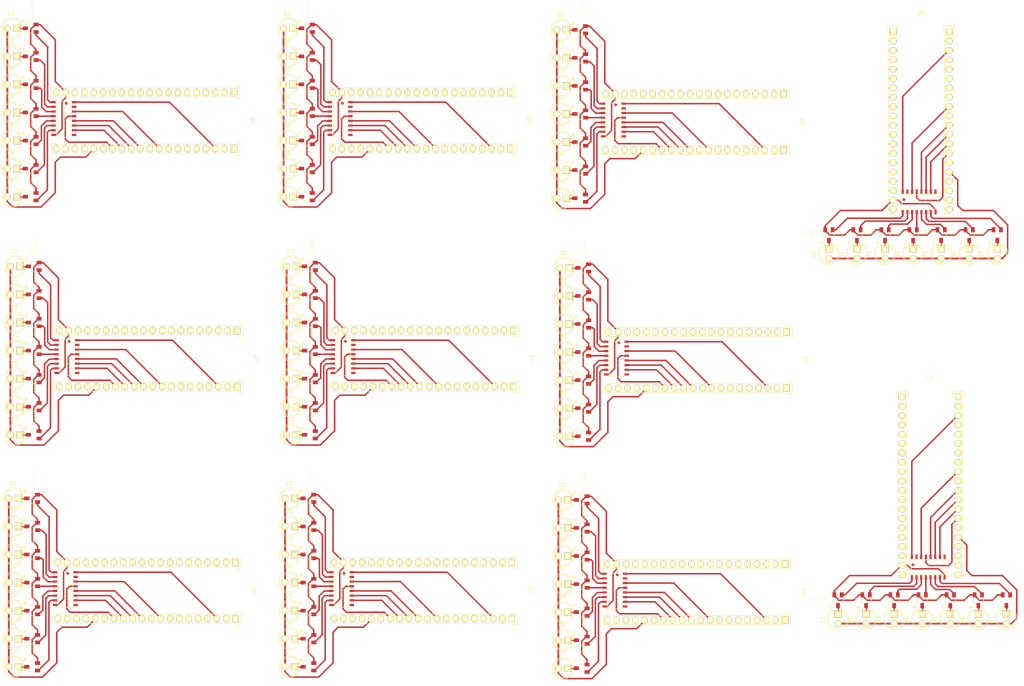
<source format=kicad_pcb>
(kicad_pcb (version 4) (host pcbnew 4.0.2-stable)
  (layers (0 F.Cu signal) (31 B.Cu signal) (34 B.Paste user) (35 F.Paste user) (36 B.SilkS user) (37 F.SilkS user) (38 B.Mask user) (39 F.Mask user) (44 Edge.Cuts user))
  (net 0 "")
  (net 1 "Net-(D1-Pad1)")
  (net 2 IR_PWM)
  (net 3 "Net-(D2-Pad1)")
  (net 4 "Net-(D3-Pad1)")
  (net 5 "Net-(D4-Pad1)")
  (net 6 "Net-(D5-Pad1)")
  (net 7 "Net-(D6-Pad1)")
  (net 8 "Net-(D7-Pad1)")
  (net 9 IR_LED_1)
  (net 10 GND)
  (net 11 IR_LED_2)
  (net 12 IR_LED_3)
  (net 13 IR_LED_4)
  (net 14 IR_LED_5)
  (net 15 IR_LED_6)
  (net 16 IR_LED_7)
  (net 17 "Net-(U1-Pad9)")
  (net 18 MR_NOT)
  (net 19 ShiftReg_Expose)
  (net 20 SPI_SCK)
  (net 21 OE_NOT)
  (net 22 SPI_MOSI)
  (net 23 "Net-(U1-Pad15)")
  (net 24 +3V3)
  (net 25 "Net-(U2-Pad1)")
  (net 26 "Net-(U2-Pad2)")
  (net 27 "Net-(U2-Pad3)")
  (net 28 "Net-(U2-Pad4)")
  (net 29 "Net-(U2-Pad5)")
  (net 30 "Net-(U2-Pad6)")
  (net 31 "Net-(U2-Pad7)")
  (net 32 "Net-(U2-Pad8)")
  (net 33 "Net-(U2-Pad9)")
  (net 34 "Net-(U2-Pad10)")
  (net 35 "Net-(U2-Pad11)")
  (net 36 "Net-(U2-Pad12)")
  (net 37 "Net-(U2-Pad13)")
  (net 38 "Net-(U2-Pad14)")
  (net 39 "Net-(U2-Pad15)")
  (net 40 "Net-(U2-Pad16)")
  (net 41 "Net-(U2-Pad17)")
  (net 42 "Net-(U2-Pad18)")
  (net 43 "Net-(U2-Pad20)")
  (net 44 "Net-(U2-Pad21)")
  (net 45 "Net-(U2-Pad30)")
  (net 46 "Net-(U2-Pad25)")
  (net 47 "Net-(U2-Pad28)")
  (net 48 "Net-(U2-Pad26)")
  (net 49 "Net-(U2-Pad27)")
  (net 50 "Net-(U2-Pad35)")
  (net 51 "Net-(U2-Pad37)")
  (net 52 "Net-(U2-Pad39)")
  (net 53 "Net-(U2-Pad38)")
  (net 54 "Net-(U2-Pad40)")
  (net 55 "Net-(U2-Pad24)")
  (net 56 "Net-(U2-Pad22)")
  (module footprints:SOT23 (layer F.Cu) (at 282.0289 173.4185 180)
    (fp_text reference T7 (at 4.5 -0.99 180) (layer F.SilkS) (effects (font (size 0.787402 0.787402) (thickness 0.05))))
    (fp_text value 2N7002K (at 5 0.5 180) (layer F.SilkS) (effects (font (size 0.787402 0.787402) (thickness 0.05))))
    (pad 1 smd rect (at -1.01 1.45 180) (size 1 1.4) (layers F.Cu F.Paste F.Mask) (net 16 IR_LED_7))
    (pad 2 smd rect (at 1 1.45 180) (size 1 1.4) (layers F.Cu F.Paste F.Mask) (net 10 GND))
    (pad 3 smd rect (at 0 -1.45 180) (size 1 1.4) (layers F.Cu F.Paste F.Mask) (net 8 "Net-(D7-Pad1)"))
  )
  (module LEDs:LED-5MM (layer F.Cu) (at 282.0289 177.2285 270)
    (fp_text reference D7 (at 1.524 4.064 270) (layer F.SilkS))
    (fp_text value LED)
    (fp_text user K (at -1.905 1.905 270) (layer F.SilkS))
    (pad 1 thru_hole rect (at 0 0) (size 2 1.9) (drill 1.00076) (layers *.Cu *.Mask F.SilkS) (net 8 "Net-(D7-Pad1)"))
    (pad 2 thru_hole circle (at 2.54 0 270) (size 1.9 1.9) (drill 1.00076) (layers *.Cu *.Mask F.SilkS) (net 2 IR_PWM))
  )
  (module LEDs:LED-5MM (layer F.Cu) (at 274.4089 177.2285 270)
    (fp_text reference D6 (at 1.524 4.064 270) (layer F.SilkS))
    (fp_text value LED)
    (fp_text user K (at -1.905 1.905 270) (layer F.SilkS))
    (pad 1 thru_hole rect (at 0 0) (size 2 1.9) (drill 1.00076) (layers *.Cu *.Mask F.SilkS) (net 7 "Net-(D6-Pad1)"))
    (pad 2 thru_hole circle (at 2.54 0 270) (size 1.9 1.9) (drill 1.00076) (layers *.Cu *.Mask F.SilkS) (net 2 IR_PWM))
  )
  (module footprints:SOT23 (layer F.Cu) (at 274.4089 173.4185 180)
    (fp_text reference T6 (at 4.5 -0.99 180) (layer F.SilkS) (effects (font (size 0.787402 0.787402) (thickness 0.05))))
    (fp_text value 2N7002K (at 5 0.5 180) (layer F.SilkS) (effects (font (size 0.787402 0.787402) (thickness 0.05))))
    (pad 1 smd rect (at -1.01 1.45 180) (size 1 1.4) (layers F.Cu F.Paste F.Mask) (net 15 IR_LED_6))
    (pad 2 smd rect (at 1 1.45 180) (size 1 1.4) (layers F.Cu F.Paste F.Mask) (net 10 GND))
    (pad 3 smd rect (at 0 -1.45 180) (size 1 1.4) (layers F.Cu F.Paste F.Mask) (net 7 "Net-(D6-Pad1)"))
  )
  (module footprints:74HC595D_SO16 (layer F.Cu) (at 176.1363 107.6833 270)
    (fp_text reference U1 (at -6.35 0 360) (layer F.SilkS) (effects (font (thickness 0.05))))
    (fp_text value 74HC595D (at -0.1 -0.2 270) (layer F.SilkS) (effects (font (size 1 0.9) (thickness 0.05))))
    (pad 1 smd rect (at -4.445 2.8 270) (size 0.6 1.2) (layers F.Cu F.Paste F.Mask) (net 9 IR_LED_1))
    (pad 2 smd rect (at -3.175 2.8 270) (size 0.6 1.2) (layers F.Cu F.Paste F.Mask) (net 11 IR_LED_2))
    (pad 3 smd rect (at -1.905 2.8 270) (size 0.6 1.2) (layers F.Cu F.Paste F.Mask) (net 12 IR_LED_3))
    (pad 4 smd rect (at -0.635 2.8 270) (size 0.6 1.2) (layers F.Cu F.Paste F.Mask) (net 13 IR_LED_4))
    (pad 5 smd rect (at 0.635 2.8 270) (size 0.6 1.2) (layers F.Cu F.Paste F.Mask) (net 14 IR_LED_5))
    (pad 6 smd rect (at 1.905 2.8 270) (size 0.6 1.2) (layers F.Cu F.Paste F.Mask) (net 15 IR_LED_6))
    (pad 7 smd rect (at 3.175 2.8 270) (size 0.6 1.2) (layers F.Cu F.Paste F.Mask) (net 16 IR_LED_7))
    (pad 8 smd rect (at 4.445 2.8 270) (size 0.6 1.2) (layers F.Cu F.Paste F.Mask) (net 10 GND))
    (pad 9 smd rect (at 4.445 -2.8 270) (size 0.6 1.2) (layers F.Cu F.Paste F.Mask) (net 17 "Net-(U1-Pad9)"))
    (pad 10 smd rect (at 3.175 -2.8 270) (size 0.6 1.2) (layers F.Cu F.Paste F.Mask) (net 18 MR_NOT))
    (pad 11 smd rect (at 1.905 -2.8 270) (size 0.6 1.2) (layers F.Cu F.Paste F.Mask) (net 19 ShiftReg_Expose))
    (pad 12 smd rect (at 0.635 -2.8 270) (size 0.6 1.2) (layers F.Cu F.Paste F.Mask) (net 20 SPI_SCK))
    (pad 13 smd rect (at -0.635 -2.8 270) (size 0.6 1.2) (layers F.Cu F.Paste F.Mask) (net 21 OE_NOT))
    (pad 14 smd rect (at -1.905 -2.8 270) (size 0.6 1.2) (layers F.Cu F.Paste F.Mask) (net 22 SPI_MOSI))
    (pad 15 smd rect (at -3.175 -2.8 270) (size 0.6 1.2) (layers F.Cu F.Paste F.Mask) (net 23 "Net-(U1-Pad15)"))
    (pad 16 smd rect (at -4.445 -2.8 270) (size 0.6 1.2) (layers F.Cu F.Paste F.Mask) (net 24 +3V3))
  )
  (module footprints:STM32F103_header_footprint (layer F.Cu) (at 222.3544 100.5967 270)
    (fp_text reference U2 (at 7.62 -5.1 270) (layer F.SilkS))
    (fp_text value STM32F103HEADER)
    (pad 1 thru_hole rect (at 0 0 270) (size 2.032 1.7272) (drill 1.016) (layers *.Cu *.Mask F.SilkS) (net 25 "Net-(U2-Pad1)"))
    (pad 2 thru_hole oval (at 0 2.54 270) (size 2.032 1.7272) (drill 1.016) (layers *.Cu *.Mask F.SilkS) (net 26 "Net-(U2-Pad2)"))
    (pad 3 thru_hole oval (at 0 5.08 270) (size 2.032 1.7272) (drill 1.016) (layers *.Cu *.Mask F.SilkS) (net 27 "Net-(U2-Pad3)"))
    (pad 4 thru_hole oval (at 0 7.62 270) (size 2.032 1.7272) (drill 1.016) (layers *.Cu *.Mask F.SilkS) (net 28 "Net-(U2-Pad4)"))
    (pad 5 thru_hole oval (at 0 10.16 270) (size 2.032 1.7272) (drill 1.016) (layers *.Cu *.Mask F.SilkS) (net 29 "Net-(U2-Pad5)"))
    (pad 6 thru_hole oval (at 0 12.7 270) (size 2.032 1.7272) (drill 1.016) (layers *.Cu *.Mask F.SilkS) (net 30 "Net-(U2-Pad6)"))
    (pad 7 thru_hole oval (at 0 15.24 270) (size 2.032 1.7272) (drill 1.016) (layers *.Cu *.Mask F.SilkS) (net 31 "Net-(U2-Pad7)"))
    (pad 8 thru_hole oval (at 0 17.78 270) (size 2.032 1.7272) (drill 1.016) (layers *.Cu *.Mask F.SilkS) (net 32 "Net-(U2-Pad8)"))
    (pad 9 thru_hole oval (at 0 20.32 270) (size 2.032 1.7272) (drill 1.016) (layers *.Cu *.Mask F.SilkS) (net 33 "Net-(U2-Pad9)"))
    (pad 10 thru_hole oval (at 0 22.86 270) (size 2.032 1.7272) (drill 1.016) (layers *.Cu *.Mask F.SilkS) (net 34 "Net-(U2-Pad10)"))
    (pad 11 thru_hole oval (at 0 25.4 270) (size 2.032 1.7272) (drill 1.016) (layers *.Cu *.Mask F.SilkS) (net 35 "Net-(U2-Pad11)"))
    (pad 12 thru_hole oval (at 0 27.94 270) (size 2.032 1.7272) (drill 1.016) (layers *.Cu *.Mask F.SilkS) (net 36 "Net-(U2-Pad12)"))
    (pad 13 thru_hole oval (at 0 30.48 270) (size 2.032 1.7272) (drill 1.016) (layers *.Cu *.Mask F.SilkS) (net 37 "Net-(U2-Pad13)"))
    (pad 14 thru_hole oval (at 0 33.02 270) (size 2.032 1.7272) (drill 1.016) (layers *.Cu *.Mask F.SilkS) (net 38 "Net-(U2-Pad14)"))
    (pad 15 thru_hole oval (at 0 35.56 270) (size 2.032 1.7272) (drill 1.016) (layers *.Cu *.Mask F.SilkS) (net 39 "Net-(U2-Pad15)"))
    (pad 16 thru_hole oval (at 0 38.1 270) (size 2.032 1.7272) (drill 1.016) (layers *.Cu *.Mask F.SilkS) (net 40 "Net-(U2-Pad16)"))
    (pad 17 thru_hole oval (at 0 40.64 270) (size 2.032 1.7272) (drill 1.016) (layers *.Cu *.Mask F.SilkS) (net 41 "Net-(U2-Pad17)"))
    (pad 18 thru_hole oval (at 0 43.18 270) (size 2.032 1.7272) (drill 1.016) (layers *.Cu *.Mask F.SilkS) (net 42 "Net-(U2-Pad18)"))
    (pad 19 thru_hole oval (at 0 45.72 270) (size 2.032 1.7272) (drill 1.016) (layers *.Cu *.Mask F.SilkS) (net 10 GND))
    (pad 20 thru_hole oval (at 0 48.26 270) (size 2.032 1.7272) (drill 1.016) (layers *.Cu *.Mask F.SilkS) (net 43 "Net-(U2-Pad20)"))
    (pad 21 thru_hole rect (at 15.24 0 270) (size 2.032 1.7272) (drill 1.016) (layers *.Cu *.Mask F.SilkS) (net 44 "Net-(U2-Pad21)"))
    (pad 29 thru_hole oval (at 15.24 20.32 270) (size 2.032 1.7272) (drill 1.016) (layers *.Cu *.Mask F.SilkS) (net 22 SPI_MOSI))
    (pad 30 thru_hole oval (at 15.24 22.86 270) (size 2.032 1.7272) (drill 1.016) (layers *.Cu *.Mask F.SilkS) (net 45 "Net-(U2-Pad30)"))
    (pad 31 thru_hole oval (at 15.24 25.4 270) (size 2.032 1.7272) (drill 1.016) (layers *.Cu *.Mask F.SilkS) (net 20 SPI_SCK))
    (pad 33 thru_hole oval (at 15.24 30.48 270) (size 2.032 1.7272) (drill 1.016) (layers *.Cu *.Mask F.SilkS) (net 18 MR_NOT))
    (pad 32 thru_hole oval (at 15.24 27.94 270) (size 2.032 1.7272) (drill 1.016) (layers *.Cu *.Mask F.SilkS) (net 19 ShiftReg_Expose))
    (pad 25 thru_hole oval (at 15.24 10.16 270) (size 2.032 1.7272) (drill 1.016) (layers *.Cu *.Mask F.SilkS) (net 46 "Net-(U2-Pad25)"))
    (pad 28 thru_hole oval (at 15.24 17.78 270) (size 2.032 1.7272) (drill 1.016) (layers *.Cu *.Mask F.SilkS) (net 47 "Net-(U2-Pad28)"))
    (pad 26 thru_hole oval (at 15.24 12.7 270) (size 2.032 1.7272) (drill 1.016) (layers *.Cu *.Mask F.SilkS) (net 48 "Net-(U2-Pad26)"))
    (pad 27 thru_hole oval (at 15.24 15.24 270) (size 2.032 1.7272) (drill 1.016) (layers *.Cu *.Mask F.SilkS) (net 49 "Net-(U2-Pad27)"))
    (pad 34 thru_hole oval (at 15.24 33.02 270) (size 2.032 1.7272) (drill 1.016) (layers *.Cu *.Mask F.SilkS) (net 21 OE_NOT))
    (pad 35 thru_hole oval (at 15.24 35.56 270) (size 2.032 1.7272) (drill 1.016) (layers *.Cu *.Mask F.SilkS) (net 50 "Net-(U2-Pad35)"))
    (pad 36 thru_hole oval (at 15.24 38.1 270) (size 2.032 1.7272) (drill 1.016) (layers *.Cu *.Mask F.SilkS) (net 2 IR_PWM))
    (pad 37 thru_hole oval (at 15.24 40.64 270) (size 2.032 1.7272) (drill 1.016) (layers *.Cu *.Mask F.SilkS) (net 51 "Net-(U2-Pad37)"))
    (pad 39 thru_hole oval (at 15.24 45.72 270) (size 2.032 1.7272) (drill 1.016) (layers *.Cu *.Mask F.SilkS) (net 52 "Net-(U2-Pad39)"))
    (pad 38 thru_hole oval (at 15.24 43.18 270) (size 2.032 1.7272) (drill 1.016) (layers *.Cu *.Mask F.SilkS) (net 53 "Net-(U2-Pad38)"))
    (pad 40 thru_hole oval (at 15.24 48.26 270) (size 2.032 1.7272) (drill 1.016) (layers *.Cu *.Mask F.SilkS) (net 54 "Net-(U2-Pad40)"))
    (pad 23 thru_hole oval (at 15.24 5.08 270) (size 2.032 1.7272) (drill 1.016) (layers *.Cu *.Mask F.SilkS) (net 24 +3V3))
    (pad 24 thru_hole oval (at 15.24 7.62 270) (size 2.032 1.7272) (drill 1.016) (layers *.Cu *.Mask F.SilkS) (net 55 "Net-(U2-Pad24)"))
    (pad 22 thru_hole oval (at 15.24 2.54 270) (size 2.032 1.7272) (drill 1.016) (layers *.Cu *.Mask F.SilkS) (net 56 "Net-(U2-Pad22)"))
  )
  (module footprints:SOT23 (layer F.Cu) (at 167.1447 106.045 90)
    (fp_text reference T4 (at 4.5 -0.99 90) (layer F.SilkS) (effects (font (size 0.787402 0.787402) (thickness 0.05))))
    (fp_text value 2N7002K (at 5 0.5 90) (layer F.SilkS) (effects (font (size 0.787402 0.787402) (thickness 0.05))))
    (pad 1 smd rect (at -1.01 1.45 90) (size 1 1.4) (layers F.Cu F.Paste F.Mask) (net 13 IR_LED_4))
    (pad 2 smd rect (at 1 1.45 90) (size 1 1.4) (layers F.Cu F.Paste F.Mask) (net 10 GND))
    (pad 3 smd rect (at 0 -1.45 90) (size 1 1.4) (layers F.Cu F.Paste F.Mask) (net 5 "Net-(D4-Pad1)"))
  )
  (module footprints:SOT23 (layer F.Cu) (at 167.1447 113.665 90)
    (fp_text reference T5 (at 4.5 -0.99 90) (layer F.SilkS) (effects (font (size 0.787402 0.787402) (thickness 0.05))))
    (fp_text value 2N7002K (at 5 0.5 90) (layer F.SilkS) (effects (font (size 0.787402 0.787402) (thickness 0.05))))
    (pad 1 smd rect (at -1.01 1.45 90) (size 1 1.4) (layers F.Cu F.Paste F.Mask) (net 14 IR_LED_5))
    (pad 2 smd rect (at 1 1.45 90) (size 1 1.4) (layers F.Cu F.Paste F.Mask) (net 10 GND))
    (pad 3 smd rect (at 0 -1.45 90) (size 1 1.4) (layers F.Cu F.Paste F.Mask) (net 6 "Net-(D5-Pad1)"))
  )
  (module footprints:74HC595D_SO16 (layer F.Cu) (at 260.8072 164.4269)
    (fp_text reference U1 (at -6.35 0 90) (layer F.SilkS) (effects (font (thickness 0.05))))
    (fp_text value 74HC595D (at -0.1 -0.2) (layer F.SilkS) (effects (font (size 1 0.9) (thickness 0.05))))
    (pad 1 smd rect (at -4.445 2.8) (size 0.6 1.2) (layers F.Cu F.Paste F.Mask) (net 9 IR_LED_1))
    (pad 2 smd rect (at -3.175 2.8) (size 0.6 1.2) (layers F.Cu F.Paste F.Mask) (net 11 IR_LED_2))
    (pad 3 smd rect (at -1.905 2.8) (size 0.6 1.2) (layers F.Cu F.Paste F.Mask) (net 12 IR_LED_3))
    (pad 4 smd rect (at -0.635 2.8) (size 0.6 1.2) (layers F.Cu F.Paste F.Mask) (net 13 IR_LED_4))
    (pad 5 smd rect (at 0.635 2.8) (size 0.6 1.2) (layers F.Cu F.Paste F.Mask) (net 14 IR_LED_5))
    (pad 6 smd rect (at 1.905 2.8) (size 0.6 1.2) (layers F.Cu F.Paste F.Mask) (net 15 IR_LED_6))
    (pad 7 smd rect (at 3.175 2.8) (size 0.6 1.2) (layers F.Cu F.Paste F.Mask) (net 16 IR_LED_7))
    (pad 8 smd rect (at 4.445 2.8) (size 0.6 1.2) (layers F.Cu F.Paste F.Mask) (net 10 GND))
    (pad 9 smd rect (at 4.445 -2.8) (size 0.6 1.2) (layers F.Cu F.Paste F.Mask) (net 17 "Net-(U1-Pad9)"))
    (pad 10 smd rect (at 3.175 -2.8) (size 0.6 1.2) (layers F.Cu F.Paste F.Mask) (net 18 MR_NOT))
    (pad 11 smd rect (at 1.905 -2.8) (size 0.6 1.2) (layers F.Cu F.Paste F.Mask) (net 19 ShiftReg_Expose))
    (pad 12 smd rect (at 0.635 -2.8) (size 0.6 1.2) (layers F.Cu F.Paste F.Mask) (net 20 SPI_SCK))
    (pad 13 smd rect (at -0.635 -2.8) (size 0.6 1.2) (layers F.Cu F.Paste F.Mask) (net 21 OE_NOT))
    (pad 14 smd rect (at -1.905 -2.8) (size 0.6 1.2) (layers F.Cu F.Paste F.Mask) (net 22 SPI_MOSI))
    (pad 15 smd rect (at -3.175 -2.8) (size 0.6 1.2) (layers F.Cu F.Paste F.Mask) (net 23 "Net-(U1-Pad15)"))
    (pad 16 smd rect (at -4.445 -2.8) (size 0.6 1.2) (layers F.Cu F.Paste F.Mask) (net 24 +3V3))
  )
  (module footprints:SOT23 (layer F.Cu) (at 259.1689 173.4185 180)
    (fp_text reference T4 (at 4.5 -0.99 180) (layer F.SilkS) (effects (font (size 0.787402 0.787402) (thickness 0.05))))
    (fp_text value 2N7002K (at 5 0.5 180) (layer F.SilkS) (effects (font (size 0.787402 0.787402) (thickness 0.05))))
    (pad 1 smd rect (at -1.01 1.45 180) (size 1 1.4) (layers F.Cu F.Paste F.Mask) (net 13 IR_LED_4))
    (pad 2 smd rect (at 1 1.45 180) (size 1 1.4) (layers F.Cu F.Paste F.Mask) (net 10 GND))
    (pad 3 smd rect (at 0 -1.45 180) (size 1 1.4) (layers F.Cu F.Paste F.Mask) (net 5 "Net-(D4-Pad1)"))
  )
  (module footprints:SOT23 (layer F.Cu) (at 266.7889 173.4185 180)
    (fp_text reference T5 (at 4.5 -0.99 180) (layer F.SilkS) (effects (font (size 0.787402 0.787402) (thickness 0.05))))
    (fp_text value 2N7002K (at 5 0.5 180) (layer F.SilkS) (effects (font (size 0.787402 0.787402) (thickness 0.05))))
    (pad 1 smd rect (at -1.01 1.45 180) (size 1 1.4) (layers F.Cu F.Paste F.Mask) (net 14 IR_LED_5))
    (pad 2 smd rect (at 1 1.45 180) (size 1 1.4) (layers F.Cu F.Paste F.Mask) (net 10 GND))
    (pad 3 smd rect (at 0 -1.45 180) (size 1 1.4) (layers F.Cu F.Paste F.Mask) (net 6 "Net-(D5-Pad1)"))
  )
  (module LEDs:LED-5MM (layer F.Cu) (at 266.7889 177.2285 270)
    (fp_text reference D5 (at 1.524 4.064 270) (layer F.SilkS))
    (fp_text value LED)
    (fp_text user K (at -1.905 1.905 270) (layer F.SilkS))
    (pad 1 thru_hole rect (at 0 0) (size 2 1.9) (drill 1.00076) (layers *.Cu *.Mask F.SilkS) (net 6 "Net-(D5-Pad1)"))
    (pad 2 thru_hole circle (at 2.54 0 270) (size 1.9 1.9) (drill 1.00076) (layers *.Cu *.Mask F.SilkS) (net 2 IR_PWM))
  )
  (module LEDs:LED-5MM (layer F.Cu) (at 259.1689 177.2285 270)
    (fp_text reference D4 (at 1.524 4.064 270) (layer F.SilkS))
    (fp_text value LED)
    (fp_text user K (at -1.905 1.905 270) (layer F.SilkS))
    (pad 1 thru_hole rect (at 0 0) (size 2 1.9) (drill 1.00076) (layers *.Cu *.Mask F.SilkS) (net 5 "Net-(D4-Pad1)"))
    (pad 2 thru_hole circle (at 2.54 0 270) (size 1.9 1.9) (drill 1.00076) (layers *.Cu *.Mask F.SilkS) (net 2 IR_PWM))
  )
  (module footprints:SOT23 (layer F.Cu) (at 167.1447 121.285 90)
    (fp_text reference T6 (at 4.5 -0.99 90) (layer F.SilkS) (effects (font (size 0.787402 0.787402) (thickness 0.05))))
    (fp_text value 2N7002K (at 5 0.5 90) (layer F.SilkS) (effects (font (size 0.787402 0.787402) (thickness 0.05))))
    (pad 1 smd rect (at -1.01 1.45 90) (size 1 1.4) (layers F.Cu F.Paste F.Mask) (net 15 IR_LED_6))
    (pad 2 smd rect (at 1 1.45 90) (size 1 1.4) (layers F.Cu F.Paste F.Mask) (net 10 GND))
    (pad 3 smd rect (at 0 -1.45 90) (size 1 1.4) (layers F.Cu F.Paste F.Mask) (net 7 "Net-(D6-Pad1)"))
  )
  (module footprints:SOT23 (layer F.Cu) (at 167.1447 128.905 90)
    (fp_text reference T7 (at 4.5 -0.99 90) (layer F.SilkS) (effects (font (size 0.787402 0.787402) (thickness 0.05))))
    (fp_text value 2N7002K (at 5 0.5 90) (layer F.SilkS) (effects (font (size 0.787402 0.787402) (thickness 0.05))))
    (pad 1 smd rect (at -1.01 1.45 90) (size 1 1.4) (layers F.Cu F.Paste F.Mask) (net 16 IR_LED_7))
    (pad 2 smd rect (at 1 1.45 90) (size 1 1.4) (layers F.Cu F.Paste F.Mask) (net 10 GND))
    (pad 3 smd rect (at 0 -1.45 90) (size 1 1.4) (layers F.Cu F.Paste F.Mask) (net 8 "Net-(D7-Pad1)"))
  )
  (module LEDs:LED-5MM (layer F.Cu) (at 163.3347 128.905 180)
    (fp_text reference D7 (at 1.524 4.064 180) (layer F.SilkS))
    (fp_text value LED)
    (fp_text user K (at -1.905 1.905 180) (layer F.SilkS))
    (pad 1 thru_hole rect (at 0 0 270) (size 2 1.9) (drill 1.00076) (layers *.Cu *.Mask F.SilkS) (net 8 "Net-(D7-Pad1)"))
    (pad 2 thru_hole circle (at 2.54 0 180) (size 1.9 1.9) (drill 1.00076) (layers *.Cu *.Mask F.SilkS) (net 2 IR_PWM))
  )
  (module footprints:SOT23 (layer F.Cu) (at 167.1447 98.425 90)
    (fp_text reference T3 (at 4.5 -0.99 90) (layer F.SilkS) (effects (font (size 0.787402 0.787402) (thickness 0.05))))
    (fp_text value 2N7002K (at 5 0.5 90) (layer F.SilkS) (effects (font (size 0.787402 0.787402) (thickness 0.05))))
    (pad 1 smd rect (at -1.01 1.45 90) (size 1 1.4) (layers F.Cu F.Paste F.Mask) (net 12 IR_LED_3))
    (pad 2 smd rect (at 1 1.45 90) (size 1 1.4) (layers F.Cu F.Paste F.Mask) (net 10 GND))
    (pad 3 smd rect (at 0 -1.45 90) (size 1 1.4) (layers F.Cu F.Paste F.Mask) (net 4 "Net-(D3-Pad1)"))
  )
  (module LEDs:LED-5MM (layer F.Cu) (at 163.3347 98.425 180)
    (fp_text reference D3 (at 1.524 4.064 180) (layer F.SilkS))
    (fp_text value LED)
    (fp_text user K (at -1.905 1.905 180) (layer F.SilkS))
    (pad 1 thru_hole rect (at 0 0 270) (size 2 1.9) (drill 1.00076) (layers *.Cu *.Mask F.SilkS) (net 4 "Net-(D3-Pad1)"))
    (pad 2 thru_hole circle (at 2.54 0 180) (size 1.9 1.9) (drill 1.00076) (layers *.Cu *.Mask F.SilkS) (net 2 IR_PWM))
  )
  (module LEDs:LED-5MM (layer F.Cu) (at 163.3347 113.665 180)
    (fp_text reference D5 (at 1.524 4.064 180) (layer F.SilkS))
    (fp_text value LED)
    (fp_text user K (at -1.905 1.905 180) (layer F.SilkS))
    (pad 1 thru_hole rect (at 0 0 270) (size 2 1.9) (drill 1.00076) (layers *.Cu *.Mask F.SilkS) (net 6 "Net-(D5-Pad1)"))
    (pad 2 thru_hole circle (at 2.54 0 180) (size 1.9 1.9) (drill 1.00076) (layers *.Cu *.Mask F.SilkS) (net 2 IR_PWM))
  )
  (module LEDs:LED-5MM (layer F.Cu) (at 163.3347 106.045 180)
    (fp_text reference D4 (at 1.524 4.064 180) (layer F.SilkS))
    (fp_text value LED)
    (fp_text user K (at -1.905 1.905 180) (layer F.SilkS))
    (pad 1 thru_hole rect (at 0 0 270) (size 2 1.9) (drill 1.00076) (layers *.Cu *.Mask F.SilkS) (net 5 "Net-(D4-Pad1)"))
    (pad 2 thru_hole circle (at 2.54 0 180) (size 1.9 1.9) (drill 1.00076) (layers *.Cu *.Mask F.SilkS) (net 2 IR_PWM))
  )
  (module LEDs:LED-5MM (layer F.Cu) (at 163.3347 121.285 180)
    (fp_text reference D6 (at 1.524 4.064 180) (layer F.SilkS))
    (fp_text value LED)
    (fp_text user K (at -1.905 1.905 180) (layer F.SilkS))
    (pad 1 thru_hole rect (at 0 0 270) (size 2 1.9) (drill 1.00076) (layers *.Cu *.Mask F.SilkS) (net 7 "Net-(D6-Pad1)"))
    (pad 2 thru_hole circle (at 2.54 0 180) (size 1.9 1.9) (drill 1.00076) (layers *.Cu *.Mask F.SilkS) (net 2 IR_PWM))
  )
  (module LEDs:LED-5MM (layer F.Cu) (at 236.3089 177.2285 270)
    (fp_text reference D2 (at 1.524 4.064 270) (layer F.SilkS))
    (fp_text value LED)
    (fp_text user K (at -1.905 1.905 270) (layer F.SilkS))
    (pad 1 thru_hole rect (at 0 0) (size 2 1.9) (drill 1.00076) (layers *.Cu *.Mask F.SilkS) (net 3 "Net-(D2-Pad1)"))
    (pad 2 thru_hole circle (at 2.54 0 270) (size 1.9 1.9) (drill 1.00076) (layers *.Cu *.Mask F.SilkS) (net 2 IR_PWM))
  )
  (module LEDs:LED-5MM (layer F.Cu) (at 243.9289 177.2285 270)
    (fp_text reference D1 (at 1.524 4.064 270) (layer F.SilkS))
    (fp_text value LED)
    (fp_text user K (at -1.905 1.905 270) (layer F.SilkS))
    (pad 1 thru_hole rect (at 0 0) (size 2 1.9) (drill 1.00076) (layers *.Cu *.Mask F.SilkS) (net 1 "Net-(D1-Pad1)"))
    (pad 2 thru_hole circle (at 2.54 0 270) (size 1.9 1.9) (drill 1.00076) (layers *.Cu *.Mask F.SilkS) (net 2 IR_PWM))
  )
  (module footprints:SOT23 (layer F.Cu) (at 251.5489 173.4185 180)
    (fp_text reference T3 (at 4.5 -0.99 180) (layer F.SilkS) (effects (font (size 0.787402 0.787402) (thickness 0.05))))
    (fp_text value 2N7002K (at 5 0.5 180) (layer F.SilkS) (effects (font (size 0.787402 0.787402) (thickness 0.05))))
    (pad 1 smd rect (at -1.01 1.45 180) (size 1 1.4) (layers F.Cu F.Paste F.Mask) (net 12 IR_LED_3))
    (pad 2 smd rect (at 1 1.45 180) (size 1 1.4) (layers F.Cu F.Paste F.Mask) (net 10 GND))
    (pad 3 smd rect (at 0 -1.45 180) (size 1 1.4) (layers F.Cu F.Paste F.Mask) (net 4 "Net-(D3-Pad1)"))
  )
  (module footprints:SOT23 (layer F.Cu) (at 243.9289 173.4185 180)
    (fp_text reference T2 (at 4.5 -0.99 180) (layer F.SilkS) (effects (font (size 0.787402 0.787402) (thickness 0.05))))
    (fp_text value 2N7002K (at 5 0.5 180) (layer F.SilkS) (effects (font (size 0.787402 0.787402) (thickness 0.05))))
    (pad 1 smd rect (at -1.01 1.45 180) (size 1 1.4) (layers F.Cu F.Paste F.Mask) (net 11 IR_LED_2))
    (pad 2 smd rect (at 1 1.45 180) (size 1 1.4) (layers F.Cu F.Paste F.Mask) (net 10 GND))
    (pad 3 smd rect (at 0 -1.45 180) (size 1 1.4) (layers F.Cu F.Paste F.Mask) (net 1 "Net-(D1-Pad1)"))
  )
  (module LEDs:LED-5MM (layer F.Cu) (at 251.5489 177.2285 270)
    (fp_text reference D3 (at 1.524 4.064 270) (layer F.SilkS))
    (fp_text value LED)
    (fp_text user K (at -1.905 1.905 270) (layer F.SilkS))
    (pad 1 thru_hole rect (at 0 0) (size 2 1.9) (drill 1.00076) (layers *.Cu *.Mask F.SilkS) (net 4 "Net-(D3-Pad1)"))
    (pad 2 thru_hole circle (at 2.54 0 270) (size 1.9 1.9) (drill 1.00076) (layers *.Cu *.Mask F.SilkS) (net 2 IR_PWM))
  )
  (module footprints:SOT23 (layer F.Cu) (at 236.3089 173.4185 180)
    (fp_text reference T1 (at 4.5 -0.99 180) (layer F.SilkS) (effects (font (size 0.787402 0.787402) (thickness 0.05))))
    (fp_text value 2N7002K (at 5 0.5 180) (layer F.SilkS) (effects (font (size 0.787402 0.787402) (thickness 0.05))))
    (pad 1 smd rect (at -1.01 1.45 180) (size 1 1.4) (layers F.Cu F.Paste F.Mask) (net 9 IR_LED_1))
    (pad 2 smd rect (at 1 1.45 180) (size 1 1.4) (layers F.Cu F.Paste F.Mask) (net 10 GND))
    (pad 3 smd rect (at 0 -1.45 180) (size 1 1.4) (layers F.Cu F.Paste F.Mask) (net 3 "Net-(D2-Pad1)"))
  )
  (module LEDs:LED-5MM (layer F.Cu) (at 163.3347 90.805 180)
    (fp_text reference D1 (at 1.524 4.064 180) (layer F.SilkS))
    (fp_text value LED)
    (fp_text user K (at -1.905 1.905 180) (layer F.SilkS))
    (pad 1 thru_hole rect (at 0 0 270) (size 2 1.9) (drill 1.00076) (layers *.Cu *.Mask F.SilkS) (net 1 "Net-(D1-Pad1)"))
    (pad 2 thru_hole circle (at 2.54 0 180) (size 1.9 1.9) (drill 1.00076) (layers *.Cu *.Mask F.SilkS) (net 2 IR_PWM))
  )
  (module footprints:SOT23 (layer F.Cu) (at 167.1447 90.805 90)
    (fp_text reference T2 (at 4.5 -0.99 90) (layer F.SilkS) (effects (font (size 0.787402 0.787402) (thickness 0.05))))
    (fp_text value 2N7002K (at 5 0.5 90) (layer F.SilkS) (effects (font (size 0.787402 0.787402) (thickness 0.05))))
    (pad 1 smd rect (at -1.01 1.45 90) (size 1 1.4) (layers F.Cu F.Paste F.Mask) (net 11 IR_LED_2))
    (pad 2 smd rect (at 1 1.45 90) (size 1 1.4) (layers F.Cu F.Paste F.Mask) (net 10 GND))
    (pad 3 smd rect (at 0 -1.45 90) (size 1 1.4) (layers F.Cu F.Paste F.Mask) (net 1 "Net-(D1-Pad1)"))
  )
  (module footprints:SOT23 (layer F.Cu) (at 167.1447 83.185 90)
    (fp_text reference T1 (at 4.5 -0.99 90) (layer F.SilkS) (effects (font (size 0.787402 0.787402) (thickness 0.05))))
    (fp_text value 2N7002K (at 5 0.5 90) (layer F.SilkS) (effects (font (size 0.787402 0.787402) (thickness 0.05))))
    (pad 1 smd rect (at -1.01 1.45 90) (size 1 1.4) (layers F.Cu F.Paste F.Mask) (net 9 IR_LED_1))
    (pad 2 smd rect (at 1 1.45 90) (size 1 1.4) (layers F.Cu F.Paste F.Mask) (net 10 GND))
    (pad 3 smd rect (at 0 -1.45 90) (size 1 1.4) (layers F.Cu F.Paste F.Mask) (net 3 "Net-(D2-Pad1)"))
  )
  (module LEDs:LED-5MM (layer F.Cu) (at 163.3347 83.185 180)
    (fp_text reference D2 (at 1.524 4.064 180) (layer F.SilkS))
    (fp_text value LED)
    (fp_text user K (at -1.905 1.905 180) (layer F.SilkS))
    (pad 1 thru_hole rect (at 0 0 270) (size 2 1.9) (drill 1.00076) (layers *.Cu *.Mask F.SilkS) (net 3 "Net-(D2-Pad1)"))
    (pad 2 thru_hole circle (at 2.54 0 180) (size 1.9 1.9) (drill 1.00076) (layers *.Cu *.Mask F.SilkS) (net 2 IR_PWM))
  )
  (module footprints:STM32F103_header_footprint (layer F.Cu) (at 253.7206 118.2088)
    (fp_text reference U2 (at 7.62 -5.1) (layer F.SilkS))
    (fp_text value STM32F103HEADER)
    (pad 1 thru_hole rect (at 0 0) (size 2.032 1.7272) (drill 1.016) (layers *.Cu *.Mask F.SilkS) (net 25 "Net-(U2-Pad1)"))
    (pad 2 thru_hole oval (at 0 2.54) (size 2.032 1.7272) (drill 1.016) (layers *.Cu *.Mask F.SilkS) (net 26 "Net-(U2-Pad2)"))
    (pad 3 thru_hole oval (at 0 5.08) (size 2.032 1.7272) (drill 1.016) (layers *.Cu *.Mask F.SilkS) (net 27 "Net-(U2-Pad3)"))
    (pad 4 thru_hole oval (at 0 7.62) (size 2.032 1.7272) (drill 1.016) (layers *.Cu *.Mask F.SilkS) (net 28 "Net-(U2-Pad4)"))
    (pad 5 thru_hole oval (at 0 10.16) (size 2.032 1.7272) (drill 1.016) (layers *.Cu *.Mask F.SilkS) (net 29 "Net-(U2-Pad5)"))
    (pad 6 thru_hole oval (at 0 12.7) (size 2.032 1.7272) (drill 1.016) (layers *.Cu *.Mask F.SilkS) (net 30 "Net-(U2-Pad6)"))
    (pad 7 thru_hole oval (at 0 15.24) (size 2.032 1.7272) (drill 1.016) (layers *.Cu *.Mask F.SilkS) (net 31 "Net-(U2-Pad7)"))
    (pad 8 thru_hole oval (at 0 17.78) (size 2.032 1.7272) (drill 1.016) (layers *.Cu *.Mask F.SilkS) (net 32 "Net-(U2-Pad8)"))
    (pad 9 thru_hole oval (at 0 20.32) (size 2.032 1.7272) (drill 1.016) (layers *.Cu *.Mask F.SilkS) (net 33 "Net-(U2-Pad9)"))
    (pad 10 thru_hole oval (at 0 22.86) (size 2.032 1.7272) (drill 1.016) (layers *.Cu *.Mask F.SilkS) (net 34 "Net-(U2-Pad10)"))
    (pad 11 thru_hole oval (at 0 25.4) (size 2.032 1.7272) (drill 1.016) (layers *.Cu *.Mask F.SilkS) (net 35 "Net-(U2-Pad11)"))
    (pad 12 thru_hole oval (at 0 27.94) (size 2.032 1.7272) (drill 1.016) (layers *.Cu *.Mask F.SilkS) (net 36 "Net-(U2-Pad12)"))
    (pad 13 thru_hole oval (at 0 30.48) (size 2.032 1.7272) (drill 1.016) (layers *.Cu *.Mask F.SilkS) (net 37 "Net-(U2-Pad13)"))
    (pad 14 thru_hole oval (at 0 33.02) (size 2.032 1.7272) (drill 1.016) (layers *.Cu *.Mask F.SilkS) (net 38 "Net-(U2-Pad14)"))
    (pad 15 thru_hole oval (at 0 35.56) (size 2.032 1.7272) (drill 1.016) (layers *.Cu *.Mask F.SilkS) (net 39 "Net-(U2-Pad15)"))
    (pad 16 thru_hole oval (at 0 38.1) (size 2.032 1.7272) (drill 1.016) (layers *.Cu *.Mask F.SilkS) (net 40 "Net-(U2-Pad16)"))
    (pad 17 thru_hole oval (at 0 40.64) (size 2.032 1.7272) (drill 1.016) (layers *.Cu *.Mask F.SilkS) (net 41 "Net-(U2-Pad17)"))
    (pad 18 thru_hole oval (at 0 43.18) (size 2.032 1.7272) (drill 1.016) (layers *.Cu *.Mask F.SilkS) (net 42 "Net-(U2-Pad18)"))
    (pad 19 thru_hole oval (at 0 45.72) (size 2.032 1.7272) (drill 1.016) (layers *.Cu *.Mask F.SilkS) (net 10 GND))
    (pad 20 thru_hole oval (at 0 48.26) (size 2.032 1.7272) (drill 1.016) (layers *.Cu *.Mask F.SilkS) (net 43 "Net-(U2-Pad20)"))
    (pad 21 thru_hole rect (at 15.24 0) (size 2.032 1.7272) (drill 1.016) (layers *.Cu *.Mask F.SilkS) (net 44 "Net-(U2-Pad21)"))
    (pad 29 thru_hole oval (at 15.24 20.32) (size 2.032 1.7272) (drill 1.016) (layers *.Cu *.Mask F.SilkS) (net 22 SPI_MOSI))
    (pad 30 thru_hole oval (at 15.24 22.86) (size 2.032 1.7272) (drill 1.016) (layers *.Cu *.Mask F.SilkS) (net 45 "Net-(U2-Pad30)"))
    (pad 31 thru_hole oval (at 15.24 25.4) (size 2.032 1.7272) (drill 1.016) (layers *.Cu *.Mask F.SilkS) (net 20 SPI_SCK))
    (pad 33 thru_hole oval (at 15.24 30.48) (size 2.032 1.7272) (drill 1.016) (layers *.Cu *.Mask F.SilkS) (net 18 MR_NOT))
    (pad 32 thru_hole oval (at 15.24 27.94) (size 2.032 1.7272) (drill 1.016) (layers *.Cu *.Mask F.SilkS) (net 19 ShiftReg_Expose))
    (pad 25 thru_hole oval (at 15.24 10.16) (size 2.032 1.7272) (drill 1.016) (layers *.Cu *.Mask F.SilkS) (net 46 "Net-(U2-Pad25)"))
    (pad 28 thru_hole oval (at 15.24 17.78) (size 2.032 1.7272) (drill 1.016) (layers *.Cu *.Mask F.SilkS) (net 47 "Net-(U2-Pad28)"))
    (pad 26 thru_hole oval (at 15.24 12.7) (size 2.032 1.7272) (drill 1.016) (layers *.Cu *.Mask F.SilkS) (net 48 "Net-(U2-Pad26)"))
    (pad 27 thru_hole oval (at 15.24 15.24) (size 2.032 1.7272) (drill 1.016) (layers *.Cu *.Mask F.SilkS) (net 49 "Net-(U2-Pad27)"))
    (pad 34 thru_hole oval (at 15.24 33.02) (size 2.032 1.7272) (drill 1.016) (layers *.Cu *.Mask F.SilkS) (net 21 OE_NOT))
    (pad 35 thru_hole oval (at 15.24 35.56) (size 2.032 1.7272) (drill 1.016) (layers *.Cu *.Mask F.SilkS) (net 50 "Net-(U2-Pad35)"))
    (pad 36 thru_hole oval (at 15.24 38.1) (size 2.032 1.7272) (drill 1.016) (layers *.Cu *.Mask F.SilkS) (net 2 IR_PWM))
    (pad 37 thru_hole oval (at 15.24 40.64) (size 2.032 1.7272) (drill 1.016) (layers *.Cu *.Mask F.SilkS) (net 51 "Net-(U2-Pad37)"))
    (pad 39 thru_hole oval (at 15.24 45.72) (size 2.032 1.7272) (drill 1.016) (layers *.Cu *.Mask F.SilkS) (net 52 "Net-(U2-Pad39)"))
    (pad 38 thru_hole oval (at 15.24 43.18) (size 2.032 1.7272) (drill 1.016) (layers *.Cu *.Mask F.SilkS) (net 53 "Net-(U2-Pad38)"))
    (pad 40 thru_hole oval (at 15.24 48.26) (size 2.032 1.7272) (drill 1.016) (layers *.Cu *.Mask F.SilkS) (net 54 "Net-(U2-Pad40)"))
    (pad 23 thru_hole oval (at 15.24 5.08) (size 2.032 1.7272) (drill 1.016) (layers *.Cu *.Mask F.SilkS) (net 24 +3V3))
    (pad 24 thru_hole oval (at 15.24 7.62) (size 2.032 1.7272) (drill 1.016) (layers *.Cu *.Mask F.SilkS) (net 55 "Net-(U2-Pad24)"))
    (pad 22 thru_hole oval (at 15.24 2.54) (size 2.032 1.7272) (drill 1.016) (layers *.Cu *.Mask F.SilkS) (net 56 "Net-(U2-Pad22)"))
  )
  (module LEDs:LED-5MM (layer F.Cu) (at 162.9156 146.177 180)
    (fp_text reference D2 (at 1.524 4.064 180) (layer F.SilkS))
    (fp_text value LED)
    (fp_text user K (at -1.905 1.905 180) (layer F.SilkS))
    (pad 1 thru_hole rect (at 0 0 270) (size 2 1.9) (drill 1.00076) (layers *.Cu *.Mask F.SilkS) (net 3 "Net-(D2-Pad1)"))
    (pad 2 thru_hole circle (at 2.54 0 180) (size 1.9 1.9) (drill 1.00076) (layers *.Cu *.Mask F.SilkS) (net 2 IR_PWM))
  )
  (module LEDs:LED-5MM (layer F.Cu) (at 162.9156 153.797 180)
    (fp_text reference D1 (at 1.524 4.064 180) (layer F.SilkS))
    (fp_text value LED)
    (fp_text user K (at -1.905 1.905 180) (layer F.SilkS))
    (pad 1 thru_hole rect (at 0 0 270) (size 2 1.9) (drill 1.00076) (layers *.Cu *.Mask F.SilkS) (net 1 "Net-(D1-Pad1)"))
    (pad 2 thru_hole circle (at 2.54 0 180) (size 1.9 1.9) (drill 1.00076) (layers *.Cu *.Mask F.SilkS) (net 2 IR_PWM))
  )
  (module footprints:SOT23 (layer F.Cu) (at 166.7256 146.177 90)
    (fp_text reference T1 (at 4.5 -0.99 90) (layer F.SilkS) (effects (font (size 0.787402 0.787402) (thickness 0.05))))
    (fp_text value 2N7002K (at 5 0.5 90) (layer F.SilkS) (effects (font (size 0.787402 0.787402) (thickness 0.05))))
    (pad 1 smd rect (at -1.01 1.45 90) (size 1 1.4) (layers F.Cu F.Paste F.Mask) (net 9 IR_LED_1))
    (pad 2 smd rect (at 1 1.45 90) (size 1 1.4) (layers F.Cu F.Paste F.Mask) (net 10 GND))
    (pad 3 smd rect (at 0 -1.45 90) (size 1 1.4) (layers F.Cu F.Paste F.Mask) (net 3 "Net-(D2-Pad1)"))
  )
  (module footprints:SOT23 (layer F.Cu) (at 166.7256 161.417 90)
    (fp_text reference T3 (at 4.5 -0.99 90) (layer F.SilkS) (effects (font (size 0.787402 0.787402) (thickness 0.05))))
    (fp_text value 2N7002K (at 5 0.5 90) (layer F.SilkS) (effects (font (size 0.787402 0.787402) (thickness 0.05))))
    (pad 1 smd rect (at -1.01 1.45 90) (size 1 1.4) (layers F.Cu F.Paste F.Mask) (net 12 IR_LED_3))
    (pad 2 smd rect (at 1 1.45 90) (size 1 1.4) (layers F.Cu F.Paste F.Mask) (net 10 GND))
    (pad 3 smd rect (at 0 -1.45 90) (size 1 1.4) (layers F.Cu F.Paste F.Mask) (net 4 "Net-(D3-Pad1)"))
  )
  (module LEDs:LED-5MM (layer F.Cu) (at 162.9156 161.417 180)
    (fp_text reference D3 (at 1.524 4.064 180) (layer F.SilkS))
    (fp_text value LED)
    (fp_text user K (at -1.905 1.905 180) (layer F.SilkS))
    (pad 1 thru_hole rect (at 0 0 270) (size 2 1.9) (drill 1.00076) (layers *.Cu *.Mask F.SilkS) (net 4 "Net-(D3-Pad1)"))
    (pad 2 thru_hole circle (at 2.54 0 180) (size 1.9 1.9) (drill 1.00076) (layers *.Cu *.Mask F.SilkS) (net 2 IR_PWM))
  )
  (module LEDs:LED-5MM (layer F.Cu) (at 162.9156 169.037 180)
    (fp_text reference D4 (at 1.524 4.064 180) (layer F.SilkS))
    (fp_text value LED)
    (fp_text user K (at -1.905 1.905 180) (layer F.SilkS))
    (pad 1 thru_hole rect (at 0 0 270) (size 2 1.9) (drill 1.00076) (layers *.Cu *.Mask F.SilkS) (net 5 "Net-(D4-Pad1)"))
    (pad 2 thru_hole circle (at 2.54 0 180) (size 1.9 1.9) (drill 1.00076) (layers *.Cu *.Mask F.SilkS) (net 2 IR_PWM))
  )
  (module footprints:SOT23 (layer F.Cu) (at 166.7256 153.797 90)
    (fp_text reference T2 (at 4.5 -0.99 90) (layer F.SilkS) (effects (font (size 0.787402 0.787402) (thickness 0.05))))
    (fp_text value 2N7002K (at 5 0.5 90) (layer F.SilkS) (effects (font (size 0.787402 0.787402) (thickness 0.05))))
    (pad 1 smd rect (at -1.01 1.45 90) (size 1 1.4) (layers F.Cu F.Paste F.Mask) (net 11 IR_LED_2))
    (pad 2 smd rect (at 1 1.45 90) (size 1 1.4) (layers F.Cu F.Paste F.Mask) (net 10 GND))
    (pad 3 smd rect (at 0 -1.45 90) (size 1 1.4) (layers F.Cu F.Paste F.Mask) (net 1 "Net-(D1-Pad1)"))
  )
  (module footprints:SOT23 (layer F.Cu) (at 166.7256 191.897 90)
    (fp_text reference T7 (at 4.5 -0.99 90) (layer F.SilkS) (effects (font (size 0.787402 0.787402) (thickness 0.05))))
    (fp_text value 2N7002K (at 5 0.5 90) (layer F.SilkS) (effects (font (size 0.787402 0.787402) (thickness 0.05))))
    (pad 1 smd rect (at -1.01 1.45 90) (size 1 1.4) (layers F.Cu F.Paste F.Mask) (net 16 IR_LED_7))
    (pad 2 smd rect (at 1 1.45 90) (size 1 1.4) (layers F.Cu F.Paste F.Mask) (net 10 GND))
    (pad 3 smd rect (at 0 -1.45 90) (size 1 1.4) (layers F.Cu F.Paste F.Mask) (net 8 "Net-(D7-Pad1)"))
  )
  (module LEDs:LED-5MM (layer F.Cu) (at 162.9156 176.657 180)
    (fp_text reference D5 (at 1.524 4.064 180) (layer F.SilkS))
    (fp_text value LED)
    (fp_text user K (at -1.905 1.905 180) (layer F.SilkS))
    (pad 1 thru_hole rect (at 0 0 270) (size 2 1.9) (drill 1.00076) (layers *.Cu *.Mask F.SilkS) (net 6 "Net-(D5-Pad1)"))
    (pad 2 thru_hole circle (at 2.54 0 180) (size 1.9 1.9) (drill 1.00076) (layers *.Cu *.Mask F.SilkS) (net 2 IR_PWM))
  )
  (module LEDs:LED-5MM (layer F.Cu) (at 162.9156 191.897 180)
    (fp_text reference D7 (at 1.524 4.064 180) (layer F.SilkS))
    (fp_text value LED)
    (fp_text user K (at -1.905 1.905 180) (layer F.SilkS))
    (pad 1 thru_hole rect (at 0 0 270) (size 2 1.9) (drill 1.00076) (layers *.Cu *.Mask F.SilkS) (net 8 "Net-(D7-Pad1)"))
    (pad 2 thru_hole circle (at 2.54 0 180) (size 1.9 1.9) (drill 1.00076) (layers *.Cu *.Mask F.SilkS) (net 2 IR_PWM))
  )
  (module footprints:SOT23 (layer F.Cu) (at 166.7256 184.277 90)
    (fp_text reference T6 (at 4.5 -0.99 90) (layer F.SilkS) (effects (font (size 0.787402 0.787402) (thickness 0.05))))
    (fp_text value 2N7002K (at 5 0.5 90) (layer F.SilkS) (effects (font (size 0.787402 0.787402) (thickness 0.05))))
    (pad 1 smd rect (at -1.01 1.45 90) (size 1 1.4) (layers F.Cu F.Paste F.Mask) (net 15 IR_LED_6))
    (pad 2 smd rect (at 1 1.45 90) (size 1 1.4) (layers F.Cu F.Paste F.Mask) (net 10 GND))
    (pad 3 smd rect (at 0 -1.45 90) (size 1 1.4) (layers F.Cu F.Paste F.Mask) (net 7 "Net-(D6-Pad1)"))
  )
  (module LEDs:LED-5MM (layer F.Cu) (at 162.9156 184.277 180)
    (fp_text reference D6 (at 1.524 4.064 180) (layer F.SilkS))
    (fp_text value LED)
    (fp_text user K (at -1.905 1.905 180) (layer F.SilkS))
    (pad 1 thru_hole rect (at 0 0 270) (size 2 1.9) (drill 1.00076) (layers *.Cu *.Mask F.SilkS) (net 7 "Net-(D6-Pad1)"))
    (pad 2 thru_hole circle (at 2.54 0 180) (size 1.9 1.9) (drill 1.00076) (layers *.Cu *.Mask F.SilkS) (net 2 IR_PWM))
  )
  (module footprints:STM32F103_header_footprint (layer F.Cu) (at 221.9353 163.5887 270)
    (fp_text reference U2 (at 7.62 -5.1 270) (layer F.SilkS))
    (fp_text value STM32F103HEADER)
    (pad 1 thru_hole rect (at 0 0 270) (size 2.032 1.7272) (drill 1.016) (layers *.Cu *.Mask F.SilkS) (net 25 "Net-(U2-Pad1)"))
    (pad 2 thru_hole oval (at 0 2.54 270) (size 2.032 1.7272) (drill 1.016) (layers *.Cu *.Mask F.SilkS) (net 26 "Net-(U2-Pad2)"))
    (pad 3 thru_hole oval (at 0 5.08 270) (size 2.032 1.7272) (drill 1.016) (layers *.Cu *.Mask F.SilkS) (net 27 "Net-(U2-Pad3)"))
    (pad 4 thru_hole oval (at 0 7.62 270) (size 2.032 1.7272) (drill 1.016) (layers *.Cu *.Mask F.SilkS) (net 28 "Net-(U2-Pad4)"))
    (pad 5 thru_hole oval (at 0 10.16 270) (size 2.032 1.7272) (drill 1.016) (layers *.Cu *.Mask F.SilkS) (net 29 "Net-(U2-Pad5)"))
    (pad 6 thru_hole oval (at 0 12.7 270) (size 2.032 1.7272) (drill 1.016) (layers *.Cu *.Mask F.SilkS) (net 30 "Net-(U2-Pad6)"))
    (pad 7 thru_hole oval (at 0 15.24 270) (size 2.032 1.7272) (drill 1.016) (layers *.Cu *.Mask F.SilkS) (net 31 "Net-(U2-Pad7)"))
    (pad 8 thru_hole oval (at 0 17.78 270) (size 2.032 1.7272) (drill 1.016) (layers *.Cu *.Mask F.SilkS) (net 32 "Net-(U2-Pad8)"))
    (pad 9 thru_hole oval (at 0 20.32 270) (size 2.032 1.7272) (drill 1.016) (layers *.Cu *.Mask F.SilkS) (net 33 "Net-(U2-Pad9)"))
    (pad 10 thru_hole oval (at 0 22.86 270) (size 2.032 1.7272) (drill 1.016) (layers *.Cu *.Mask F.SilkS) (net 34 "Net-(U2-Pad10)"))
    (pad 11 thru_hole oval (at 0 25.4 270) (size 2.032 1.7272) (drill 1.016) (layers *.Cu *.Mask F.SilkS) (net 35 "Net-(U2-Pad11)"))
    (pad 12 thru_hole oval (at 0 27.94 270) (size 2.032 1.7272) (drill 1.016) (layers *.Cu *.Mask F.SilkS) (net 36 "Net-(U2-Pad12)"))
    (pad 13 thru_hole oval (at 0 30.48 270) (size 2.032 1.7272) (drill 1.016) (layers *.Cu *.Mask F.SilkS) (net 37 "Net-(U2-Pad13)"))
    (pad 14 thru_hole oval (at 0 33.02 270) (size 2.032 1.7272) (drill 1.016) (layers *.Cu *.Mask F.SilkS) (net 38 "Net-(U2-Pad14)"))
    (pad 15 thru_hole oval (at 0 35.56 270) (size 2.032 1.7272) (drill 1.016) (layers *.Cu *.Mask F.SilkS) (net 39 "Net-(U2-Pad15)"))
    (pad 16 thru_hole oval (at 0 38.1 270) (size 2.032 1.7272) (drill 1.016) (layers *.Cu *.Mask F.SilkS) (net 40 "Net-(U2-Pad16)"))
    (pad 17 thru_hole oval (at 0 40.64 270) (size 2.032 1.7272) (drill 1.016) (layers *.Cu *.Mask F.SilkS) (net 41 "Net-(U2-Pad17)"))
    (pad 18 thru_hole oval (at 0 43.18 270) (size 2.032 1.7272) (drill 1.016) (layers *.Cu *.Mask F.SilkS) (net 42 "Net-(U2-Pad18)"))
    (pad 19 thru_hole oval (at 0 45.72 270) (size 2.032 1.7272) (drill 1.016) (layers *.Cu *.Mask F.SilkS) (net 10 GND))
    (pad 20 thru_hole oval (at 0 48.26 270) (size 2.032 1.7272) (drill 1.016) (layers *.Cu *.Mask F.SilkS) (net 43 "Net-(U2-Pad20)"))
    (pad 21 thru_hole rect (at 15.24 0 270) (size 2.032 1.7272) (drill 1.016) (layers *.Cu *.Mask F.SilkS) (net 44 "Net-(U2-Pad21)"))
    (pad 29 thru_hole oval (at 15.24 20.32 270) (size 2.032 1.7272) (drill 1.016) (layers *.Cu *.Mask F.SilkS) (net 22 SPI_MOSI))
    (pad 30 thru_hole oval (at 15.24 22.86 270) (size 2.032 1.7272) (drill 1.016) (layers *.Cu *.Mask F.SilkS) (net 45 "Net-(U2-Pad30)"))
    (pad 31 thru_hole oval (at 15.24 25.4 270) (size 2.032 1.7272) (drill 1.016) (layers *.Cu *.Mask F.SilkS) (net 20 SPI_SCK))
    (pad 33 thru_hole oval (at 15.24 30.48 270) (size 2.032 1.7272) (drill 1.016) (layers *.Cu *.Mask F.SilkS) (net 18 MR_NOT))
    (pad 32 thru_hole oval (at 15.24 27.94 270) (size 2.032 1.7272) (drill 1.016) (layers *.Cu *.Mask F.SilkS) (net 19 ShiftReg_Expose))
    (pad 25 thru_hole oval (at 15.24 10.16 270) (size 2.032 1.7272) (drill 1.016) (layers *.Cu *.Mask F.SilkS) (net 46 "Net-(U2-Pad25)"))
    (pad 28 thru_hole oval (at 15.24 17.78 270) (size 2.032 1.7272) (drill 1.016) (layers *.Cu *.Mask F.SilkS) (net 47 "Net-(U2-Pad28)"))
    (pad 26 thru_hole oval (at 15.24 12.7 270) (size 2.032 1.7272) (drill 1.016) (layers *.Cu *.Mask F.SilkS) (net 48 "Net-(U2-Pad26)"))
    (pad 27 thru_hole oval (at 15.24 15.24 270) (size 2.032 1.7272) (drill 1.016) (layers *.Cu *.Mask F.SilkS) (net 49 "Net-(U2-Pad27)"))
    (pad 34 thru_hole oval (at 15.24 33.02 270) (size 2.032 1.7272) (drill 1.016) (layers *.Cu *.Mask F.SilkS) (net 21 OE_NOT))
    (pad 35 thru_hole oval (at 15.24 35.56 270) (size 2.032 1.7272) (drill 1.016) (layers *.Cu *.Mask F.SilkS) (net 50 "Net-(U2-Pad35)"))
    (pad 36 thru_hole oval (at 15.24 38.1 270) (size 2.032 1.7272) (drill 1.016) (layers *.Cu *.Mask F.SilkS) (net 2 IR_PWM))
    (pad 37 thru_hole oval (at 15.24 40.64 270) (size 2.032 1.7272) (drill 1.016) (layers *.Cu *.Mask F.SilkS) (net 51 "Net-(U2-Pad37)"))
    (pad 39 thru_hole oval (at 15.24 45.72 270) (size 2.032 1.7272) (drill 1.016) (layers *.Cu *.Mask F.SilkS) (net 52 "Net-(U2-Pad39)"))
    (pad 38 thru_hole oval (at 15.24 43.18 270) (size 2.032 1.7272) (drill 1.016) (layers *.Cu *.Mask F.SilkS) (net 53 "Net-(U2-Pad38)"))
    (pad 40 thru_hole oval (at 15.24 48.26 270) (size 2.032 1.7272) (drill 1.016) (layers *.Cu *.Mask F.SilkS) (net 54 "Net-(U2-Pad40)"))
    (pad 23 thru_hole oval (at 15.24 5.08 270) (size 2.032 1.7272) (drill 1.016) (layers *.Cu *.Mask F.SilkS) (net 24 +3V3))
    (pad 24 thru_hole oval (at 15.24 7.62 270) (size 2.032 1.7272) (drill 1.016) (layers *.Cu *.Mask F.SilkS) (net 55 "Net-(U2-Pad24)"))
    (pad 22 thru_hole oval (at 15.24 2.54 270) (size 2.032 1.7272) (drill 1.016) (layers *.Cu *.Mask F.SilkS) (net 56 "Net-(U2-Pad22)"))
  )
  (module footprints:74HC595D_SO16 (layer F.Cu) (at 175.7172 170.6753 270)
    (fp_text reference U1 (at -6.35 0 360) (layer F.SilkS) (effects (font (thickness 0.05))))
    (fp_text value 74HC595D (at -0.1 -0.2 270) (layer F.SilkS) (effects (font (size 1 0.9) (thickness 0.05))))
    (pad 1 smd rect (at -4.445 2.8 270) (size 0.6 1.2) (layers F.Cu F.Paste F.Mask) (net 9 IR_LED_1))
    (pad 2 smd rect (at -3.175 2.8 270) (size 0.6 1.2) (layers F.Cu F.Paste F.Mask) (net 11 IR_LED_2))
    (pad 3 smd rect (at -1.905 2.8 270) (size 0.6 1.2) (layers F.Cu F.Paste F.Mask) (net 12 IR_LED_3))
    (pad 4 smd rect (at -0.635 2.8 270) (size 0.6 1.2) (layers F.Cu F.Paste F.Mask) (net 13 IR_LED_4))
    (pad 5 smd rect (at 0.635 2.8 270) (size 0.6 1.2) (layers F.Cu F.Paste F.Mask) (net 14 IR_LED_5))
    (pad 6 smd rect (at 1.905 2.8 270) (size 0.6 1.2) (layers F.Cu F.Paste F.Mask) (net 15 IR_LED_6))
    (pad 7 smd rect (at 3.175 2.8 270) (size 0.6 1.2) (layers F.Cu F.Paste F.Mask) (net 16 IR_LED_7))
    (pad 8 smd rect (at 4.445 2.8 270) (size 0.6 1.2) (layers F.Cu F.Paste F.Mask) (net 10 GND))
    (pad 9 smd rect (at 4.445 -2.8 270) (size 0.6 1.2) (layers F.Cu F.Paste F.Mask) (net 17 "Net-(U1-Pad9)"))
    (pad 10 smd rect (at 3.175 -2.8 270) (size 0.6 1.2) (layers F.Cu F.Paste F.Mask) (net 18 MR_NOT))
    (pad 11 smd rect (at 1.905 -2.8 270) (size 0.6 1.2) (layers F.Cu F.Paste F.Mask) (net 19 ShiftReg_Expose))
    (pad 12 smd rect (at 0.635 -2.8 270) (size 0.6 1.2) (layers F.Cu F.Paste F.Mask) (net 20 SPI_SCK))
    (pad 13 smd rect (at -0.635 -2.8 270) (size 0.6 1.2) (layers F.Cu F.Paste F.Mask) (net 21 OE_NOT))
    (pad 14 smd rect (at -1.905 -2.8 270) (size 0.6 1.2) (layers F.Cu F.Paste F.Mask) (net 22 SPI_MOSI))
    (pad 15 smd rect (at -3.175 -2.8 270) (size 0.6 1.2) (layers F.Cu F.Paste F.Mask) (net 23 "Net-(U1-Pad15)"))
    (pad 16 smd rect (at -4.445 -2.8 270) (size 0.6 1.2) (layers F.Cu F.Paste F.Mask) (net 24 +3V3))
  )
  (module footprints:SOT23 (layer F.Cu) (at 166.7256 176.657 90)
    (fp_text reference T5 (at 4.5 -0.99 90) (layer F.SilkS) (effects (font (size 0.787402 0.787402) (thickness 0.05))))
    (fp_text value 2N7002K (at 5 0.5 90) (layer F.SilkS) (effects (font (size 0.787402 0.787402) (thickness 0.05))))
    (pad 1 smd rect (at -1.01 1.45 90) (size 1 1.4) (layers F.Cu F.Paste F.Mask) (net 14 IR_LED_5))
    (pad 2 smd rect (at 1 1.45 90) (size 1 1.4) (layers F.Cu F.Paste F.Mask) (net 10 GND))
    (pad 3 smd rect (at 0 -1.45 90) (size 1 1.4) (layers F.Cu F.Paste F.Mask) (net 6 "Net-(D5-Pad1)"))
  )
  (module footprints:SOT23 (layer F.Cu) (at 166.7256 169.037 90)
    (fp_text reference T4 (at 4.5 -0.99 90) (layer F.SilkS) (effects (font (size 0.787402 0.787402) (thickness 0.05))))
    (fp_text value 2N7002K (at 5 0.5 90) (layer F.SilkS) (effects (font (size 0.787402 0.787402) (thickness 0.05))))
    (pad 1 smd rect (at -1.01 1.45 90) (size 1 1.4) (layers F.Cu F.Paste F.Mask) (net 13 IR_LED_4))
    (pad 2 smd rect (at 1 1.45 90) (size 1 1.4) (layers F.Cu F.Paste F.Mask) (net 10 GND))
    (pad 3 smd rect (at 0 -1.45 90) (size 1 1.4) (layers F.Cu F.Paste F.Mask) (net 5 "Net-(D4-Pad1)"))
  )
  (module footprints:STM32F103_header_footprint (layer F.Cu) (at 251.2441 19.0726)
    (fp_text reference U2 (at 7.62 -5.1) (layer F.SilkS))
    (fp_text value STM32F103HEADER)
    (pad 1 thru_hole rect (at 0 0) (size 2.032 1.7272) (drill 1.016) (layers *.Cu *.Mask F.SilkS) (net 25 "Net-(U2-Pad1)"))
    (pad 2 thru_hole oval (at 0 2.54) (size 2.032 1.7272) (drill 1.016) (layers *.Cu *.Mask F.SilkS) (net 26 "Net-(U2-Pad2)"))
    (pad 3 thru_hole oval (at 0 5.08) (size 2.032 1.7272) (drill 1.016) (layers *.Cu *.Mask F.SilkS) (net 27 "Net-(U2-Pad3)"))
    (pad 4 thru_hole oval (at 0 7.62) (size 2.032 1.7272) (drill 1.016) (layers *.Cu *.Mask F.SilkS) (net 28 "Net-(U2-Pad4)"))
    (pad 5 thru_hole oval (at 0 10.16) (size 2.032 1.7272) (drill 1.016) (layers *.Cu *.Mask F.SilkS) (net 29 "Net-(U2-Pad5)"))
    (pad 6 thru_hole oval (at 0 12.7) (size 2.032 1.7272) (drill 1.016) (layers *.Cu *.Mask F.SilkS) (net 30 "Net-(U2-Pad6)"))
    (pad 7 thru_hole oval (at 0 15.24) (size 2.032 1.7272) (drill 1.016) (layers *.Cu *.Mask F.SilkS) (net 31 "Net-(U2-Pad7)"))
    (pad 8 thru_hole oval (at 0 17.78) (size 2.032 1.7272) (drill 1.016) (layers *.Cu *.Mask F.SilkS) (net 32 "Net-(U2-Pad8)"))
    (pad 9 thru_hole oval (at 0 20.32) (size 2.032 1.7272) (drill 1.016) (layers *.Cu *.Mask F.SilkS) (net 33 "Net-(U2-Pad9)"))
    (pad 10 thru_hole oval (at 0 22.86) (size 2.032 1.7272) (drill 1.016) (layers *.Cu *.Mask F.SilkS) (net 34 "Net-(U2-Pad10)"))
    (pad 11 thru_hole oval (at 0 25.4) (size 2.032 1.7272) (drill 1.016) (layers *.Cu *.Mask F.SilkS) (net 35 "Net-(U2-Pad11)"))
    (pad 12 thru_hole oval (at 0 27.94) (size 2.032 1.7272) (drill 1.016) (layers *.Cu *.Mask F.SilkS) (net 36 "Net-(U2-Pad12)"))
    (pad 13 thru_hole oval (at 0 30.48) (size 2.032 1.7272) (drill 1.016) (layers *.Cu *.Mask F.SilkS) (net 37 "Net-(U2-Pad13)"))
    (pad 14 thru_hole oval (at 0 33.02) (size 2.032 1.7272) (drill 1.016) (layers *.Cu *.Mask F.SilkS) (net 38 "Net-(U2-Pad14)"))
    (pad 15 thru_hole oval (at 0 35.56) (size 2.032 1.7272) (drill 1.016) (layers *.Cu *.Mask F.SilkS) (net 39 "Net-(U2-Pad15)"))
    (pad 16 thru_hole oval (at 0 38.1) (size 2.032 1.7272) (drill 1.016) (layers *.Cu *.Mask F.SilkS) (net 40 "Net-(U2-Pad16)"))
    (pad 17 thru_hole oval (at 0 40.64) (size 2.032 1.7272) (drill 1.016) (layers *.Cu *.Mask F.SilkS) (net 41 "Net-(U2-Pad17)"))
    (pad 18 thru_hole oval (at 0 43.18) (size 2.032 1.7272) (drill 1.016) (layers *.Cu *.Mask F.SilkS) (net 42 "Net-(U2-Pad18)"))
    (pad 19 thru_hole oval (at 0 45.72) (size 2.032 1.7272) (drill 1.016) (layers *.Cu *.Mask F.SilkS) (net 10 GND))
    (pad 20 thru_hole oval (at 0 48.26) (size 2.032 1.7272) (drill 1.016) (layers *.Cu *.Mask F.SilkS) (net 43 "Net-(U2-Pad20)"))
    (pad 21 thru_hole rect (at 15.24 0) (size 2.032 1.7272) (drill 1.016) (layers *.Cu *.Mask F.SilkS) (net 44 "Net-(U2-Pad21)"))
    (pad 29 thru_hole oval (at 15.24 20.32) (size 2.032 1.7272) (drill 1.016) (layers *.Cu *.Mask F.SilkS) (net 22 SPI_MOSI))
    (pad 30 thru_hole oval (at 15.24 22.86) (size 2.032 1.7272) (drill 1.016) (layers *.Cu *.Mask F.SilkS) (net 45 "Net-(U2-Pad30)"))
    (pad 31 thru_hole oval (at 15.24 25.4) (size 2.032 1.7272) (drill 1.016) (layers *.Cu *.Mask F.SilkS) (net 20 SPI_SCK))
    (pad 33 thru_hole oval (at 15.24 30.48) (size 2.032 1.7272) (drill 1.016) (layers *.Cu *.Mask F.SilkS) (net 18 MR_NOT))
    (pad 32 thru_hole oval (at 15.24 27.94) (size 2.032 1.7272) (drill 1.016) (layers *.Cu *.Mask F.SilkS) (net 19 ShiftReg_Expose))
    (pad 25 thru_hole oval (at 15.24 10.16) (size 2.032 1.7272) (drill 1.016) (layers *.Cu *.Mask F.SilkS) (net 46 "Net-(U2-Pad25)"))
    (pad 28 thru_hole oval (at 15.24 17.78) (size 2.032 1.7272) (drill 1.016) (layers *.Cu *.Mask F.SilkS) (net 47 "Net-(U2-Pad28)"))
    (pad 26 thru_hole oval (at 15.24 12.7) (size 2.032 1.7272) (drill 1.016) (layers *.Cu *.Mask F.SilkS) (net 48 "Net-(U2-Pad26)"))
    (pad 27 thru_hole oval (at 15.24 15.24) (size 2.032 1.7272) (drill 1.016) (layers *.Cu *.Mask F.SilkS) (net 49 "Net-(U2-Pad27)"))
    (pad 34 thru_hole oval (at 15.24 33.02) (size 2.032 1.7272) (drill 1.016) (layers *.Cu *.Mask F.SilkS) (net 21 OE_NOT))
    (pad 35 thru_hole oval (at 15.24 35.56) (size 2.032 1.7272) (drill 1.016) (layers *.Cu *.Mask F.SilkS) (net 50 "Net-(U2-Pad35)"))
    (pad 36 thru_hole oval (at 15.24 38.1) (size 2.032 1.7272) (drill 1.016) (layers *.Cu *.Mask F.SilkS) (net 2 IR_PWM))
    (pad 37 thru_hole oval (at 15.24 40.64) (size 2.032 1.7272) (drill 1.016) (layers *.Cu *.Mask F.SilkS) (net 51 "Net-(U2-Pad37)"))
    (pad 39 thru_hole oval (at 15.24 45.72) (size 2.032 1.7272) (drill 1.016) (layers *.Cu *.Mask F.SilkS) (net 52 "Net-(U2-Pad39)"))
    (pad 38 thru_hole oval (at 15.24 43.18) (size 2.032 1.7272) (drill 1.016) (layers *.Cu *.Mask F.SilkS) (net 53 "Net-(U2-Pad38)"))
    (pad 40 thru_hole oval (at 15.24 48.26) (size 2.032 1.7272) (drill 1.016) (layers *.Cu *.Mask F.SilkS) (net 54 "Net-(U2-Pad40)"))
    (pad 23 thru_hole oval (at 15.24 5.08) (size 2.032 1.7272) (drill 1.016) (layers *.Cu *.Mask F.SilkS) (net 24 +3V3))
    (pad 24 thru_hole oval (at 15.24 7.62) (size 2.032 1.7272) (drill 1.016) (layers *.Cu *.Mask F.SilkS) (net 55 "Net-(U2-Pad24)"))
    (pad 22 thru_hole oval (at 15.24 2.54) (size 2.032 1.7272) (drill 1.016) (layers *.Cu *.Mask F.SilkS) (net 56 "Net-(U2-Pad22)"))
  )
  (module footprints:SOT23 (layer F.Cu) (at 249.0724 74.2823 180)
    (fp_text reference T3 (at 4.5 -0.99 180) (layer F.SilkS) (effects (font (size 0.787402 0.787402) (thickness 0.05))))
    (fp_text value 2N7002K (at 5 0.5 180) (layer F.SilkS) (effects (font (size 0.787402 0.787402) (thickness 0.05))))
    (pad 1 smd rect (at -1.01 1.45 180) (size 1 1.4) (layers F.Cu F.Paste F.Mask) (net 12 IR_LED_3))
    (pad 2 smd rect (at 1 1.45 180) (size 1 1.4) (layers F.Cu F.Paste F.Mask) (net 10 GND))
    (pad 3 smd rect (at 0 -1.45 180) (size 1 1.4) (layers F.Cu F.Paste F.Mask) (net 4 "Net-(D3-Pad1)"))
  )
  (module footprints:SOT23 (layer F.Cu) (at 264.3124 74.2823 180)
    (fp_text reference T5 (at 4.5 -0.99 180) (layer F.SilkS) (effects (font (size 0.787402 0.787402) (thickness 0.05))))
    (fp_text value 2N7002K (at 5 0.5 180) (layer F.SilkS) (effects (font (size 0.787402 0.787402) (thickness 0.05))))
    (pad 1 smd rect (at -1.01 1.45 180) (size 1 1.4) (layers F.Cu F.Paste F.Mask) (net 14 IR_LED_5))
    (pad 2 smd rect (at 1 1.45 180) (size 1 1.4) (layers F.Cu F.Paste F.Mask) (net 10 GND))
    (pad 3 smd rect (at 0 -1.45 180) (size 1 1.4) (layers F.Cu F.Paste F.Mask) (net 6 "Net-(D5-Pad1)"))
  )
  (module footprints:74HC595D_SO16 (layer F.Cu) (at 258.3307 65.2907)
    (fp_text reference U1 (at -6.35 0 90) (layer F.SilkS) (effects (font (thickness 0.05))))
    (fp_text value 74HC595D (at -0.1 -0.2) (layer F.SilkS) (effects (font (size 1 0.9) (thickness 0.05))))
    (pad 1 smd rect (at -4.445 2.8) (size 0.6 1.2) (layers F.Cu F.Paste F.Mask) (net 9 IR_LED_1))
    (pad 2 smd rect (at -3.175 2.8) (size 0.6 1.2) (layers F.Cu F.Paste F.Mask) (net 11 IR_LED_2))
    (pad 3 smd rect (at -1.905 2.8) (size 0.6 1.2) (layers F.Cu F.Paste F.Mask) (net 12 IR_LED_3))
    (pad 4 smd rect (at -0.635 2.8) (size 0.6 1.2) (layers F.Cu F.Paste F.Mask) (net 13 IR_LED_4))
    (pad 5 smd rect (at 0.635 2.8) (size 0.6 1.2) (layers F.Cu F.Paste F.Mask) (net 14 IR_LED_5))
    (pad 6 smd rect (at 1.905 2.8) (size 0.6 1.2) (layers F.Cu F.Paste F.Mask) (net 15 IR_LED_6))
    (pad 7 smd rect (at 3.175 2.8) (size 0.6 1.2) (layers F.Cu F.Paste F.Mask) (net 16 IR_LED_7))
    (pad 8 smd rect (at 4.445 2.8) (size 0.6 1.2) (layers F.Cu F.Paste F.Mask) (net 10 GND))
    (pad 9 smd rect (at 4.445 -2.8) (size 0.6 1.2) (layers F.Cu F.Paste F.Mask) (net 17 "Net-(U1-Pad9)"))
    (pad 10 smd rect (at 3.175 -2.8) (size 0.6 1.2) (layers F.Cu F.Paste F.Mask) (net 18 MR_NOT))
    (pad 11 smd rect (at 1.905 -2.8) (size 0.6 1.2) (layers F.Cu F.Paste F.Mask) (net 19 ShiftReg_Expose))
    (pad 12 smd rect (at 0.635 -2.8) (size 0.6 1.2) (layers F.Cu F.Paste F.Mask) (net 20 SPI_SCK))
    (pad 13 smd rect (at -0.635 -2.8) (size 0.6 1.2) (layers F.Cu F.Paste F.Mask) (net 21 OE_NOT))
    (pad 14 smd rect (at -1.905 -2.8) (size 0.6 1.2) (layers F.Cu F.Paste F.Mask) (net 22 SPI_MOSI))
    (pad 15 smd rect (at -3.175 -2.8) (size 0.6 1.2) (layers F.Cu F.Paste F.Mask) (net 23 "Net-(U1-Pad15)"))
    (pad 16 smd rect (at -4.445 -2.8) (size 0.6 1.2) (layers F.Cu F.Paste F.Mask) (net 24 +3V3))
  )
  (module footprints:SOT23 (layer F.Cu) (at 256.6924 74.2823 180)
    (fp_text reference T4 (at 4.5 -0.99 180) (layer F.SilkS) (effects (font (size 0.787402 0.787402) (thickness 0.05))))
    (fp_text value 2N7002K (at 5 0.5 180) (layer F.SilkS) (effects (font (size 0.787402 0.787402) (thickness 0.05))))
    (pad 1 smd rect (at -1.01 1.45 180) (size 1 1.4) (layers F.Cu F.Paste F.Mask) (net 13 IR_LED_4))
    (pad 2 smd rect (at 1 1.45 180) (size 1 1.4) (layers F.Cu F.Paste F.Mask) (net 10 GND))
    (pad 3 smd rect (at 0 -1.45 180) (size 1 1.4) (layers F.Cu F.Paste F.Mask) (net 5 "Net-(D4-Pad1)"))
  )
  (module LEDs:LED-5MM (layer F.Cu) (at 249.0724 78.0923 270)
    (fp_text reference D3 (at 1.524 4.064 270) (layer F.SilkS))
    (fp_text value LED)
    (fp_text user K (at -1.905 1.905 270) (layer F.SilkS))
    (pad 1 thru_hole rect (at 0 0) (size 2 1.9) (drill 1.00076) (layers *.Cu *.Mask F.SilkS) (net 4 "Net-(D3-Pad1)"))
    (pad 2 thru_hole circle (at 2.54 0 270) (size 1.9 1.9) (drill 1.00076) (layers *.Cu *.Mask F.SilkS) (net 2 IR_PWM))
  )
  (module LEDs:LED-5MM (layer F.Cu) (at 233.8324 78.0923 270)
    (fp_text reference D2 (at 1.524 4.064 270) (layer F.SilkS))
    (fp_text value LED)
    (fp_text user K (at -1.905 1.905 270) (layer F.SilkS))
    (pad 1 thru_hole rect (at 0 0) (size 2 1.9) (drill 1.00076) (layers *.Cu *.Mask F.SilkS) (net 3 "Net-(D2-Pad1)"))
    (pad 2 thru_hole circle (at 2.54 0 270) (size 1.9 1.9) (drill 1.00076) (layers *.Cu *.Mask F.SilkS) (net 2 IR_PWM))
  )
  (module LEDs:LED-5MM (layer F.Cu) (at 241.4524 78.0923 270)
    (fp_text reference D1 (at 1.524 4.064 270) (layer F.SilkS))
    (fp_text value LED)
    (fp_text user K (at -1.905 1.905 270) (layer F.SilkS))
    (pad 1 thru_hole rect (at 0 0) (size 2 1.9) (drill 1.00076) (layers *.Cu *.Mask F.SilkS) (net 1 "Net-(D1-Pad1)"))
    (pad 2 thru_hole circle (at 2.54 0 270) (size 1.9 1.9) (drill 1.00076) (layers *.Cu *.Mask F.SilkS) (net 2 IR_PWM))
  )
  (module footprints:SOT23 (layer F.Cu) (at 241.4524 74.2823 180)
    (fp_text reference T2 (at 4.5 -0.99 180) (layer F.SilkS) (effects (font (size 0.787402 0.787402) (thickness 0.05))))
    (fp_text value 2N7002K (at 5 0.5 180) (layer F.SilkS) (effects (font (size 0.787402 0.787402) (thickness 0.05))))
    (pad 1 smd rect (at -1.01 1.45 180) (size 1 1.4) (layers F.Cu F.Paste F.Mask) (net 11 IR_LED_2))
    (pad 2 smd rect (at 1 1.45 180) (size 1 1.4) (layers F.Cu F.Paste F.Mask) (net 10 GND))
    (pad 3 smd rect (at 0 -1.45 180) (size 1 1.4) (layers F.Cu F.Paste F.Mask) (net 1 "Net-(D1-Pad1)"))
  )
  (module footprints:SOT23 (layer F.Cu) (at 233.8324 74.2823 180)
    (fp_text reference T1 (at 4.5 -0.99 180) (layer F.SilkS) (effects (font (size 0.787402 0.787402) (thickness 0.05))))
    (fp_text value 2N7002K (at 5 0.5 180) (layer F.SilkS) (effects (font (size 0.787402 0.787402) (thickness 0.05))))
    (pad 1 smd rect (at -1.01 1.45 180) (size 1 1.4) (layers F.Cu F.Paste F.Mask) (net 9 IR_LED_1))
    (pad 2 smd rect (at 1 1.45 180) (size 1 1.4) (layers F.Cu F.Paste F.Mask) (net 10 GND))
    (pad 3 smd rect (at 0 -1.45 180) (size 1 1.4) (layers F.Cu F.Paste F.Mask) (net 3 "Net-(D2-Pad1)"))
  )
  (module LEDs:LED-5MM (layer F.Cu) (at 162.5092 26.162 180)
    (fp_text reference D1 (at 1.524 4.064 180) (layer F.SilkS))
    (fp_text value LED)
    (fp_text user K (at -1.905 1.905 180) (layer F.SilkS))
    (pad 1 thru_hole rect (at 0 0 270) (size 2 1.9) (drill 1.00076) (layers *.Cu *.Mask F.SilkS) (net 1 "Net-(D1-Pad1)"))
    (pad 2 thru_hole circle (at 2.54 0 180) (size 1.9 1.9) (drill 1.00076) (layers *.Cu *.Mask F.SilkS) (net 2 IR_PWM))
  )
  (module footprints:SOT23 (layer F.Cu) (at 166.3192 33.782 90)
    (fp_text reference T3 (at 4.5 -0.99 90) (layer F.SilkS) (effects (font (size 0.787402 0.787402) (thickness 0.05))))
    (fp_text value 2N7002K (at 5 0.5 90) (layer F.SilkS) (effects (font (size 0.787402 0.787402) (thickness 0.05))))
    (pad 1 smd rect (at -1.01 1.45 90) (size 1 1.4) (layers F.Cu F.Paste F.Mask) (net 12 IR_LED_3))
    (pad 2 smd rect (at 1 1.45 90) (size 1 1.4) (layers F.Cu F.Paste F.Mask) (net 10 GND))
    (pad 3 smd rect (at 0 -1.45 90) (size 1 1.4) (layers F.Cu F.Paste F.Mask) (net 4 "Net-(D3-Pad1)"))
  )
  (module LEDs:LED-5MM (layer F.Cu) (at 162.5092 18.542 180)
    (fp_text reference D2 (at 1.524 4.064 180) (layer F.SilkS))
    (fp_text value LED)
    (fp_text user K (at -1.905 1.905 180) (layer F.SilkS))
    (pad 1 thru_hole rect (at 0 0 270) (size 2 1.9) (drill 1.00076) (layers *.Cu *.Mask F.SilkS) (net 3 "Net-(D2-Pad1)"))
    (pad 2 thru_hole circle (at 2.54 0 180) (size 1.9 1.9) (drill 1.00076) (layers *.Cu *.Mask F.SilkS) (net 2 IR_PWM))
  )
  (module LEDs:LED-5MM (layer F.Cu) (at 162.5092 33.782 180)
    (fp_text reference D3 (at 1.524 4.064 180) (layer F.SilkS))
    (fp_text value LED)
    (fp_text user K (at -1.905 1.905 180) (layer F.SilkS))
    (pad 1 thru_hole rect (at 0 0 270) (size 2 1.9) (drill 1.00076) (layers *.Cu *.Mask F.SilkS) (net 4 "Net-(D3-Pad1)"))
    (pad 2 thru_hole circle (at 2.54 0 180) (size 1.9 1.9) (drill 1.00076) (layers *.Cu *.Mask F.SilkS) (net 2 IR_PWM))
  )
  (module footprints:SOT23 (layer F.Cu) (at 166.3192 26.162 90)
    (fp_text reference T2 (at 4.5 -0.99 90) (layer F.SilkS) (effects (font (size 0.787402 0.787402) (thickness 0.05))))
    (fp_text value 2N7002K (at 5 0.5 90) (layer F.SilkS) (effects (font (size 0.787402 0.787402) (thickness 0.05))))
    (pad 1 smd rect (at -1.01 1.45 90) (size 1 1.4) (layers F.Cu F.Paste F.Mask) (net 11 IR_LED_2))
    (pad 2 smd rect (at 1 1.45 90) (size 1 1.4) (layers F.Cu F.Paste F.Mask) (net 10 GND))
    (pad 3 smd rect (at 0 -1.45 90) (size 1 1.4) (layers F.Cu F.Paste F.Mask) (net 1 "Net-(D1-Pad1)"))
  )
  (module footprints:SOT23 (layer F.Cu) (at 166.3192 18.542 90)
    (fp_text reference T1 (at 4.5 -0.99 90) (layer F.SilkS) (effects (font (size 0.787402 0.787402) (thickness 0.05))))
    (fp_text value 2N7002K (at 5 0.5 90) (layer F.SilkS) (effects (font (size 0.787402 0.787402) (thickness 0.05))))
    (pad 1 smd rect (at -1.01 1.45 90) (size 1 1.4) (layers F.Cu F.Paste F.Mask) (net 9 IR_LED_1))
    (pad 2 smd rect (at 1 1.45 90) (size 1 1.4) (layers F.Cu F.Paste F.Mask) (net 10 GND))
    (pad 3 smd rect (at 0 -1.45 90) (size 1 1.4) (layers F.Cu F.Paste F.Mask) (net 3 "Net-(D2-Pad1)"))
  )
  (module footprints:74HC595D_SO16 (layer F.Cu) (at 175.3108 43.0403 270)
    (fp_text reference U1 (at -6.35 0 360) (layer F.SilkS) (effects (font (thickness 0.05))))
    (fp_text value 74HC595D (at -0.1 -0.2 270) (layer F.SilkS) (effects (font (size 1 0.9) (thickness 0.05))))
    (pad 1 smd rect (at -4.445 2.8 270) (size 0.6 1.2) (layers F.Cu F.Paste F.Mask) (net 9 IR_LED_1))
    (pad 2 smd rect (at -3.175 2.8 270) (size 0.6 1.2) (layers F.Cu F.Paste F.Mask) (net 11 IR_LED_2))
    (pad 3 smd rect (at -1.905 2.8 270) (size 0.6 1.2) (layers F.Cu F.Paste F.Mask) (net 12 IR_LED_3))
    (pad 4 smd rect (at -0.635 2.8 270) (size 0.6 1.2) (layers F.Cu F.Paste F.Mask) (net 13 IR_LED_4))
    (pad 5 smd rect (at 0.635 2.8 270) (size 0.6 1.2) (layers F.Cu F.Paste F.Mask) (net 14 IR_LED_5))
    (pad 6 smd rect (at 1.905 2.8 270) (size 0.6 1.2) (layers F.Cu F.Paste F.Mask) (net 15 IR_LED_6))
    (pad 7 smd rect (at 3.175 2.8 270) (size 0.6 1.2) (layers F.Cu F.Paste F.Mask) (net 16 IR_LED_7))
    (pad 8 smd rect (at 4.445 2.8 270) (size 0.6 1.2) (layers F.Cu F.Paste F.Mask) (net 10 GND))
    (pad 9 smd rect (at 4.445 -2.8 270) (size 0.6 1.2) (layers F.Cu F.Paste F.Mask) (net 17 "Net-(U1-Pad9)"))
    (pad 10 smd rect (at 3.175 -2.8 270) (size 0.6 1.2) (layers F.Cu F.Paste F.Mask) (net 18 MR_NOT))
    (pad 11 smd rect (at 1.905 -2.8 270) (size 0.6 1.2) (layers F.Cu F.Paste F.Mask) (net 19 ShiftReg_Expose))
    (pad 12 smd rect (at 0.635 -2.8 270) (size 0.6 1.2) (layers F.Cu F.Paste F.Mask) (net 20 SPI_SCK))
    (pad 13 smd rect (at -0.635 -2.8 270) (size 0.6 1.2) (layers F.Cu F.Paste F.Mask) (net 21 OE_NOT))
    (pad 14 smd rect (at -1.905 -2.8 270) (size 0.6 1.2) (layers F.Cu F.Paste F.Mask) (net 22 SPI_MOSI))
    (pad 15 smd rect (at -3.175 -2.8 270) (size 0.6 1.2) (layers F.Cu F.Paste F.Mask) (net 23 "Net-(U1-Pad15)"))
    (pad 16 smd rect (at -4.445 -2.8 270) (size 0.6 1.2) (layers F.Cu F.Paste F.Mask) (net 24 +3V3))
  )
  (module footprints:STM32F103_header_footprint (layer F.Cu) (at 221.5289 35.9537 270)
    (fp_text reference U2 (at 7.62 -5.1 270) (layer F.SilkS))
    (fp_text value STM32F103HEADER)
    (pad 1 thru_hole rect (at 0 0 270) (size 2.032 1.7272) (drill 1.016) (layers *.Cu *.Mask F.SilkS) (net 25 "Net-(U2-Pad1)"))
    (pad 2 thru_hole oval (at 0 2.54 270) (size 2.032 1.7272) (drill 1.016) (layers *.Cu *.Mask F.SilkS) (net 26 "Net-(U2-Pad2)"))
    (pad 3 thru_hole oval (at 0 5.08 270) (size 2.032 1.7272) (drill 1.016) (layers *.Cu *.Mask F.SilkS) (net 27 "Net-(U2-Pad3)"))
    (pad 4 thru_hole oval (at 0 7.62 270) (size 2.032 1.7272) (drill 1.016) (layers *.Cu *.Mask F.SilkS) (net 28 "Net-(U2-Pad4)"))
    (pad 5 thru_hole oval (at 0 10.16 270) (size 2.032 1.7272) (drill 1.016) (layers *.Cu *.Mask F.SilkS) (net 29 "Net-(U2-Pad5)"))
    (pad 6 thru_hole oval (at 0 12.7 270) (size 2.032 1.7272) (drill 1.016) (layers *.Cu *.Mask F.SilkS) (net 30 "Net-(U2-Pad6)"))
    (pad 7 thru_hole oval (at 0 15.24 270) (size 2.032 1.7272) (drill 1.016) (layers *.Cu *.Mask F.SilkS) (net 31 "Net-(U2-Pad7)"))
    (pad 8 thru_hole oval (at 0 17.78 270) (size 2.032 1.7272) (drill 1.016) (layers *.Cu *.Mask F.SilkS) (net 32 "Net-(U2-Pad8)"))
    (pad 9 thru_hole oval (at 0 20.32 270) (size 2.032 1.7272) (drill 1.016) (layers *.Cu *.Mask F.SilkS) (net 33 "Net-(U2-Pad9)"))
    (pad 10 thru_hole oval (at 0 22.86 270) (size 2.032 1.7272) (drill 1.016) (layers *.Cu *.Mask F.SilkS) (net 34 "Net-(U2-Pad10)"))
    (pad 11 thru_hole oval (at 0 25.4 270) (size 2.032 1.7272) (drill 1.016) (layers *.Cu *.Mask F.SilkS) (net 35 "Net-(U2-Pad11)"))
    (pad 12 thru_hole oval (at 0 27.94 270) (size 2.032 1.7272) (drill 1.016) (layers *.Cu *.Mask F.SilkS) (net 36 "Net-(U2-Pad12)"))
    (pad 13 thru_hole oval (at 0 30.48 270) (size 2.032 1.7272) (drill 1.016) (layers *.Cu *.Mask F.SilkS) (net 37 "Net-(U2-Pad13)"))
    (pad 14 thru_hole oval (at 0 33.02 270) (size 2.032 1.7272) (drill 1.016) (layers *.Cu *.Mask F.SilkS) (net 38 "Net-(U2-Pad14)"))
    (pad 15 thru_hole oval (at 0 35.56 270) (size 2.032 1.7272) (drill 1.016) (layers *.Cu *.Mask F.SilkS) (net 39 "Net-(U2-Pad15)"))
    (pad 16 thru_hole oval (at 0 38.1 270) (size 2.032 1.7272) (drill 1.016) (layers *.Cu *.Mask F.SilkS) (net 40 "Net-(U2-Pad16)"))
    (pad 17 thru_hole oval (at 0 40.64 270) (size 2.032 1.7272) (drill 1.016) (layers *.Cu *.Mask F.SilkS) (net 41 "Net-(U2-Pad17)"))
    (pad 18 thru_hole oval (at 0 43.18 270) (size 2.032 1.7272) (drill 1.016) (layers *.Cu *.Mask F.SilkS) (net 42 "Net-(U2-Pad18)"))
    (pad 19 thru_hole oval (at 0 45.72 270) (size 2.032 1.7272) (drill 1.016) (layers *.Cu *.Mask F.SilkS) (net 10 GND))
    (pad 20 thru_hole oval (at 0 48.26 270) (size 2.032 1.7272) (drill 1.016) (layers *.Cu *.Mask F.SilkS) (net 43 "Net-(U2-Pad20)"))
    (pad 21 thru_hole rect (at 15.24 0 270) (size 2.032 1.7272) (drill 1.016) (layers *.Cu *.Mask F.SilkS) (net 44 "Net-(U2-Pad21)"))
    (pad 29 thru_hole oval (at 15.24 20.32 270) (size 2.032 1.7272) (drill 1.016) (layers *.Cu *.Mask F.SilkS) (net 22 SPI_MOSI))
    (pad 30 thru_hole oval (at 15.24 22.86 270) (size 2.032 1.7272) (drill 1.016) (layers *.Cu *.Mask F.SilkS) (net 45 "Net-(U2-Pad30)"))
    (pad 31 thru_hole oval (at 15.24 25.4 270) (size 2.032 1.7272) (drill 1.016) (layers *.Cu *.Mask F.SilkS) (net 20 SPI_SCK))
    (pad 33 thru_hole oval (at 15.24 30.48 270) (size 2.032 1.7272) (drill 1.016) (layers *.Cu *.Mask F.SilkS) (net 18 MR_NOT))
    (pad 32 thru_hole oval (at 15.24 27.94 270) (size 2.032 1.7272) (drill 1.016) (layers *.Cu *.Mask F.SilkS) (net 19 ShiftReg_Expose))
    (pad 25 thru_hole oval (at 15.24 10.16 270) (size 2.032 1.7272) (drill 1.016) (layers *.Cu *.Mask F.SilkS) (net 46 "Net-(U2-Pad25)"))
    (pad 28 thru_hole oval (at 15.24 17.78 270) (size 2.032 1.7272) (drill 1.016) (layers *.Cu *.Mask F.SilkS) (net 47 "Net-(U2-Pad28)"))
    (pad 26 thru_hole oval (at 15.24 12.7 270) (size 2.032 1.7272) (drill 1.016) (layers *.Cu *.Mask F.SilkS) (net 48 "Net-(U2-Pad26)"))
    (pad 27 thru_hole oval (at 15.24 15.24 270) (size 2.032 1.7272) (drill 1.016) (layers *.Cu *.Mask F.SilkS) (net 49 "Net-(U2-Pad27)"))
    (pad 34 thru_hole oval (at 15.24 33.02 270) (size 2.032 1.7272) (drill 1.016) (layers *.Cu *.Mask F.SilkS) (net 21 OE_NOT))
    (pad 35 thru_hole oval (at 15.24 35.56 270) (size 2.032 1.7272) (drill 1.016) (layers *.Cu *.Mask F.SilkS) (net 50 "Net-(U2-Pad35)"))
    (pad 36 thru_hole oval (at 15.24 38.1 270) (size 2.032 1.7272) (drill 1.016) (layers *.Cu *.Mask F.SilkS) (net 2 IR_PWM))
    (pad 37 thru_hole oval (at 15.24 40.64 270) (size 2.032 1.7272) (drill 1.016) (layers *.Cu *.Mask F.SilkS) (net 51 "Net-(U2-Pad37)"))
    (pad 39 thru_hole oval (at 15.24 45.72 270) (size 2.032 1.7272) (drill 1.016) (layers *.Cu *.Mask F.SilkS) (net 52 "Net-(U2-Pad39)"))
    (pad 38 thru_hole oval (at 15.24 43.18 270) (size 2.032 1.7272) (drill 1.016) (layers *.Cu *.Mask F.SilkS) (net 53 "Net-(U2-Pad38)"))
    (pad 40 thru_hole oval (at 15.24 48.26 270) (size 2.032 1.7272) (drill 1.016) (layers *.Cu *.Mask F.SilkS) (net 54 "Net-(U2-Pad40)"))
    (pad 23 thru_hole oval (at 15.24 5.08 270) (size 2.032 1.7272) (drill 1.016) (layers *.Cu *.Mask F.SilkS) (net 24 +3V3))
    (pad 24 thru_hole oval (at 15.24 7.62 270) (size 2.032 1.7272) (drill 1.016) (layers *.Cu *.Mask F.SilkS) (net 55 "Net-(U2-Pad24)"))
    (pad 22 thru_hole oval (at 15.24 2.54 270) (size 2.032 1.7272) (drill 1.016) (layers *.Cu *.Mask F.SilkS) (net 56 "Net-(U2-Pad22)"))
  )
  (module footprints:SOT23 (layer F.Cu) (at 166.3192 49.022 90)
    (fp_text reference T5 (at 4.5 -0.99 90) (layer F.SilkS) (effects (font (size 0.787402 0.787402) (thickness 0.05))))
    (fp_text value 2N7002K (at 5 0.5 90) (layer F.SilkS) (effects (font (size 0.787402 0.787402) (thickness 0.05))))
    (pad 1 smd rect (at -1.01 1.45 90) (size 1 1.4) (layers F.Cu F.Paste F.Mask) (net 14 IR_LED_5))
    (pad 2 smd rect (at 1 1.45 90) (size 1 1.4) (layers F.Cu F.Paste F.Mask) (net 10 GND))
    (pad 3 smd rect (at 0 -1.45 90) (size 1 1.4) (layers F.Cu F.Paste F.Mask) (net 6 "Net-(D5-Pad1)"))
  )
  (module LEDs:LED-5MM (layer F.Cu) (at 162.5092 49.022 180)
    (fp_text reference D5 (at 1.524 4.064 180) (layer F.SilkS))
    (fp_text value LED)
    (fp_text user K (at -1.905 1.905 180) (layer F.SilkS))
    (pad 1 thru_hole rect (at 0 0 270) (size 2 1.9) (drill 1.00076) (layers *.Cu *.Mask F.SilkS) (net 6 "Net-(D5-Pad1)"))
    (pad 2 thru_hole circle (at 2.54 0 180) (size 1.9 1.9) (drill 1.00076) (layers *.Cu *.Mask F.SilkS) (net 2 IR_PWM))
  )
  (module footprints:SOT23 (layer F.Cu) (at 166.3192 41.402 90)
    (fp_text reference T4 (at 4.5 -0.99 90) (layer F.SilkS) (effects (font (size 0.787402 0.787402) (thickness 0.05))))
    (fp_text value 2N7002K (at 5 0.5 90) (layer F.SilkS) (effects (font (size 0.787402 0.787402) (thickness 0.05))))
    (pad 1 smd rect (at -1.01 1.45 90) (size 1 1.4) (layers F.Cu F.Paste F.Mask) (net 13 IR_LED_4))
    (pad 2 smd rect (at 1 1.45 90) (size 1 1.4) (layers F.Cu F.Paste F.Mask) (net 10 GND))
    (pad 3 smd rect (at 0 -1.45 90) (size 1 1.4) (layers F.Cu F.Paste F.Mask) (net 5 "Net-(D4-Pad1)"))
  )
  (module LEDs:LED-5MM (layer F.Cu) (at 162.5092 41.402 180)
    (fp_text reference D4 (at 1.524 4.064 180) (layer F.SilkS))
    (fp_text value LED)
    (fp_text user K (at -1.905 1.905 180) (layer F.SilkS))
    (pad 1 thru_hole rect (at 0 0 270) (size 2 1.9) (drill 1.00076) (layers *.Cu *.Mask F.SilkS) (net 5 "Net-(D4-Pad1)"))
    (pad 2 thru_hole circle (at 2.54 0 180) (size 1.9 1.9) (drill 1.00076) (layers *.Cu *.Mask F.SilkS) (net 2 IR_PWM))
  )
  (module footprints:SOT23 (layer F.Cu) (at 166.3192 64.262 90)
    (fp_text reference T7 (at 4.5 -0.99 90) (layer F.SilkS) (effects (font (size 0.787402 0.787402) (thickness 0.05))))
    (fp_text value 2N7002K (at 5 0.5 90) (layer F.SilkS) (effects (font (size 0.787402 0.787402) (thickness 0.05))))
    (pad 1 smd rect (at -1.01 1.45 90) (size 1 1.4) (layers F.Cu F.Paste F.Mask) (net 16 IR_LED_7))
    (pad 2 smd rect (at 1 1.45 90) (size 1 1.4) (layers F.Cu F.Paste F.Mask) (net 10 GND))
    (pad 3 smd rect (at 0 -1.45 90) (size 1 1.4) (layers F.Cu F.Paste F.Mask) (net 8 "Net-(D7-Pad1)"))
  )
  (module LEDs:LED-5MM (layer F.Cu) (at 162.5092 64.262 180)
    (fp_text reference D7 (at 1.524 4.064 180) (layer F.SilkS))
    (fp_text value LED)
    (fp_text user K (at -1.905 1.905 180) (layer F.SilkS))
    (pad 1 thru_hole rect (at 0 0 270) (size 2 1.9) (drill 1.00076) (layers *.Cu *.Mask F.SilkS) (net 8 "Net-(D7-Pad1)"))
    (pad 2 thru_hole circle (at 2.54 0 180) (size 1.9 1.9) (drill 1.00076) (layers *.Cu *.Mask F.SilkS) (net 2 IR_PWM))
  )
  (module footprints:SOT23 (layer F.Cu) (at 166.3192 56.642 90)
    (fp_text reference T6 (at 4.5 -0.99 90) (layer F.SilkS) (effects (font (size 0.787402 0.787402) (thickness 0.05))))
    (fp_text value 2N7002K (at 5 0.5 90) (layer F.SilkS) (effects (font (size 0.787402 0.787402) (thickness 0.05))))
    (pad 1 smd rect (at -1.01 1.45 90) (size 1 1.4) (layers F.Cu F.Paste F.Mask) (net 15 IR_LED_6))
    (pad 2 smd rect (at 1 1.45 90) (size 1 1.4) (layers F.Cu F.Paste F.Mask) (net 10 GND))
    (pad 3 smd rect (at 0 -1.45 90) (size 1 1.4) (layers F.Cu F.Paste F.Mask) (net 7 "Net-(D6-Pad1)"))
  )
  (module LEDs:LED-5MM (layer F.Cu) (at 162.5092 56.642 180)
    (fp_text reference D6 (at 1.524 4.064 180) (layer F.SilkS))
    (fp_text value LED)
    (fp_text user K (at -1.905 1.905 180) (layer F.SilkS))
    (pad 1 thru_hole rect (at 0 0 270) (size 2 1.9) (drill 1.00076) (layers *.Cu *.Mask F.SilkS) (net 7 "Net-(D6-Pad1)"))
    (pad 2 thru_hole circle (at 2.54 0 180) (size 1.9 1.9) (drill 1.00076) (layers *.Cu *.Mask F.SilkS) (net 2 IR_PWM))
  )
  (module LEDs:LED-5MM (layer F.Cu) (at 264.3124 78.0923 270)
    (fp_text reference D5 (at 1.524 4.064 270) (layer F.SilkS))
    (fp_text value LED)
    (fp_text user K (at -1.905 1.905 270) (layer F.SilkS))
    (pad 1 thru_hole rect (at 0 0) (size 2 1.9) (drill 1.00076) (layers *.Cu *.Mask F.SilkS) (net 6 "Net-(D5-Pad1)"))
    (pad 2 thru_hole circle (at 2.54 0 270) (size 1.9 1.9) (drill 1.00076) (layers *.Cu *.Mask F.SilkS) (net 2 IR_PWM))
  )
  (module LEDs:LED-5MM (layer F.Cu) (at 279.5524 78.0923 270)
    (fp_text reference D7 (at 1.524 4.064 270) (layer F.SilkS))
    (fp_text value LED)
    (fp_text user K (at -1.905 1.905 270) (layer F.SilkS))
    (pad 1 thru_hole rect (at 0 0) (size 2 1.9) (drill 1.00076) (layers *.Cu *.Mask F.SilkS) (net 8 "Net-(D7-Pad1)"))
    (pad 2 thru_hole circle (at 2.54 0 270) (size 1.9 1.9) (drill 1.00076) (layers *.Cu *.Mask F.SilkS) (net 2 IR_PWM))
  )
  (module LEDs:LED-5MM (layer F.Cu) (at 256.6924 78.0923 270)
    (fp_text reference D4 (at 1.524 4.064 270) (layer F.SilkS))
    (fp_text value LED)
    (fp_text user K (at -1.905 1.905 270) (layer F.SilkS))
    (pad 1 thru_hole rect (at 0 0) (size 2 1.9) (drill 1.00076) (layers *.Cu *.Mask F.SilkS) (net 5 "Net-(D4-Pad1)"))
    (pad 2 thru_hole circle (at 2.54 0 270) (size 1.9 1.9) (drill 1.00076) (layers *.Cu *.Mask F.SilkS) (net 2 IR_PWM))
  )
  (module LEDs:LED-5MM (layer F.Cu) (at 271.9324 78.0923 270)
    (fp_text reference D6 (at 1.524 4.064 270) (layer F.SilkS))
    (fp_text value LED)
    (fp_text user K (at -1.905 1.905 270) (layer F.SilkS))
    (pad 1 thru_hole rect (at 0 0) (size 2 1.9) (drill 1.00076) (layers *.Cu *.Mask F.SilkS) (net 7 "Net-(D6-Pad1)"))
    (pad 2 thru_hole circle (at 2.54 0 270) (size 1.9 1.9) (drill 1.00076) (layers *.Cu *.Mask F.SilkS) (net 2 IR_PWM))
  )
  (module footprints:SOT23 (layer F.Cu) (at 279.5524 74.2823 180)
    (fp_text reference T7 (at 4.5 -0.99 180) (layer F.SilkS) (effects (font (size 0.787402 0.787402) (thickness 0.05))))
    (fp_text value 2N7002K (at 5 0.5 180) (layer F.SilkS) (effects (font (size 0.787402 0.787402) (thickness 0.05))))
    (pad 1 smd rect (at -1.01 1.45 180) (size 1 1.4) (layers F.Cu F.Paste F.Mask) (net 16 IR_LED_7))
    (pad 2 smd rect (at 1 1.45 180) (size 1 1.4) (layers F.Cu F.Paste F.Mask) (net 10 GND))
    (pad 3 smd rect (at 0 -1.45 180) (size 1 1.4) (layers F.Cu F.Paste F.Mask) (net 8 "Net-(D7-Pad1)"))
  )
  (module footprints:SOT23 (layer F.Cu) (at 271.9324 74.2823 180)
    (fp_text reference T6 (at 4.5 -0.99 180) (layer F.SilkS) (effects (font (size 0.787402 0.787402) (thickness 0.05))))
    (fp_text value 2N7002K (at 5 0.5 180) (layer F.SilkS) (effects (font (size 0.787402 0.787402) (thickness 0.05))))
    (pad 1 smd rect (at -1.01 1.45 180) (size 1 1.4) (layers F.Cu F.Paste F.Mask) (net 15 IR_LED_6))
    (pad 2 smd rect (at 1 1.45 180) (size 1 1.4) (layers F.Cu F.Paste F.Mask) (net 10 GND))
    (pad 3 smd rect (at 0 -1.45 180) (size 1 1.4) (layers F.Cu F.Paste F.Mask) (net 7 "Net-(D6-Pad1)"))
  )
  (module LEDs:LED-5MM (layer F.Cu) (at 88.7222 176.2506 180)
    (fp_text reference D5 (at 1.524 4.064 180) (layer F.SilkS))
    (fp_text value LED)
    (fp_text user K (at -1.905 1.905 180) (layer F.SilkS))
    (pad 1 thru_hole rect (at 0 0 270) (size 2 1.9) (drill 1.00076) (layers *.Cu *.Mask F.SilkS) (net 6 "Net-(D5-Pad1)"))
    (pad 2 thru_hole circle (at 2.54 0 180) (size 1.9 1.9) (drill 1.00076) (layers *.Cu *.Mask F.SilkS) (net 2 IR_PWM))
  )
  (module footprints:74HC595D_SO16 (layer F.Cu) (at 101.5238 170.2689 270)
    (fp_text reference U1 (at -6.35 0 360) (layer F.SilkS) (effects (font (thickness 0.05))))
    (fp_text value 74HC595D (at -0.1 -0.2 270) (layer F.SilkS) (effects (font (size 1 0.9) (thickness 0.05))))
    (pad 1 smd rect (at -4.445 2.8 270) (size 0.6 1.2) (layers F.Cu F.Paste F.Mask) (net 9 IR_LED_1))
    (pad 2 smd rect (at -3.175 2.8 270) (size 0.6 1.2) (layers F.Cu F.Paste F.Mask) (net 11 IR_LED_2))
    (pad 3 smd rect (at -1.905 2.8 270) (size 0.6 1.2) (layers F.Cu F.Paste F.Mask) (net 12 IR_LED_3))
    (pad 4 smd rect (at -0.635 2.8 270) (size 0.6 1.2) (layers F.Cu F.Paste F.Mask) (net 13 IR_LED_4))
    (pad 5 smd rect (at 0.635 2.8 270) (size 0.6 1.2) (layers F.Cu F.Paste F.Mask) (net 14 IR_LED_5))
    (pad 6 smd rect (at 1.905 2.8 270) (size 0.6 1.2) (layers F.Cu F.Paste F.Mask) (net 15 IR_LED_6))
    (pad 7 smd rect (at 3.175 2.8 270) (size 0.6 1.2) (layers F.Cu F.Paste F.Mask) (net 16 IR_LED_7))
    (pad 8 smd rect (at 4.445 2.8 270) (size 0.6 1.2) (layers F.Cu F.Paste F.Mask) (net 10 GND))
    (pad 9 smd rect (at 4.445 -2.8 270) (size 0.6 1.2) (layers F.Cu F.Paste F.Mask) (net 17 "Net-(U1-Pad9)"))
    (pad 10 smd rect (at 3.175 -2.8 270) (size 0.6 1.2) (layers F.Cu F.Paste F.Mask) (net 18 MR_NOT))
    (pad 11 smd rect (at 1.905 -2.8 270) (size 0.6 1.2) (layers F.Cu F.Paste F.Mask) (net 19 ShiftReg_Expose))
    (pad 12 smd rect (at 0.635 -2.8 270) (size 0.6 1.2) (layers F.Cu F.Paste F.Mask) (net 20 SPI_SCK))
    (pad 13 smd rect (at -0.635 -2.8 270) (size 0.6 1.2) (layers F.Cu F.Paste F.Mask) (net 21 OE_NOT))
    (pad 14 smd rect (at -1.905 -2.8 270) (size 0.6 1.2) (layers F.Cu F.Paste F.Mask) (net 22 SPI_MOSI))
    (pad 15 smd rect (at -3.175 -2.8 270) (size 0.6 1.2) (layers F.Cu F.Paste F.Mask) (net 23 "Net-(U1-Pad15)"))
    (pad 16 smd rect (at -4.445 -2.8 270) (size 0.6 1.2) (layers F.Cu F.Paste F.Mask) (net 24 +3V3))
  )
  (module footprints:STM32F103_header_footprint (layer F.Cu) (at 147.7419 163.1823 270)
    (fp_text reference U2 (at 7.62 -5.1 270) (layer F.SilkS))
    (fp_text value STM32F103HEADER)
    (pad 1 thru_hole rect (at 0 0 270) (size 2.032 1.7272) (drill 1.016) (layers *.Cu *.Mask F.SilkS) (net 25 "Net-(U2-Pad1)"))
    (pad 2 thru_hole oval (at 0 2.54 270) (size 2.032 1.7272) (drill 1.016) (layers *.Cu *.Mask F.SilkS) (net 26 "Net-(U2-Pad2)"))
    (pad 3 thru_hole oval (at 0 5.08 270) (size 2.032 1.7272) (drill 1.016) (layers *.Cu *.Mask F.SilkS) (net 27 "Net-(U2-Pad3)"))
    (pad 4 thru_hole oval (at 0 7.62 270) (size 2.032 1.7272) (drill 1.016) (layers *.Cu *.Mask F.SilkS) (net 28 "Net-(U2-Pad4)"))
    (pad 5 thru_hole oval (at 0 10.16 270) (size 2.032 1.7272) (drill 1.016) (layers *.Cu *.Mask F.SilkS) (net 29 "Net-(U2-Pad5)"))
    (pad 6 thru_hole oval (at 0 12.7 270) (size 2.032 1.7272) (drill 1.016) (layers *.Cu *.Mask F.SilkS) (net 30 "Net-(U2-Pad6)"))
    (pad 7 thru_hole oval (at 0 15.24 270) (size 2.032 1.7272) (drill 1.016) (layers *.Cu *.Mask F.SilkS) (net 31 "Net-(U2-Pad7)"))
    (pad 8 thru_hole oval (at 0 17.78 270) (size 2.032 1.7272) (drill 1.016) (layers *.Cu *.Mask F.SilkS) (net 32 "Net-(U2-Pad8)"))
    (pad 9 thru_hole oval (at 0 20.32 270) (size 2.032 1.7272) (drill 1.016) (layers *.Cu *.Mask F.SilkS) (net 33 "Net-(U2-Pad9)"))
    (pad 10 thru_hole oval (at 0 22.86 270) (size 2.032 1.7272) (drill 1.016) (layers *.Cu *.Mask F.SilkS) (net 34 "Net-(U2-Pad10)"))
    (pad 11 thru_hole oval (at 0 25.4 270) (size 2.032 1.7272) (drill 1.016) (layers *.Cu *.Mask F.SilkS) (net 35 "Net-(U2-Pad11)"))
    (pad 12 thru_hole oval (at 0 27.94 270) (size 2.032 1.7272) (drill 1.016) (layers *.Cu *.Mask F.SilkS) (net 36 "Net-(U2-Pad12)"))
    (pad 13 thru_hole oval (at 0 30.48 270) (size 2.032 1.7272) (drill 1.016) (layers *.Cu *.Mask F.SilkS) (net 37 "Net-(U2-Pad13)"))
    (pad 14 thru_hole oval (at 0 33.02 270) (size 2.032 1.7272) (drill 1.016) (layers *.Cu *.Mask F.SilkS) (net 38 "Net-(U2-Pad14)"))
    (pad 15 thru_hole oval (at 0 35.56 270) (size 2.032 1.7272) (drill 1.016) (layers *.Cu *.Mask F.SilkS) (net 39 "Net-(U2-Pad15)"))
    (pad 16 thru_hole oval (at 0 38.1 270) (size 2.032 1.7272) (drill 1.016) (layers *.Cu *.Mask F.SilkS) (net 40 "Net-(U2-Pad16)"))
    (pad 17 thru_hole oval (at 0 40.64 270) (size 2.032 1.7272) (drill 1.016) (layers *.Cu *.Mask F.SilkS) (net 41 "Net-(U2-Pad17)"))
    (pad 18 thru_hole oval (at 0 43.18 270) (size 2.032 1.7272) (drill 1.016) (layers *.Cu *.Mask F.SilkS) (net 42 "Net-(U2-Pad18)"))
    (pad 19 thru_hole oval (at 0 45.72 270) (size 2.032 1.7272) (drill 1.016) (layers *.Cu *.Mask F.SilkS) (net 10 GND))
    (pad 20 thru_hole oval (at 0 48.26 270) (size 2.032 1.7272) (drill 1.016) (layers *.Cu *.Mask F.SilkS) (net 43 "Net-(U2-Pad20)"))
    (pad 21 thru_hole rect (at 15.24 0 270) (size 2.032 1.7272) (drill 1.016) (layers *.Cu *.Mask F.SilkS) (net 44 "Net-(U2-Pad21)"))
    (pad 29 thru_hole oval (at 15.24 20.32 270) (size 2.032 1.7272) (drill 1.016) (layers *.Cu *.Mask F.SilkS) (net 22 SPI_MOSI))
    (pad 30 thru_hole oval (at 15.24 22.86 270) (size 2.032 1.7272) (drill 1.016) (layers *.Cu *.Mask F.SilkS) (net 45 "Net-(U2-Pad30)"))
    (pad 31 thru_hole oval (at 15.24 25.4 270) (size 2.032 1.7272) (drill 1.016) (layers *.Cu *.Mask F.SilkS) (net 20 SPI_SCK))
    (pad 33 thru_hole oval (at 15.24 30.48 270) (size 2.032 1.7272) (drill 1.016) (layers *.Cu *.Mask F.SilkS) (net 18 MR_NOT))
    (pad 32 thru_hole oval (at 15.24 27.94 270) (size 2.032 1.7272) (drill 1.016) (layers *.Cu *.Mask F.SilkS) (net 19 ShiftReg_Expose))
    (pad 25 thru_hole oval (at 15.24 10.16 270) (size 2.032 1.7272) (drill 1.016) (layers *.Cu *.Mask F.SilkS) (net 46 "Net-(U2-Pad25)"))
    (pad 28 thru_hole oval (at 15.24 17.78 270) (size 2.032 1.7272) (drill 1.016) (layers *.Cu *.Mask F.SilkS) (net 47 "Net-(U2-Pad28)"))
    (pad 26 thru_hole oval (at 15.24 12.7 270) (size 2.032 1.7272) (drill 1.016) (layers *.Cu *.Mask F.SilkS) (net 48 "Net-(U2-Pad26)"))
    (pad 27 thru_hole oval (at 15.24 15.24 270) (size 2.032 1.7272) (drill 1.016) (layers *.Cu *.Mask F.SilkS) (net 49 "Net-(U2-Pad27)"))
    (pad 34 thru_hole oval (at 15.24 33.02 270) (size 2.032 1.7272) (drill 1.016) (layers *.Cu *.Mask F.SilkS) (net 21 OE_NOT))
    (pad 35 thru_hole oval (at 15.24 35.56 270) (size 2.032 1.7272) (drill 1.016) (layers *.Cu *.Mask F.SilkS) (net 50 "Net-(U2-Pad35)"))
    (pad 36 thru_hole oval (at 15.24 38.1 270) (size 2.032 1.7272) (drill 1.016) (layers *.Cu *.Mask F.SilkS) (net 2 IR_PWM))
    (pad 37 thru_hole oval (at 15.24 40.64 270) (size 2.032 1.7272) (drill 1.016) (layers *.Cu *.Mask F.SilkS) (net 51 "Net-(U2-Pad37)"))
    (pad 39 thru_hole oval (at 15.24 45.72 270) (size 2.032 1.7272) (drill 1.016) (layers *.Cu *.Mask F.SilkS) (net 52 "Net-(U2-Pad39)"))
    (pad 38 thru_hole oval (at 15.24 43.18 270) (size 2.032 1.7272) (drill 1.016) (layers *.Cu *.Mask F.SilkS) (net 53 "Net-(U2-Pad38)"))
    (pad 40 thru_hole oval (at 15.24 48.26 270) (size 2.032 1.7272) (drill 1.016) (layers *.Cu *.Mask F.SilkS) (net 54 "Net-(U2-Pad40)"))
    (pad 23 thru_hole oval (at 15.24 5.08 270) (size 2.032 1.7272) (drill 1.016) (layers *.Cu *.Mask F.SilkS) (net 24 +3V3))
    (pad 24 thru_hole oval (at 15.24 7.62 270) (size 2.032 1.7272) (drill 1.016) (layers *.Cu *.Mask F.SilkS) (net 55 "Net-(U2-Pad24)"))
    (pad 22 thru_hole oval (at 15.24 2.54 270) (size 2.032 1.7272) (drill 1.016) (layers *.Cu *.Mask F.SilkS) (net 56 "Net-(U2-Pad22)"))
  )
  (module footprints:SOT23 (layer F.Cu) (at 92.5322 168.6306 90)
    (fp_text reference T4 (at 4.5 -0.99 90) (layer F.SilkS) (effects (font (size 0.787402 0.787402) (thickness 0.05))))
    (fp_text value 2N7002K (at 5 0.5 90) (layer F.SilkS) (effects (font (size 0.787402 0.787402) (thickness 0.05))))
    (pad 1 smd rect (at -1.01 1.45 90) (size 1 1.4) (layers F.Cu F.Paste F.Mask) (net 13 IR_LED_4))
    (pad 2 smd rect (at 1 1.45 90) (size 1 1.4) (layers F.Cu F.Paste F.Mask) (net 10 GND))
    (pad 3 smd rect (at 0 -1.45 90) (size 1 1.4) (layers F.Cu F.Paste F.Mask) (net 5 "Net-(D4-Pad1)"))
  )
  (module LEDs:LED-5MM (layer F.Cu) (at 88.7222 168.6306 180)
    (fp_text reference D4 (at 1.524 4.064 180) (layer F.SilkS))
    (fp_text value LED)
    (fp_text user K (at -1.905 1.905 180) (layer F.SilkS))
    (pad 1 thru_hole rect (at 0 0 270) (size 2 1.9) (drill 1.00076) (layers *.Cu *.Mask F.SilkS) (net 5 "Net-(D4-Pad1)"))
    (pad 2 thru_hole circle (at 2.54 0 180) (size 1.9 1.9) (drill 1.00076) (layers *.Cu *.Mask F.SilkS) (net 2 IR_PWM))
  )
  (module footprints:STM32F103_header_footprint (layer F.Cu) (at 148.161 100.1903 270)
    (fp_text reference U2 (at 7.62 -5.1 270) (layer F.SilkS))
    (fp_text value STM32F103HEADER)
    (pad 1 thru_hole rect (at 0 0 270) (size 2.032 1.7272) (drill 1.016) (layers *.Cu *.Mask F.SilkS) (net 25 "Net-(U2-Pad1)"))
    (pad 2 thru_hole oval (at 0 2.54 270) (size 2.032 1.7272) (drill 1.016) (layers *.Cu *.Mask F.SilkS) (net 26 "Net-(U2-Pad2)"))
    (pad 3 thru_hole oval (at 0 5.08 270) (size 2.032 1.7272) (drill 1.016) (layers *.Cu *.Mask F.SilkS) (net 27 "Net-(U2-Pad3)"))
    (pad 4 thru_hole oval (at 0 7.62 270) (size 2.032 1.7272) (drill 1.016) (layers *.Cu *.Mask F.SilkS) (net 28 "Net-(U2-Pad4)"))
    (pad 5 thru_hole oval (at 0 10.16 270) (size 2.032 1.7272) (drill 1.016) (layers *.Cu *.Mask F.SilkS) (net 29 "Net-(U2-Pad5)"))
    (pad 6 thru_hole oval (at 0 12.7 270) (size 2.032 1.7272) (drill 1.016) (layers *.Cu *.Mask F.SilkS) (net 30 "Net-(U2-Pad6)"))
    (pad 7 thru_hole oval (at 0 15.24 270) (size 2.032 1.7272) (drill 1.016) (layers *.Cu *.Mask F.SilkS) (net 31 "Net-(U2-Pad7)"))
    (pad 8 thru_hole oval (at 0 17.78 270) (size 2.032 1.7272) (drill 1.016) (layers *.Cu *.Mask F.SilkS) (net 32 "Net-(U2-Pad8)"))
    (pad 9 thru_hole oval (at 0 20.32 270) (size 2.032 1.7272) (drill 1.016) (layers *.Cu *.Mask F.SilkS) (net 33 "Net-(U2-Pad9)"))
    (pad 10 thru_hole oval (at 0 22.86 270) (size 2.032 1.7272) (drill 1.016) (layers *.Cu *.Mask F.SilkS) (net 34 "Net-(U2-Pad10)"))
    (pad 11 thru_hole oval (at 0 25.4 270) (size 2.032 1.7272) (drill 1.016) (layers *.Cu *.Mask F.SilkS) (net 35 "Net-(U2-Pad11)"))
    (pad 12 thru_hole oval (at 0 27.94 270) (size 2.032 1.7272) (drill 1.016) (layers *.Cu *.Mask F.SilkS) (net 36 "Net-(U2-Pad12)"))
    (pad 13 thru_hole oval (at 0 30.48 270) (size 2.032 1.7272) (drill 1.016) (layers *.Cu *.Mask F.SilkS) (net 37 "Net-(U2-Pad13)"))
    (pad 14 thru_hole oval (at 0 33.02 270) (size 2.032 1.7272) (drill 1.016) (layers *.Cu *.Mask F.SilkS) (net 38 "Net-(U2-Pad14)"))
    (pad 15 thru_hole oval (at 0 35.56 270) (size 2.032 1.7272) (drill 1.016) (layers *.Cu *.Mask F.SilkS) (net 39 "Net-(U2-Pad15)"))
    (pad 16 thru_hole oval (at 0 38.1 270) (size 2.032 1.7272) (drill 1.016) (layers *.Cu *.Mask F.SilkS) (net 40 "Net-(U2-Pad16)"))
    (pad 17 thru_hole oval (at 0 40.64 270) (size 2.032 1.7272) (drill 1.016) (layers *.Cu *.Mask F.SilkS) (net 41 "Net-(U2-Pad17)"))
    (pad 18 thru_hole oval (at 0 43.18 270) (size 2.032 1.7272) (drill 1.016) (layers *.Cu *.Mask F.SilkS) (net 42 "Net-(U2-Pad18)"))
    (pad 19 thru_hole oval (at 0 45.72 270) (size 2.032 1.7272) (drill 1.016) (layers *.Cu *.Mask F.SilkS) (net 10 GND))
    (pad 20 thru_hole oval (at 0 48.26 270) (size 2.032 1.7272) (drill 1.016) (layers *.Cu *.Mask F.SilkS) (net 43 "Net-(U2-Pad20)"))
    (pad 21 thru_hole rect (at 15.24 0 270) (size 2.032 1.7272) (drill 1.016) (layers *.Cu *.Mask F.SilkS) (net 44 "Net-(U2-Pad21)"))
    (pad 29 thru_hole oval (at 15.24 20.32 270) (size 2.032 1.7272) (drill 1.016) (layers *.Cu *.Mask F.SilkS) (net 22 SPI_MOSI))
    (pad 30 thru_hole oval (at 15.24 22.86 270) (size 2.032 1.7272) (drill 1.016) (layers *.Cu *.Mask F.SilkS) (net 45 "Net-(U2-Pad30)"))
    (pad 31 thru_hole oval (at 15.24 25.4 270) (size 2.032 1.7272) (drill 1.016) (layers *.Cu *.Mask F.SilkS) (net 20 SPI_SCK))
    (pad 33 thru_hole oval (at 15.24 30.48 270) (size 2.032 1.7272) (drill 1.016) (layers *.Cu *.Mask F.SilkS) (net 18 MR_NOT))
    (pad 32 thru_hole oval (at 15.24 27.94 270) (size 2.032 1.7272) (drill 1.016) (layers *.Cu *.Mask F.SilkS) (net 19 ShiftReg_Expose))
    (pad 25 thru_hole oval (at 15.24 10.16 270) (size 2.032 1.7272) (drill 1.016) (layers *.Cu *.Mask F.SilkS) (net 46 "Net-(U2-Pad25)"))
    (pad 28 thru_hole oval (at 15.24 17.78 270) (size 2.032 1.7272) (drill 1.016) (layers *.Cu *.Mask F.SilkS) (net 47 "Net-(U2-Pad28)"))
    (pad 26 thru_hole oval (at 15.24 12.7 270) (size 2.032 1.7272) (drill 1.016) (layers *.Cu *.Mask F.SilkS) (net 48 "Net-(U2-Pad26)"))
    (pad 27 thru_hole oval (at 15.24 15.24 270) (size 2.032 1.7272) (drill 1.016) (layers *.Cu *.Mask F.SilkS) (net 49 "Net-(U2-Pad27)"))
    (pad 34 thru_hole oval (at 15.24 33.02 270) (size 2.032 1.7272) (drill 1.016) (layers *.Cu *.Mask F.SilkS) (net 21 OE_NOT))
    (pad 35 thru_hole oval (at 15.24 35.56 270) (size 2.032 1.7272) (drill 1.016) (layers *.Cu *.Mask F.SilkS) (net 50 "Net-(U2-Pad35)"))
    (pad 36 thru_hole oval (at 15.24 38.1 270) (size 2.032 1.7272) (drill 1.016) (layers *.Cu *.Mask F.SilkS) (net 2 IR_PWM))
    (pad 37 thru_hole oval (at 15.24 40.64 270) (size 2.032 1.7272) (drill 1.016) (layers *.Cu *.Mask F.SilkS) (net 51 "Net-(U2-Pad37)"))
    (pad 39 thru_hole oval (at 15.24 45.72 270) (size 2.032 1.7272) (drill 1.016) (layers *.Cu *.Mask F.SilkS) (net 52 "Net-(U2-Pad39)"))
    (pad 38 thru_hole oval (at 15.24 43.18 270) (size 2.032 1.7272) (drill 1.016) (layers *.Cu *.Mask F.SilkS) (net 53 "Net-(U2-Pad38)"))
    (pad 40 thru_hole oval (at 15.24 48.26 270) (size 2.032 1.7272) (drill 1.016) (layers *.Cu *.Mask F.SilkS) (net 54 "Net-(U2-Pad40)"))
    (pad 23 thru_hole oval (at 15.24 5.08 270) (size 2.032 1.7272) (drill 1.016) (layers *.Cu *.Mask F.SilkS) (net 24 +3V3))
    (pad 24 thru_hole oval (at 15.24 7.62 270) (size 2.032 1.7272) (drill 1.016) (layers *.Cu *.Mask F.SilkS) (net 55 "Net-(U2-Pad24)"))
    (pad 22 thru_hole oval (at 15.24 2.54 270) (size 2.032 1.7272) (drill 1.016) (layers *.Cu *.Mask F.SilkS) (net 56 "Net-(U2-Pad22)"))
  )
  (module footprints:74HC595D_SO16 (layer F.Cu) (at 101.9429 107.2769 270)
    (fp_text reference U1 (at -6.35 0 360) (layer F.SilkS) (effects (font (thickness 0.05))))
    (fp_text value 74HC595D (at -0.1 -0.2 270) (layer F.SilkS) (effects (font (size 1 0.9) (thickness 0.05))))
    (pad 1 smd rect (at -4.445 2.8 270) (size 0.6 1.2) (layers F.Cu F.Paste F.Mask) (net 9 IR_LED_1))
    (pad 2 smd rect (at -3.175 2.8 270) (size 0.6 1.2) (layers F.Cu F.Paste F.Mask) (net 11 IR_LED_2))
    (pad 3 smd rect (at -1.905 2.8 270) (size 0.6 1.2) (layers F.Cu F.Paste F.Mask) (net 12 IR_LED_3))
    (pad 4 smd rect (at -0.635 2.8 270) (size 0.6 1.2) (layers F.Cu F.Paste F.Mask) (net 13 IR_LED_4))
    (pad 5 smd rect (at 0.635 2.8 270) (size 0.6 1.2) (layers F.Cu F.Paste F.Mask) (net 14 IR_LED_5))
    (pad 6 smd rect (at 1.905 2.8 270) (size 0.6 1.2) (layers F.Cu F.Paste F.Mask) (net 15 IR_LED_6))
    (pad 7 smd rect (at 3.175 2.8 270) (size 0.6 1.2) (layers F.Cu F.Paste F.Mask) (net 16 IR_LED_7))
    (pad 8 smd rect (at 4.445 2.8 270) (size 0.6 1.2) (layers F.Cu F.Paste F.Mask) (net 10 GND))
    (pad 9 smd rect (at 4.445 -2.8 270) (size 0.6 1.2) (layers F.Cu F.Paste F.Mask) (net 17 "Net-(U1-Pad9)"))
    (pad 10 smd rect (at 3.175 -2.8 270) (size 0.6 1.2) (layers F.Cu F.Paste F.Mask) (net 18 MR_NOT))
    (pad 11 smd rect (at 1.905 -2.8 270) (size 0.6 1.2) (layers F.Cu F.Paste F.Mask) (net 19 ShiftReg_Expose))
    (pad 12 smd rect (at 0.635 -2.8 270) (size 0.6 1.2) (layers F.Cu F.Paste F.Mask) (net 20 SPI_SCK))
    (pad 13 smd rect (at -0.635 -2.8 270) (size 0.6 1.2) (layers F.Cu F.Paste F.Mask) (net 21 OE_NOT))
    (pad 14 smd rect (at -1.905 -2.8 270) (size 0.6 1.2) (layers F.Cu F.Paste F.Mask) (net 22 SPI_MOSI))
    (pad 15 smd rect (at -3.175 -2.8 270) (size 0.6 1.2) (layers F.Cu F.Paste F.Mask) (net 23 "Net-(U1-Pad15)"))
    (pad 16 smd rect (at -4.445 -2.8 270) (size 0.6 1.2) (layers F.Cu F.Paste F.Mask) (net 24 +3V3))
  )
  (module footprints:SOT23 (layer F.Cu) (at 92.9513 105.6386 90)
    (fp_text reference T4 (at 4.5 -0.99 90) (layer F.SilkS) (effects (font (size 0.787402 0.787402) (thickness 0.05))))
    (fp_text value 2N7002K (at 5 0.5 90) (layer F.SilkS) (effects (font (size 0.787402 0.787402) (thickness 0.05))))
    (pad 1 smd rect (at -1.01 1.45 90) (size 1 1.4) (layers F.Cu F.Paste F.Mask) (net 13 IR_LED_4))
    (pad 2 smd rect (at 1 1.45 90) (size 1 1.4) (layers F.Cu F.Paste F.Mask) (net 10 GND))
    (pad 3 smd rect (at 0 -1.45 90) (size 1 1.4) (layers F.Cu F.Paste F.Mask) (net 5 "Net-(D4-Pad1)"))
  )
  (module footprints:SOT23 (layer F.Cu) (at 92.9513 113.2586 90)
    (fp_text reference T5 (at 4.5 -0.99 90) (layer F.SilkS) (effects (font (size 0.787402 0.787402) (thickness 0.05))))
    (fp_text value 2N7002K (at 5 0.5 90) (layer F.SilkS) (effects (font (size 0.787402 0.787402) (thickness 0.05))))
    (pad 1 smd rect (at -1.01 1.45 90) (size 1 1.4) (layers F.Cu F.Paste F.Mask) (net 14 IR_LED_5))
    (pad 2 smd rect (at 1 1.45 90) (size 1 1.4) (layers F.Cu F.Paste F.Mask) (net 10 GND))
    (pad 3 smd rect (at 0 -1.45 90) (size 1 1.4) (layers F.Cu F.Paste F.Mask) (net 6 "Net-(D5-Pad1)"))
  )
  (module LEDs:LED-5MM (layer F.Cu) (at 89.1413 128.4986 180)
    (fp_text reference D7 (at 1.524 4.064 180) (layer F.SilkS))
    (fp_text value LED)
    (fp_text user K (at -1.905 1.905 180) (layer F.SilkS))
    (pad 1 thru_hole rect (at 0 0 270) (size 2 1.9) (drill 1.00076) (layers *.Cu *.Mask F.SilkS) (net 8 "Net-(D7-Pad1)"))
    (pad 2 thru_hole circle (at 2.54 0 180) (size 1.9 1.9) (drill 1.00076) (layers *.Cu *.Mask F.SilkS) (net 2 IR_PWM))
  )
  (module LEDs:LED-5MM (layer F.Cu) (at 89.1413 113.2586 180)
    (fp_text reference D5 (at 1.524 4.064 180) (layer F.SilkS))
    (fp_text value LED)
    (fp_text user K (at -1.905 1.905 180) (layer F.SilkS))
    (pad 1 thru_hole rect (at 0 0 270) (size 2 1.9) (drill 1.00076) (layers *.Cu *.Mask F.SilkS) (net 6 "Net-(D5-Pad1)"))
    (pad 2 thru_hole circle (at 2.54 0 180) (size 1.9 1.9) (drill 1.00076) (layers *.Cu *.Mask F.SilkS) (net 2 IR_PWM))
  )
  (module LEDs:LED-5MM (layer F.Cu) (at 89.1413 120.8786 180)
    (fp_text reference D6 (at 1.524 4.064 180) (layer F.SilkS))
    (fp_text value LED)
    (fp_text user K (at -1.905 1.905 180) (layer F.SilkS))
    (pad 1 thru_hole rect (at 0 0 270) (size 2 1.9) (drill 1.00076) (layers *.Cu *.Mask F.SilkS) (net 7 "Net-(D6-Pad1)"))
    (pad 2 thru_hole circle (at 2.54 0 180) (size 1.9 1.9) (drill 1.00076) (layers *.Cu *.Mask F.SilkS) (net 2 IR_PWM))
  )
  (module footprints:SOT23 (layer F.Cu) (at 92.9513 120.8786 90)
    (fp_text reference T6 (at 4.5 -0.99 90) (layer F.SilkS) (effects (font (size 0.787402 0.787402) (thickness 0.05))))
    (fp_text value 2N7002K (at 5 0.5 90) (layer F.SilkS) (effects (font (size 0.787402 0.787402) (thickness 0.05))))
    (pad 1 smd rect (at -1.01 1.45 90) (size 1 1.4) (layers F.Cu F.Paste F.Mask) (net 15 IR_LED_6))
    (pad 2 smd rect (at 1 1.45 90) (size 1 1.4) (layers F.Cu F.Paste F.Mask) (net 10 GND))
    (pad 3 smd rect (at 0 -1.45 90) (size 1 1.4) (layers F.Cu F.Paste F.Mask) (net 7 "Net-(D6-Pad1)"))
  )
  (module LEDs:LED-5MM (layer F.Cu) (at 89.1413 105.6386 180)
    (fp_text reference D4 (at 1.524 4.064 180) (layer F.SilkS))
    (fp_text value LED)
    (fp_text user K (at -1.905 1.905 180) (layer F.SilkS))
    (pad 1 thru_hole rect (at 0 0 270) (size 2 1.9) (drill 1.00076) (layers *.Cu *.Mask F.SilkS) (net 5 "Net-(D4-Pad1)"))
    (pad 2 thru_hole circle (at 2.54 0 180) (size 1.9 1.9) (drill 1.00076) (layers *.Cu *.Mask F.SilkS) (net 2 IR_PWM))
  )
  (module footprints:SOT23 (layer F.Cu) (at 92.9513 128.4986 90)
    (fp_text reference T7 (at 4.5 -0.99 90) (layer F.SilkS) (effects (font (size 0.787402 0.787402) (thickness 0.05))))
    (fp_text value 2N7002K (at 5 0.5 90) (layer F.SilkS) (effects (font (size 0.787402 0.787402) (thickness 0.05))))
    (pad 1 smd rect (at -1.01 1.45 90) (size 1 1.4) (layers F.Cu F.Paste F.Mask) (net 16 IR_LED_7))
    (pad 2 smd rect (at 1 1.45 90) (size 1 1.4) (layers F.Cu F.Paste F.Mask) (net 10 GND))
    (pad 3 smd rect (at 0 -1.45 90) (size 1 1.4) (layers F.Cu F.Paste F.Mask) (net 8 "Net-(D7-Pad1)"))
  )
  (module footprints:SOT23 (layer F.Cu) (at 92.5322 145.7706 90)
    (fp_text reference T1 (at 4.5 -0.99 90) (layer F.SilkS) (effects (font (size 0.787402 0.787402) (thickness 0.05))))
    (fp_text value 2N7002K (at 5 0.5 90) (layer F.SilkS) (effects (font (size 0.787402 0.787402) (thickness 0.05))))
    (pad 1 smd rect (at -1.01 1.45 90) (size 1 1.4) (layers F.Cu F.Paste F.Mask) (net 9 IR_LED_1))
    (pad 2 smd rect (at 1 1.45 90) (size 1 1.4) (layers F.Cu F.Paste F.Mask) (net 10 GND))
    (pad 3 smd rect (at 0 -1.45 90) (size 1 1.4) (layers F.Cu F.Paste F.Mask) (net 3 "Net-(D2-Pad1)"))
  )
  (module LEDs:LED-5MM (layer F.Cu) (at 88.7222 145.7706 180)
    (fp_text reference D2 (at 1.524 4.064 180) (layer F.SilkS))
    (fp_text value LED)
    (fp_text user K (at -1.905 1.905 180) (layer F.SilkS))
    (pad 1 thru_hole rect (at 0 0 270) (size 2 1.9) (drill 1.00076) (layers *.Cu *.Mask F.SilkS) (net 3 "Net-(D2-Pad1)"))
    (pad 2 thru_hole circle (at 2.54 0 180) (size 1.9 1.9) (drill 1.00076) (layers *.Cu *.Mask F.SilkS) (net 2 IR_PWM))
  )
  (module footprints:SOT23 (layer F.Cu) (at 92.5322 153.3906 90)
    (fp_text reference T2 (at 4.5 -0.99 90) (layer F.SilkS) (effects (font (size 0.787402 0.787402) (thickness 0.05))))
    (fp_text value 2N7002K (at 5 0.5 90) (layer F.SilkS) (effects (font (size 0.787402 0.787402) (thickness 0.05))))
    (pad 1 smd rect (at -1.01 1.45 90) (size 1 1.4) (layers F.Cu F.Paste F.Mask) (net 11 IR_LED_2))
    (pad 2 smd rect (at 1 1.45 90) (size 1 1.4) (layers F.Cu F.Paste F.Mask) (net 10 GND))
    (pad 3 smd rect (at 0 -1.45 90) (size 1 1.4) (layers F.Cu F.Paste F.Mask) (net 1 "Net-(D1-Pad1)"))
  )
  (module LEDs:LED-5MM (layer F.Cu) (at 88.7222 161.0106 180)
    (fp_text reference D3 (at 1.524 4.064 180) (layer F.SilkS))
    (fp_text value LED)
    (fp_text user K (at -1.905 1.905 180) (layer F.SilkS))
    (pad 1 thru_hole rect (at 0 0 270) (size 2 1.9) (drill 1.00076) (layers *.Cu *.Mask F.SilkS) (net 4 "Net-(D3-Pad1)"))
    (pad 2 thru_hole circle (at 2.54 0 180) (size 1.9 1.9) (drill 1.00076) (layers *.Cu *.Mask F.SilkS) (net 2 IR_PWM))
  )
  (module LEDs:LED-5MM (layer F.Cu) (at 88.7222 153.3906 180)
    (fp_text reference D1 (at 1.524 4.064 180) (layer F.SilkS))
    (fp_text value LED)
    (fp_text user K (at -1.905 1.905 180) (layer F.SilkS))
    (pad 1 thru_hole rect (at 0 0 270) (size 2 1.9) (drill 1.00076) (layers *.Cu *.Mask F.SilkS) (net 1 "Net-(D1-Pad1)"))
    (pad 2 thru_hole circle (at 2.54 0 180) (size 1.9 1.9) (drill 1.00076) (layers *.Cu *.Mask F.SilkS) (net 2 IR_PWM))
  )
  (module footprints:SOT23 (layer F.Cu) (at 92.5322 161.0106 90)
    (fp_text reference T3 (at 4.5 -0.99 90) (layer F.SilkS) (effects (font (size 0.787402 0.787402) (thickness 0.05))))
    (fp_text value 2N7002K (at 5 0.5 90) (layer F.SilkS) (effects (font (size 0.787402 0.787402) (thickness 0.05))))
    (pad 1 smd rect (at -1.01 1.45 90) (size 1 1.4) (layers F.Cu F.Paste F.Mask) (net 12 IR_LED_3))
    (pad 2 smd rect (at 1 1.45 90) (size 1 1.4) (layers F.Cu F.Paste F.Mask) (net 10 GND))
    (pad 3 smd rect (at 0 -1.45 90) (size 1 1.4) (layers F.Cu F.Paste F.Mask) (net 4 "Net-(D3-Pad1)"))
  )
  (module LEDs:LED-5MM (layer F.Cu) (at 88.7222 183.8706 180)
    (fp_text reference D6 (at 1.524 4.064 180) (layer F.SilkS))
    (fp_text value LED)
    (fp_text user K (at -1.905 1.905 180) (layer F.SilkS))
    (pad 1 thru_hole rect (at 0 0 270) (size 2 1.9) (drill 1.00076) (layers *.Cu *.Mask F.SilkS) (net 7 "Net-(D6-Pad1)"))
    (pad 2 thru_hole circle (at 2.54 0 180) (size 1.9 1.9) (drill 1.00076) (layers *.Cu *.Mask F.SilkS) (net 2 IR_PWM))
  )
  (module footprints:SOT23 (layer F.Cu) (at 92.5322 183.8706 90)
    (fp_text reference T6 (at 4.5 -0.99 90) (layer F.SilkS) (effects (font (size 0.787402 0.787402) (thickness 0.05))))
    (fp_text value 2N7002K (at 5 0.5 90) (layer F.SilkS) (effects (font (size 0.787402 0.787402) (thickness 0.05))))
    (pad 1 smd rect (at -1.01 1.45 90) (size 1 1.4) (layers F.Cu F.Paste F.Mask) (net 15 IR_LED_6))
    (pad 2 smd rect (at 1 1.45 90) (size 1 1.4) (layers F.Cu F.Paste F.Mask) (net 10 GND))
    (pad 3 smd rect (at 0 -1.45 90) (size 1 1.4) (layers F.Cu F.Paste F.Mask) (net 7 "Net-(D6-Pad1)"))
  )
  (module footprints:SOT23 (layer F.Cu) (at 92.5322 191.4906 90)
    (fp_text reference T7 (at 4.5 -0.99 90) (layer F.SilkS) (effects (font (size 0.787402 0.787402) (thickness 0.05))))
    (fp_text value 2N7002K (at 5 0.5 90) (layer F.SilkS) (effects (font (size 0.787402 0.787402) (thickness 0.05))))
    (pad 1 smd rect (at -1.01 1.45 90) (size 1 1.4) (layers F.Cu F.Paste F.Mask) (net 16 IR_LED_7))
    (pad 2 smd rect (at 1 1.45 90) (size 1 1.4) (layers F.Cu F.Paste F.Mask) (net 10 GND))
    (pad 3 smd rect (at 0 -1.45 90) (size 1 1.4) (layers F.Cu F.Paste F.Mask) (net 8 "Net-(D7-Pad1)"))
  )
  (module footprints:SOT23 (layer F.Cu) (at 92.5322 176.2506 90)
    (fp_text reference T5 (at 4.5 -0.99 90) (layer F.SilkS) (effects (font (size 0.787402 0.787402) (thickness 0.05))))
    (fp_text value 2N7002K (at 5 0.5 90) (layer F.SilkS) (effects (font (size 0.787402 0.787402) (thickness 0.05))))
    (pad 1 smd rect (at -1.01 1.45 90) (size 1 1.4) (layers F.Cu F.Paste F.Mask) (net 14 IR_LED_5))
    (pad 2 smd rect (at 1 1.45 90) (size 1 1.4) (layers F.Cu F.Paste F.Mask) (net 10 GND))
    (pad 3 smd rect (at 0 -1.45 90) (size 1 1.4) (layers F.Cu F.Paste F.Mask) (net 6 "Net-(D5-Pad1)"))
  )
  (module LEDs:LED-5MM (layer F.Cu) (at 88.7222 191.4906 180)
    (fp_text reference D7 (at 1.524 4.064 180) (layer F.SilkS))
    (fp_text value LED)
    (fp_text user K (at -1.905 1.905 180) (layer F.SilkS))
    (pad 1 thru_hole rect (at 0 0 270) (size 2 1.9) (drill 1.00076) (layers *.Cu *.Mask F.SilkS) (net 8 "Net-(D7-Pad1)"))
    (pad 2 thru_hole circle (at 2.54 0 180) (size 1.9 1.9) (drill 1.00076) (layers *.Cu *.Mask F.SilkS) (net 2 IR_PWM))
  )
  (module LEDs:LED-5MM (layer F.Cu) (at 88.3158 48.6156 180)
    (fp_text reference D5 (at 1.524 4.064 180) (layer F.SilkS))
    (fp_text value LED)
    (fp_text user K (at -1.905 1.905 180) (layer F.SilkS))
    (pad 1 thru_hole rect (at 0 0 270) (size 2 1.9) (drill 1.00076) (layers *.Cu *.Mask F.SilkS) (net 6 "Net-(D5-Pad1)"))
    (pad 2 thru_hole circle (at 2.54 0 180) (size 1.9 1.9) (drill 1.00076) (layers *.Cu *.Mask F.SilkS) (net 2 IR_PWM))
  )
  (module LEDs:LED-5MM (layer F.Cu) (at 88.3158 40.9956 180)
    (fp_text reference D4 (at 1.524 4.064 180) (layer F.SilkS))
    (fp_text value LED)
    (fp_text user K (at -1.905 1.905 180) (layer F.SilkS))
    (pad 1 thru_hole rect (at 0 0 270) (size 2 1.9) (drill 1.00076) (layers *.Cu *.Mask F.SilkS) (net 5 "Net-(D4-Pad1)"))
    (pad 2 thru_hole circle (at 2.54 0 180) (size 1.9 1.9) (drill 1.00076) (layers *.Cu *.Mask F.SilkS) (net 2 IR_PWM))
  )
  (module footprints:STM32F103_header_footprint (layer F.Cu) (at 147.3355 35.5473 270)
    (fp_text reference U2 (at 7.62 -5.1 270) (layer F.SilkS))
    (fp_text value STM32F103HEADER)
    (pad 1 thru_hole rect (at 0 0 270) (size 2.032 1.7272) (drill 1.016) (layers *.Cu *.Mask F.SilkS) (net 25 "Net-(U2-Pad1)"))
    (pad 2 thru_hole oval (at 0 2.54 270) (size 2.032 1.7272) (drill 1.016) (layers *.Cu *.Mask F.SilkS) (net 26 "Net-(U2-Pad2)"))
    (pad 3 thru_hole oval (at 0 5.08 270) (size 2.032 1.7272) (drill 1.016) (layers *.Cu *.Mask F.SilkS) (net 27 "Net-(U2-Pad3)"))
    (pad 4 thru_hole oval (at 0 7.62 270) (size 2.032 1.7272) (drill 1.016) (layers *.Cu *.Mask F.SilkS) (net 28 "Net-(U2-Pad4)"))
    (pad 5 thru_hole oval (at 0 10.16 270) (size 2.032 1.7272) (drill 1.016) (layers *.Cu *.Mask F.SilkS) (net 29 "Net-(U2-Pad5)"))
    (pad 6 thru_hole oval (at 0 12.7 270) (size 2.032 1.7272) (drill 1.016) (layers *.Cu *.Mask F.SilkS) (net 30 "Net-(U2-Pad6)"))
    (pad 7 thru_hole oval (at 0 15.24 270) (size 2.032 1.7272) (drill 1.016) (layers *.Cu *.Mask F.SilkS) (net 31 "Net-(U2-Pad7)"))
    (pad 8 thru_hole oval (at 0 17.78 270) (size 2.032 1.7272) (drill 1.016) (layers *.Cu *.Mask F.SilkS) (net 32 "Net-(U2-Pad8)"))
    (pad 9 thru_hole oval (at 0 20.32 270) (size 2.032 1.7272) (drill 1.016) (layers *.Cu *.Mask F.SilkS) (net 33 "Net-(U2-Pad9)"))
    (pad 10 thru_hole oval (at 0 22.86 270) (size 2.032 1.7272) (drill 1.016) (layers *.Cu *.Mask F.SilkS) (net 34 "Net-(U2-Pad10)"))
    (pad 11 thru_hole oval (at 0 25.4 270) (size 2.032 1.7272) (drill 1.016) (layers *.Cu *.Mask F.SilkS) (net 35 "Net-(U2-Pad11)"))
    (pad 12 thru_hole oval (at 0 27.94 270) (size 2.032 1.7272) (drill 1.016) (layers *.Cu *.Mask F.SilkS) (net 36 "Net-(U2-Pad12)"))
    (pad 13 thru_hole oval (at 0 30.48 270) (size 2.032 1.7272) (drill 1.016) (layers *.Cu *.Mask F.SilkS) (net 37 "Net-(U2-Pad13)"))
    (pad 14 thru_hole oval (at 0 33.02 270) (size 2.032 1.7272) (drill 1.016) (layers *.Cu *.Mask F.SilkS) (net 38 "Net-(U2-Pad14)"))
    (pad 15 thru_hole oval (at 0 35.56 270) (size 2.032 1.7272) (drill 1.016) (layers *.Cu *.Mask F.SilkS) (net 39 "Net-(U2-Pad15)"))
    (pad 16 thru_hole oval (at 0 38.1 270) (size 2.032 1.7272) (drill 1.016) (layers *.Cu *.Mask F.SilkS) (net 40 "Net-(U2-Pad16)"))
    (pad 17 thru_hole oval (at 0 40.64 270) (size 2.032 1.7272) (drill 1.016) (layers *.Cu *.Mask F.SilkS) (net 41 "Net-(U2-Pad17)"))
    (pad 18 thru_hole oval (at 0 43.18 270) (size 2.032 1.7272) (drill 1.016) (layers *.Cu *.Mask F.SilkS) (net 42 "Net-(U2-Pad18)"))
    (pad 19 thru_hole oval (at 0 45.72 270) (size 2.032 1.7272) (drill 1.016) (layers *.Cu *.Mask F.SilkS) (net 10 GND))
    (pad 20 thru_hole oval (at 0 48.26 270) (size 2.032 1.7272) (drill 1.016) (layers *.Cu *.Mask F.SilkS) (net 43 "Net-(U2-Pad20)"))
    (pad 21 thru_hole rect (at 15.24 0 270) (size 2.032 1.7272) (drill 1.016) (layers *.Cu *.Mask F.SilkS) (net 44 "Net-(U2-Pad21)"))
    (pad 29 thru_hole oval (at 15.24 20.32 270) (size 2.032 1.7272) (drill 1.016) (layers *.Cu *.Mask F.SilkS) (net 22 SPI_MOSI))
    (pad 30 thru_hole oval (at 15.24 22.86 270) (size 2.032 1.7272) (drill 1.016) (layers *.Cu *.Mask F.SilkS) (net 45 "Net-(U2-Pad30)"))
    (pad 31 thru_hole oval (at 15.24 25.4 270) (size 2.032 1.7272) (drill 1.016) (layers *.Cu *.Mask F.SilkS) (net 20 SPI_SCK))
    (pad 33 thru_hole oval (at 15.24 30.48 270) (size 2.032 1.7272) (drill 1.016) (layers *.Cu *.Mask F.SilkS) (net 18 MR_NOT))
    (pad 32 thru_hole oval (at 15.24 27.94 270) (size 2.032 1.7272) (drill 1.016) (layers *.Cu *.Mask F.SilkS) (net 19 ShiftReg_Expose))
    (pad 25 thru_hole oval (at 15.24 10.16 270) (size 2.032 1.7272) (drill 1.016) (layers *.Cu *.Mask F.SilkS) (net 46 "Net-(U2-Pad25)"))
    (pad 28 thru_hole oval (at 15.24 17.78 270) (size 2.032 1.7272) (drill 1.016) (layers *.Cu *.Mask F.SilkS) (net 47 "Net-(U2-Pad28)"))
    (pad 26 thru_hole oval (at 15.24 12.7 270) (size 2.032 1.7272) (drill 1.016) (layers *.Cu *.Mask F.SilkS) (net 48 "Net-(U2-Pad26)"))
    (pad 27 thru_hole oval (at 15.24 15.24 270) (size 2.032 1.7272) (drill 1.016) (layers *.Cu *.Mask F.SilkS) (net 49 "Net-(U2-Pad27)"))
    (pad 34 thru_hole oval (at 15.24 33.02 270) (size 2.032 1.7272) (drill 1.016) (layers *.Cu *.Mask F.SilkS) (net 21 OE_NOT))
    (pad 35 thru_hole oval (at 15.24 35.56 270) (size 2.032 1.7272) (drill 1.016) (layers *.Cu *.Mask F.SilkS) (net 50 "Net-(U2-Pad35)"))
    (pad 36 thru_hole oval (at 15.24 38.1 270) (size 2.032 1.7272) (drill 1.016) (layers *.Cu *.Mask F.SilkS) (net 2 IR_PWM))
    (pad 37 thru_hole oval (at 15.24 40.64 270) (size 2.032 1.7272) (drill 1.016) (layers *.Cu *.Mask F.SilkS) (net 51 "Net-(U2-Pad37)"))
    (pad 39 thru_hole oval (at 15.24 45.72 270) (size 2.032 1.7272) (drill 1.016) (layers *.Cu *.Mask F.SilkS) (net 52 "Net-(U2-Pad39)"))
    (pad 38 thru_hole oval (at 15.24 43.18 270) (size 2.032 1.7272) (drill 1.016) (layers *.Cu *.Mask F.SilkS) (net 53 "Net-(U2-Pad38)"))
    (pad 40 thru_hole oval (at 15.24 48.26 270) (size 2.032 1.7272) (drill 1.016) (layers *.Cu *.Mask F.SilkS) (net 54 "Net-(U2-Pad40)"))
    (pad 23 thru_hole oval (at 15.24 5.08 270) (size 2.032 1.7272) (drill 1.016) (layers *.Cu *.Mask F.SilkS) (net 24 +3V3))
    (pad 24 thru_hole oval (at 15.24 7.62 270) (size 2.032 1.7272) (drill 1.016) (layers *.Cu *.Mask F.SilkS) (net 55 "Net-(U2-Pad24)"))
    (pad 22 thru_hole oval (at 15.24 2.54 270) (size 2.032 1.7272) (drill 1.016) (layers *.Cu *.Mask F.SilkS) (net 56 "Net-(U2-Pad22)"))
  )
  (module footprints:SOT23 (layer F.Cu) (at 92.1258 40.9956 90)
    (fp_text reference T4 (at 4.5 -0.99 90) (layer F.SilkS) (effects (font (size 0.787402 0.787402) (thickness 0.05))))
    (fp_text value 2N7002K (at 5 0.5 90) (layer F.SilkS) (effects (font (size 0.787402 0.787402) (thickness 0.05))))
    (pad 1 smd rect (at -1.01 1.45 90) (size 1 1.4) (layers F.Cu F.Paste F.Mask) (net 13 IR_LED_4))
    (pad 2 smd rect (at 1 1.45 90) (size 1 1.4) (layers F.Cu F.Paste F.Mask) (net 10 GND))
    (pad 3 smd rect (at 0 -1.45 90) (size 1 1.4) (layers F.Cu F.Paste F.Mask) (net 5 "Net-(D4-Pad1)"))
  )
  (module footprints:74HC595D_SO16 (layer F.Cu) (at 101.1174 42.6339 270)
    (fp_text reference U1 (at -6.35 0 360) (layer F.SilkS) (effects (font (thickness 0.05))))
    (fp_text value 74HC595D (at -0.1 -0.2 270) (layer F.SilkS) (effects (font (size 1 0.9) (thickness 0.05))))
    (pad 1 smd rect (at -4.445 2.8 270) (size 0.6 1.2) (layers F.Cu F.Paste F.Mask) (net 9 IR_LED_1))
    (pad 2 smd rect (at -3.175 2.8 270) (size 0.6 1.2) (layers F.Cu F.Paste F.Mask) (net 11 IR_LED_2))
    (pad 3 smd rect (at -1.905 2.8 270) (size 0.6 1.2) (layers F.Cu F.Paste F.Mask) (net 12 IR_LED_3))
    (pad 4 smd rect (at -0.635 2.8 270) (size 0.6 1.2) (layers F.Cu F.Paste F.Mask) (net 13 IR_LED_4))
    (pad 5 smd rect (at 0.635 2.8 270) (size 0.6 1.2) (layers F.Cu F.Paste F.Mask) (net 14 IR_LED_5))
    (pad 6 smd rect (at 1.905 2.8 270) (size 0.6 1.2) (layers F.Cu F.Paste F.Mask) (net 15 IR_LED_6))
    (pad 7 smd rect (at 3.175 2.8 270) (size 0.6 1.2) (layers F.Cu F.Paste F.Mask) (net 16 IR_LED_7))
    (pad 8 smd rect (at 4.445 2.8 270) (size 0.6 1.2) (layers F.Cu F.Paste F.Mask) (net 10 GND))
    (pad 9 smd rect (at 4.445 -2.8 270) (size 0.6 1.2) (layers F.Cu F.Paste F.Mask) (net 17 "Net-(U1-Pad9)"))
    (pad 10 smd rect (at 3.175 -2.8 270) (size 0.6 1.2) (layers F.Cu F.Paste F.Mask) (net 18 MR_NOT))
    (pad 11 smd rect (at 1.905 -2.8 270) (size 0.6 1.2) (layers F.Cu F.Paste F.Mask) (net 19 ShiftReg_Expose))
    (pad 12 smd rect (at 0.635 -2.8 270) (size 0.6 1.2) (layers F.Cu F.Paste F.Mask) (net 20 SPI_SCK))
    (pad 13 smd rect (at -0.635 -2.8 270) (size 0.6 1.2) (layers F.Cu F.Paste F.Mask) (net 21 OE_NOT))
    (pad 14 smd rect (at -1.905 -2.8 270) (size 0.6 1.2) (layers F.Cu F.Paste F.Mask) (net 22 SPI_MOSI))
    (pad 15 smd rect (at -3.175 -2.8 270) (size 0.6 1.2) (layers F.Cu F.Paste F.Mask) (net 23 "Net-(U1-Pad15)"))
    (pad 16 smd rect (at -4.445 -2.8 270) (size 0.6 1.2) (layers F.Cu F.Paste F.Mask) (net 24 +3V3))
  )
  (module footprints:SOT23 (layer F.Cu) (at 92.1258 33.3756 90)
    (fp_text reference T3 (at 4.5 -0.99 90) (layer F.SilkS) (effects (font (size 0.787402 0.787402) (thickness 0.05))))
    (fp_text value 2N7002K (at 5 0.5 90) (layer F.SilkS) (effects (font (size 0.787402 0.787402) (thickness 0.05))))
    (pad 1 smd rect (at -1.01 1.45 90) (size 1 1.4) (layers F.Cu F.Paste F.Mask) (net 12 IR_LED_3))
    (pad 2 smd rect (at 1 1.45 90) (size 1 1.4) (layers F.Cu F.Paste F.Mask) (net 10 GND))
    (pad 3 smd rect (at 0 -1.45 90) (size 1 1.4) (layers F.Cu F.Paste F.Mask) (net 4 "Net-(D3-Pad1)"))
  )
  (module LEDs:LED-5MM (layer F.Cu) (at 88.3158 33.3756 180)
    (fp_text reference D3 (at 1.524 4.064 180) (layer F.SilkS))
    (fp_text value LED)
    (fp_text user K (at -1.905 1.905 180) (layer F.SilkS))
    (pad 1 thru_hole rect (at 0 0 270) (size 2 1.9) (drill 1.00076) (layers *.Cu *.Mask F.SilkS) (net 4 "Net-(D3-Pad1)"))
    (pad 2 thru_hole circle (at 2.54 0 180) (size 1.9 1.9) (drill 1.00076) (layers *.Cu *.Mask F.SilkS) (net 2 IR_PWM))
  )
  (module LEDs:LED-5MM (layer F.Cu) (at 88.3158 63.8556 180)
    (fp_text reference D7 (at 1.524 4.064 180) (layer F.SilkS))
    (fp_text value LED)
    (fp_text user K (at -1.905 1.905 180) (layer F.SilkS))
    (pad 1 thru_hole rect (at 0 0 270) (size 2 1.9) (drill 1.00076) (layers *.Cu *.Mask F.SilkS) (net 8 "Net-(D7-Pad1)"))
    (pad 2 thru_hole circle (at 2.54 0 180) (size 1.9 1.9) (drill 1.00076) (layers *.Cu *.Mask F.SilkS) (net 2 IR_PWM))
  )
  (module footprints:SOT23 (layer F.Cu) (at 92.1258 48.6156 90)
    (fp_text reference T5 (at 4.5 -0.99 90) (layer F.SilkS) (effects (font (size 0.787402 0.787402) (thickness 0.05))))
    (fp_text value 2N7002K (at 5 0.5 90) (layer F.SilkS) (effects (font (size 0.787402 0.787402) (thickness 0.05))))
    (pad 1 smd rect (at -1.01 1.45 90) (size 1 1.4) (layers F.Cu F.Paste F.Mask) (net 14 IR_LED_5))
    (pad 2 smd rect (at 1 1.45 90) (size 1 1.4) (layers F.Cu F.Paste F.Mask) (net 10 GND))
    (pad 3 smd rect (at 0 -1.45 90) (size 1 1.4) (layers F.Cu F.Paste F.Mask) (net 6 "Net-(D5-Pad1)"))
  )
  (module LEDs:LED-5MM (layer F.Cu) (at 88.3158 56.2356 180)
    (fp_text reference D6 (at 1.524 4.064 180) (layer F.SilkS))
    (fp_text value LED)
    (fp_text user K (at -1.905 1.905 180) (layer F.SilkS))
    (pad 1 thru_hole rect (at 0 0 270) (size 2 1.9) (drill 1.00076) (layers *.Cu *.Mask F.SilkS) (net 7 "Net-(D6-Pad1)"))
    (pad 2 thru_hole circle (at 2.54 0 180) (size 1.9 1.9) (drill 1.00076) (layers *.Cu *.Mask F.SilkS) (net 2 IR_PWM))
  )
  (module footprints:SOT23 (layer F.Cu) (at 92.1258 63.8556 90)
    (fp_text reference T7 (at 4.5 -0.99 90) (layer F.SilkS) (effects (font (size 0.787402 0.787402) (thickness 0.05))))
    (fp_text value 2N7002K (at 5 0.5 90) (layer F.SilkS) (effects (font (size 0.787402 0.787402) (thickness 0.05))))
    (pad 1 smd rect (at -1.01 1.45 90) (size 1 1.4) (layers F.Cu F.Paste F.Mask) (net 16 IR_LED_7))
    (pad 2 smd rect (at 1 1.45 90) (size 1 1.4) (layers F.Cu F.Paste F.Mask) (net 10 GND))
    (pad 3 smd rect (at 0 -1.45 90) (size 1 1.4) (layers F.Cu F.Paste F.Mask) (net 8 "Net-(D7-Pad1)"))
  )
  (module footprints:SOT23 (layer F.Cu) (at 92.1258 56.2356 90)
    (fp_text reference T6 (at 4.5 -0.99 90) (layer F.SilkS) (effects (font (size 0.787402 0.787402) (thickness 0.05))))
    (fp_text value 2N7002K (at 5 0.5 90) (layer F.SilkS) (effects (font (size 0.787402 0.787402) (thickness 0.05))))
    (pad 1 smd rect (at -1.01 1.45 90) (size 1 1.4) (layers F.Cu F.Paste F.Mask) (net 15 IR_LED_6))
    (pad 2 smd rect (at 1 1.45 90) (size 1 1.4) (layers F.Cu F.Paste F.Mask) (net 10 GND))
    (pad 3 smd rect (at 0 -1.45 90) (size 1 1.4) (layers F.Cu F.Paste F.Mask) (net 7 "Net-(D6-Pad1)"))
  )
  (module footprints:SOT23 (layer F.Cu) (at 92.1258 18.1356 90)
    (fp_text reference T1 (at 4.5 -0.99 90) (layer F.SilkS) (effects (font (size 0.787402 0.787402) (thickness 0.05))))
    (fp_text value 2N7002K (at 5 0.5 90) (layer F.SilkS) (effects (font (size 0.787402 0.787402) (thickness 0.05))))
    (pad 1 smd rect (at -1.01 1.45 90) (size 1 1.4) (layers F.Cu F.Paste F.Mask) (net 9 IR_LED_1))
    (pad 2 smd rect (at 1 1.45 90) (size 1 1.4) (layers F.Cu F.Paste F.Mask) (net 10 GND))
    (pad 3 smd rect (at 0 -1.45 90) (size 1 1.4) (layers F.Cu F.Paste F.Mask) (net 3 "Net-(D2-Pad1)"))
  )
  (module LEDs:LED-5MM (layer F.Cu) (at 88.3158 18.1356 180)
    (fp_text reference D2 (at 1.524 4.064 180) (layer F.SilkS))
    (fp_text value LED)
    (fp_text user K (at -1.905 1.905 180) (layer F.SilkS))
    (pad 1 thru_hole rect (at 0 0 270) (size 2 1.9) (drill 1.00076) (layers *.Cu *.Mask F.SilkS) (net 3 "Net-(D2-Pad1)"))
    (pad 2 thru_hole circle (at 2.54 0 180) (size 1.9 1.9) (drill 1.00076) (layers *.Cu *.Mask F.SilkS) (net 2 IR_PWM))
  )
  (module LEDs:LED-5MM (layer F.Cu) (at 88.3158 25.7556 180)
    (fp_text reference D1 (at 1.524 4.064 180) (layer F.SilkS))
    (fp_text value LED)
    (fp_text user K (at -1.905 1.905 180) (layer F.SilkS))
    (pad 1 thru_hole rect (at 0 0 270) (size 2 1.9) (drill 1.00076) (layers *.Cu *.Mask F.SilkS) (net 1 "Net-(D1-Pad1)"))
    (pad 2 thru_hole circle (at 2.54 0 180) (size 1.9 1.9) (drill 1.00076) (layers *.Cu *.Mask F.SilkS) (net 2 IR_PWM))
  )
  (module footprints:SOT23 (layer F.Cu) (at 92.1258 25.7556 90)
    (fp_text reference T2 (at 4.5 -0.99 90) (layer F.SilkS) (effects (font (size 0.787402 0.787402) (thickness 0.05))))
    (fp_text value 2N7002K (at 5 0.5 90) (layer F.SilkS) (effects (font (size 0.787402 0.787402) (thickness 0.05))))
    (pad 1 smd rect (at -1.01 1.45 90) (size 1 1.4) (layers F.Cu F.Paste F.Mask) (net 11 IR_LED_2))
    (pad 2 smd rect (at 1 1.45 90) (size 1 1.4) (layers F.Cu F.Paste F.Mask) (net 10 GND))
    (pad 3 smd rect (at 0 -1.45 90) (size 1 1.4) (layers F.Cu F.Paste F.Mask) (net 1 "Net-(D1-Pad1)"))
  )
  (module LEDs:LED-5MM (layer F.Cu) (at 89.1413 82.7786 180)
    (fp_text reference D2 (at 1.524 4.064 180) (layer F.SilkS))
    (fp_text value LED)
    (fp_text user K (at -1.905 1.905 180) (layer F.SilkS))
    (pad 1 thru_hole rect (at 0 0 270) (size 2 1.9) (drill 1.00076) (layers *.Cu *.Mask F.SilkS) (net 3 "Net-(D2-Pad1)"))
    (pad 2 thru_hole circle (at 2.54 0 180) (size 1.9 1.9) (drill 1.00076) (layers *.Cu *.Mask F.SilkS) (net 2 IR_PWM))
  )
  (module footprints:SOT23 (layer F.Cu) (at 92.9513 82.7786 90)
    (fp_text reference T1 (at 4.5 -0.99 90) (layer F.SilkS) (effects (font (size 0.787402 0.787402) (thickness 0.05))))
    (fp_text value 2N7002K (at 5 0.5 90) (layer F.SilkS) (effects (font (size 0.787402 0.787402) (thickness 0.05))))
    (pad 1 smd rect (at -1.01 1.45 90) (size 1 1.4) (layers F.Cu F.Paste F.Mask) (net 9 IR_LED_1))
    (pad 2 smd rect (at 1 1.45 90) (size 1 1.4) (layers F.Cu F.Paste F.Mask) (net 10 GND))
    (pad 3 smd rect (at 0 -1.45 90) (size 1 1.4) (layers F.Cu F.Paste F.Mask) (net 3 "Net-(D2-Pad1)"))
  )
  (module LEDs:LED-5MM (layer F.Cu) (at 89.1413 98.0186 180)
    (fp_text reference D3 (at 1.524 4.064 180) (layer F.SilkS))
    (fp_text value LED)
    (fp_text user K (at -1.905 1.905 180) (layer F.SilkS))
    (pad 1 thru_hole rect (at 0 0 270) (size 2 1.9) (drill 1.00076) (layers *.Cu *.Mask F.SilkS) (net 4 "Net-(D3-Pad1)"))
    (pad 2 thru_hole circle (at 2.54 0 180) (size 1.9 1.9) (drill 1.00076) (layers *.Cu *.Mask F.SilkS) (net 2 IR_PWM))
  )
  (module LEDs:LED-5MM (layer F.Cu) (at 89.1413 90.3986 180)
    (fp_text reference D1 (at 1.524 4.064 180) (layer F.SilkS))
    (fp_text value LED)
    (fp_text user K (at -1.905 1.905 180) (layer F.SilkS))
    (pad 1 thru_hole rect (at 0 0 270) (size 2 1.9) (drill 1.00076) (layers *.Cu *.Mask F.SilkS) (net 1 "Net-(D1-Pad1)"))
    (pad 2 thru_hole circle (at 2.54 0 180) (size 1.9 1.9) (drill 1.00076) (layers *.Cu *.Mask F.SilkS) (net 2 IR_PWM))
  )
  (module footprints:SOT23 (layer F.Cu) (at 92.9513 98.0186 90)
    (fp_text reference T3 (at 4.5 -0.99 90) (layer F.SilkS) (effects (font (size 0.787402 0.787402) (thickness 0.05))))
    (fp_text value 2N7002K (at 5 0.5 90) (layer F.SilkS) (effects (font (size 0.787402 0.787402) (thickness 0.05))))
    (pad 1 smd rect (at -1.01 1.45 90) (size 1 1.4) (layers F.Cu F.Paste F.Mask) (net 12 IR_LED_3))
    (pad 2 smd rect (at 1 1.45 90) (size 1 1.4) (layers F.Cu F.Paste F.Mask) (net 10 GND))
    (pad 3 smd rect (at 0 -1.45 90) (size 1 1.4) (layers F.Cu F.Paste F.Mask) (net 4 "Net-(D3-Pad1)"))
  )
  (module footprints:SOT23 (layer F.Cu) (at 92.9513 90.3986 90)
    (fp_text reference T2 (at 4.5 -0.99 90) (layer F.SilkS) (effects (font (size 0.787402 0.787402) (thickness 0.05))))
    (fp_text value 2N7002K (at 5 0.5 90) (layer F.SilkS) (effects (font (size 0.787402 0.787402) (thickness 0.05))))
    (pad 1 smd rect (at -1.01 1.45 90) (size 1 1.4) (layers F.Cu F.Paste F.Mask) (net 11 IR_LED_2))
    (pad 2 smd rect (at 1 1.45 90) (size 1 1.4) (layers F.Cu F.Paste F.Mask) (net 10 GND))
    (pad 3 smd rect (at 0 -1.45 90) (size 1 1.4) (layers F.Cu F.Paste F.Mask) (net 1 "Net-(D1-Pad1)"))
  )
  (module footprints:STM32F103_header_footprint (layer F.Cu) (at 72.7357 163.1823 270)
    (fp_text reference U2 (at 7.62 -5.1 270) (layer F.SilkS))
    (fp_text value STM32F103HEADER)
    (pad 1 thru_hole rect (at 0 0 270) (size 2.032 1.7272) (drill 1.016) (layers *.Cu *.Mask F.SilkS) (net 25 "Net-(U2-Pad1)"))
    (pad 2 thru_hole oval (at 0 2.54 270) (size 2.032 1.7272) (drill 1.016) (layers *.Cu *.Mask F.SilkS) (net 26 "Net-(U2-Pad2)"))
    (pad 3 thru_hole oval (at 0 5.08 270) (size 2.032 1.7272) (drill 1.016) (layers *.Cu *.Mask F.SilkS) (net 27 "Net-(U2-Pad3)"))
    (pad 4 thru_hole oval (at 0 7.62 270) (size 2.032 1.7272) (drill 1.016) (layers *.Cu *.Mask F.SilkS) (net 28 "Net-(U2-Pad4)"))
    (pad 5 thru_hole oval (at 0 10.16 270) (size 2.032 1.7272) (drill 1.016) (layers *.Cu *.Mask F.SilkS) (net 29 "Net-(U2-Pad5)"))
    (pad 6 thru_hole oval (at 0 12.7 270) (size 2.032 1.7272) (drill 1.016) (layers *.Cu *.Mask F.SilkS) (net 30 "Net-(U2-Pad6)"))
    (pad 7 thru_hole oval (at 0 15.24 270) (size 2.032 1.7272) (drill 1.016) (layers *.Cu *.Mask F.SilkS) (net 31 "Net-(U2-Pad7)"))
    (pad 8 thru_hole oval (at 0 17.78 270) (size 2.032 1.7272) (drill 1.016) (layers *.Cu *.Mask F.SilkS) (net 32 "Net-(U2-Pad8)"))
    (pad 9 thru_hole oval (at 0 20.32 270) (size 2.032 1.7272) (drill 1.016) (layers *.Cu *.Mask F.SilkS) (net 33 "Net-(U2-Pad9)"))
    (pad 10 thru_hole oval (at 0 22.86 270) (size 2.032 1.7272) (drill 1.016) (layers *.Cu *.Mask F.SilkS) (net 34 "Net-(U2-Pad10)"))
    (pad 11 thru_hole oval (at 0 25.4 270) (size 2.032 1.7272) (drill 1.016) (layers *.Cu *.Mask F.SilkS) (net 35 "Net-(U2-Pad11)"))
    (pad 12 thru_hole oval (at 0 27.94 270) (size 2.032 1.7272) (drill 1.016) (layers *.Cu *.Mask F.SilkS) (net 36 "Net-(U2-Pad12)"))
    (pad 13 thru_hole oval (at 0 30.48 270) (size 2.032 1.7272) (drill 1.016) (layers *.Cu *.Mask F.SilkS) (net 37 "Net-(U2-Pad13)"))
    (pad 14 thru_hole oval (at 0 33.02 270) (size 2.032 1.7272) (drill 1.016) (layers *.Cu *.Mask F.SilkS) (net 38 "Net-(U2-Pad14)"))
    (pad 15 thru_hole oval (at 0 35.56 270) (size 2.032 1.7272) (drill 1.016) (layers *.Cu *.Mask F.SilkS) (net 39 "Net-(U2-Pad15)"))
    (pad 16 thru_hole oval (at 0 38.1 270) (size 2.032 1.7272) (drill 1.016) (layers *.Cu *.Mask F.SilkS) (net 40 "Net-(U2-Pad16)"))
    (pad 17 thru_hole oval (at 0 40.64 270) (size 2.032 1.7272) (drill 1.016) (layers *.Cu *.Mask F.SilkS) (net 41 "Net-(U2-Pad17)"))
    (pad 18 thru_hole oval (at 0 43.18 270) (size 2.032 1.7272) (drill 1.016) (layers *.Cu *.Mask F.SilkS) (net 42 "Net-(U2-Pad18)"))
    (pad 19 thru_hole oval (at 0 45.72 270) (size 2.032 1.7272) (drill 1.016) (layers *.Cu *.Mask F.SilkS) (net 10 GND))
    (pad 20 thru_hole oval (at 0 48.26 270) (size 2.032 1.7272) (drill 1.016) (layers *.Cu *.Mask F.SilkS) (net 43 "Net-(U2-Pad20)"))
    (pad 21 thru_hole rect (at 15.24 0 270) (size 2.032 1.7272) (drill 1.016) (layers *.Cu *.Mask F.SilkS) (net 44 "Net-(U2-Pad21)"))
    (pad 29 thru_hole oval (at 15.24 20.32 270) (size 2.032 1.7272) (drill 1.016) (layers *.Cu *.Mask F.SilkS) (net 22 SPI_MOSI))
    (pad 30 thru_hole oval (at 15.24 22.86 270) (size 2.032 1.7272) (drill 1.016) (layers *.Cu *.Mask F.SilkS) (net 45 "Net-(U2-Pad30)"))
    (pad 31 thru_hole oval (at 15.24 25.4 270) (size 2.032 1.7272) (drill 1.016) (layers *.Cu *.Mask F.SilkS) (net 20 SPI_SCK))
    (pad 33 thru_hole oval (at 15.24 30.48 270) (size 2.032 1.7272) (drill 1.016) (layers *.Cu *.Mask F.SilkS) (net 18 MR_NOT))
    (pad 32 thru_hole oval (at 15.24 27.94 270) (size 2.032 1.7272) (drill 1.016) (layers *.Cu *.Mask F.SilkS) (net 19 ShiftReg_Expose))
    (pad 25 thru_hole oval (at 15.24 10.16 270) (size 2.032 1.7272) (drill 1.016) (layers *.Cu *.Mask F.SilkS) (net 46 "Net-(U2-Pad25)"))
    (pad 28 thru_hole oval (at 15.24 17.78 270) (size 2.032 1.7272) (drill 1.016) (layers *.Cu *.Mask F.SilkS) (net 47 "Net-(U2-Pad28)"))
    (pad 26 thru_hole oval (at 15.24 12.7 270) (size 2.032 1.7272) (drill 1.016) (layers *.Cu *.Mask F.SilkS) (net 48 "Net-(U2-Pad26)"))
    (pad 27 thru_hole oval (at 15.24 15.24 270) (size 2.032 1.7272) (drill 1.016) (layers *.Cu *.Mask F.SilkS) (net 49 "Net-(U2-Pad27)"))
    (pad 34 thru_hole oval (at 15.24 33.02 270) (size 2.032 1.7272) (drill 1.016) (layers *.Cu *.Mask F.SilkS) (net 21 OE_NOT))
    (pad 35 thru_hole oval (at 15.24 35.56 270) (size 2.032 1.7272) (drill 1.016) (layers *.Cu *.Mask F.SilkS) (net 50 "Net-(U2-Pad35)"))
    (pad 36 thru_hole oval (at 15.24 38.1 270) (size 2.032 1.7272) (drill 1.016) (layers *.Cu *.Mask F.SilkS) (net 2 IR_PWM))
    (pad 37 thru_hole oval (at 15.24 40.64 270) (size 2.032 1.7272) (drill 1.016) (layers *.Cu *.Mask F.SilkS) (net 51 "Net-(U2-Pad37)"))
    (pad 39 thru_hole oval (at 15.24 45.72 270) (size 2.032 1.7272) (drill 1.016) (layers *.Cu *.Mask F.SilkS) (net 52 "Net-(U2-Pad39)"))
    (pad 38 thru_hole oval (at 15.24 43.18 270) (size 2.032 1.7272) (drill 1.016) (layers *.Cu *.Mask F.SilkS) (net 53 "Net-(U2-Pad38)"))
    (pad 40 thru_hole oval (at 15.24 48.26 270) (size 2.032 1.7272) (drill 1.016) (layers *.Cu *.Mask F.SilkS) (net 54 "Net-(U2-Pad40)"))
    (pad 23 thru_hole oval (at 15.24 5.08 270) (size 2.032 1.7272) (drill 1.016) (layers *.Cu *.Mask F.SilkS) (net 24 +3V3))
    (pad 24 thru_hole oval (at 15.24 7.62 270) (size 2.032 1.7272) (drill 1.016) (layers *.Cu *.Mask F.SilkS) (net 55 "Net-(U2-Pad24)"))
    (pad 22 thru_hole oval (at 15.24 2.54 270) (size 2.032 1.7272) (drill 1.016) (layers *.Cu *.Mask F.SilkS) (net 56 "Net-(U2-Pad22)"))
  )
  (module footprints:74HC595D_SO16 (layer F.Cu) (at 26.5176 170.2689 270)
    (fp_text reference U1 (at -6.35 0 360) (layer F.SilkS) (effects (font (thickness 0.05))))
    (fp_text value 74HC595D (at -0.1 -0.2 270) (layer F.SilkS) (effects (font (size 1 0.9) (thickness 0.05))))
    (pad 1 smd rect (at -4.445 2.8 270) (size 0.6 1.2) (layers F.Cu F.Paste F.Mask) (net 9 IR_LED_1))
    (pad 2 smd rect (at -3.175 2.8 270) (size 0.6 1.2) (layers F.Cu F.Paste F.Mask) (net 11 IR_LED_2))
    (pad 3 smd rect (at -1.905 2.8 270) (size 0.6 1.2) (layers F.Cu F.Paste F.Mask) (net 12 IR_LED_3))
    (pad 4 smd rect (at -0.635 2.8 270) (size 0.6 1.2) (layers F.Cu F.Paste F.Mask) (net 13 IR_LED_4))
    (pad 5 smd rect (at 0.635 2.8 270) (size 0.6 1.2) (layers F.Cu F.Paste F.Mask) (net 14 IR_LED_5))
    (pad 6 smd rect (at 1.905 2.8 270) (size 0.6 1.2) (layers F.Cu F.Paste F.Mask) (net 15 IR_LED_6))
    (pad 7 smd rect (at 3.175 2.8 270) (size 0.6 1.2) (layers F.Cu F.Paste F.Mask) (net 16 IR_LED_7))
    (pad 8 smd rect (at 4.445 2.8 270) (size 0.6 1.2) (layers F.Cu F.Paste F.Mask) (net 10 GND))
    (pad 9 smd rect (at 4.445 -2.8 270) (size 0.6 1.2) (layers F.Cu F.Paste F.Mask) (net 17 "Net-(U1-Pad9)"))
    (pad 10 smd rect (at 3.175 -2.8 270) (size 0.6 1.2) (layers F.Cu F.Paste F.Mask) (net 18 MR_NOT))
    (pad 11 smd rect (at 1.905 -2.8 270) (size 0.6 1.2) (layers F.Cu F.Paste F.Mask) (net 19 ShiftReg_Expose))
    (pad 12 smd rect (at 0.635 -2.8 270) (size 0.6 1.2) (layers F.Cu F.Paste F.Mask) (net 20 SPI_SCK))
    (pad 13 smd rect (at -0.635 -2.8 270) (size 0.6 1.2) (layers F.Cu F.Paste F.Mask) (net 21 OE_NOT))
    (pad 14 smd rect (at -1.905 -2.8 270) (size 0.6 1.2) (layers F.Cu F.Paste F.Mask) (net 22 SPI_MOSI))
    (pad 15 smd rect (at -3.175 -2.8 270) (size 0.6 1.2) (layers F.Cu F.Paste F.Mask) (net 23 "Net-(U1-Pad15)"))
    (pad 16 smd rect (at -4.445 -2.8 270) (size 0.6 1.2) (layers F.Cu F.Paste F.Mask) (net 24 +3V3))
  )
  (module footprints:SOT23 (layer F.Cu) (at 17.526 168.6306 90)
    (fp_text reference T4 (at 4.5 -0.99 90) (layer F.SilkS) (effects (font (size 0.787402 0.787402) (thickness 0.05))))
    (fp_text value 2N7002K (at 5 0.5 90) (layer F.SilkS) (effects (font (size 0.787402 0.787402) (thickness 0.05))))
    (pad 1 smd rect (at -1.01 1.45 90) (size 1 1.4) (layers F.Cu F.Paste F.Mask) (net 13 IR_LED_4))
    (pad 2 smd rect (at 1 1.45 90) (size 1 1.4) (layers F.Cu F.Paste F.Mask) (net 10 GND))
    (pad 3 smd rect (at 0 -1.45 90) (size 1 1.4) (layers F.Cu F.Paste F.Mask) (net 5 "Net-(D4-Pad1)"))
  )
  (module footprints:SOT23 (layer F.Cu) (at 17.526 176.2506 90)
    (fp_text reference T5 (at 4.5 -0.99 90) (layer F.SilkS) (effects (font (size 0.787402 0.787402) (thickness 0.05))))
    (fp_text value 2N7002K (at 5 0.5 90) (layer F.SilkS) (effects (font (size 0.787402 0.787402) (thickness 0.05))))
    (pad 1 smd rect (at -1.01 1.45 90) (size 1 1.4) (layers F.Cu F.Paste F.Mask) (net 14 IR_LED_5))
    (pad 2 smd rect (at 1 1.45 90) (size 1 1.4) (layers F.Cu F.Paste F.Mask) (net 10 GND))
    (pad 3 smd rect (at 0 -1.45 90) (size 1 1.4) (layers F.Cu F.Paste F.Mask) (net 6 "Net-(D5-Pad1)"))
  )
  (module LEDs:LED-5MM (layer F.Cu) (at 13.716 191.4906 180)
    (fp_text reference D7 (at 1.524 4.064 180) (layer F.SilkS))
    (fp_text value LED)
    (fp_text user K (at -1.905 1.905 180) (layer F.SilkS))
    (pad 1 thru_hole rect (at 0 0 270) (size 2 1.9) (drill 1.00076) (layers *.Cu *.Mask F.SilkS) (net 8 "Net-(D7-Pad1)"))
    (pad 2 thru_hole circle (at 2.54 0 180) (size 1.9 1.9) (drill 1.00076) (layers *.Cu *.Mask F.SilkS) (net 2 IR_PWM))
  )
  (module LEDs:LED-5MM (layer F.Cu) (at 13.716 176.2506 180)
    (fp_text reference D5 (at 1.524 4.064 180) (layer F.SilkS))
    (fp_text value LED)
    (fp_text user K (at -1.905 1.905 180) (layer F.SilkS))
    (pad 1 thru_hole rect (at 0 0 270) (size 2 1.9) (drill 1.00076) (layers *.Cu *.Mask F.SilkS) (net 6 "Net-(D5-Pad1)"))
    (pad 2 thru_hole circle (at 2.54 0 180) (size 1.9 1.9) (drill 1.00076) (layers *.Cu *.Mask F.SilkS) (net 2 IR_PWM))
  )
  (module LEDs:LED-5MM (layer F.Cu) (at 13.716 183.8706 180)
    (fp_text reference D6 (at 1.524 4.064 180) (layer F.SilkS))
    (fp_text value LED)
    (fp_text user K (at -1.905 1.905 180) (layer F.SilkS))
    (pad 1 thru_hole rect (at 0 0 270) (size 2 1.9) (drill 1.00076) (layers *.Cu *.Mask F.SilkS) (net 7 "Net-(D6-Pad1)"))
    (pad 2 thru_hole circle (at 2.54 0 180) (size 1.9 1.9) (drill 1.00076) (layers *.Cu *.Mask F.SilkS) (net 2 IR_PWM))
  )
  (module footprints:SOT23 (layer F.Cu) (at 17.526 191.4906 90)
    (fp_text reference T7 (at 4.5 -0.99 90) (layer F.SilkS) (effects (font (size 0.787402 0.787402) (thickness 0.05))))
    (fp_text value 2N7002K (at 5 0.5 90) (layer F.SilkS) (effects (font (size 0.787402 0.787402) (thickness 0.05))))
    (pad 1 smd rect (at -1.01 1.45 90) (size 1 1.4) (layers F.Cu F.Paste F.Mask) (net 16 IR_LED_7))
    (pad 2 smd rect (at 1 1.45 90) (size 1 1.4) (layers F.Cu F.Paste F.Mask) (net 10 GND))
    (pad 3 smd rect (at 0 -1.45 90) (size 1 1.4) (layers F.Cu F.Paste F.Mask) (net 8 "Net-(D7-Pad1)"))
  )
  (module footprints:SOT23 (layer F.Cu) (at 17.526 183.8706 90)
    (fp_text reference T6 (at 4.5 -0.99 90) (layer F.SilkS) (effects (font (size 0.787402 0.787402) (thickness 0.05))))
    (fp_text value 2N7002K (at 5 0.5 90) (layer F.SilkS) (effects (font (size 0.787402 0.787402) (thickness 0.05))))
    (pad 1 smd rect (at -1.01 1.45 90) (size 1 1.4) (layers F.Cu F.Paste F.Mask) (net 15 IR_LED_6))
    (pad 2 smd rect (at 1 1.45 90) (size 1 1.4) (layers F.Cu F.Paste F.Mask) (net 10 GND))
    (pad 3 smd rect (at 0 -1.45 90) (size 1 1.4) (layers F.Cu F.Paste F.Mask) (net 7 "Net-(D6-Pad1)"))
  )
  (module LEDs:LED-5MM (layer F.Cu) (at 13.716 168.6306 180)
    (fp_text reference D4 (at 1.524 4.064 180) (layer F.SilkS))
    (fp_text value LED)
    (fp_text user K (at -1.905 1.905 180) (layer F.SilkS))
    (pad 1 thru_hole rect (at 0 0 270) (size 2 1.9) (drill 1.00076) (layers *.Cu *.Mask F.SilkS) (net 5 "Net-(D4-Pad1)"))
    (pad 2 thru_hole circle (at 2.54 0 180) (size 1.9 1.9) (drill 1.00076) (layers *.Cu *.Mask F.SilkS) (net 2 IR_PWM))
  )
  (module LEDs:LED-5MM (layer F.Cu) (at 13.716 145.7706 180)
    (fp_text reference D2 (at 1.524 4.064 180) (layer F.SilkS))
    (fp_text value LED)
    (fp_text user K (at -1.905 1.905 180) (layer F.SilkS))
    (pad 1 thru_hole rect (at 0 0 270) (size 2 1.9) (drill 1.00076) (layers *.Cu *.Mask F.SilkS) (net 3 "Net-(D2-Pad1)"))
    (pad 2 thru_hole circle (at 2.54 0 180) (size 1.9 1.9) (drill 1.00076) (layers *.Cu *.Mask F.SilkS) (net 2 IR_PWM))
  )
  (module footprints:SOT23 (layer F.Cu) (at 17.526 161.0106 90)
    (fp_text reference T3 (at 4.5 -0.99 90) (layer F.SilkS) (effects (font (size 0.787402 0.787402) (thickness 0.05))))
    (fp_text value 2N7002K (at 5 0.5 90) (layer F.SilkS) (effects (font (size 0.787402 0.787402) (thickness 0.05))))
    (pad 1 smd rect (at -1.01 1.45 90) (size 1 1.4) (layers F.Cu F.Paste F.Mask) (net 12 IR_LED_3))
    (pad 2 smd rect (at 1 1.45 90) (size 1 1.4) (layers F.Cu F.Paste F.Mask) (net 10 GND))
    (pad 3 smd rect (at 0 -1.45 90) (size 1 1.4) (layers F.Cu F.Paste F.Mask) (net 4 "Net-(D3-Pad1)"))
  )
  (module LEDs:LED-5MM (layer F.Cu) (at 13.716 161.0106 180)
    (fp_text reference D3 (at 1.524 4.064 180) (layer F.SilkS))
    (fp_text value LED)
    (fp_text user K (at -1.905 1.905 180) (layer F.SilkS))
    (pad 1 thru_hole rect (at 0 0 270) (size 2 1.9) (drill 1.00076) (layers *.Cu *.Mask F.SilkS) (net 4 "Net-(D3-Pad1)"))
    (pad 2 thru_hole circle (at 2.54 0 180) (size 1.9 1.9) (drill 1.00076) (layers *.Cu *.Mask F.SilkS) (net 2 IR_PWM))
  )
  (module footprints:SOT23 (layer F.Cu) (at 17.526 153.3906 90)
    (fp_text reference T2 (at 4.5 -0.99 90) (layer F.SilkS) (effects (font (size 0.787402 0.787402) (thickness 0.05))))
    (fp_text value 2N7002K (at 5 0.5 90) (layer F.SilkS) (effects (font (size 0.787402 0.787402) (thickness 0.05))))
    (pad 1 smd rect (at -1.01 1.45 90) (size 1 1.4) (layers F.Cu F.Paste F.Mask) (net 11 IR_LED_2))
    (pad 2 smd rect (at 1 1.45 90) (size 1 1.4) (layers F.Cu F.Paste F.Mask) (net 10 GND))
    (pad 3 smd rect (at 0 -1.45 90) (size 1 1.4) (layers F.Cu F.Paste F.Mask) (net 1 "Net-(D1-Pad1)"))
  )
  (module LEDs:LED-5MM (layer F.Cu) (at 13.716 153.3906 180)
    (fp_text reference D1 (at 1.524 4.064 180) (layer F.SilkS))
    (fp_text value LED)
    (fp_text user K (at -1.905 1.905 180) (layer F.SilkS))
    (pad 1 thru_hole rect (at 0 0 270) (size 2 1.9) (drill 1.00076) (layers *.Cu *.Mask F.SilkS) (net 1 "Net-(D1-Pad1)"))
    (pad 2 thru_hole circle (at 2.54 0 180) (size 1.9 1.9) (drill 1.00076) (layers *.Cu *.Mask F.SilkS) (net 2 IR_PWM))
  )
  (module footprints:SOT23 (layer F.Cu) (at 17.526 145.7706 90)
    (fp_text reference T1 (at 4.5 -0.99 90) (layer F.SilkS) (effects (font (size 0.787402 0.787402) (thickness 0.05))))
    (fp_text value 2N7002K (at 5 0.5 90) (layer F.SilkS) (effects (font (size 0.787402 0.787402) (thickness 0.05))))
    (pad 1 smd rect (at -1.01 1.45 90) (size 1 1.4) (layers F.Cu F.Paste F.Mask) (net 9 IR_LED_1))
    (pad 2 smd rect (at 1 1.45 90) (size 1 1.4) (layers F.Cu F.Paste F.Mask) (net 10 GND))
    (pad 3 smd rect (at 0 -1.45 90) (size 1 1.4) (layers F.Cu F.Paste F.Mask) (net 3 "Net-(D2-Pad1)"))
  )
  (module footprints:SOT23 (layer F.Cu) (at 17.9451 128.4986 90)
    (fp_text reference T7 (at 4.5 -0.99 90) (layer F.SilkS) (effects (font (size 0.787402 0.787402) (thickness 0.05))))
    (fp_text value 2N7002K (at 5 0.5 90) (layer F.SilkS) (effects (font (size 0.787402 0.787402) (thickness 0.05))))
    (pad 1 smd rect (at -1.01 1.45 90) (size 1 1.4) (layers F.Cu F.Paste F.Mask) (net 16 IR_LED_7))
    (pad 2 smd rect (at 1 1.45 90) (size 1 1.4) (layers F.Cu F.Paste F.Mask) (net 10 GND))
    (pad 3 smd rect (at 0 -1.45 90) (size 1 1.4) (layers F.Cu F.Paste F.Mask) (net 8 "Net-(D7-Pad1)"))
  )
  (module LEDs:LED-5MM (layer F.Cu) (at 14.1351 128.4986 180)
    (fp_text reference D7 (at 1.524 4.064 180) (layer F.SilkS))
    (fp_text value LED)
    (fp_text user K (at -1.905 1.905 180) (layer F.SilkS))
    (pad 1 thru_hole rect (at 0 0 270) (size 2 1.9) (drill 1.00076) (layers *.Cu *.Mask F.SilkS) (net 8 "Net-(D7-Pad1)"))
    (pad 2 thru_hole circle (at 2.54 0 180) (size 1.9 1.9) (drill 1.00076) (layers *.Cu *.Mask F.SilkS) (net 2 IR_PWM))
  )
  (module footprints:SOT23 (layer F.Cu) (at 17.9451 120.8786 90)
    (fp_text reference T6 (at 4.5 -0.99 90) (layer F.SilkS) (effects (font (size 0.787402 0.787402) (thickness 0.05))))
    (fp_text value 2N7002K (at 5 0.5 90) (layer F.SilkS) (effects (font (size 0.787402 0.787402) (thickness 0.05))))
    (pad 1 smd rect (at -1.01 1.45 90) (size 1 1.4) (layers F.Cu F.Paste F.Mask) (net 15 IR_LED_6))
    (pad 2 smd rect (at 1 1.45 90) (size 1 1.4) (layers F.Cu F.Paste F.Mask) (net 10 GND))
    (pad 3 smd rect (at 0 -1.45 90) (size 1 1.4) (layers F.Cu F.Paste F.Mask) (net 7 "Net-(D6-Pad1)"))
  )
  (module LEDs:LED-5MM (layer F.Cu) (at 14.1351 113.2586 180)
    (fp_text reference D5 (at 1.524 4.064 180) (layer F.SilkS))
    (fp_text value LED)
    (fp_text user K (at -1.905 1.905 180) (layer F.SilkS))
    (pad 1 thru_hole rect (at 0 0 270) (size 2 1.9) (drill 1.00076) (layers *.Cu *.Mask F.SilkS) (net 6 "Net-(D5-Pad1)"))
    (pad 2 thru_hole circle (at 2.54 0 180) (size 1.9 1.9) (drill 1.00076) (layers *.Cu *.Mask F.SilkS) (net 2 IR_PWM))
  )
  (module footprints:SOT23 (layer F.Cu) (at 17.9451 113.2586 90)
    (fp_text reference T5 (at 4.5 -0.99 90) (layer F.SilkS) (effects (font (size 0.787402 0.787402) (thickness 0.05))))
    (fp_text value 2N7002K (at 5 0.5 90) (layer F.SilkS) (effects (font (size 0.787402 0.787402) (thickness 0.05))))
    (pad 1 smd rect (at -1.01 1.45 90) (size 1 1.4) (layers F.Cu F.Paste F.Mask) (net 14 IR_LED_5))
    (pad 2 smd rect (at 1 1.45 90) (size 1 1.4) (layers F.Cu F.Paste F.Mask) (net 10 GND))
    (pad 3 smd rect (at 0 -1.45 90) (size 1 1.4) (layers F.Cu F.Paste F.Mask) (net 6 "Net-(D5-Pad1)"))
  )
  (module LEDs:LED-5MM (layer F.Cu) (at 14.1351 120.8786 180)
    (fp_text reference D6 (at 1.524 4.064 180) (layer F.SilkS))
    (fp_text value LED)
    (fp_text user K (at -1.905 1.905 180) (layer F.SilkS))
    (pad 1 thru_hole rect (at 0 0 270) (size 2 1.9) (drill 1.00076) (layers *.Cu *.Mask F.SilkS) (net 7 "Net-(D6-Pad1)"))
    (pad 2 thru_hole circle (at 2.54 0 180) (size 1.9 1.9) (drill 1.00076) (layers *.Cu *.Mask F.SilkS) (net 2 IR_PWM))
  )
  (module footprints:STM32F103_header_footprint (layer F.Cu) (at 73.1548 100.1903 270)
    (fp_text reference U2 (at 7.62 -5.1 270) (layer F.SilkS))
    (fp_text value STM32F103HEADER)
    (pad 1 thru_hole rect (at 0 0 270) (size 2.032 1.7272) (drill 1.016) (layers *.Cu *.Mask F.SilkS) (net 25 "Net-(U2-Pad1)"))
    (pad 2 thru_hole oval (at 0 2.54 270) (size 2.032 1.7272) (drill 1.016) (layers *.Cu *.Mask F.SilkS) (net 26 "Net-(U2-Pad2)"))
    (pad 3 thru_hole oval (at 0 5.08 270) (size 2.032 1.7272) (drill 1.016) (layers *.Cu *.Mask F.SilkS) (net 27 "Net-(U2-Pad3)"))
    (pad 4 thru_hole oval (at 0 7.62 270) (size 2.032 1.7272) (drill 1.016) (layers *.Cu *.Mask F.SilkS) (net 28 "Net-(U2-Pad4)"))
    (pad 5 thru_hole oval (at 0 10.16 270) (size 2.032 1.7272) (drill 1.016) (layers *.Cu *.Mask F.SilkS) (net 29 "Net-(U2-Pad5)"))
    (pad 6 thru_hole oval (at 0 12.7 270) (size 2.032 1.7272) (drill 1.016) (layers *.Cu *.Mask F.SilkS) (net 30 "Net-(U2-Pad6)"))
    (pad 7 thru_hole oval (at 0 15.24 270) (size 2.032 1.7272) (drill 1.016) (layers *.Cu *.Mask F.SilkS) (net 31 "Net-(U2-Pad7)"))
    (pad 8 thru_hole oval (at 0 17.78 270) (size 2.032 1.7272) (drill 1.016) (layers *.Cu *.Mask F.SilkS) (net 32 "Net-(U2-Pad8)"))
    (pad 9 thru_hole oval (at 0 20.32 270) (size 2.032 1.7272) (drill 1.016) (layers *.Cu *.Mask F.SilkS) (net 33 "Net-(U2-Pad9)"))
    (pad 10 thru_hole oval (at 0 22.86 270) (size 2.032 1.7272) (drill 1.016) (layers *.Cu *.Mask F.SilkS) (net 34 "Net-(U2-Pad10)"))
    (pad 11 thru_hole oval (at 0 25.4 270) (size 2.032 1.7272) (drill 1.016) (layers *.Cu *.Mask F.SilkS) (net 35 "Net-(U2-Pad11)"))
    (pad 12 thru_hole oval (at 0 27.94 270) (size 2.032 1.7272) (drill 1.016) (layers *.Cu *.Mask F.SilkS) (net 36 "Net-(U2-Pad12)"))
    (pad 13 thru_hole oval (at 0 30.48 270) (size 2.032 1.7272) (drill 1.016) (layers *.Cu *.Mask F.SilkS) (net 37 "Net-(U2-Pad13)"))
    (pad 14 thru_hole oval (at 0 33.02 270) (size 2.032 1.7272) (drill 1.016) (layers *.Cu *.Mask F.SilkS) (net 38 "Net-(U2-Pad14)"))
    (pad 15 thru_hole oval (at 0 35.56 270) (size 2.032 1.7272) (drill 1.016) (layers *.Cu *.Mask F.SilkS) (net 39 "Net-(U2-Pad15)"))
    (pad 16 thru_hole oval (at 0 38.1 270) (size 2.032 1.7272) (drill 1.016) (layers *.Cu *.Mask F.SilkS) (net 40 "Net-(U2-Pad16)"))
    (pad 17 thru_hole oval (at 0 40.64 270) (size 2.032 1.7272) (drill 1.016) (layers *.Cu *.Mask F.SilkS) (net 41 "Net-(U2-Pad17)"))
    (pad 18 thru_hole oval (at 0 43.18 270) (size 2.032 1.7272) (drill 1.016) (layers *.Cu *.Mask F.SilkS) (net 42 "Net-(U2-Pad18)"))
    (pad 19 thru_hole oval (at 0 45.72 270) (size 2.032 1.7272) (drill 1.016) (layers *.Cu *.Mask F.SilkS) (net 10 GND))
    (pad 20 thru_hole oval (at 0 48.26 270) (size 2.032 1.7272) (drill 1.016) (layers *.Cu *.Mask F.SilkS) (net 43 "Net-(U2-Pad20)"))
    (pad 21 thru_hole rect (at 15.24 0 270) (size 2.032 1.7272) (drill 1.016) (layers *.Cu *.Mask F.SilkS) (net 44 "Net-(U2-Pad21)"))
    (pad 29 thru_hole oval (at 15.24 20.32 270) (size 2.032 1.7272) (drill 1.016) (layers *.Cu *.Mask F.SilkS) (net 22 SPI_MOSI))
    (pad 30 thru_hole oval (at 15.24 22.86 270) (size 2.032 1.7272) (drill 1.016) (layers *.Cu *.Mask F.SilkS) (net 45 "Net-(U2-Pad30)"))
    (pad 31 thru_hole oval (at 15.24 25.4 270) (size 2.032 1.7272) (drill 1.016) (layers *.Cu *.Mask F.SilkS) (net 20 SPI_SCK))
    (pad 33 thru_hole oval (at 15.24 30.48 270) (size 2.032 1.7272) (drill 1.016) (layers *.Cu *.Mask F.SilkS) (net 18 MR_NOT))
    (pad 32 thru_hole oval (at 15.24 27.94 270) (size 2.032 1.7272) (drill 1.016) (layers *.Cu *.Mask F.SilkS) (net 19 ShiftReg_Expose))
    (pad 25 thru_hole oval (at 15.24 10.16 270) (size 2.032 1.7272) (drill 1.016) (layers *.Cu *.Mask F.SilkS) (net 46 "Net-(U2-Pad25)"))
    (pad 28 thru_hole oval (at 15.24 17.78 270) (size 2.032 1.7272) (drill 1.016) (layers *.Cu *.Mask F.SilkS) (net 47 "Net-(U2-Pad28)"))
    (pad 26 thru_hole oval (at 15.24 12.7 270) (size 2.032 1.7272) (drill 1.016) (layers *.Cu *.Mask F.SilkS) (net 48 "Net-(U2-Pad26)"))
    (pad 27 thru_hole oval (at 15.24 15.24 270) (size 2.032 1.7272) (drill 1.016) (layers *.Cu *.Mask F.SilkS) (net 49 "Net-(U2-Pad27)"))
    (pad 34 thru_hole oval (at 15.24 33.02 270) (size 2.032 1.7272) (drill 1.016) (layers *.Cu *.Mask F.SilkS) (net 21 OE_NOT))
    (pad 35 thru_hole oval (at 15.24 35.56 270) (size 2.032 1.7272) (drill 1.016) (layers *.Cu *.Mask F.SilkS) (net 50 "Net-(U2-Pad35)"))
    (pad 36 thru_hole oval (at 15.24 38.1 270) (size 2.032 1.7272) (drill 1.016) (layers *.Cu *.Mask F.SilkS) (net 2 IR_PWM))
    (pad 37 thru_hole oval (at 15.24 40.64 270) (size 2.032 1.7272) (drill 1.016) (layers *.Cu *.Mask F.SilkS) (net 51 "Net-(U2-Pad37)"))
    (pad 39 thru_hole oval (at 15.24 45.72 270) (size 2.032 1.7272) (drill 1.016) (layers *.Cu *.Mask F.SilkS) (net 52 "Net-(U2-Pad39)"))
    (pad 38 thru_hole oval (at 15.24 43.18 270) (size 2.032 1.7272) (drill 1.016) (layers *.Cu *.Mask F.SilkS) (net 53 "Net-(U2-Pad38)"))
    (pad 40 thru_hole oval (at 15.24 48.26 270) (size 2.032 1.7272) (drill 1.016) (layers *.Cu *.Mask F.SilkS) (net 54 "Net-(U2-Pad40)"))
    (pad 23 thru_hole oval (at 15.24 5.08 270) (size 2.032 1.7272) (drill 1.016) (layers *.Cu *.Mask F.SilkS) (net 24 +3V3))
    (pad 24 thru_hole oval (at 15.24 7.62 270) (size 2.032 1.7272) (drill 1.016) (layers *.Cu *.Mask F.SilkS) (net 55 "Net-(U2-Pad24)"))
    (pad 22 thru_hole oval (at 15.24 2.54 270) (size 2.032 1.7272) (drill 1.016) (layers *.Cu *.Mask F.SilkS) (net 56 "Net-(U2-Pad22)"))
  )
  (module footprints:74HC595D_SO16 (layer F.Cu) (at 26.9367 107.2769 270)
    (fp_text reference U1 (at -6.35 0 360) (layer F.SilkS) (effects (font (thickness 0.05))))
    (fp_text value 74HC595D (at -0.1 -0.2 270) (layer F.SilkS) (effects (font (size 1 0.9) (thickness 0.05))))
    (pad 1 smd rect (at -4.445 2.8 270) (size 0.6 1.2) (layers F.Cu F.Paste F.Mask) (net 9 IR_LED_1))
    (pad 2 smd rect (at -3.175 2.8 270) (size 0.6 1.2) (layers F.Cu F.Paste F.Mask) (net 11 IR_LED_2))
    (pad 3 smd rect (at -1.905 2.8 270) (size 0.6 1.2) (layers F.Cu F.Paste F.Mask) (net 12 IR_LED_3))
    (pad 4 smd rect (at -0.635 2.8 270) (size 0.6 1.2) (layers F.Cu F.Paste F.Mask) (net 13 IR_LED_4))
    (pad 5 smd rect (at 0.635 2.8 270) (size 0.6 1.2) (layers F.Cu F.Paste F.Mask) (net 14 IR_LED_5))
    (pad 6 smd rect (at 1.905 2.8 270) (size 0.6 1.2) (layers F.Cu F.Paste F.Mask) (net 15 IR_LED_6))
    (pad 7 smd rect (at 3.175 2.8 270) (size 0.6 1.2) (layers F.Cu F.Paste F.Mask) (net 16 IR_LED_7))
    (pad 8 smd rect (at 4.445 2.8 270) (size 0.6 1.2) (layers F.Cu F.Paste F.Mask) (net 10 GND))
    (pad 9 smd rect (at 4.445 -2.8 270) (size 0.6 1.2) (layers F.Cu F.Paste F.Mask) (net 17 "Net-(U1-Pad9)"))
    (pad 10 smd rect (at 3.175 -2.8 270) (size 0.6 1.2) (layers F.Cu F.Paste F.Mask) (net 18 MR_NOT))
    (pad 11 smd rect (at 1.905 -2.8 270) (size 0.6 1.2) (layers F.Cu F.Paste F.Mask) (net 19 ShiftReg_Expose))
    (pad 12 smd rect (at 0.635 -2.8 270) (size 0.6 1.2) (layers F.Cu F.Paste F.Mask) (net 20 SPI_SCK))
    (pad 13 smd rect (at -0.635 -2.8 270) (size 0.6 1.2) (layers F.Cu F.Paste F.Mask) (net 21 OE_NOT))
    (pad 14 smd rect (at -1.905 -2.8 270) (size 0.6 1.2) (layers F.Cu F.Paste F.Mask) (net 22 SPI_MOSI))
    (pad 15 smd rect (at -3.175 -2.8 270) (size 0.6 1.2) (layers F.Cu F.Paste F.Mask) (net 23 "Net-(U1-Pad15)"))
    (pad 16 smd rect (at -4.445 -2.8 270) (size 0.6 1.2) (layers F.Cu F.Paste F.Mask) (net 24 +3V3))
  )
  (module LEDs:LED-5MM (layer F.Cu) (at 14.1351 105.6386 180)
    (fp_text reference D4 (at 1.524 4.064 180) (layer F.SilkS))
    (fp_text value LED)
    (fp_text user K (at -1.905 1.905 180) (layer F.SilkS))
    (pad 1 thru_hole rect (at 0 0 270) (size 2 1.9) (drill 1.00076) (layers *.Cu *.Mask F.SilkS) (net 5 "Net-(D4-Pad1)"))
    (pad 2 thru_hole circle (at 2.54 0 180) (size 1.9 1.9) (drill 1.00076) (layers *.Cu *.Mask F.SilkS) (net 2 IR_PWM))
  )
  (module LEDs:LED-5MM (layer F.Cu) (at 14.1351 98.0186 180)
    (fp_text reference D3 (at 1.524 4.064 180) (layer F.SilkS))
    (fp_text value LED)
    (fp_text user K (at -1.905 1.905 180) (layer F.SilkS))
    (pad 1 thru_hole rect (at 0 0 270) (size 2 1.9) (drill 1.00076) (layers *.Cu *.Mask F.SilkS) (net 4 "Net-(D3-Pad1)"))
    (pad 2 thru_hole circle (at 2.54 0 180) (size 1.9 1.9) (drill 1.00076) (layers *.Cu *.Mask F.SilkS) (net 2 IR_PWM))
  )
  (module footprints:SOT23 (layer F.Cu) (at 17.9451 98.0186 90)
    (fp_text reference T3 (at 4.5 -0.99 90) (layer F.SilkS) (effects (font (size 0.787402 0.787402) (thickness 0.05))))
    (fp_text value 2N7002K (at 5 0.5 90) (layer F.SilkS) (effects (font (size 0.787402 0.787402) (thickness 0.05))))
    (pad 1 smd rect (at -1.01 1.45 90) (size 1 1.4) (layers F.Cu F.Paste F.Mask) (net 12 IR_LED_3))
    (pad 2 smd rect (at 1 1.45 90) (size 1 1.4) (layers F.Cu F.Paste F.Mask) (net 10 GND))
    (pad 3 smd rect (at 0 -1.45 90) (size 1 1.4) (layers F.Cu F.Paste F.Mask) (net 4 "Net-(D3-Pad1)"))
  )
  (module footprints:SOT23 (layer F.Cu) (at 17.9451 105.6386 90)
    (fp_text reference T4 (at 4.5 -0.99 90) (layer F.SilkS) (effects (font (size 0.787402 0.787402) (thickness 0.05))))
    (fp_text value 2N7002K (at 5 0.5 90) (layer F.SilkS) (effects (font (size 0.787402 0.787402) (thickness 0.05))))
    (pad 1 smd rect (at -1.01 1.45 90) (size 1 1.4) (layers F.Cu F.Paste F.Mask) (net 13 IR_LED_4))
    (pad 2 smd rect (at 1 1.45 90) (size 1 1.4) (layers F.Cu F.Paste F.Mask) (net 10 GND))
    (pad 3 smd rect (at 0 -1.45 90) (size 1 1.4) (layers F.Cu F.Paste F.Mask) (net 5 "Net-(D4-Pad1)"))
  )
  (module LEDs:LED-5MM (layer F.Cu) (at 14.1351 90.3986 180)
    (fp_text reference D1 (at 1.524 4.064 180) (layer F.SilkS))
    (fp_text value LED)
    (fp_text user K (at -1.905 1.905 180) (layer F.SilkS))
    (pad 1 thru_hole rect (at 0 0 270) (size 2 1.9) (drill 1.00076) (layers *.Cu *.Mask F.SilkS) (net 1 "Net-(D1-Pad1)"))
    (pad 2 thru_hole circle (at 2.54 0 180) (size 1.9 1.9) (drill 1.00076) (layers *.Cu *.Mask F.SilkS) (net 2 IR_PWM))
  )
  (module footprints:SOT23 (layer F.Cu) (at 17.9451 90.3986 90)
    (fp_text reference T2 (at 4.5 -0.99 90) (layer F.SilkS) (effects (font (size 0.787402 0.787402) (thickness 0.05))))
    (fp_text value 2N7002K (at 5 0.5 90) (layer F.SilkS) (effects (font (size 0.787402 0.787402) (thickness 0.05))))
    (pad 1 smd rect (at -1.01 1.45 90) (size 1 1.4) (layers F.Cu F.Paste F.Mask) (net 11 IR_LED_2))
    (pad 2 smd rect (at 1 1.45 90) (size 1 1.4) (layers F.Cu F.Paste F.Mask) (net 10 GND))
    (pad 3 smd rect (at 0 -1.45 90) (size 1 1.4) (layers F.Cu F.Paste F.Mask) (net 1 "Net-(D1-Pad1)"))
  )
  (module footprints:SOT23 (layer F.Cu) (at 17.9451 82.7786 90)
    (fp_text reference T1 (at 4.5 -0.99 90) (layer F.SilkS) (effects (font (size 0.787402 0.787402) (thickness 0.05))))
    (fp_text value 2N7002K (at 5 0.5 90) (layer F.SilkS) (effects (font (size 0.787402 0.787402) (thickness 0.05))))
    (pad 1 smd rect (at -1.01 1.45 90) (size 1 1.4) (layers F.Cu F.Paste F.Mask) (net 9 IR_LED_1))
    (pad 2 smd rect (at 1 1.45 90) (size 1 1.4) (layers F.Cu F.Paste F.Mask) (net 10 GND))
    (pad 3 smd rect (at 0 -1.45 90) (size 1 1.4) (layers F.Cu F.Paste F.Mask) (net 3 "Net-(D2-Pad1)"))
  )
  (module LEDs:LED-5MM (layer F.Cu) (at 14.1351 82.7786 180)
    (fp_text reference D2 (at 1.524 4.064 180) (layer F.SilkS))
    (fp_text value LED)
    (fp_text user K (at -1.905 1.905 180) (layer F.SilkS))
    (pad 1 thru_hole rect (at 0 0 270) (size 2 1.9) (drill 1.00076) (layers *.Cu *.Mask F.SilkS) (net 3 "Net-(D2-Pad1)"))
    (pad 2 thru_hole circle (at 2.54 0 180) (size 1.9 1.9) (drill 1.00076) (layers *.Cu *.Mask F.SilkS) (net 2 IR_PWM))
  )
  (module LEDs:LED-5MM (layer F.Cu) (at 13.3096 25.7556 180)
    (fp_text reference D1 (at 1.524 4.064 180) (layer F.SilkS))
    (fp_text value LED)
    (fp_text user K (at -1.905 1.905 180) (layer F.SilkS))
    (pad 1 thru_hole rect (at 0 0 270) (size 2 1.9) (drill 1.00076) (layers *.Cu *.Mask F.SilkS) (net 1 "Net-(D1-Pad1)"))
    (pad 2 thru_hole circle (at 2.54 0 180) (size 1.9 1.9) (drill 1.00076) (layers *.Cu *.Mask F.SilkS) (net 2 IR_PWM))
  )
  (module LEDs:LED-5MM (layer F.Cu) (at 13.3096 18.1356 180)
    (fp_text reference D2 (at 1.524 4.064 180) (layer F.SilkS))
    (fp_text value LED)
    (fp_text user K (at -1.905 1.905 180) (layer F.SilkS))
    (pad 1 thru_hole rect (at 0 0 270) (size 2 1.9) (drill 1.00076) (layers *.Cu *.Mask F.SilkS) (net 3 "Net-(D2-Pad1)"))
    (pad 2 thru_hole circle (at 2.54 0 180) (size 1.9 1.9) (drill 1.00076) (layers *.Cu *.Mask F.SilkS) (net 2 IR_PWM))
  )
  (module LEDs:LED-5MM (layer F.Cu) (at 13.3096 33.3756 180)
    (fp_text reference D3 (at 1.524 4.064 180) (layer F.SilkS))
    (fp_text value LED)
    (fp_text user K (at -1.905 1.905 180) (layer F.SilkS))
    (pad 1 thru_hole rect (at 0 0 270) (size 2 1.9) (drill 1.00076) (layers *.Cu *.Mask F.SilkS) (net 4 "Net-(D3-Pad1)"))
    (pad 2 thru_hole circle (at 2.54 0 180) (size 1.9 1.9) (drill 1.00076) (layers *.Cu *.Mask F.SilkS) (net 2 IR_PWM))
  )
  (module LEDs:LED-5MM (layer F.Cu) (at 13.3096 40.9956 180)
    (fp_text reference D4 (at 1.524 4.064 180) (layer F.SilkS))
    (fp_text value LED)
    (fp_text user K (at -1.905 1.905 180) (layer F.SilkS))
    (pad 1 thru_hole rect (at 0 0 270) (size 2 1.9) (drill 1.00076) (layers *.Cu *.Mask F.SilkS) (net 5 "Net-(D4-Pad1)"))
    (pad 2 thru_hole circle (at 2.54 0 180) (size 1.9 1.9) (drill 1.00076) (layers *.Cu *.Mask F.SilkS) (net 2 IR_PWM))
  )
  (module LEDs:LED-5MM (layer F.Cu) (at 13.3096 48.6156 180)
    (fp_text reference D5 (at 1.524 4.064 180) (layer F.SilkS))
    (fp_text value LED)
    (fp_text user K (at -1.905 1.905 180) (layer F.SilkS))
    (pad 1 thru_hole rect (at 0 0 270) (size 2 1.9) (drill 1.00076) (layers *.Cu *.Mask F.SilkS) (net 6 "Net-(D5-Pad1)"))
    (pad 2 thru_hole circle (at 2.54 0 180) (size 1.9 1.9) (drill 1.00076) (layers *.Cu *.Mask F.SilkS) (net 2 IR_PWM))
  )
  (module LEDs:LED-5MM (layer F.Cu) (at 13.3096 56.2356 180)
    (fp_text reference D6 (at 1.524 4.064 180) (layer F.SilkS))
    (fp_text value LED)
    (fp_text user K (at -1.905 1.905 180) (layer F.SilkS))
    (pad 1 thru_hole rect (at 0 0 270) (size 2 1.9) (drill 1.00076) (layers *.Cu *.Mask F.SilkS) (net 7 "Net-(D6-Pad1)"))
    (pad 2 thru_hole circle (at 2.54 0 180) (size 1.9 1.9) (drill 1.00076) (layers *.Cu *.Mask F.SilkS) (net 2 IR_PWM))
  )
  (module LEDs:LED-5MM (layer F.Cu) (at 13.3096 63.8556 180)
    (fp_text reference D7 (at 1.524 4.064 180) (layer F.SilkS))
    (fp_text value LED)
    (fp_text user K (at -1.905 1.905 180) (layer F.SilkS))
    (pad 1 thru_hole rect (at 0 0 270) (size 2 1.9) (drill 1.00076) (layers *.Cu *.Mask F.SilkS) (net 8 "Net-(D7-Pad1)"))
    (pad 2 thru_hole circle (at 2.54 0 180) (size 1.9 1.9) (drill 1.00076) (layers *.Cu *.Mask F.SilkS) (net 2 IR_PWM))
  )
  (module footprints:SOT23 (layer F.Cu) (at 17.1196 18.1356 90)
    (fp_text reference T1 (at 4.5 -0.99 90) (layer F.SilkS) (effects (font (size 0.787402 0.787402) (thickness 0.05))))
    (fp_text value 2N7002K (at 5 0.5 90) (layer F.SilkS) (effects (font (size 0.787402 0.787402) (thickness 0.05))))
    (pad 1 smd rect (at -1.01 1.45 90) (size 1 1.4) (layers F.Cu F.Paste F.Mask) (net 9 IR_LED_1))
    (pad 2 smd rect (at 1 1.45 90) (size 1 1.4) (layers F.Cu F.Paste F.Mask) (net 10 GND))
    (pad 3 smd rect (at 0 -1.45 90) (size 1 1.4) (layers F.Cu F.Paste F.Mask) (net 3 "Net-(D2-Pad1)"))
  )
  (module footprints:SOT23 (layer F.Cu) (at 17.1196 25.7556 90)
    (fp_text reference T2 (at 4.5 -0.99 90) (layer F.SilkS) (effects (font (size 0.787402 0.787402) (thickness 0.05))))
    (fp_text value 2N7002K (at 5 0.5 90) (layer F.SilkS) (effects (font (size 0.787402 0.787402) (thickness 0.05))))
    (pad 1 smd rect (at -1.01 1.45 90) (size 1 1.4) (layers F.Cu F.Paste F.Mask) (net 11 IR_LED_2))
    (pad 2 smd rect (at 1 1.45 90) (size 1 1.4) (layers F.Cu F.Paste F.Mask) (net 10 GND))
    (pad 3 smd rect (at 0 -1.45 90) (size 1 1.4) (layers F.Cu F.Paste F.Mask) (net 1 "Net-(D1-Pad1)"))
  )
  (module footprints:SOT23 (layer F.Cu) (at 17.1196 33.3756 90)
    (fp_text reference T3 (at 4.5 -0.99 90) (layer F.SilkS) (effects (font (size 0.787402 0.787402) (thickness 0.05))))
    (fp_text value 2N7002K (at 5 0.5 90) (layer F.SilkS) (effects (font (size 0.787402 0.787402) (thickness 0.05))))
    (pad 1 smd rect (at -1.01 1.45 90) (size 1 1.4) (layers F.Cu F.Paste F.Mask) (net 12 IR_LED_3))
    (pad 2 smd rect (at 1 1.45 90) (size 1 1.4) (layers F.Cu F.Paste F.Mask) (net 10 GND))
    (pad 3 smd rect (at 0 -1.45 90) (size 1 1.4) (layers F.Cu F.Paste F.Mask) (net 4 "Net-(D3-Pad1)"))
  )
  (module footprints:SOT23 (layer F.Cu) (at 17.1196 40.9956 90)
    (fp_text reference T4 (at 4.5 -0.99 90) (layer F.SilkS) (effects (font (size 0.787402 0.787402) (thickness 0.05))))
    (fp_text value 2N7002K (at 5 0.5 90) (layer F.SilkS) (effects (font (size 0.787402 0.787402) (thickness 0.05))))
    (pad 1 smd rect (at -1.01 1.45 90) (size 1 1.4) (layers F.Cu F.Paste F.Mask) (net 13 IR_LED_4))
    (pad 2 smd rect (at 1 1.45 90) (size 1 1.4) (layers F.Cu F.Paste F.Mask) (net 10 GND))
    (pad 3 smd rect (at 0 -1.45 90) (size 1 1.4) (layers F.Cu F.Paste F.Mask) (net 5 "Net-(D4-Pad1)"))
  )
  (module footprints:SOT23 (layer F.Cu) (at 17.1196 48.6156 90)
    (fp_text reference T5 (at 4.5 -0.99 90) (layer F.SilkS) (effects (font (size 0.787402 0.787402) (thickness 0.05))))
    (fp_text value 2N7002K (at 5 0.5 90) (layer F.SilkS) (effects (font (size 0.787402 0.787402) (thickness 0.05))))
    (pad 1 smd rect (at -1.01 1.45 90) (size 1 1.4) (layers F.Cu F.Paste F.Mask) (net 14 IR_LED_5))
    (pad 2 smd rect (at 1 1.45 90) (size 1 1.4) (layers F.Cu F.Paste F.Mask) (net 10 GND))
    (pad 3 smd rect (at 0 -1.45 90) (size 1 1.4) (layers F.Cu F.Paste F.Mask) (net 6 "Net-(D5-Pad1)"))
  )
  (module footprints:SOT23 (layer F.Cu) (at 17.1196 56.2356 90)
    (fp_text reference T6 (at 4.5 -0.99 90) (layer F.SilkS) (effects (font (size 0.787402 0.787402) (thickness 0.05))))
    (fp_text value 2N7002K (at 5 0.5 90) (layer F.SilkS) (effects (font (size 0.787402 0.787402) (thickness 0.05))))
    (pad 1 smd rect (at -1.01 1.45 90) (size 1 1.4) (layers F.Cu F.Paste F.Mask) (net 15 IR_LED_6))
    (pad 2 smd rect (at 1 1.45 90) (size 1 1.4) (layers F.Cu F.Paste F.Mask) (net 10 GND))
    (pad 3 smd rect (at 0 -1.45 90) (size 1 1.4) (layers F.Cu F.Paste F.Mask) (net 7 "Net-(D6-Pad1)"))
  )
  (module footprints:SOT23 (layer F.Cu) (at 17.1196 63.8556 90)
    (fp_text reference T7 (at 4.5 -0.99 90) (layer F.SilkS) (effects (font (size 0.787402 0.787402) (thickness 0.05))))
    (fp_text value 2N7002K (at 5 0.5 90) (layer F.SilkS) (effects (font (size 0.787402 0.787402) (thickness 0.05))))
    (pad 1 smd rect (at -1.01 1.45 90) (size 1 1.4) (layers F.Cu F.Paste F.Mask) (net 16 IR_LED_7))
    (pad 2 smd rect (at 1 1.45 90) (size 1 1.4) (layers F.Cu F.Paste F.Mask) (net 10 GND))
    (pad 3 smd rect (at 0 -1.45 90) (size 1 1.4) (layers F.Cu F.Paste F.Mask) (net 8 "Net-(D7-Pad1)"))
  )
  (module footprints:74HC595D_SO16 (layer F.Cu) (at 26.1112 42.6339 270)
    (fp_text reference U1 (at -6.35 0 360) (layer F.SilkS) (effects (font (thickness 0.05))))
    (fp_text value 74HC595D (at -0.1 -0.2 270) (layer F.SilkS) (effects (font (size 1 0.9) (thickness 0.05))))
    (pad 1 smd rect (at -4.445 2.8 270) (size 0.6 1.2) (layers F.Cu F.Paste F.Mask) (net 9 IR_LED_1))
    (pad 2 smd rect (at -3.175 2.8 270) (size 0.6 1.2) (layers F.Cu F.Paste F.Mask) (net 11 IR_LED_2))
    (pad 3 smd rect (at -1.905 2.8 270) (size 0.6 1.2) (layers F.Cu F.Paste F.Mask) (net 12 IR_LED_3))
    (pad 4 smd rect (at -0.635 2.8 270) (size 0.6 1.2) (layers F.Cu F.Paste F.Mask) (net 13 IR_LED_4))
    (pad 5 smd rect (at 0.635 2.8 270) (size 0.6 1.2) (layers F.Cu F.Paste F.Mask) (net 14 IR_LED_5))
    (pad 6 smd rect (at 1.905 2.8 270) (size 0.6 1.2) (layers F.Cu F.Paste F.Mask) (net 15 IR_LED_6))
    (pad 7 smd rect (at 3.175 2.8 270) (size 0.6 1.2) (layers F.Cu F.Paste F.Mask) (net 16 IR_LED_7))
    (pad 8 smd rect (at 4.445 2.8 270) (size 0.6 1.2) (layers F.Cu F.Paste F.Mask) (net 10 GND))
    (pad 9 smd rect (at 4.445 -2.8 270) (size 0.6 1.2) (layers F.Cu F.Paste F.Mask) (net 17 "Net-(U1-Pad9)"))
    (pad 10 smd rect (at 3.175 -2.8 270) (size 0.6 1.2) (layers F.Cu F.Paste F.Mask) (net 18 MR_NOT))
    (pad 11 smd rect (at 1.905 -2.8 270) (size 0.6 1.2) (layers F.Cu F.Paste F.Mask) (net 19 ShiftReg_Expose))
    (pad 12 smd rect (at 0.635 -2.8 270) (size 0.6 1.2) (layers F.Cu F.Paste F.Mask) (net 20 SPI_SCK))
    (pad 13 smd rect (at -0.635 -2.8 270) (size 0.6 1.2) (layers F.Cu F.Paste F.Mask) (net 21 OE_NOT))
    (pad 14 smd rect (at -1.905 -2.8 270) (size 0.6 1.2) (layers F.Cu F.Paste F.Mask) (net 22 SPI_MOSI))
    (pad 15 smd rect (at -3.175 -2.8 270) (size 0.6 1.2) (layers F.Cu F.Paste F.Mask) (net 23 "Net-(U1-Pad15)"))
    (pad 16 smd rect (at -4.445 -2.8 270) (size 0.6 1.2) (layers F.Cu F.Paste F.Mask) (net 24 +3V3))
  )
  (module footprints:STM32F103_header_footprint (layer F.Cu) (at 72.3293 35.5473 270)
    (fp_text reference U2 (at 7.62 -5.1 270) (layer F.SilkS))
    (fp_text value STM32F103HEADER)
    (pad 1 thru_hole rect (at 0 0 270) (size 2.032 1.7272) (drill 1.016) (layers *.Cu *.Mask F.SilkS) (net 25 "Net-(U2-Pad1)"))
    (pad 2 thru_hole oval (at 0 2.54 270) (size 2.032 1.7272) (drill 1.016) (layers *.Cu *.Mask F.SilkS) (net 26 "Net-(U2-Pad2)"))
    (pad 3 thru_hole oval (at 0 5.08 270) (size 2.032 1.7272) (drill 1.016) (layers *.Cu *.Mask F.SilkS) (net 27 "Net-(U2-Pad3)"))
    (pad 4 thru_hole oval (at 0 7.62 270) (size 2.032 1.7272) (drill 1.016) (layers *.Cu *.Mask F.SilkS) (net 28 "Net-(U2-Pad4)"))
    (pad 5 thru_hole oval (at 0 10.16 270) (size 2.032 1.7272) (drill 1.016) (layers *.Cu *.Mask F.SilkS) (net 29 "Net-(U2-Pad5)"))
    (pad 6 thru_hole oval (at 0 12.7 270) (size 2.032 1.7272) (drill 1.016) (layers *.Cu *.Mask F.SilkS) (net 30 "Net-(U2-Pad6)"))
    (pad 7 thru_hole oval (at 0 15.24 270) (size 2.032 1.7272) (drill 1.016) (layers *.Cu *.Mask F.SilkS) (net 31 "Net-(U2-Pad7)"))
    (pad 8 thru_hole oval (at 0 17.78 270) (size 2.032 1.7272) (drill 1.016) (layers *.Cu *.Mask F.SilkS) (net 32 "Net-(U2-Pad8)"))
    (pad 9 thru_hole oval (at 0 20.32 270) (size 2.032 1.7272) (drill 1.016) (layers *.Cu *.Mask F.SilkS) (net 33 "Net-(U2-Pad9)"))
    (pad 10 thru_hole oval (at 0 22.86 270) (size 2.032 1.7272) (drill 1.016) (layers *.Cu *.Mask F.SilkS) (net 34 "Net-(U2-Pad10)"))
    (pad 11 thru_hole oval (at 0 25.4 270) (size 2.032 1.7272) (drill 1.016) (layers *.Cu *.Mask F.SilkS) (net 35 "Net-(U2-Pad11)"))
    (pad 12 thru_hole oval (at 0 27.94 270) (size 2.032 1.7272) (drill 1.016) (layers *.Cu *.Mask F.SilkS) (net 36 "Net-(U2-Pad12)"))
    (pad 13 thru_hole oval (at 0 30.48 270) (size 2.032 1.7272) (drill 1.016) (layers *.Cu *.Mask F.SilkS) (net 37 "Net-(U2-Pad13)"))
    (pad 14 thru_hole oval (at 0 33.02 270) (size 2.032 1.7272) (drill 1.016) (layers *.Cu *.Mask F.SilkS) (net 38 "Net-(U2-Pad14)"))
    (pad 15 thru_hole oval (at 0 35.56 270) (size 2.032 1.7272) (drill 1.016) (layers *.Cu *.Mask F.SilkS) (net 39 "Net-(U2-Pad15)"))
    (pad 16 thru_hole oval (at 0 38.1 270) (size 2.032 1.7272) (drill 1.016) (layers *.Cu *.Mask F.SilkS) (net 40 "Net-(U2-Pad16)"))
    (pad 17 thru_hole oval (at 0 40.64 270) (size 2.032 1.7272) (drill 1.016) (layers *.Cu *.Mask F.SilkS) (net 41 "Net-(U2-Pad17)"))
    (pad 18 thru_hole oval (at 0 43.18 270) (size 2.032 1.7272) (drill 1.016) (layers *.Cu *.Mask F.SilkS) (net 42 "Net-(U2-Pad18)"))
    (pad 19 thru_hole oval (at 0 45.72 270) (size 2.032 1.7272) (drill 1.016) (layers *.Cu *.Mask F.SilkS) (net 10 GND))
    (pad 20 thru_hole oval (at 0 48.26 270) (size 2.032 1.7272) (drill 1.016) (layers *.Cu *.Mask F.SilkS) (net 43 "Net-(U2-Pad20)"))
    (pad 21 thru_hole rect (at 15.24 0 270) (size 2.032 1.7272) (drill 1.016) (layers *.Cu *.Mask F.SilkS) (net 44 "Net-(U2-Pad21)"))
    (pad 29 thru_hole oval (at 15.24 20.32 270) (size 2.032 1.7272) (drill 1.016) (layers *.Cu *.Mask F.SilkS) (net 22 SPI_MOSI))
    (pad 30 thru_hole oval (at 15.24 22.86 270) (size 2.032 1.7272) (drill 1.016) (layers *.Cu *.Mask F.SilkS) (net 45 "Net-(U2-Pad30)"))
    (pad 31 thru_hole oval (at 15.24 25.4 270) (size 2.032 1.7272) (drill 1.016) (layers *.Cu *.Mask F.SilkS) (net 20 SPI_SCK))
    (pad 33 thru_hole oval (at 15.24 30.48 270) (size 2.032 1.7272) (drill 1.016) (layers *.Cu *.Mask F.SilkS) (net 18 MR_NOT))
    (pad 32 thru_hole oval (at 15.24 27.94 270) (size 2.032 1.7272) (drill 1.016) (layers *.Cu *.Mask F.SilkS) (net 19 ShiftReg_Expose))
    (pad 25 thru_hole oval (at 15.24 10.16 270) (size 2.032 1.7272) (drill 1.016) (layers *.Cu *.Mask F.SilkS) (net 46 "Net-(U2-Pad25)"))
    (pad 28 thru_hole oval (at 15.24 17.78 270) (size 2.032 1.7272) (drill 1.016) (layers *.Cu *.Mask F.SilkS) (net 47 "Net-(U2-Pad28)"))
    (pad 26 thru_hole oval (at 15.24 12.7 270) (size 2.032 1.7272) (drill 1.016) (layers *.Cu *.Mask F.SilkS) (net 48 "Net-(U2-Pad26)"))
    (pad 27 thru_hole oval (at 15.24 15.24 270) (size 2.032 1.7272) (drill 1.016) (layers *.Cu *.Mask F.SilkS) (net 49 "Net-(U2-Pad27)"))
    (pad 34 thru_hole oval (at 15.24 33.02 270) (size 2.032 1.7272) (drill 1.016) (layers *.Cu *.Mask F.SilkS) (net 21 OE_NOT))
    (pad 35 thru_hole oval (at 15.24 35.56 270) (size 2.032 1.7272) (drill 1.016) (layers *.Cu *.Mask F.SilkS) (net 50 "Net-(U2-Pad35)"))
    (pad 36 thru_hole oval (at 15.24 38.1 270) (size 2.032 1.7272) (drill 1.016) (layers *.Cu *.Mask F.SilkS) (net 2 IR_PWM))
    (pad 37 thru_hole oval (at 15.24 40.64 270) (size 2.032 1.7272) (drill 1.016) (layers *.Cu *.Mask F.SilkS) (net 51 "Net-(U2-Pad37)"))
    (pad 39 thru_hole oval (at 15.24 45.72 270) (size 2.032 1.7272) (drill 1.016) (layers *.Cu *.Mask F.SilkS) (net 52 "Net-(U2-Pad39)"))
    (pad 38 thru_hole oval (at 15.24 43.18 270) (size 2.032 1.7272) (drill 1.016) (layers *.Cu *.Mask F.SilkS) (net 53 "Net-(U2-Pad38)"))
    (pad 40 thru_hole oval (at 15.24 48.26 270) (size 2.032 1.7272) (drill 1.016) (layers *.Cu *.Mask F.SilkS) (net 54 "Net-(U2-Pad40)"))
    (pad 23 thru_hole oval (at 15.24 5.08 270) (size 2.032 1.7272) (drill 1.016) (layers *.Cu *.Mask F.SilkS) (net 24 +3V3))
    (pad 24 thru_hole oval (at 15.24 7.62 270) (size 2.032 1.7272) (drill 1.016) (layers *.Cu *.Mask F.SilkS) (net 55 "Net-(U2-Pad24)"))
    (pad 22 thru_hole oval (at 15.24 2.54 270) (size 2.032 1.7272) (drill 1.016) (layers *.Cu *.Mask F.SilkS) (net 56 "Net-(U2-Pad22)"))
  )
  (gr_text . (at 178.4223 166.5478 270) (layer F.Cu) (effects (font (size 5 5) (thickness 0.3))))
  (gr_text . (at 178.8414 103.5558 270) (layer F.Cu) (effects (font (size 5 5) (thickness 0.3))))
  (gr_text . (at 256.6797 161.7218 360) (layer F.Cu) (effects (font (size 5 5) (thickness 0.3))))
  (gr_text . (at 254.2032 62.5856 360) (layer F.Cu) (effects (font (size 5 5) (thickness 0.3))))
  (gr_text . (at 178.0159 38.9128 270) (layer F.Cu) (effects (font (size 5 5) (thickness 0.3))))
  (gr_text . (at 104.2289 166.1414 270) (layer F.Cu) (effects (font (size 5 5) (thickness 0.3))))
  (gr_text . (at 104.648 103.1494 270) (layer F.Cu) (effects (font (size 5 5) (thickness 0.3))))
  (gr_text . (at 103.8225 38.5064 270) (layer F.Cu) (effects (font (size 5 5) (thickness 0.3))))
  (gr_text . (at 29.2227 166.1414 270) (layer F.Cu) (effects (font (size 5 5) (thickness 0.3))))
  (gr_text . (at 29.6418 103.1494 270) (layer F.Cu) (effects (font (size 5 5) (thickness 0.3))))
  (gr_text . (at 28.8163 38.5064 270) (layer F.Cu) (effects (font (size 5 5) (thickness 0.3))))
  (segment (start 162.9156 153.797) (end 165.4556 153.977) (width 0.4) (layer F.Cu) (net 1))
  (segment (start 165.4556 153.977) (end 165.2756 153.797) (width 0.4) (layer F.Cu) (net 1))
  (segment (start 165.8747 90.985) (end 165.6947 90.805) (width 0.4) (layer F.Cu) (net 1))
  (segment (start 163.3347 90.805) (end 165.8747 90.985) (width 0.4) (layer F.Cu) (net 1))
  (segment (start 162.5092 26.162) (end 165.0492 26.342) (width 0.4) (layer F.Cu) (net 1))
  (segment (start 165.0492 26.342) (end 164.8692 26.162) (width 0.4) (layer F.Cu) (net 1))
  (segment (start 244.1089 174.6885) (end 243.9289 174.8685) (width 0.4) (layer F.Cu) (net 1))
  (segment (start 243.9289 177.2285) (end 244.1089 174.6885) (width 0.4) (layer F.Cu) (net 1))
  (segment (start 241.4524 78.0923) (end 241.6324 75.5523) (width 0.4) (layer F.Cu) (net 1))
  (segment (start 241.6324 75.5523) (end 241.4524 75.7323) (width 0.4) (layer F.Cu) (net 1))
  (segment (start 91.2622 153.5706) (end 91.0822 153.3906) (width 0.4) (layer F.Cu) (net 1))
  (segment (start 88.7222 153.3906) (end 91.2622 153.5706) (width 0.4) (layer F.Cu) (net 1))
  (segment (start 91.6813 90.5786) (end 91.5013 90.3986) (width 0.4) (layer F.Cu) (net 1))
  (segment (start 89.1413 90.3986) (end 91.6813 90.5786) (width 0.4) (layer F.Cu) (net 1))
  (segment (start 90.8558 25.9356) (end 90.6758 25.7556) (width 0.4) (layer F.Cu) (net 1))
  (segment (start 88.3158 25.7556) (end 90.8558 25.9356) (width 0.4) (layer F.Cu) (net 1))
  (segment (start 16.256 153.5706) (end 16.076 153.3906) (width 0.4) (layer F.Cu) (net 1))
  (segment (start 13.716 153.3906) (end 16.256 153.5706) (width 0.4) (layer F.Cu) (net 1))
  (segment (start 16.6751 90.5786) (end 16.4951 90.3986) (width 0.4) (layer F.Cu) (net 1))
  (segment (start 14.1351 90.3986) (end 16.6751 90.5786) (width 0.4) (layer F.Cu) (net 1))
  (segment (start 13.3096 25.7556) (end 15.8496 25.9356) (width 0.4) (layer F.Cu) (net 1))
  (segment (start 15.8496 25.9356) (end 15.6696 25.7556) (width 0.4) (layer F.Cu) (net 1))
  (segment (start 160.3756 169.037) (end 160.3756 161.417) (width 0.5) (layer F.Cu) (net 2))
  (segment (start 160.3756 176.657) (end 160.3756 169.037) (width 0.5) (layer F.Cu) (net 2))
  (segment (start 160.3756 153.797) (end 160.3756 146.177) (width 0.5) (layer F.Cu) (net 2))
  (segment (start 160.3756 161.417) (end 160.3756 153.797) (width 0.5) (layer F.Cu) (net 2))
  (segment (start 160.3756 184.277) (end 160.3756 176.657) (width 0.5) (layer F.Cu) (net 2))
  (segment (start 160.3756 191.897) (end 160.3756 193.240502) (width 0.4) (layer F.Cu) (net 2))
  (segment (start 160.3756 191.897) (end 160.3756 184.277) (width 0.5) (layer F.Cu) (net 2))
  (segment (start 160.3756 193.240502) (end 161.838798 194.7037) (width 0.4) (layer F.Cu) (net 2))
  (segment (start 161.838798 194.7037) (end 169.5196 194.7037) (width 0.4) (layer F.Cu) (net 2))
  (segment (start 173.4058 190.8175) (end 173.4058 182.5371) (width 0.4) (layer F.Cu) (net 2))
  (segment (start 173.4058 182.5371) (end 174.7901 181.1528) (width 0.4) (layer F.Cu) (net 2))
  (segment (start 169.5196 194.7037) (end 173.4058 190.8175) (width 0.4) (layer F.Cu) (net 2))
  (segment (start 181.6636 181.1528) (end 183.8353 178.9811) (width 0.4) (layer F.Cu) (net 2))
  (segment (start 183.8353 178.9811) (end 183.8353 178.8287) (width 0.4) (layer F.Cu) (net 2))
  (segment (start 174.7901 181.1528) (end 181.6636 181.1528) (width 0.4) (layer F.Cu) (net 2))
  (segment (start 160.7947 90.805) (end 160.7947 83.185) (width 0.5) (layer F.Cu) (net 2))
  (segment (start 160.7947 98.425) (end 160.7947 90.805) (width 0.5) (layer F.Cu) (net 2))
  (segment (start 160.7947 106.045) (end 160.7947 98.425) (width 0.5) (layer F.Cu) (net 2))
  (segment (start 160.7947 113.665) (end 160.7947 106.045) (width 0.5) (layer F.Cu) (net 2))
  (segment (start 160.7947 121.285) (end 160.7947 113.665) (width 0.5) (layer F.Cu) (net 2))
  (segment (start 169.9387 131.7117) (end 173.8249 127.8255) (width 0.4) (layer F.Cu) (net 2))
  (segment (start 162.257898 131.7117) (end 169.9387 131.7117) (width 0.4) (layer F.Cu) (net 2))
  (segment (start 160.7947 130.248502) (end 162.257898 131.7117) (width 0.4) (layer F.Cu) (net 2))
  (segment (start 173.8249 127.8255) (end 173.8249 119.5451) (width 0.4) (layer F.Cu) (net 2))
  (segment (start 173.8249 119.5451) (end 175.2092 118.1608) (width 0.4) (layer F.Cu) (net 2))
  (segment (start 160.7947 128.905) (end 160.7947 130.248502) (width 0.4) (layer F.Cu) (net 2))
  (segment (start 160.7947 128.905) (end 160.7947 121.285) (width 0.5) (layer F.Cu) (net 2))
  (segment (start 184.2544 115.9891) (end 184.2544 115.8367) (width 0.4) (layer F.Cu) (net 2))
  (segment (start 182.0827 118.1608) (end 184.2544 115.9891) (width 0.4) (layer F.Cu) (net 2))
  (segment (start 175.2092 118.1608) (end 182.0827 118.1608) (width 0.4) (layer F.Cu) (net 2))
  (segment (start 159.9692 56.642) (end 159.9692 49.022) (width 0.5) (layer F.Cu) (net 2))
  (segment (start 172.9994 54.9021) (end 174.3837 53.5178) (width 0.4) (layer F.Cu) (net 2))
  (segment (start 174.3837 53.5178) (end 181.2572 53.5178) (width 0.4) (layer F.Cu) (net 2))
  (segment (start 172.9994 63.1825) (end 172.9994 54.9021) (width 0.4) (layer F.Cu) (net 2))
  (segment (start 159.9692 64.262) (end 159.9692 65.605502) (width 0.4) (layer F.Cu) (net 2))
  (segment (start 159.9692 65.605502) (end 161.432398 67.0687) (width 0.4) (layer F.Cu) (net 2))
  (segment (start 161.432398 67.0687) (end 169.1132 67.0687) (width 0.4) (layer F.Cu) (net 2))
  (segment (start 169.1132 67.0687) (end 172.9994 63.1825) (width 0.4) (layer F.Cu) (net 2))
  (segment (start 159.9692 64.262) (end 159.9692 56.642) (width 0.5) (layer F.Cu) (net 2))
  (segment (start 159.9692 33.782) (end 159.9692 26.162) (width 0.5) (layer F.Cu) (net 2))
  (segment (start 159.9692 26.162) (end 159.9692 18.542) (width 0.5) (layer F.Cu) (net 2))
  (segment (start 159.9692 49.022) (end 159.9692 41.402) (width 0.5) (layer F.Cu) (net 2))
  (segment (start 159.9692 41.402) (end 159.9692 33.782) (width 0.5) (layer F.Cu) (net 2))
  (segment (start 266.7889 179.7685) (end 259.1689 179.7685) (width 0.5) (layer F.Cu) (net 2))
  (segment (start 283.372402 179.7685) (end 284.8356 178.305302) (width 0.4) (layer F.Cu) (net 2))
  (segment (start 282.0289 179.7685) (end 283.372402 179.7685) (width 0.4) (layer F.Cu) (net 2))
  (segment (start 284.8356 178.305302) (end 284.8356 170.6245) (width 0.4) (layer F.Cu) (net 2))
  (segment (start 272.669 166.7383) (end 271.2847 165.354) (width 0.4) (layer F.Cu) (net 2))
  (segment (start 280.9494 166.7383) (end 272.669 166.7383) (width 0.4) (layer F.Cu) (net 2))
  (segment (start 284.8356 170.6245) (end 280.9494 166.7383) (width 0.4) (layer F.Cu) (net 2))
  (segment (start 282.0289 179.7685) (end 274.4089 179.7685) (width 0.5) (layer F.Cu) (net 2))
  (segment (start 274.4089 179.7685) (end 266.7889 179.7685) (width 0.5) (layer F.Cu) (net 2))
  (segment (start 259.1689 179.7685) (end 251.5489 179.7685) (width 0.5) (layer F.Cu) (net 2))
  (segment (start 243.9289 179.7685) (end 236.3089 179.7685) (width 0.5) (layer F.Cu) (net 2))
  (segment (start 251.5489 179.7685) (end 243.9289 179.7685) (width 0.5) (layer F.Cu) (net 2))
  (segment (start 271.2847 158.4805) (end 269.113 156.3088) (width 0.4) (layer F.Cu) (net 2))
  (segment (start 271.2847 165.354) (end 271.2847 158.4805) (width 0.4) (layer F.Cu) (net 2))
  (segment (start 269.113 156.3088) (end 268.9606 156.3088) (width 0.4) (layer F.Cu) (net 2))
  (segment (start 278.4729 67.6021) (end 270.1925 67.6021) (width 0.4) (layer F.Cu) (net 2))
  (segment (start 282.3591 71.4883) (end 278.4729 67.6021) (width 0.4) (layer F.Cu) (net 2))
  (segment (start 270.1925 67.6021) (end 268.8082 66.2178) (width 0.4) (layer F.Cu) (net 2))
  (segment (start 271.9324 80.6323) (end 264.3124 80.6323) (width 0.5) (layer F.Cu) (net 2))
  (segment (start 279.5524 80.6323) (end 271.9324 80.6323) (width 0.5) (layer F.Cu) (net 2))
  (segment (start 280.895902 80.6323) (end 282.3591 79.169102) (width 0.4) (layer F.Cu) (net 2))
  (segment (start 279.5524 80.6323) (end 280.895902 80.6323) (width 0.4) (layer F.Cu) (net 2))
  (segment (start 282.3591 79.169102) (end 282.3591 71.4883) (width 0.4) (layer F.Cu) (net 2))
  (segment (start 264.3124 80.6323) (end 256.6924 80.6323) (width 0.5) (layer F.Cu) (net 2))
  (segment (start 256.6924 80.6323) (end 249.0724 80.6323) (width 0.5) (layer F.Cu) (net 2))
  (segment (start 241.4524 80.6323) (end 233.8324 80.6323) (width 0.5) (layer F.Cu) (net 2))
  (segment (start 249.0724 80.6323) (end 241.4524 80.6323) (width 0.5) (layer F.Cu) (net 2))
  (segment (start 266.6365 57.1726) (end 266.4841 57.1726) (width 0.4) (layer F.Cu) (net 2))
  (segment (start 268.8082 66.2178) (end 268.8082 59.3443) (width 0.4) (layer F.Cu) (net 2))
  (segment (start 268.8082 59.3443) (end 266.6365 57.1726) (width 0.4) (layer F.Cu) (net 2))
  (segment (start 181.2572 53.5178) (end 183.4289 51.3461) (width 0.4) (layer F.Cu) (net 2))
  (segment (start 183.4289 51.3461) (end 183.4289 51.1937) (width 0.4) (layer F.Cu) (net 2))
  (segment (start 86.1822 153.3906) (end 86.1822 145.7706) (width 0.5) (layer F.Cu) (net 2))
  (segment (start 86.1822 161.0106) (end 86.1822 153.3906) (width 0.5) (layer F.Cu) (net 2))
  (segment (start 86.1822 168.6306) (end 86.1822 161.0106) (width 0.5) (layer F.Cu) (net 2))
  (segment (start 109.6419 178.5747) (end 109.6419 178.4223) (width 0.4) (layer F.Cu) (net 2))
  (segment (start 100.5967 180.7464) (end 107.4702 180.7464) (width 0.4) (layer F.Cu) (net 2))
  (segment (start 107.4702 180.7464) (end 109.6419 178.5747) (width 0.4) (layer F.Cu) (net 2))
  (segment (start 86.1822 176.2506) (end 86.1822 168.6306) (width 0.5) (layer F.Cu) (net 2))
  (segment (start 86.6013 113.2586) (end 86.6013 105.6386) (width 0.5) (layer F.Cu) (net 2))
  (segment (start 95.7453 131.3053) (end 99.6315 127.4191) (width 0.4) (layer F.Cu) (net 2))
  (segment (start 86.6013 129.842102) (end 88.064498 131.3053) (width 0.4) (layer F.Cu) (net 2))
  (segment (start 86.6013 128.4986) (end 86.6013 129.842102) (width 0.4) (layer F.Cu) (net 2))
  (segment (start 88.064498 131.3053) (end 95.7453 131.3053) (width 0.4) (layer F.Cu) (net 2))
  (segment (start 99.6315 119.1387) (end 101.0158 117.7544) (width 0.4) (layer F.Cu) (net 2))
  (segment (start 99.6315 127.4191) (end 99.6315 119.1387) (width 0.4) (layer F.Cu) (net 2))
  (segment (start 86.6013 128.4986) (end 86.6013 120.8786) (width 0.5) (layer F.Cu) (net 2))
  (segment (start 86.6013 120.8786) (end 86.6013 113.2586) (width 0.5) (layer F.Cu) (net 2))
  (segment (start 99.2124 190.4111) (end 99.2124 182.1307) (width 0.4) (layer F.Cu) (net 2))
  (segment (start 99.2124 182.1307) (end 100.5967 180.7464) (width 0.4) (layer F.Cu) (net 2))
  (segment (start 86.1822 183.8706) (end 86.1822 176.2506) (width 0.5) (layer F.Cu) (net 2))
  (segment (start 86.1822 191.4906) (end 86.1822 183.8706) (width 0.5) (layer F.Cu) (net 2))
  (segment (start 95.3262 194.2973) (end 99.2124 190.4111) (width 0.4) (layer F.Cu) (net 2))
  (segment (start 87.645398 194.2973) (end 95.3262 194.2973) (width 0.4) (layer F.Cu) (net 2))
  (segment (start 86.1822 191.4906) (end 86.1822 192.834102) (width 0.4) (layer F.Cu) (net 2))
  (segment (start 86.1822 192.834102) (end 87.645398 194.2973) (width 0.4) (layer F.Cu) (net 2))
  (segment (start 107.8893 117.7544) (end 110.061 115.5827) (width 0.4) (layer F.Cu) (net 2))
  (segment (start 110.061 115.5827) (end 110.061 115.4303) (width 0.4) (layer F.Cu) (net 2))
  (segment (start 101.0158 117.7544) (end 107.8893 117.7544) (width 0.4) (layer F.Cu) (net 2))
  (segment (start 85.7758 65.199102) (end 87.238998 66.6623) (width 0.4) (layer F.Cu) (net 2))
  (segment (start 85.7758 63.8556) (end 85.7758 56.2356) (width 0.5) (layer F.Cu) (net 2))
  (segment (start 85.7758 63.8556) (end 85.7758 65.199102) (width 0.4) (layer F.Cu) (net 2))
  (segment (start 87.238998 66.6623) (end 94.9198 66.6623) (width 0.4) (layer F.Cu) (net 2))
  (segment (start 98.806 62.7761) (end 98.806 54.4957) (width 0.4) (layer F.Cu) (net 2))
  (segment (start 98.806 54.4957) (end 100.1903 53.1114) (width 0.4) (layer F.Cu) (net 2))
  (segment (start 94.9198 66.6623) (end 98.806 62.7761) (width 0.4) (layer F.Cu) (net 2))
  (segment (start 85.7758 56.2356) (end 85.7758 48.6156) (width 0.5) (layer F.Cu) (net 2))
  (segment (start 86.6013 105.6386) (end 86.6013 98.0186) (width 0.5) (layer F.Cu) (net 2))
  (segment (start 86.6013 90.3986) (end 86.6013 82.7786) (width 0.5) (layer F.Cu) (net 2))
  (segment (start 86.6013 98.0186) (end 86.6013 90.3986) (width 0.5) (layer F.Cu) (net 2))
  (segment (start 109.2355 50.9397) (end 109.2355 50.7873) (width 0.4) (layer F.Cu) (net 2))
  (segment (start 107.0638 53.1114) (end 109.2355 50.9397) (width 0.4) (layer F.Cu) (net 2))
  (segment (start 100.1903 53.1114) (end 107.0638 53.1114) (width 0.4) (layer F.Cu) (net 2))
  (segment (start 85.7758 48.6156) (end 85.7758 40.9956) (width 0.5) (layer F.Cu) (net 2))
  (segment (start 85.7758 40.9956) (end 85.7758 33.3756) (width 0.5) (layer F.Cu) (net 2))
  (segment (start 85.7758 25.7556) (end 85.7758 18.1356) (width 0.5) (layer F.Cu) (net 2))
  (segment (start 85.7758 33.3756) (end 85.7758 25.7556) (width 0.5) (layer F.Cu) (net 2))
  (segment (start 32.464 180.7464) (end 34.6357 178.5747) (width 0.4) (layer F.Cu) (net 2))
  (segment (start 34.6357 178.5747) (end 34.6357 178.4223) (width 0.4) (layer F.Cu) (net 2))
  (segment (start 25.5905 180.7464) (end 32.464 180.7464) (width 0.4) (layer F.Cu) (net 2))
  (segment (start 20.32 194.2973) (end 24.2062 190.4111) (width 0.4) (layer F.Cu) (net 2))
  (segment (start 24.2062 190.4111) (end 24.2062 182.1307) (width 0.4) (layer F.Cu) (net 2))
  (segment (start 11.176 192.834102) (end 12.639198 194.2973) (width 0.4) (layer F.Cu) (net 2))
  (segment (start 12.639198 194.2973) (end 20.32 194.2973) (width 0.4) (layer F.Cu) (net 2))
  (segment (start 11.176 191.4906) (end 11.176 192.834102) (width 0.4) (layer F.Cu) (net 2))
  (segment (start 11.176 191.4906) (end 11.176 183.8706) (width 0.5) (layer F.Cu) (net 2))
  (segment (start 24.2062 182.1307) (end 25.5905 180.7464) (width 0.4) (layer F.Cu) (net 2))
  (segment (start 11.176 176.2506) (end 11.176 168.6306) (width 0.5) (layer F.Cu) (net 2))
  (segment (start 11.176 183.8706) (end 11.176 176.2506) (width 0.5) (layer F.Cu) (net 2))
  (segment (start 11.176 168.6306) (end 11.176 161.0106) (width 0.5) (layer F.Cu) (net 2))
  (segment (start 11.176 161.0106) (end 11.176 153.3906) (width 0.5) (layer F.Cu) (net 2))
  (segment (start 11.176 153.3906) (end 11.176 145.7706) (width 0.5) (layer F.Cu) (net 2))
  (segment (start 32.8831 117.7544) (end 35.0548 115.5827) (width 0.4) (layer F.Cu) (net 2))
  (segment (start 35.0548 115.5827) (end 35.0548 115.4303) (width 0.4) (layer F.Cu) (net 2))
  (segment (start 26.0096 117.7544) (end 32.8831 117.7544) (width 0.4) (layer F.Cu) (net 2))
  (segment (start 11.5951 113.2586) (end 11.5951 105.6386) (width 0.5) (layer F.Cu) (net 2))
  (segment (start 20.7391 131.3053) (end 24.6253 127.4191) (width 0.4) (layer F.Cu) (net 2))
  (segment (start 11.5951 129.842102) (end 13.058298 131.3053) (width 0.4) (layer F.Cu) (net 2))
  (segment (start 13.058298 131.3053) (end 20.7391 131.3053) (width 0.4) (layer F.Cu) (net 2))
  (segment (start 11.5951 128.4986) (end 11.5951 129.842102) (width 0.4) (layer F.Cu) (net 2))
  (segment (start 11.5951 128.4986) (end 11.5951 120.8786) (width 0.5) (layer F.Cu) (net 2))
  (segment (start 11.5951 120.8786) (end 11.5951 113.2586) (width 0.5) (layer F.Cu) (net 2))
  (segment (start 24.6253 119.1387) (end 26.0096 117.7544) (width 0.4) (layer F.Cu) (net 2))
  (segment (start 24.6253 127.4191) (end 24.6253 119.1387) (width 0.4) (layer F.Cu) (net 2))
  (segment (start 11.5951 105.6386) (end 11.5951 98.0186) (width 0.5) (layer F.Cu) (net 2))
  (segment (start 11.5951 98.0186) (end 11.5951 90.3986) (width 0.5) (layer F.Cu) (net 2))
  (segment (start 11.5951 90.3986) (end 11.5951 82.7786) (width 0.5) (layer F.Cu) (net 2))
  (segment (start 25.1841 53.1114) (end 32.0576 53.1114) (width 0.4) (layer F.Cu) (net 2))
  (segment (start 32.0576 53.1114) (end 34.2293 50.9397) (width 0.4) (layer F.Cu) (net 2))
  (segment (start 34.2293 50.9397) (end 34.2293 50.7873) (width 0.4) (layer F.Cu) (net 2))
  (segment (start 23.7998 54.4957) (end 25.1841 53.1114) (width 0.4) (layer F.Cu) (net 2))
  (segment (start 23.7998 62.7761) (end 23.7998 54.4957) (width 0.4) (layer F.Cu) (net 2))
  (segment (start 19.9136 66.6623) (end 23.7998 62.7761) (width 0.4) (layer F.Cu) (net 2))
  (segment (start 12.232798 66.6623) (end 19.9136 66.6623) (width 0.4) (layer F.Cu) (net 2))
  (segment (start 10.7696 63.8556) (end 10.7696 65.199102) (width 0.4) (layer F.Cu) (net 2))
  (segment (start 10.7696 65.199102) (end 12.232798 66.6623) (width 0.4) (layer F.Cu) (net 2))
  (segment (start 10.7696 25.7556) (end 10.7696 18.1356) (width 0.5) (layer F.Cu) (net 2))
  (segment (start 10.7696 33.3756) (end 10.7696 25.7556) (width 0.5) (layer F.Cu) (net 2))
  (segment (start 10.7696 40.9956) (end 10.7696 33.3756) (width 0.5) (layer F.Cu) (net 2))
  (segment (start 10.7696 48.6156) (end 10.7696 40.9956) (width 0.5) (layer F.Cu) (net 2))
  (segment (start 10.7696 56.2356) (end 10.7696 48.6156) (width 0.5) (layer F.Cu) (net 2))
  (segment (start 10.7696 63.8556) (end 10.7696 56.2356) (width 0.5) (layer F.Cu) (net 2))
  (segment (start 162.9156 146.177) (end 165.4556 146.357) (width 0.4) (layer F.Cu) (net 3))
  (segment (start 165.4556 146.357) (end 165.2756 146.177) (width 0.4) (layer F.Cu) (net 3))
  (segment (start 163.3347 83.185) (end 165.8747 83.365) (width 0.4) (layer F.Cu) (net 3))
  (segment (start 165.8747 83.365) (end 165.6947 83.185) (width 0.4) (layer F.Cu) (net 3))
  (segment (start 162.5092 18.542) (end 165.0492 18.722) (width 0.4) (layer F.Cu) (net 3))
  (segment (start 165.0492 18.722) (end 164.8692 18.542) (width 0.4) (layer F.Cu) (net 3))
  (segment (start 236.4889 174.6885) (end 236.3089 174.8685) (width 0.4) (layer F.Cu) (net 3))
  (segment (start 236.3089 177.2285) (end 236.4889 174.6885) (width 0.4) (layer F.Cu) (net 3))
  (segment (start 234.0124 75.5523) (end 233.8324 75.7323) (width 0.4) (layer F.Cu) (net 3))
  (segment (start 233.8324 78.0923) (end 234.0124 75.5523) (width 0.4) (layer F.Cu) (net 3))
  (segment (start 88.7222 145.7706) (end 91.2622 145.9506) (width 0.4) (layer F.Cu) (net 3))
  (segment (start 91.2622 145.9506) (end 91.0822 145.7706) (width 0.4) (layer F.Cu) (net 3))
  (segment (start 91.6813 82.9586) (end 91.5013 82.7786) (width 0.4) (layer F.Cu) (net 3))
  (segment (start 89.1413 82.7786) (end 91.6813 82.9586) (width 0.4) (layer F.Cu) (net 3))
  (segment (start 88.3158 18.1356) (end 90.8558 18.3156) (width 0.4) (layer F.Cu) (net 3))
  (segment (start 90.8558 18.3156) (end 90.6758 18.1356) (width 0.4) (layer F.Cu) (net 3))
  (segment (start 16.256 145.9506) (end 16.076 145.7706) (width 0.4) (layer F.Cu) (net 3))
  (segment (start 13.716 145.7706) (end 16.256 145.9506) (width 0.4) (layer F.Cu) (net 3))
  (segment (start 16.6751 82.9586) (end 16.4951 82.7786) (width 0.4) (layer F.Cu) (net 3))
  (segment (start 14.1351 82.7786) (end 16.6751 82.9586) (width 0.4) (layer F.Cu) (net 3))
  (segment (start 13.3096 18.1356) (end 15.8496 18.3156) (width 0.4) (layer F.Cu) (net 3))
  (segment (start 15.8496 18.3156) (end 15.6696 18.1356) (width 0.4) (layer F.Cu) (net 3))
  (segment (start 165.2756 161.417) (end 162.9156 161.417) (width 0.4) (layer F.Cu) (net 4))
  (segment (start 165.6947 98.425) (end 163.3347 98.425) (width 0.4) (layer F.Cu) (net 4))
  (segment (start 164.8692 33.782) (end 162.5092 33.782) (width 0.4) (layer F.Cu) (net 4))
  (segment (start 251.5489 174.8685) (end 251.5489 177.2285) (width 0.4) (layer F.Cu) (net 4))
  (segment (start 249.0724 75.7323) (end 249.0724 78.0923) (width 0.4) (layer F.Cu) (net 4))
  (segment (start 91.0822 161.0106) (end 88.7222 161.0106) (width 0.4) (layer F.Cu) (net 4))
  (segment (start 91.5013 98.0186) (end 89.1413 98.0186) (width 0.4) (layer F.Cu) (net 4))
  (segment (start 90.6758 33.3756) (end 88.3158 33.3756) (width 0.4) (layer F.Cu) (net 4))
  (segment (start 16.076 161.0106) (end 13.716 161.0106) (width 0.4) (layer F.Cu) (net 4))
  (segment (start 16.4951 98.0186) (end 14.1351 98.0186) (width 0.4) (layer F.Cu) (net 4))
  (segment (start 15.6696 33.3756) (end 13.3096 33.3756) (width 0.4) (layer F.Cu) (net 4))
  (segment (start 162.9156 169.037) (end 165.4556 169.217) (width 0.4) (layer F.Cu) (net 5))
  (segment (start 165.4556 169.217) (end 165.2756 169.037) (width 0.4) (layer F.Cu) (net 5))
  (segment (start 165.8747 106.225) (end 165.6947 106.045) (width 0.4) (layer F.Cu) (net 5))
  (segment (start 163.3347 106.045) (end 165.8747 106.225) (width 0.4) (layer F.Cu) (net 5))
  (segment (start 165.0492 41.582) (end 164.8692 41.402) (width 0.4) (layer F.Cu) (net 5))
  (segment (start 162.5092 41.402) (end 165.0492 41.582) (width 0.4) (layer F.Cu) (net 5))
  (segment (start 259.3489 174.6885) (end 259.1689 174.8685) (width 0.4) (layer F.Cu) (net 5))
  (segment (start 259.1689 177.2285) (end 259.3489 174.6885) (width 0.4) (layer F.Cu) (net 5))
  (segment (start 256.6924 78.0923) (end 256.8724 75.5523) (width 0.4) (layer F.Cu) (net 5))
  (segment (start 256.8724 75.5523) (end 256.6924 75.7323) (width 0.4) (layer F.Cu) (net 5))
  (segment (start 88.7222 168.6306) (end 91.2622 168.8106) (width 0.4) (layer F.Cu) (net 5))
  (segment (start 91.2622 168.8106) (end 91.0822 168.6306) (width 0.4) (layer F.Cu) (net 5))
  (segment (start 89.1413 105.6386) (end 91.6813 105.8186) (width 0.4) (layer F.Cu) (net 5))
  (segment (start 91.6813 105.8186) (end 91.5013 105.6386) (width 0.4) (layer F.Cu) (net 5))
  (segment (start 88.3158 40.9956) (end 90.8558 41.1756) (width 0.4) (layer F.Cu) (net 5))
  (segment (start 90.8558 41.1756) (end 90.6758 40.9956) (width 0.4) (layer F.Cu) (net 5))
  (segment (start 13.716 168.6306) (end 16.256 168.8106) (width 0.4) (layer F.Cu) (net 5))
  (segment (start 16.256 168.8106) (end 16.076 168.6306) (width 0.4) (layer F.Cu) (net 5))
  (segment (start 14.1351 105.6386) (end 16.6751 105.8186) (width 0.4) (layer F.Cu) (net 5))
  (segment (start 16.6751 105.8186) (end 16.4951 105.6386) (width 0.4) (layer F.Cu) (net 5))
  (segment (start 13.3096 40.9956) (end 15.8496 41.1756) (width 0.4) (layer F.Cu) (net 5))
  (segment (start 15.8496 41.1756) (end 15.6696 40.9956) (width 0.4) (layer F.Cu) (net 5))
  (segment (start 162.9156 176.657) (end 165.4556 176.837) (width 0.4) (layer F.Cu) (net 6))
  (segment (start 165.4556 176.837) (end 165.2756 176.657) (width 0.4) (layer F.Cu) (net 6))
  (segment (start 165.8747 113.845) (end 165.6947 113.665) (width 0.4) (layer F.Cu) (net 6))
  (segment (start 163.3347 113.665) (end 165.8747 113.845) (width 0.4) (layer F.Cu) (net 6))
  (segment (start 165.0492 49.202) (end 164.8692 49.022) (width 0.4) (layer F.Cu) (net 6))
  (segment (start 162.5092 49.022) (end 165.0492 49.202) (width 0.4) (layer F.Cu) (net 6))
  (segment (start 266.9689 174.6885) (end 266.7889 174.8685) (width 0.4) (layer F.Cu) (net 6))
  (segment (start 266.7889 177.2285) (end 266.9689 174.6885) (width 0.4) (layer F.Cu) (net 6))
  (segment (start 264.4924 75.5523) (end 264.3124 75.7323) (width 0.4) (layer F.Cu) (net 6))
  (segment (start 264.3124 78.0923) (end 264.4924 75.5523) (width 0.4) (layer F.Cu) (net 6))
  (segment (start 88.7222 176.2506) (end 91.2622 176.4306) (width 0.4) (layer F.Cu) (net 6))
  (segment (start 91.2622 176.4306) (end 91.0822 176.2506) (width 0.4) (layer F.Cu) (net 6))
  (segment (start 91.6813 113.4386) (end 91.5013 113.2586) (width 0.4) (layer F.Cu) (net 6))
  (segment (start 89.1413 113.2586) (end 91.6813 113.4386) (width 0.4) (layer F.Cu) (net 6))
  (segment (start 88.3158 48.6156) (end 90.8558 48.7956) (width 0.4) (layer F.Cu) (net 6))
  (segment (start 90.8558 48.7956) (end 90.6758 48.6156) (width 0.4) (layer F.Cu) (net 6))
  (segment (start 16.256 176.4306) (end 16.076 176.2506) (width 0.4) (layer F.Cu) (net 6))
  (segment (start 13.716 176.2506) (end 16.256 176.4306) (width 0.4) (layer F.Cu) (net 6))
  (segment (start 14.1351 113.2586) (end 16.6751 113.4386) (width 0.4) (layer F.Cu) (net 6))
  (segment (start 16.6751 113.4386) (end 16.4951 113.2586) (width 0.4) (layer F.Cu) (net 6))
  (segment (start 13.3096 48.6156) (end 15.8496 48.7956) (width 0.4) (layer F.Cu) (net 6))
  (segment (start 15.8496 48.7956) (end 15.6696 48.6156) (width 0.4) (layer F.Cu) (net 6))
  (segment (start 162.9156 184.277) (end 165.4556 184.457) (width 0.4) (layer F.Cu) (net 7))
  (segment (start 165.4556 184.457) (end 165.2756 184.277) (width 0.4) (layer F.Cu) (net 7))
  (segment (start 163.3347 121.285) (end 165.8747 121.465) (width 0.4) (layer F.Cu) (net 7))
  (segment (start 165.8747 121.465) (end 165.6947 121.285) (width 0.4) (layer F.Cu) (net 7))
  (segment (start 162.5092 56.642) (end 165.0492 56.822) (width 0.4) (layer F.Cu) (net 7))
  (segment (start 165.0492 56.822) (end 164.8692 56.642) (width 0.4) (layer F.Cu) (net 7))
  (segment (start 274.4089 177.2285) (end 274.5889 174.6885) (width 0.4) (layer F.Cu) (net 7))
  (segment (start 274.5889 174.6885) (end 274.4089 174.8685) (width 0.4) (layer F.Cu) (net 7))
  (segment (start 272.1124 75.5523) (end 271.9324 75.7323) (width 0.4) (layer F.Cu) (net 7))
  (segment (start 271.9324 78.0923) (end 272.1124 75.5523) (width 0.4) (layer F.Cu) (net 7))
  (segment (start 89.1413 120.8786) (end 91.6813 121.0586) (width 0.4) (layer F.Cu) (net 7))
  (segment (start 91.6813 121.0586) (end 91.5013 120.8786) (width 0.4) (layer F.Cu) (net 7))
  (segment (start 88.7222 183.8706) (end 91.2622 184.0506) (width 0.4) (layer F.Cu) (net 7))
  (segment (start 91.2622 184.0506) (end 91.0822 183.8706) (width 0.4) (layer F.Cu) (net 7))
  (segment (start 90.8558 56.4156) (end 90.6758 56.2356) (width 0.4) (layer F.Cu) (net 7))
  (segment (start 88.3158 56.2356) (end 90.8558 56.4156) (width 0.4) (layer F.Cu) (net 7))
  (segment (start 13.716 183.8706) (end 16.256 184.0506) (width 0.4) (layer F.Cu) (net 7))
  (segment (start 16.256 184.0506) (end 16.076 183.8706) (width 0.4) (layer F.Cu) (net 7))
  (segment (start 14.1351 120.8786) (end 16.6751 121.0586) (width 0.4) (layer F.Cu) (net 7))
  (segment (start 16.6751 121.0586) (end 16.4951 120.8786) (width 0.4) (layer F.Cu) (net 7))
  (segment (start 13.3096 56.2356) (end 15.8496 56.4156) (width 0.4) (layer F.Cu) (net 7))
  (segment (start 15.8496 56.4156) (end 15.6696 56.2356) (width 0.4) (layer F.Cu) (net 7))
  (segment (start 165.4556 192.077) (end 165.2756 191.897) (width 0.4) (layer F.Cu) (net 8))
  (segment (start 162.9156 191.897) (end 165.4556 192.077) (width 0.4) (layer F.Cu) (net 8))
  (segment (start 163.3347 128.905) (end 165.8747 129.085) (width 0.4) (layer F.Cu) (net 8))
  (segment (start 165.8747 129.085) (end 165.6947 128.905) (width 0.4) (layer F.Cu) (net 8))
  (segment (start 162.5092 64.262) (end 165.0492 64.442) (width 0.4) (layer F.Cu) (net 8))
  (segment (start 165.0492 64.442) (end 164.8692 64.262) (width 0.4) (layer F.Cu) (net 8))
  (segment (start 282.2089 174.6885) (end 282.0289 174.8685) (width 0.4) (layer F.Cu) (net 8))
  (segment (start 282.0289 177.2285) (end 282.2089 174.6885) (width 0.4) (layer F.Cu) (net 8))
  (segment (start 279.5524 78.0923) (end 279.7324 75.5523) (width 0.4) (layer F.Cu) (net 8))
  (segment (start 279.7324 75.5523) (end 279.5524 75.7323) (width 0.4) (layer F.Cu) (net 8))
  (segment (start 89.1413 128.4986) (end 91.6813 128.6786) (width 0.4) (layer F.Cu) (net 8))
  (segment (start 91.6813 128.6786) (end 91.5013 128.4986) (width 0.4) (layer F.Cu) (net 8))
  (segment (start 88.7222 191.4906) (end 91.2622 191.6706) (width 0.4) (layer F.Cu) (net 8))
  (segment (start 91.2622 191.6706) (end 91.0822 191.4906) (width 0.4) (layer F.Cu) (net 8))
  (segment (start 88.3158 63.8556) (end 90.8558 64.0356) (width 0.4) (layer F.Cu) (net 8))
  (segment (start 90.8558 64.0356) (end 90.6758 63.8556) (width 0.4) (layer F.Cu) (net 8))
  (segment (start 13.716 191.4906) (end 16.256 191.6706) (width 0.4) (layer F.Cu) (net 8))
  (segment (start 16.256 191.6706) (end 16.076 191.4906) (width 0.4) (layer F.Cu) (net 8))
  (segment (start 14.1351 128.4986) (end 16.6751 128.6786) (width 0.4) (layer F.Cu) (net 8))
  (segment (start 16.6751 128.6786) (end 16.4951 128.4986) (width 0.4) (layer F.Cu) (net 8))
  (segment (start 13.3096 63.8556) (end 15.8496 64.0356) (width 0.4) (layer F.Cu) (net 8))
  (segment (start 15.8496 64.0356) (end 15.6696 63.8556) (width 0.4) (layer F.Cu) (net 8))
  (segment (start 171.310118 165.595118) (end 171.9834 166.2684) (width 0.4) (layer F.Cu) (net 9))
  (segment (start 171.9834 166.2684) (end 172.9172 166.2303) (width 0.4) (layer F.Cu) (net 9))
  (segment (start 168.1756 148.087) (end 171.3357 151.2471) (width 0.4) (layer F.Cu) (net 9))
  (segment (start 168.1756 147.187) (end 168.1756 148.087) (width 0.4) (layer F.Cu) (net 9))
  (segment (start 171.3357 151.2471) (end 171.310118 151.272682) (width 0.4) (layer F.Cu) (net 9))
  (segment (start 171.310118 151.272682) (end 171.310118 165.595118) (width 0.4) (layer F.Cu) (net 9))
  (segment (start 171.729218 88.280682) (end 171.729218 102.603118) (width 0.4) (layer F.Cu) (net 9))
  (segment (start 171.729218 102.603118) (end 172.4025 103.2764) (width 0.4) (layer F.Cu) (net 9))
  (segment (start 168.5947 84.195) (end 168.5947 85.095) (width 0.4) (layer F.Cu) (net 9))
  (segment (start 168.5947 85.095) (end 171.7548 88.2551) (width 0.4) (layer F.Cu) (net 9))
  (segment (start 171.7548 88.2551) (end 171.729218 88.280682) (width 0.4) (layer F.Cu) (net 9))
  (segment (start 172.4025 103.2764) (end 173.3363 103.2383) (width 0.4) (layer F.Cu) (net 9))
  (segment (start 170.903718 23.637682) (end 170.903718 37.960118) (width 0.4) (layer F.Cu) (net 9))
  (segment (start 171.577 38.6334) (end 172.5108 38.5953) (width 0.4) (layer F.Cu) (net 9))
  (segment (start 170.903718 37.960118) (end 171.577 38.6334) (width 0.4) (layer F.Cu) (net 9))
  (segment (start 167.7692 20.452) (end 170.9293 23.6121) (width 0.4) (layer F.Cu) (net 9))
  (segment (start 170.9293 23.6121) (end 170.903718 23.637682) (width 0.4) (layer F.Cu) (net 9))
  (segment (start 167.7692 19.552) (end 167.7692 20.452) (width 0.4) (layer F.Cu) (net 9))
  (segment (start 256.4003 168.1607) (end 256.3622 167.2269) (width 0.4) (layer F.Cu) (net 9))
  (segment (start 255.727018 168.833982) (end 256.4003 168.1607) (width 0.4) (layer F.Cu) (net 9))
  (segment (start 238.2189 171.9685) (end 241.379 168.8084) (width 0.4) (layer F.Cu) (net 9))
  (segment (start 237.3189 171.9685) (end 238.2189 171.9685) (width 0.4) (layer F.Cu) (net 9))
  (segment (start 241.404582 168.833982) (end 255.727018 168.833982) (width 0.4) (layer F.Cu) (net 9))
  (segment (start 241.379 168.8084) (end 241.404582 168.833982) (width 0.4) (layer F.Cu) (net 9))
  (segment (start 235.7424 72.8323) (end 238.9025 69.6722) (width 0.4) (layer F.Cu) (net 9))
  (segment (start 234.8424 72.8323) (end 235.7424 72.8323) (width 0.4) (layer F.Cu) (net 9))
  (segment (start 238.928082 69.697782) (end 253.250518 69.697782) (width 0.4) (layer F.Cu) (net 9))
  (segment (start 253.9238 69.0245) (end 253.8857 68.0907) (width 0.4) (layer F.Cu) (net 9))
  (segment (start 253.250518 69.697782) (end 253.9238 69.0245) (width 0.4) (layer F.Cu) (net 9))
  (segment (start 238.9025 69.6722) (end 238.928082 69.697782) (width 0.4) (layer F.Cu) (net 9))
  (segment (start 93.9822 146.7806) (end 93.9822 147.6806) (width 0.4) (layer F.Cu) (net 9))
  (segment (start 93.9822 147.6806) (end 97.1423 150.8407) (width 0.4) (layer F.Cu) (net 9))
  (segment (start 97.1423 150.8407) (end 97.116718 150.866282) (width 0.4) (layer F.Cu) (net 9))
  (segment (start 97.116718 150.866282) (end 97.116718 165.188718) (width 0.4) (layer F.Cu) (net 9))
  (segment (start 97.79 165.862) (end 98.7238 165.8239) (width 0.4) (layer F.Cu) (net 9))
  (segment (start 97.116718 165.188718) (end 97.79 165.862) (width 0.4) (layer F.Cu) (net 9))
  (segment (start 97.3836 38.227) (end 98.3174 38.1889) (width 0.4) (layer F.Cu) (net 9))
  (segment (start 96.710318 37.553718) (end 97.3836 38.227) (width 0.4) (layer F.Cu) (net 9))
  (segment (start 98.2091 102.87) (end 99.1429 102.8319) (width 0.4) (layer F.Cu) (net 9))
  (segment (start 97.535818 102.196718) (end 98.2091 102.87) (width 0.4) (layer F.Cu) (net 9))
  (segment (start 97.535818 87.874282) (end 97.535818 102.196718) (width 0.4) (layer F.Cu) (net 9))
  (segment (start 97.5614 87.8487) (end 97.535818 87.874282) (width 0.4) (layer F.Cu) (net 9))
  (segment (start 94.4013 84.6886) (end 97.5614 87.8487) (width 0.4) (layer F.Cu) (net 9))
  (segment (start 94.4013 83.7886) (end 94.4013 84.6886) (width 0.4) (layer F.Cu) (net 9))
  (segment (start 96.710318 23.231282) (end 96.710318 37.553718) (width 0.4) (layer F.Cu) (net 9))
  (segment (start 96.7359 23.2057) (end 96.710318 23.231282) (width 0.4) (layer F.Cu) (net 9))
  (segment (start 93.5758 20.0456) (end 96.7359 23.2057) (width 0.4) (layer F.Cu) (net 9))
  (segment (start 93.5758 19.1456) (end 93.5758 20.0456) (width 0.4) (layer F.Cu) (net 9))
  (segment (start 22.7838 165.862) (end 23.7176 165.8239) (width 0.4) (layer F.Cu) (net 9))
  (segment (start 22.110518 165.188718) (end 22.7838 165.862) (width 0.4) (layer F.Cu) (net 9))
  (segment (start 22.1361 150.8407) (end 22.110518 150.866282) (width 0.4) (layer F.Cu) (net 9))
  (segment (start 22.110518 150.866282) (end 22.110518 165.188718) (width 0.4) (layer F.Cu) (net 9))
  (segment (start 18.976 146.7806) (end 18.976 147.6806) (width 0.4) (layer F.Cu) (net 9))
  (segment (start 18.976 147.6806) (end 22.1361 150.8407) (width 0.4) (layer F.Cu) (net 9))
  (segment (start 22.529618 87.874282) (end 22.529618 102.196718) (width 0.4) (layer F.Cu) (net 9))
  (segment (start 22.529618 102.196718) (end 23.2029 102.87) (width 0.4) (layer F.Cu) (net 9))
  (segment (start 23.2029 102.87) (end 24.1367 102.8319) (width 0.4) (layer F.Cu) (net 9))
  (segment (start 19.3951 83.7886) (end 19.3951 84.6886) (width 0.4) (layer F.Cu) (net 9))
  (segment (start 19.3951 84.6886) (end 22.5552 87.8487) (width 0.4) (layer F.Cu) (net 9))
  (segment (start 22.5552 87.8487) (end 22.529618 87.874282) (width 0.4) (layer F.Cu) (net 9))
  (segment (start 21.704118 37.553718) (end 22.3774 38.227) (width 0.4) (layer F.Cu) (net 9))
  (segment (start 22.3774 38.227) (end 23.3112 38.1889) (width 0.4) (layer F.Cu) (net 9))
  (segment (start 21.7297 23.2057) (end 21.704118 23.231282) (width 0.4) (layer F.Cu) (net 9))
  (segment (start 21.704118 23.231282) (end 21.704118 37.553718) (width 0.4) (layer F.Cu) (net 9))
  (segment (start 18.5696 19.1456) (end 18.5696 20.0456) (width 0.4) (layer F.Cu) (net 9))
  (segment (start 18.5696 20.0456) (end 21.7297 23.2057) (width 0.4) (layer F.Cu) (net 9))
  (segment (start 166.7256 169.287) (end 166.7256 172.847) (width 0.4) (layer F.Cu) (net 10))
  (segment (start 168.1756 174.297) (end 168.1756 175.657) (width 0.4) (layer F.Cu) (net 10))
  (segment (start 168.1756 175.657) (end 167.9756 175.657) (width 0.4) (layer F.Cu) (net 10))
  (segment (start 166.7256 172.847) (end 168.1756 174.297) (width 0.4) (layer F.Cu) (net 10))
  (segment (start 175.2473 173.500202) (end 175.2473 165.9727) (width 0.4) (layer F.Cu) (net 10))
  (segment (start 167.9756 168.037) (end 166.7256 169.287) (width 0.4) (layer F.Cu) (net 10))
  (segment (start 168.1756 166.677) (end 168.1756 168.037) (width 0.4) (layer F.Cu) (net 10))
  (segment (start 168.1756 168.037) (end 167.9756 168.037) (width 0.4) (layer F.Cu) (net 10))
  (segment (start 166.7256 150.447) (end 168.1756 151.897) (width 0.4) (layer F.Cu) (net 10))
  (segment (start 168.1756 145.177) (end 167.9756 145.177) (width 0.4) (layer F.Cu) (net 10))
  (segment (start 167.9756 145.177) (end 166.7256 146.427) (width 0.4) (layer F.Cu) (net 10))
  (segment (start 168.1756 145.177) (end 169.2756 145.177) (width 0.4) (layer F.Cu) (net 10))
  (segment (start 169.2756 145.177) (end 173.4058 149.3072) (width 0.4) (layer F.Cu) (net 10))
  (segment (start 166.7256 146.427) (end 166.7256 150.447) (width 0.4) (layer F.Cu) (net 10))
  (segment (start 166.7256 154.047) (end 166.7256 157.607) (width 0.4) (layer F.Cu) (net 10))
  (segment (start 167.9756 152.797) (end 166.7256 154.047) (width 0.4) (layer F.Cu) (net 10))
  (segment (start 168.1756 151.897) (end 168.1756 152.797) (width 0.4) (layer F.Cu) (net 10))
  (segment (start 168.1756 152.797) (end 167.9756 152.797) (width 0.4) (layer F.Cu) (net 10))
  (segment (start 173.4058 149.3072) (end 173.4058 160.6268) (width 0.4) (layer F.Cu) (net 10))
  (segment (start 168.1756 160.417) (end 167.9756 160.417) (width 0.4) (layer F.Cu) (net 10))
  (segment (start 168.1756 159.057) (end 168.1756 160.417) (width 0.4) (layer F.Cu) (net 10))
  (segment (start 167.9756 160.417) (end 166.7256 161.667) (width 0.4) (layer F.Cu) (net 10))
  (segment (start 166.7256 157.607) (end 168.1756 159.057) (width 0.4) (layer F.Cu) (net 10))
  (segment (start 166.7256 165.227) (end 168.1756 166.677) (width 0.4) (layer F.Cu) (net 10))
  (segment (start 166.7256 161.667) (end 166.7256 165.227) (width 0.4) (layer F.Cu) (net 10))
  (segment (start 176.2153 163.4363) (end 176.2153 163.5887) (width 0.4) (layer F.Cu) (net 10))
  (segment (start 176.2153 165.0047) (end 176.2153 163.5887) (width 0.4) (layer F.Cu) (net 10))
  (segment (start 173.4058 160.6268) (end 176.2153 163.4363) (width 0.4) (layer F.Cu) (net 10))
  (segment (start 175.2473 165.9727) (end 176.2153 165.0047) (width 0.4) (layer F.Cu) (net 10))
  (segment (start 173.627202 175.1203) (end 175.2473 173.500202) (width 0.4) (layer F.Cu) (net 10))
  (segment (start 172.9172 175.1203) (end 173.627202 175.1203) (width 0.4) (layer F.Cu) (net 10))
  (segment (start 167.9756 175.657) (end 166.7256 176.907) (width 0.4) (layer F.Cu) (net 10))
  (segment (start 166.7256 176.907) (end 166.7256 180.467) (width 0.4) (layer F.Cu) (net 10))
  (segment (start 168.1756 189.537) (end 168.1756 190.897) (width 0.4) (layer F.Cu) (net 10))
  (segment (start 166.7256 184.527) (end 166.7256 188.087) (width 0.4) (layer F.Cu) (net 10))
  (segment (start 166.7256 188.087) (end 168.1756 189.537) (width 0.4) (layer F.Cu) (net 10))
  (segment (start 168.1756 181.917) (end 168.1756 183.277) (width 0.4) (layer F.Cu) (net 10))
  (segment (start 166.7256 180.467) (end 168.1756 181.917) (width 0.4) (layer F.Cu) (net 10))
  (segment (start 167.9756 183.277) (end 166.7256 184.527) (width 0.4) (layer F.Cu) (net 10))
  (segment (start 168.1756 183.277) (end 167.9756 183.277) (width 0.4) (layer F.Cu) (net 10))
  (segment (start 176.6344 100.4443) (end 176.6344 100.5967) (width 0.4) (layer F.Cu) (net 10))
  (segment (start 175.6664 102.9807) (end 176.6344 102.0127) (width 0.4) (layer F.Cu) (net 10))
  (segment (start 176.6344 102.0127) (end 176.6344 100.5967) (width 0.4) (layer F.Cu) (net 10))
  (segment (start 173.8249 97.6348) (end 176.6344 100.4443) (width 0.4) (layer F.Cu) (net 10))
  (segment (start 167.1447 87.455) (end 168.5947 88.905) (width 0.4) (layer F.Cu) (net 10))
  (segment (start 173.8249 86.3152) (end 173.8249 97.6348) (width 0.4) (layer F.Cu) (net 10))
  (segment (start 168.5947 88.905) (end 168.5947 89.805) (width 0.4) (layer F.Cu) (net 10))
  (segment (start 168.5947 82.185) (end 168.3947 82.185) (width 0.4) (layer F.Cu) (net 10))
  (segment (start 168.3947 82.185) (end 167.1447 83.435) (width 0.4) (layer F.Cu) (net 10))
  (segment (start 167.1447 83.435) (end 167.1447 87.455) (width 0.4) (layer F.Cu) (net 10))
  (segment (start 168.5947 89.805) (end 168.3947 89.805) (width 0.4) (layer F.Cu) (net 10))
  (segment (start 168.3947 89.805) (end 167.1447 91.055) (width 0.4) (layer F.Cu) (net 10))
  (segment (start 168.5947 97.425) (end 168.3947 97.425) (width 0.4) (layer F.Cu) (net 10))
  (segment (start 168.5947 96.065) (end 168.5947 97.425) (width 0.4) (layer F.Cu) (net 10))
  (segment (start 167.1447 94.615) (end 168.5947 96.065) (width 0.4) (layer F.Cu) (net 10))
  (segment (start 167.1447 91.055) (end 167.1447 94.615) (width 0.4) (layer F.Cu) (net 10))
  (segment (start 168.5947 82.185) (end 169.6947 82.185) (width 0.4) (layer F.Cu) (net 10))
  (segment (start 169.6947 82.185) (end 173.8249 86.3152) (width 0.4) (layer F.Cu) (net 10))
  (segment (start 167.1447 102.235) (end 168.5947 103.685) (width 0.4) (layer F.Cu) (net 10))
  (segment (start 167.1447 98.675) (end 167.1447 102.235) (width 0.4) (layer F.Cu) (net 10))
  (segment (start 168.3947 97.425) (end 167.1447 98.675) (width 0.4) (layer F.Cu) (net 10))
  (segment (start 168.5947 103.685) (end 168.5947 105.045) (width 0.4) (layer F.Cu) (net 10))
  (segment (start 168.5947 105.045) (end 168.3947 105.045) (width 0.4) (layer F.Cu) (net 10))
  (segment (start 168.3947 105.045) (end 167.1447 106.295) (width 0.4) (layer F.Cu) (net 10))
  (segment (start 173.3363 112.1283) (end 174.046302 112.1283) (width 0.4) (layer F.Cu) (net 10))
  (segment (start 174.046302 112.1283) (end 175.6664 110.508202) (width 0.4) (layer F.Cu) (net 10))
  (segment (start 175.6664 110.508202) (end 175.6664 102.9807) (width 0.4) (layer F.Cu) (net 10))
  (segment (start 168.5947 111.305) (end 168.5947 112.665) (width 0.4) (layer F.Cu) (net 10))
  (segment (start 167.1447 109.855) (end 168.5947 111.305) (width 0.4) (layer F.Cu) (net 10))
  (segment (start 167.1447 106.295) (end 167.1447 109.855) (width 0.4) (layer F.Cu) (net 10))
  (segment (start 167.1447 113.915) (end 167.1447 117.475) (width 0.4) (layer F.Cu) (net 10))
  (segment (start 168.3947 112.665) (end 167.1447 113.915) (width 0.4) (layer F.Cu) (net 10))
  (segment (start 168.5947 112.665) (end 168.3947 112.665) (width 0.4) (layer F.Cu) (net 10))
  (segment (start 167.1447 125.095) (end 168.5947 126.545) (width 0.4) (layer F.Cu) (net 10))
  (segment (start 168.5947 126.545) (end 168.5947 127.905) (width 0.4) (layer F.Cu) (net 10))
  (segment (start 168.3947 120.285) (end 167.1447 121.535) (width 0.4) (layer F.Cu) (net 10))
  (segment (start 167.1447 121.535) (end 167.1447 125.095) (width 0.4) (layer F.Cu) (net 10))
  (segment (start 168.5947 120.285) (end 168.3947 120.285) (width 0.4) (layer F.Cu) (net 10))
  (segment (start 168.5947 118.925) (end 168.5947 120.285) (width 0.4) (layer F.Cu) (net 10))
  (segment (start 167.1447 117.475) (end 168.5947 118.925) (width 0.4) (layer F.Cu) (net 10))
  (segment (start 166.3192 49.272) (end 166.3192 52.832) (width 0.4) (layer F.Cu) (net 10))
  (segment (start 167.7692 54.282) (end 167.7692 55.642) (width 0.4) (layer F.Cu) (net 10))
  (segment (start 167.7692 55.642) (end 167.5692 55.642) (width 0.4) (layer F.Cu) (net 10))
  (segment (start 167.5692 55.642) (end 166.3192 56.892) (width 0.4) (layer F.Cu) (net 10))
  (segment (start 166.3192 52.832) (end 167.7692 54.282) (width 0.4) (layer F.Cu) (net 10))
  (segment (start 167.7692 61.902) (end 167.7692 63.262) (width 0.4) (layer F.Cu) (net 10))
  (segment (start 166.3192 60.452) (end 167.7692 61.902) (width 0.4) (layer F.Cu) (net 10))
  (segment (start 166.3192 56.892) (end 166.3192 60.452) (width 0.4) (layer F.Cu) (net 10))
  (segment (start 172.9994 21.6722) (end 172.9994 32.9918) (width 0.4) (layer F.Cu) (net 10))
  (segment (start 172.9994 32.9918) (end 175.8089 35.8013) (width 0.4) (layer F.Cu) (net 10))
  (segment (start 175.8089 35.8013) (end 175.8089 35.9537) (width 0.4) (layer F.Cu) (net 10))
  (segment (start 175.8089 37.3697) (end 175.8089 35.9537) (width 0.4) (layer F.Cu) (net 10))
  (segment (start 174.8409 38.3377) (end 175.8089 37.3697) (width 0.4) (layer F.Cu) (net 10))
  (segment (start 167.5692 32.782) (end 166.3192 34.032) (width 0.4) (layer F.Cu) (net 10))
  (segment (start 166.3192 34.032) (end 166.3192 37.592) (width 0.4) (layer F.Cu) (net 10))
  (segment (start 166.3192 37.592) (end 167.7692 39.042) (width 0.4) (layer F.Cu) (net 10))
  (segment (start 166.3192 26.412) (end 166.3192 29.972) (width 0.4) (layer F.Cu) (net 10))
  (segment (start 167.7692 17.542) (end 168.8692 17.542) (width 0.4) (layer F.Cu) (net 10))
  (segment (start 167.7692 17.542) (end 167.5692 17.542) (width 0.4) (layer F.Cu) (net 10))
  (segment (start 167.5692 17.542) (end 166.3192 18.792) (width 0.4) (layer F.Cu) (net 10))
  (segment (start 168.8692 17.542) (end 172.9994 21.6722) (width 0.4) (layer F.Cu) (net 10))
  (segment (start 167.7692 24.262) (end 167.7692 25.162) (width 0.4) (layer F.Cu) (net 10))
  (segment (start 167.7692 25.162) (end 167.5692 25.162) (width 0.4) (layer F.Cu) (net 10))
  (segment (start 166.3192 18.792) (end 166.3192 22.812) (width 0.4) (layer F.Cu) (net 10))
  (segment (start 166.3192 22.812) (end 167.7692 24.262) (width 0.4) (layer F.Cu) (net 10))
  (segment (start 167.7692 31.422) (end 167.7692 32.782) (width 0.4) (layer F.Cu) (net 10))
  (segment (start 166.3192 29.972) (end 167.7692 31.422) (width 0.4) (layer F.Cu) (net 10))
  (segment (start 167.5692 25.162) (end 166.3192 26.412) (width 0.4) (layer F.Cu) (net 10))
  (segment (start 167.7692 32.782) (end 167.5692 32.782) (width 0.4) (layer F.Cu) (net 10))
  (segment (start 166.3192 41.652) (end 166.3192 45.212) (width 0.4) (layer F.Cu) (net 10))
  (segment (start 166.3192 45.212) (end 167.7692 46.662) (width 0.4) (layer F.Cu) (net 10))
  (segment (start 167.7692 40.402) (end 167.5692 40.402) (width 0.4) (layer F.Cu) (net 10))
  (segment (start 167.5692 40.402) (end 166.3192 41.652) (width 0.4) (layer F.Cu) (net 10))
  (segment (start 172.5108 47.4853) (end 173.220802 47.4853) (width 0.4) (layer F.Cu) (net 10))
  (segment (start 167.5692 48.022) (end 166.3192 49.272) (width 0.4) (layer F.Cu) (net 10))
  (segment (start 167.7692 46.662) (end 167.7692 48.022) (width 0.4) (layer F.Cu) (net 10))
  (segment (start 167.7692 48.022) (end 167.5692 48.022) (width 0.4) (layer F.Cu) (net 10))
  (segment (start 167.7692 39.042) (end 167.7692 40.402) (width 0.4) (layer F.Cu) (net 10))
  (segment (start 265.7889 172.1685) (end 267.0389 173.4185) (width 0.4) (layer F.Cu) (net 10))
  (segment (start 267.0389 173.4185) (end 270.5989 173.4185) (width 0.4) (layer F.Cu) (net 10))
  (segment (start 265.7889 171.9685) (end 265.7889 172.1685) (width 0.4) (layer F.Cu) (net 10))
  (segment (start 259.4189 173.4185) (end 262.9789 173.4185) (width 0.4) (layer F.Cu) (net 10))
  (segment (start 262.9789 173.4185) (end 264.4289 171.9685) (width 0.4) (layer F.Cu) (net 10))
  (segment (start 264.4289 171.9685) (end 265.7889 171.9685) (width 0.4) (layer F.Cu) (net 10))
  (segment (start 270.5989 173.4185) (end 272.0489 171.9685) (width 0.4) (layer F.Cu) (net 10))
  (segment (start 273.4089 171.9685) (end 273.4089 172.1685) (width 0.4) (layer F.Cu) (net 10))
  (segment (start 272.0489 171.9685) (end 273.4089 171.9685) (width 0.4) (layer F.Cu) (net 10))
  (segment (start 265.2522 166.516898) (end 263.632102 164.8968) (width 0.4) (layer F.Cu) (net 10))
  (segment (start 265.2522 167.2269) (end 265.2522 166.516898) (width 0.4) (layer F.Cu) (net 10))
  (segment (start 279.6689 171.9685) (end 281.0289 171.9685) (width 0.4) (layer F.Cu) (net 10))
  (segment (start 278.2189 173.4185) (end 279.6689 171.9685) (width 0.4) (layer F.Cu) (net 10))
  (segment (start 274.6589 173.4185) (end 278.2189 173.4185) (width 0.4) (layer F.Cu) (net 10))
  (segment (start 273.4089 172.1685) (end 274.6589 173.4185) (width 0.4) (layer F.Cu) (net 10))
  (segment (start 258.1689 172.1685) (end 259.4189 173.4185) (width 0.4) (layer F.Cu) (net 10))
  (segment (start 251.7989 173.4185) (end 255.3589 173.4185) (width 0.4) (layer F.Cu) (net 10))
  (segment (start 256.8089 171.9685) (end 258.1689 171.9685) (width 0.4) (layer F.Cu) (net 10))
  (segment (start 258.1689 171.9685) (end 258.1689 172.1685) (width 0.4) (layer F.Cu) (net 10))
  (segment (start 255.3589 173.4185) (end 256.8089 171.9685) (width 0.4) (layer F.Cu) (net 10))
  (segment (start 253.5682 163.9288) (end 253.7206 163.9288) (width 0.4) (layer F.Cu) (net 10))
  (segment (start 255.1366 163.9288) (end 253.7206 163.9288) (width 0.4) (layer F.Cu) (net 10))
  (segment (start 256.1046 164.8968) (end 255.1366 163.9288) (width 0.4) (layer F.Cu) (net 10))
  (segment (start 250.7587 166.7383) (end 253.5682 163.9288) (width 0.4) (layer F.Cu) (net 10))
  (segment (start 250.5489 171.9685) (end 250.5489 172.1685) (width 0.4) (layer F.Cu) (net 10))
  (segment (start 249.1889 171.9685) (end 250.5489 171.9685) (width 0.4) (layer F.Cu) (net 10))
  (segment (start 250.5489 172.1685) (end 251.7989 173.4185) (width 0.4) (layer F.Cu) (net 10))
  (segment (start 240.5789 173.4185) (end 242.0289 171.9685) (width 0.4) (layer F.Cu) (net 10))
  (segment (start 242.0289 171.9685) (end 242.9289 171.9685) (width 0.4) (layer F.Cu) (net 10))
  (segment (start 242.9289 171.9685) (end 242.9289 172.1685) (width 0.4) (layer F.Cu) (net 10))
  (segment (start 235.3089 172.1685) (end 236.5589 173.4185) (width 0.4) (layer F.Cu) (net 10))
  (segment (start 235.3089 171.9685) (end 235.3089 172.1685) (width 0.4) (layer F.Cu) (net 10))
  (segment (start 236.5589 173.4185) (end 240.5789 173.4185) (width 0.4) (layer F.Cu) (net 10))
  (segment (start 235.3089 170.8685) (end 239.4391 166.7383) (width 0.4) (layer F.Cu) (net 10))
  (segment (start 235.3089 171.9685) (end 235.3089 170.8685) (width 0.4) (layer F.Cu) (net 10))
  (segment (start 239.4391 166.7383) (end 250.7587 166.7383) (width 0.4) (layer F.Cu) (net 10))
  (segment (start 242.9289 172.1685) (end 244.1789 173.4185) (width 0.4) (layer F.Cu) (net 10))
  (segment (start 247.7389 173.4185) (end 249.1889 171.9685) (width 0.4) (layer F.Cu) (net 10))
  (segment (start 244.1789 173.4185) (end 247.7389 173.4185) (width 0.4) (layer F.Cu) (net 10))
  (segment (start 263.632102 164.8968) (end 256.1046 164.8968) (width 0.4) (layer F.Cu) (net 10))
  (segment (start 268.1224 74.2823) (end 269.5724 72.8323) (width 0.4) (layer F.Cu) (net 10))
  (segment (start 264.5624 74.2823) (end 268.1224 74.2823) (width 0.4) (layer F.Cu) (net 10))
  (segment (start 269.5724 72.8323) (end 270.9324 72.8323) (width 0.4) (layer F.Cu) (net 10))
  (segment (start 277.1924 72.8323) (end 278.5524 72.8323) (width 0.4) (layer F.Cu) (net 10))
  (segment (start 275.7424 74.2823) (end 277.1924 72.8323) (width 0.4) (layer F.Cu) (net 10))
  (segment (start 272.1824 74.2823) (end 275.7424 74.2823) (width 0.4) (layer F.Cu) (net 10))
  (segment (start 270.9324 72.8323) (end 270.9324 73.0323) (width 0.4) (layer F.Cu) (net 10))
  (segment (start 270.9324 73.0323) (end 272.1824 74.2823) (width 0.4) (layer F.Cu) (net 10))
  (segment (start 255.6924 73.0323) (end 256.9424 74.2823) (width 0.4) (layer F.Cu) (net 10))
  (segment (start 255.6924 72.8323) (end 255.6924 73.0323) (width 0.4) (layer F.Cu) (net 10))
  (segment (start 262.7757 68.0907) (end 262.7757 67.380698) (width 0.4) (layer F.Cu) (net 10))
  (segment (start 262.7757 67.380698) (end 261.155602 65.7606) (width 0.4) (layer F.Cu) (net 10))
  (segment (start 256.9424 74.2823) (end 260.5024 74.2823) (width 0.4) (layer F.Cu) (net 10))
  (segment (start 260.5024 74.2823) (end 261.9524 72.8323) (width 0.4) (layer F.Cu) (net 10))
  (segment (start 261.9524 72.8323) (end 263.3124 72.8323) (width 0.4) (layer F.Cu) (net 10))
  (segment (start 263.3124 73.0323) (end 264.5624 74.2823) (width 0.4) (layer F.Cu) (net 10))
  (segment (start 263.3124 72.8323) (end 263.3124 73.0323) (width 0.4) (layer F.Cu) (net 10))
  (segment (start 254.3324 72.8323) (end 255.6924 72.8323) (width 0.4) (layer F.Cu) (net 10))
  (segment (start 249.3224 74.2823) (end 252.8824 74.2823) (width 0.4) (layer F.Cu) (net 10))
  (segment (start 252.8824 74.2823) (end 254.3324 72.8323) (width 0.4) (layer F.Cu) (net 10))
  (segment (start 236.9626 67.6021) (end 248.2822 67.6021) (width 0.4) (layer F.Cu) (net 10))
  (segment (start 232.8324 71.7323) (end 236.9626 67.6021) (width 0.4) (layer F.Cu) (net 10))
  (segment (start 232.8324 73.0323) (end 234.0824 74.2823) (width 0.4) (layer F.Cu) (net 10))
  (segment (start 232.8324 72.8323) (end 232.8324 71.7323) (width 0.4) (layer F.Cu) (net 10))
  (segment (start 232.8324 72.8323) (end 232.8324 73.0323) (width 0.4) (layer F.Cu) (net 10))
  (segment (start 234.0824 74.2823) (end 238.1024 74.2823) (width 0.4) (layer F.Cu) (net 10))
  (segment (start 246.7124 72.8323) (end 248.0724 72.8323) (width 0.4) (layer F.Cu) (net 10))
  (segment (start 245.2624 74.2823) (end 246.7124 72.8323) (width 0.4) (layer F.Cu) (net 10))
  (segment (start 241.7024 74.2823) (end 245.2624 74.2823) (width 0.4) (layer F.Cu) (net 10))
  (segment (start 240.4524 73.0323) (end 241.7024 74.2823) (width 0.4) (layer F.Cu) (net 10))
  (segment (start 240.4524 72.8323) (end 240.4524 73.0323) (width 0.4) (layer F.Cu) (net 10))
  (segment (start 251.0917 64.7926) (end 251.2441 64.7926) (width 0.4) (layer F.Cu) (net 10))
  (segment (start 252.6601 64.7926) (end 251.2441 64.7926) (width 0.4) (layer F.Cu) (net 10))
  (segment (start 248.2822 67.6021) (end 251.0917 64.7926) (width 0.4) (layer F.Cu) (net 10))
  (segment (start 253.6281 65.7606) (end 252.6601 64.7926) (width 0.4) (layer F.Cu) (net 10))
  (segment (start 248.0724 72.8323) (end 248.0724 73.0323) (width 0.4) (layer F.Cu) (net 10))
  (segment (start 248.0724 73.0323) (end 249.3224 74.2823) (width 0.4) (layer F.Cu) (net 10))
  (segment (start 238.1024 74.2823) (end 239.5524 72.8323) (width 0.4) (layer F.Cu) (net 10))
  (segment (start 239.5524 72.8323) (end 240.4524 72.8323) (width 0.4) (layer F.Cu) (net 10))
  (segment (start 261.155602 65.7606) (end 253.6281 65.7606) (width 0.4) (layer F.Cu) (net 10))
  (segment (start 173.220802 47.4853) (end 174.8409 45.865202) (width 0.4) (layer F.Cu) (net 10))
  (segment (start 174.8409 45.865202) (end 174.8409 38.3377) (width 0.4) (layer F.Cu) (net 10))
  (segment (start 92.5322 150.0406) (end 93.9822 151.4906) (width 0.4) (layer F.Cu) (net 10))
  (segment (start 93.9822 151.4906) (end 93.9822 152.3906) (width 0.4) (layer F.Cu) (net 10))
  (segment (start 93.9822 152.3906) (end 93.7822 152.3906) (width 0.4) (layer F.Cu) (net 10))
  (segment (start 92.5322 164.8206) (end 93.9822 166.2706) (width 0.4) (layer F.Cu) (net 10))
  (segment (start 99.2124 148.9008) (end 99.2124 160.2204) (width 0.4) (layer F.Cu) (net 10))
  (segment (start 92.5322 157.2006) (end 93.9822 158.6506) (width 0.4) (layer F.Cu) (net 10))
  (segment (start 93.9822 160.0106) (end 93.7822 160.0106) (width 0.4) (layer F.Cu) (net 10))
  (segment (start 92.5322 153.6406) (end 92.5322 157.2006) (width 0.4) (layer F.Cu) (net 10))
  (segment (start 93.7822 152.3906) (end 92.5322 153.6406) (width 0.4) (layer F.Cu) (net 10))
  (segment (start 93.9822 158.6506) (end 93.9822 160.0106) (width 0.4) (layer F.Cu) (net 10))
  (segment (start 92.5322 161.2606) (end 92.5322 164.8206) (width 0.4) (layer F.Cu) (net 10))
  (segment (start 93.7822 160.0106) (end 92.5322 161.2606) (width 0.4) (layer F.Cu) (net 10))
  (segment (start 93.7822 144.7706) (end 92.5322 146.0206) (width 0.4) (layer F.Cu) (net 10))
  (segment (start 95.0822 144.7706) (end 99.2124 148.9008) (width 0.4) (layer F.Cu) (net 10))
  (segment (start 92.5322 146.0206) (end 92.5322 150.0406) (width 0.4) (layer F.Cu) (net 10))
  (segment (start 93.9822 144.7706) (end 93.7822 144.7706) (width 0.4) (layer F.Cu) (net 10))
  (segment (start 93.9822 144.7706) (end 95.0822 144.7706) (width 0.4) (layer F.Cu) (net 10))
  (segment (start 101.0539 165.5663) (end 102.0219 164.5983) (width 0.4) (layer F.Cu) (net 10))
  (segment (start 102.0219 164.5983) (end 102.0219 163.1823) (width 0.4) (layer F.Cu) (net 10))
  (segment (start 102.0219 163.0299) (end 102.0219 163.1823) (width 0.4) (layer F.Cu) (net 10))
  (segment (start 99.2124 160.2204) (end 102.0219 163.0299) (width 0.4) (layer F.Cu) (net 10))
  (segment (start 92.5322 168.8806) (end 92.5322 172.4406) (width 0.4) (layer F.Cu) (net 10))
  (segment (start 93.9822 173.8906) (end 93.9822 175.2506) (width 0.4) (layer F.Cu) (net 10))
  (segment (start 92.5322 172.4406) (end 93.9822 173.8906) (width 0.4) (layer F.Cu) (net 10))
  (segment (start 93.9822 175.2506) (end 93.7822 175.2506) (width 0.4) (layer F.Cu) (net 10))
  (segment (start 101.0539 173.093802) (end 101.0539 165.5663) (width 0.4) (layer F.Cu) (net 10))
  (segment (start 99.433802 174.7139) (end 101.0539 173.093802) (width 0.4) (layer F.Cu) (net 10))
  (segment (start 98.7238 174.7139) (end 99.433802 174.7139) (width 0.4) (layer F.Cu) (net 10))
  (segment (start 93.9822 166.2706) (end 93.9822 167.6306) (width 0.4) (layer F.Cu) (net 10))
  (segment (start 93.7822 167.6306) (end 92.5322 168.8806) (width 0.4) (layer F.Cu) (net 10))
  (segment (start 93.9822 167.6306) (end 93.7822 167.6306) (width 0.4) (layer F.Cu) (net 10))
  (segment (start 94.4013 112.2586) (end 94.2013 112.2586) (width 0.4) (layer F.Cu) (net 10))
  (segment (start 92.9513 109.4486) (end 94.4013 110.8986) (width 0.4) (layer F.Cu) (net 10))
  (segment (start 94.2013 112.2586) (end 92.9513 113.5086) (width 0.4) (layer F.Cu) (net 10))
  (segment (start 94.4013 110.8986) (end 94.4013 112.2586) (width 0.4) (layer F.Cu) (net 10))
  (segment (start 94.2013 104.6386) (end 92.9513 105.8886) (width 0.4) (layer F.Cu) (net 10))
  (segment (start 92.9513 105.8886) (end 92.9513 109.4486) (width 0.4) (layer F.Cu) (net 10))
  (segment (start 99.1429 111.7219) (end 99.852902 111.7219) (width 0.4) (layer F.Cu) (net 10))
  (segment (start 94.4013 126.1386) (end 94.4013 127.4986) (width 0.4) (layer F.Cu) (net 10))
  (segment (start 92.9513 121.1286) (end 92.9513 124.6886) (width 0.4) (layer F.Cu) (net 10))
  (segment (start 92.9513 124.6886) (end 94.4013 126.1386) (width 0.4) (layer F.Cu) (net 10))
  (segment (start 92.9513 117.0686) (end 94.4013 118.5186) (width 0.4) (layer F.Cu) (net 10))
  (segment (start 94.4013 118.5186) (end 94.4013 119.8786) (width 0.4) (layer F.Cu) (net 10))
  (segment (start 92.9513 113.5086) (end 92.9513 117.0686) (width 0.4) (layer F.Cu) (net 10))
  (segment (start 94.4013 119.8786) (end 94.2013 119.8786) (width 0.4) (layer F.Cu) (net 10))
  (segment (start 94.2013 119.8786) (end 92.9513 121.1286) (width 0.4) (layer F.Cu) (net 10))
  (segment (start 93.9822 182.8706) (end 93.7822 182.8706) (width 0.4) (layer F.Cu) (net 10))
  (segment (start 92.5322 176.5006) (end 92.5322 180.0606) (width 0.4) (layer F.Cu) (net 10))
  (segment (start 92.5322 180.0606) (end 93.9822 181.5106) (width 0.4) (layer F.Cu) (net 10))
  (segment (start 93.7822 175.2506) (end 92.5322 176.5006) (width 0.4) (layer F.Cu) (net 10))
  (segment (start 93.9822 181.5106) (end 93.9822 182.8706) (width 0.4) (layer F.Cu) (net 10))
  (segment (start 93.7822 182.8706) (end 92.5322 184.1206) (width 0.4) (layer F.Cu) (net 10))
  (segment (start 92.5322 187.6806) (end 93.9822 189.1306) (width 0.4) (layer F.Cu) (net 10))
  (segment (start 93.9822 189.1306) (end 93.9822 190.4906) (width 0.4) (layer F.Cu) (net 10))
  (segment (start 92.5322 184.1206) (end 92.5322 187.6806) (width 0.4) (layer F.Cu) (net 10))
  (segment (start 101.473 110.101802) (end 101.473 102.5743) (width 0.4) (layer F.Cu) (net 10))
  (segment (start 99.852902 111.7219) (end 101.473 110.101802) (width 0.4) (layer F.Cu) (net 10))
  (segment (start 101.6155 35.3949) (end 101.6155 35.5473) (width 0.4) (layer F.Cu) (net 10))
  (segment (start 100.6475 37.9313) (end 101.6155 36.9633) (width 0.4) (layer F.Cu) (net 10))
  (segment (start 101.6155 36.9633) (end 101.6155 35.5473) (width 0.4) (layer F.Cu) (net 10))
  (segment (start 98.806 32.5854) (end 101.6155 35.3949) (width 0.4) (layer F.Cu) (net 10))
  (segment (start 93.5758 38.6356) (end 93.5758 39.9956) (width 0.4) (layer F.Cu) (net 10))
  (segment (start 100.6475 45.458802) (end 100.6475 37.9313) (width 0.4) (layer F.Cu) (net 10))
  (segment (start 92.1258 37.1856) (end 93.5758 38.6356) (width 0.4) (layer F.Cu) (net 10))
  (segment (start 99.027402 47.0789) (end 100.6475 45.458802) (width 0.4) (layer F.Cu) (net 10))
  (segment (start 98.3174 47.0789) (end 99.027402 47.0789) (width 0.4) (layer F.Cu) (net 10))
  (segment (start 93.5758 61.4956) (end 93.5758 62.8556) (width 0.4) (layer F.Cu) (net 10))
  (segment (start 92.1258 52.4256) (end 93.5758 53.8756) (width 0.4) (layer F.Cu) (net 10))
  (segment (start 92.1258 48.8656) (end 92.1258 52.4256) (width 0.4) (layer F.Cu) (net 10))
  (segment (start 93.5758 53.8756) (end 93.5758 55.2356) (width 0.4) (layer F.Cu) (net 10))
  (segment (start 92.1258 56.4856) (end 92.1258 60.0456) (width 0.4) (layer F.Cu) (net 10))
  (segment (start 93.5758 55.2356) (end 93.3758 55.2356) (width 0.4) (layer F.Cu) (net 10))
  (segment (start 93.3758 55.2356) (end 92.1258 56.4856) (width 0.4) (layer F.Cu) (net 10))
  (segment (start 92.1258 60.0456) (end 93.5758 61.4956) (width 0.4) (layer F.Cu) (net 10))
  (segment (start 102.441 100.0379) (end 102.441 100.1903) (width 0.4) (layer F.Cu) (net 10))
  (segment (start 102.441 101.6063) (end 102.441 100.1903) (width 0.4) (layer F.Cu) (net 10))
  (segment (start 94.4013 103.2786) (end 94.4013 104.6386) (width 0.4) (layer F.Cu) (net 10))
  (segment (start 101.473 102.5743) (end 102.441 101.6063) (width 0.4) (layer F.Cu) (net 10))
  (segment (start 99.6315 97.2284) (end 102.441 100.0379) (width 0.4) (layer F.Cu) (net 10))
  (segment (start 99.6315 85.9088) (end 99.6315 97.2284) (width 0.4) (layer F.Cu) (net 10))
  (segment (start 92.9513 101.8286) (end 94.4013 103.2786) (width 0.4) (layer F.Cu) (net 10))
  (segment (start 94.4013 104.6386) (end 94.2013 104.6386) (width 0.4) (layer F.Cu) (net 10))
  (segment (start 92.9513 98.2686) (end 92.9513 101.8286) (width 0.4) (layer F.Cu) (net 10))
  (segment (start 92.9513 87.0486) (end 94.4013 88.4986) (width 0.4) (layer F.Cu) (net 10))
  (segment (start 94.2013 89.3986) (end 92.9513 90.6486) (width 0.4) (layer F.Cu) (net 10))
  (segment (start 94.4013 88.4986) (end 94.4013 89.3986) (width 0.4) (layer F.Cu) (net 10))
  (segment (start 94.4013 89.3986) (end 94.2013 89.3986) (width 0.4) (layer F.Cu) (net 10))
  (segment (start 94.2013 81.7786) (end 92.9513 83.0286) (width 0.4) (layer F.Cu) (net 10))
  (segment (start 94.4013 81.7786) (end 94.2013 81.7786) (width 0.4) (layer F.Cu) (net 10))
  (segment (start 92.9513 83.0286) (end 92.9513 87.0486) (width 0.4) (layer F.Cu) (net 10))
  (segment (start 95.5013 81.7786) (end 99.6315 85.9088) (width 0.4) (layer F.Cu) (net 10))
  (segment (start 94.4013 81.7786) (end 95.5013 81.7786) (width 0.4) (layer F.Cu) (net 10))
  (segment (start 94.4013 97.0186) (end 94.2013 97.0186) (width 0.4) (layer F.Cu) (net 10))
  (segment (start 94.4013 95.6586) (end 94.4013 97.0186) (width 0.4) (layer F.Cu) (net 10))
  (segment (start 92.9513 94.2086) (end 94.4013 95.6586) (width 0.4) (layer F.Cu) (net 10))
  (segment (start 92.9513 90.6486) (end 92.9513 94.2086) (width 0.4) (layer F.Cu) (net 10))
  (segment (start 94.2013 97.0186) (end 92.9513 98.2686) (width 0.4) (layer F.Cu) (net 10))
  (segment (start 93.3758 39.9956) (end 92.1258 41.2456) (width 0.4) (layer F.Cu) (net 10))
  (segment (start 93.5758 39.9956) (end 93.3758 39.9956) (width 0.4) (layer F.Cu) (net 10))
  (segment (start 92.1258 44.8056) (end 93.5758 46.2556) (width 0.4) (layer F.Cu) (net 10))
  (segment (start 93.5758 46.2556) (end 93.5758 47.6156) (width 0.4) (layer F.Cu) (net 10))
  (segment (start 92.1258 41.2456) (end 92.1258 44.8056) (width 0.4) (layer F.Cu) (net 10))
  (segment (start 93.5758 47.6156) (end 93.3758 47.6156) (width 0.4) (layer F.Cu) (net 10))
  (segment (start 93.3758 47.6156) (end 92.1258 48.8656) (width 0.4) (layer F.Cu) (net 10))
  (segment (start 92.1258 33.6256) (end 92.1258 37.1856) (width 0.4) (layer F.Cu) (net 10))
  (segment (start 98.806 21.2658) (end 98.806 32.5854) (width 0.4) (layer F.Cu) (net 10))
  (segment (start 93.5758 31.0156) (end 93.5758 32.3756) (width 0.4) (layer F.Cu) (net 10))
  (segment (start 93.5758 23.8556) (end 93.5758 24.7556) (width 0.4) (layer F.Cu) (net 10))
  (segment (start 92.1258 22.4056) (end 93.5758 23.8556) (width 0.4) (layer F.Cu) (net 10))
  (segment (start 93.5758 24.7556) (end 93.3758 24.7556) (width 0.4) (layer F.Cu) (net 10))
  (segment (start 93.3758 32.3756) (end 92.1258 33.6256) (width 0.4) (layer F.Cu) (net 10))
  (segment (start 92.1258 29.5656) (end 93.5758 31.0156) (width 0.4) (layer F.Cu) (net 10))
  (segment (start 92.1258 26.0056) (end 92.1258 29.5656) (width 0.4) (layer F.Cu) (net 10))
  (segment (start 93.5758 32.3756) (end 93.3758 32.3756) (width 0.4) (layer F.Cu) (net 10))
  (segment (start 93.3758 24.7556) (end 92.1258 26.0056) (width 0.4) (layer F.Cu) (net 10))
  (segment (start 94.6758 17.1356) (end 98.806 21.2658) (width 0.4) (layer F.Cu) (net 10))
  (segment (start 93.3758 17.1356) (end 92.1258 18.3856) (width 0.4) (layer F.Cu) (net 10))
  (segment (start 93.5758 17.1356) (end 94.6758 17.1356) (width 0.4) (layer F.Cu) (net 10))
  (segment (start 93.5758 17.1356) (end 93.3758 17.1356) (width 0.4) (layer F.Cu) (net 10))
  (segment (start 92.1258 18.3856) (end 92.1258 22.4056) (width 0.4) (layer F.Cu) (net 10))
  (segment (start 26.0477 173.093802) (end 26.0477 165.5663) (width 0.4) (layer F.Cu) (net 10))
  (segment (start 18.976 166.2706) (end 18.976 167.6306) (width 0.4) (layer F.Cu) (net 10))
  (segment (start 18.976 167.6306) (end 18.776 167.6306) (width 0.4) (layer F.Cu) (net 10))
  (segment (start 18.776 167.6306) (end 17.526 168.8806) (width 0.4) (layer F.Cu) (net 10))
  (segment (start 17.526 168.8806) (end 17.526 172.4406) (width 0.4) (layer F.Cu) (net 10))
  (segment (start 18.976 173.8906) (end 18.976 175.2506) (width 0.4) (layer F.Cu) (net 10))
  (segment (start 18.976 175.2506) (end 18.776 175.2506) (width 0.4) (layer F.Cu) (net 10))
  (segment (start 17.526 172.4406) (end 18.976 173.8906) (width 0.4) (layer F.Cu) (net 10))
  (segment (start 24.427602 174.7139) (end 26.0477 173.093802) (width 0.4) (layer F.Cu) (net 10))
  (segment (start 23.7176 174.7139) (end 24.427602 174.7139) (width 0.4) (layer F.Cu) (net 10))
  (segment (start 17.526 187.6806) (end 18.976 189.1306) (width 0.4) (layer F.Cu) (net 10))
  (segment (start 18.976 189.1306) (end 18.976 190.4906) (width 0.4) (layer F.Cu) (net 10))
  (segment (start 18.976 181.5106) (end 18.976 182.8706) (width 0.4) (layer F.Cu) (net 10))
  (segment (start 17.526 180.0606) (end 18.976 181.5106) (width 0.4) (layer F.Cu) (net 10))
  (segment (start 18.776 175.2506) (end 17.526 176.5006) (width 0.4) (layer F.Cu) (net 10))
  (segment (start 17.526 176.5006) (end 17.526 180.0606) (width 0.4) (layer F.Cu) (net 10))
  (segment (start 17.526 184.1206) (end 17.526 187.6806) (width 0.4) (layer F.Cu) (net 10))
  (segment (start 18.976 182.8706) (end 18.776 182.8706) (width 0.4) (layer F.Cu) (net 10))
  (segment (start 18.776 182.8706) (end 17.526 184.1206) (width 0.4) (layer F.Cu) (net 10))
  (segment (start 26.0477 165.5663) (end 27.0157 164.5983) (width 0.4) (layer F.Cu) (net 10))
  (segment (start 27.0157 164.5983) (end 27.0157 163.1823) (width 0.4) (layer F.Cu) (net 10))
  (segment (start 24.2062 160.2204) (end 27.0157 163.0299) (width 0.4) (layer F.Cu) (net 10))
  (segment (start 27.0157 163.0299) (end 27.0157 163.1823) (width 0.4) (layer F.Cu) (net 10))
  (segment (start 18.976 158.6506) (end 18.976 160.0106) (width 0.4) (layer F.Cu) (net 10))
  (segment (start 17.526 153.6406) (end 17.526 157.2006) (width 0.4) (layer F.Cu) (net 10))
  (segment (start 17.526 157.2006) (end 18.976 158.6506) (width 0.4) (layer F.Cu) (net 10))
  (segment (start 24.2062 148.9008) (end 24.2062 160.2204) (width 0.4) (layer F.Cu) (net 10))
  (segment (start 17.526 150.0406) (end 18.976 151.4906) (width 0.4) (layer F.Cu) (net 10))
  (segment (start 18.976 152.3906) (end 18.776 152.3906) (width 0.4) (layer F.Cu) (net 10))
  (segment (start 18.976 151.4906) (end 18.976 152.3906) (width 0.4) (layer F.Cu) (net 10))
  (segment (start 18.776 152.3906) (end 17.526 153.6406) (width 0.4) (layer F.Cu) (net 10))
  (segment (start 17.526 161.2606) (end 17.526 164.8206) (width 0.4) (layer F.Cu) (net 10))
  (segment (start 17.526 164.8206) (end 18.976 166.2706) (width 0.4) (layer F.Cu) (net 10))
  (segment (start 18.976 160.0106) (end 18.776 160.0106) (width 0.4) (layer F.Cu) (net 10))
  (segment (start 18.776 160.0106) (end 17.526 161.2606) (width 0.4) (layer F.Cu) (net 10))
  (segment (start 20.076 144.7706) (end 24.2062 148.9008) (width 0.4) (layer F.Cu) (net 10))
  (segment (start 18.976 144.7706) (end 20.076 144.7706) (width 0.4) (layer F.Cu) (net 10))
  (segment (start 18.776 144.7706) (end 17.526 146.0206) (width 0.4) (layer F.Cu) (net 10))
  (segment (start 17.526 146.0206) (end 17.526 150.0406) (width 0.4) (layer F.Cu) (net 10))
  (segment (start 18.976 144.7706) (end 18.776 144.7706) (width 0.4) (layer F.Cu) (net 10))
  (segment (start 26.4668 102.5743) (end 27.4348 101.6063) (width 0.4) (layer F.Cu) (net 10))
  (segment (start 27.4348 100.0379) (end 27.4348 100.1903) (width 0.4) (layer F.Cu) (net 10))
  (segment (start 27.4348 101.6063) (end 27.4348 100.1903) (width 0.4) (layer F.Cu) (net 10))
  (segment (start 24.6253 97.2284) (end 27.4348 100.0379) (width 0.4) (layer F.Cu) (net 10))
  (segment (start 26.4668 110.101802) (end 26.4668 102.5743) (width 0.4) (layer F.Cu) (net 10))
  (segment (start 19.3951 103.2786) (end 19.3951 104.6386) (width 0.4) (layer F.Cu) (net 10))
  (segment (start 19.3951 110.8986) (end 19.3951 112.2586) (width 0.4) (layer F.Cu) (net 10))
  (segment (start 19.3951 112.2586) (end 19.1951 112.2586) (width 0.4) (layer F.Cu) (net 10))
  (segment (start 17.9451 109.4486) (end 19.3951 110.8986) (width 0.4) (layer F.Cu) (net 10))
  (segment (start 19.1951 104.6386) (end 17.9451 105.8886) (width 0.4) (layer F.Cu) (net 10))
  (segment (start 19.3951 104.6386) (end 19.1951 104.6386) (width 0.4) (layer F.Cu) (net 10))
  (segment (start 17.9451 105.8886) (end 17.9451 109.4486) (width 0.4) (layer F.Cu) (net 10))
  (segment (start 19.3951 126.1386) (end 19.3951 127.4986) (width 0.4) (layer F.Cu) (net 10))
  (segment (start 17.9451 121.1286) (end 17.9451 124.6886) (width 0.4) (layer F.Cu) (net 10))
  (segment (start 17.9451 124.6886) (end 19.3951 126.1386) (width 0.4) (layer F.Cu) (net 10))
  (segment (start 17.9451 113.5086) (end 17.9451 117.0686) (width 0.4) (layer F.Cu) (net 10))
  (segment (start 19.3951 119.8786) (end 19.1951 119.8786) (width 0.4) (layer F.Cu) (net 10))
  (segment (start 19.1951 119.8786) (end 17.9451 121.1286) (width 0.4) (layer F.Cu) (net 10))
  (segment (start 19.1951 112.2586) (end 17.9451 113.5086) (width 0.4) (layer F.Cu) (net 10))
  (segment (start 17.9451 117.0686) (end 19.3951 118.5186) (width 0.4) (layer F.Cu) (net 10))
  (segment (start 24.846702 111.7219) (end 26.4668 110.101802) (width 0.4) (layer F.Cu) (net 10))
  (segment (start 24.1367 111.7219) (end 24.846702 111.7219) (width 0.4) (layer F.Cu) (net 10))
  (segment (start 19.3951 118.5186) (end 19.3951 119.8786) (width 0.4) (layer F.Cu) (net 10))
  (segment (start 19.1951 97.0186) (end 17.9451 98.2686) (width 0.4) (layer F.Cu) (net 10))
  (segment (start 17.9451 101.8286) (end 19.3951 103.2786) (width 0.4) (layer F.Cu) (net 10))
  (segment (start 17.9451 98.2686) (end 17.9451 101.8286) (width 0.4) (layer F.Cu) (net 10))
  (segment (start 19.3951 81.7786) (end 20.4951 81.7786) (width 0.4) (layer F.Cu) (net 10))
  (segment (start 19.3951 81.7786) (end 19.1951 81.7786) (width 0.4) (layer F.Cu) (net 10))
  (segment (start 20.4951 81.7786) (end 24.6253 85.9088) (width 0.4) (layer F.Cu) (net 10))
  (segment (start 19.1951 81.7786) (end 17.9451 83.0286) (width 0.4) (layer F.Cu) (net 10))
  (segment (start 19.3951 97.0186) (end 19.1951 97.0186) (width 0.4) (layer F.Cu) (net 10))
  (segment (start 19.3951 95.6586) (end 19.3951 97.0186) (width 0.4) (layer F.Cu) (net 10))
  (segment (start 17.9451 87.0486) (end 19.3951 88.4986) (width 0.4) (layer F.Cu) (net 10))
  (segment (start 24.6253 85.9088) (end 24.6253 97.2284) (width 0.4) (layer F.Cu) (net 10))
  (segment (start 17.9451 94.2086) (end 19.3951 95.6586) (width 0.4) (layer F.Cu) (net 10))
  (segment (start 17.9451 90.6486) (end 17.9451 94.2086) (width 0.4) (layer F.Cu) (net 10))
  (segment (start 19.1951 89.3986) (end 17.9451 90.6486) (width 0.4) (layer F.Cu) (net 10))
  (segment (start 19.3951 88.4986) (end 19.3951 89.3986) (width 0.4) (layer F.Cu) (net 10))
  (segment (start 19.3951 89.3986) (end 19.1951 89.3986) (width 0.4) (layer F.Cu) (net 10))
  (segment (start 17.9451 83.0286) (end 17.9451 87.0486) (width 0.4) (layer F.Cu) (net 10))
  (segment (start 25.6413 45.458802) (end 25.6413 37.9313) (width 0.4) (layer F.Cu) (net 10))
  (segment (start 25.6413 37.9313) (end 26.6093 36.9633) (width 0.4) (layer F.Cu) (net 10))
  (segment (start 26.6093 36.9633) (end 26.6093 35.5473) (width 0.4) (layer F.Cu) (net 10))
  (segment (start 23.3112 47.0789) (end 24.021202 47.0789) (width 0.4) (layer F.Cu) (net 10))
  (segment (start 24.021202 47.0789) (end 25.6413 45.458802) (width 0.4) (layer F.Cu) (net 10))
  (segment (start 18.5696 17.1356) (end 19.6696 17.1356) (width 0.4) (layer F.Cu) (net 10))
  (segment (start 19.6696 17.1356) (end 23.7998 21.2658) (width 0.4) (layer F.Cu) (net 10))
  (segment (start 23.7998 21.2658) (end 23.7998 32.5854) (width 0.4) (layer F.Cu) (net 10))
  (segment (start 23.7998 32.5854) (end 26.6093 35.3949) (width 0.4) (layer F.Cu) (net 10))
  (segment (start 26.6093 35.3949) (end 26.6093 35.5473) (width 0.4) (layer F.Cu) (net 10))
  (segment (start 17.1196 60.0456) (end 18.5696 61.4956) (width 0.4) (layer F.Cu) (net 10))
  (segment (start 18.5696 61.4956) (end 18.5696 62.8556) (width 0.4) (layer F.Cu) (net 10))
  (segment (start 17.1196 56.4856) (end 17.1196 60.0456) (width 0.4) (layer F.Cu) (net 10))
  (segment (start 18.5696 55.2356) (end 18.3696 55.2356) (width 0.4) (layer F.Cu) (net 10))
  (segment (start 18.3696 55.2356) (end 17.1196 56.4856) (width 0.4) (layer F.Cu) (net 10))
  (segment (start 17.1196 52.4256) (end 18.5696 53.8756) (width 0.4) (layer F.Cu) (net 10))
  (segment (start 18.5696 53.8756) (end 18.5696 55.2356) (width 0.4) (layer F.Cu) (net 10))
  (segment (start 17.1196 48.8656) (end 17.1196 52.4256) (width 0.4) (layer F.Cu) (net 10))
  (segment (start 18.5696 47.6156) (end 18.3696 47.6156) (width 0.4) (layer F.Cu) (net 10))
  (segment (start 18.3696 47.6156) (end 17.1196 48.8656) (width 0.4) (layer F.Cu) (net 10))
  (segment (start 17.1196 44.8056) (end 18.5696 46.2556) (width 0.4) (layer F.Cu) (net 10))
  (segment (start 18.5696 46.2556) (end 18.5696 47.6156) (width 0.4) (layer F.Cu) (net 10))
  (segment (start 17.1196 41.2456) (end 17.1196 44.8056) (width 0.4) (layer F.Cu) (net 10))
  (segment (start 18.5696 39.9956) (end 18.3696 39.9956) (width 0.4) (layer F.Cu) (net 10))
  (segment (start 18.3696 39.9956) (end 17.1196 41.2456) (width 0.4) (layer F.Cu) (net 10))
  (segment (start 17.1196 37.1856) (end 18.5696 38.6356) (width 0.4) (layer F.Cu) (net 10))
  (segment (start 18.5696 38.6356) (end 18.5696 39.9956) (width 0.4) (layer F.Cu) (net 10))
  (segment (start 17.1196 33.6256) (end 17.1196 37.1856) (width 0.4) (layer F.Cu) (net 10))
  (segment (start 18.5696 32.3756) (end 18.3696 32.3756) (width 0.4) (layer F.Cu) (net 10))
  (segment (start 18.3696 32.3756) (end 17.1196 33.6256) (width 0.4) (layer F.Cu) (net 10))
  (segment (start 17.1196 29.5656) (end 18.5696 31.0156) (width 0.4) (layer F.Cu) (net 10))
  (segment (start 18.5696 31.0156) (end 18.5696 32.3756) (width 0.4) (layer F.Cu) (net 10))
  (segment (start 17.1196 26.0056) (end 17.1196 29.5656) (width 0.4) (layer F.Cu) (net 10))
  (segment (start 18.5696 24.7556) (end 18.3696 24.7556) (width 0.4) (layer F.Cu) (net 10))
  (segment (start 18.3696 24.7556) (end 17.1196 26.0056) (width 0.4) (layer F.Cu) (net 10))
  (segment (start 17.1196 18.3856) (end 17.1196 22.4056) (width 0.4) (layer F.Cu) (net 10))
  (segment (start 17.1196 22.4056) (end 18.5696 23.8556) (width 0.4) (layer F.Cu) (net 10))
  (segment (start 18.5696 23.8556) (end 18.5696 24.7556) (width 0.4) (layer F.Cu) (net 10))
  (segment (start 18.5696 17.1356) (end 18.3696 17.1356) (width 0.4) (layer F.Cu) (net 10))
  (segment (start 18.3696 17.1356) (end 17.1196 18.3856) (width 0.4) (layer F.Cu) (net 10))
  (segment (start 171.2976 167.5384) (end 172.9172 167.5003) (width 0.4) (layer F.Cu) (net 11))
  (segment (start 170.51011 166.75091) (end 171.2976 167.5384) (width 0.4) (layer F.Cu) (net 11))
  (segment (start 168.1756 154.807) (end 169.2756 154.807) (width 0.4) (layer F.Cu) (net 11))
  (segment (start 169.2756 154.807) (end 170.51011 156.04151) (width 0.4) (layer F.Cu) (net 11))
  (segment (start 170.51011 156.04151) (end 170.51011 166.75091) (width 0.4) (layer F.Cu) (net 11))
  (segment (start 170.92921 93.04951) (end 170.92921 103.75891) (width 0.4) (layer F.Cu) (net 11))
  (segment (start 169.6947 91.815) (end 170.92921 93.04951) (width 0.4) (layer F.Cu) (net 11))
  (segment (start 168.5947 91.815) (end 169.6947 91.815) (width 0.4) (layer F.Cu) (net 11))
  (segment (start 170.92921 103.75891) (end 171.7167 104.5464) (width 0.4) (layer F.Cu) (net 11))
  (segment (start 171.7167 104.5464) (end 173.3363 104.5083) (width 0.4) (layer F.Cu) (net 11))
  (segment (start 168.8692 27.172) (end 170.10371 28.40651) (width 0.4) (layer F.Cu) (net 11))
  (segment (start 170.10371 28.40651) (end 170.10371 39.11591) (width 0.4) (layer F.Cu) (net 11))
  (segment (start 170.8912 39.9034) (end 172.5108 39.8653) (width 0.4) (layer F.Cu) (net 11))
  (segment (start 170.10371 39.11591) (end 170.8912 39.9034) (width 0.4) (layer F.Cu) (net 11))
  (segment (start 167.7692 27.172) (end 168.8692 27.172) (width 0.4) (layer F.Cu) (net 11))
  (segment (start 246.17341 169.63399) (end 256.88281 169.63399) (width 0.4) (layer F.Cu) (net 11))
  (segment (start 256.88281 169.63399) (end 257.6703 168.8465) (width 0.4) (layer F.Cu) (net 11))
  (segment (start 257.6703 168.8465) (end 257.6322 167.2269) (width 0.4) (layer F.Cu) (net 11))
  (segment (start 244.9389 170.8685) (end 246.17341 169.63399) (width 0.4) (layer F.Cu) (net 11))
  (segment (start 244.9389 171.9685) (end 244.9389 170.8685) (width 0.4) (layer F.Cu) (net 11))
  (segment (start 255.1938 69.7103) (end 255.1557 68.0907) (width 0.4) (layer F.Cu) (net 11))
  (segment (start 243.69691 70.49779) (end 254.40631 70.49779) (width 0.4) (layer F.Cu) (net 11))
  (segment (start 242.4624 71.7323) (end 243.69691 70.49779) (width 0.4) (layer F.Cu) (net 11))
  (segment (start 254.40631 70.49779) (end 255.1938 69.7103) (width 0.4) (layer F.Cu) (net 11))
  (segment (start 242.4624 72.8323) (end 242.4624 71.7323) (width 0.4) (layer F.Cu) (net 11))
  (segment (start 95.0822 154.4006) (end 96.31671 155.63511) (width 0.4) (layer F.Cu) (net 11))
  (segment (start 96.31671 155.63511) (end 96.31671 166.34451) (width 0.4) (layer F.Cu) (net 11))
  (segment (start 93.9822 154.4006) (end 95.0822 154.4006) (width 0.4) (layer F.Cu) (net 11))
  (segment (start 97.1042 167.132) (end 98.7238 167.0939) (width 0.4) (layer F.Cu) (net 11))
  (segment (start 96.31671 166.34451) (end 97.1042 167.132) (width 0.4) (layer F.Cu) (net 11))
  (segment (start 95.91031 38.70951) (end 96.6978 39.497) (width 0.4) (layer F.Cu) (net 11))
  (segment (start 96.6978 39.497) (end 98.3174 39.4589) (width 0.4) (layer F.Cu) (net 11))
  (segment (start 96.73581 103.35251) (end 97.5233 104.14) (width 0.4) (layer F.Cu) (net 11))
  (segment (start 97.5233 104.14) (end 99.1429 104.1019) (width 0.4) (layer F.Cu) (net 11))
  (segment (start 95.5013 91.4086) (end 96.73581 92.64311) (width 0.4) (layer F.Cu) (net 11))
  (segment (start 96.73581 92.64311) (end 96.73581 103.35251) (width 0.4) (layer F.Cu) (net 11))
  (segment (start 94.4013 91.4086) (end 95.5013 91.4086) (width 0.4) (layer F.Cu) (net 11))
  (segment (start 94.6758 26.7656) (end 95.91031 28.00011) (width 0.4) (layer F.Cu) (net 11))
  (segment (start 93.5758 26.7656) (end 94.6758 26.7656) (width 0.4) (layer F.Cu) (net 11))
  (segment (start 95.91031 28.00011) (end 95.91031 38.70951) (width 0.4) (layer F.Cu) (net 11))
  (segment (start 22.098 167.132) (end 23.7176 167.0939) (width 0.4) (layer F.Cu) (net 11))
  (segment (start 21.31051 166.34451) (end 22.098 167.132) (width 0.4) (layer F.Cu) (net 11))
  (segment (start 20.076 154.4006) (end 21.31051 155.63511) (width 0.4) (layer F.Cu) (net 11))
  (segment (start 21.31051 155.63511) (end 21.31051 166.34451) (width 0.4) (layer F.Cu) (net 11))
  (segment (start 18.976 154.4006) (end 20.076 154.4006) (width 0.4) (layer F.Cu) (net 11))
  (segment (start 21.72961 103.35251) (end 22.5171 104.14) (width 0.4) (layer F.Cu) (net 11))
  (segment (start 22.5171 104.14) (end 24.1367 104.1019) (width 0.4) (layer F.Cu) (net 11))
  (segment (start 21.72961 92.64311) (end 21.72961 103.35251) (width 0.4) (layer F.Cu) (net 11))
  (segment (start 20.4951 91.4086) (end 21.72961 92.64311) (width 0.4) (layer F.Cu) (net 11))
  (segment (start 19.3951 91.4086) (end 20.4951 91.4086) (width 0.4) (layer F.Cu) (net 11))
  (segment (start 18.5696 26.7656) (end 19.6696 26.7656) (width 0.4) (layer F.Cu) (net 11))
  (segment (start 19.6696 26.7656) (end 20.90411 28.00011) (width 0.4) (layer F.Cu) (net 11))
  (segment (start 20.90411 28.00011) (end 20.90411 38.70951) (width 0.4) (layer F.Cu) (net 11))
  (segment (start 20.90411 38.70951) (end 21.6916 39.497) (width 0.4) (layer F.Cu) (net 11))
  (segment (start 21.6916 39.497) (end 23.3112 39.4589) (width 0.4) (layer F.Cu) (net 11))
  (segment (start 169.7101 162.8615) (end 169.7101 167.5511) (width 0.4) (layer F.Cu) (net 12))
  (segment (start 169.7101 167.5511) (end 170.9674 168.8084) (width 0.4) (layer F.Cu) (net 12))
  (segment (start 170.9674 168.8084) (end 172.9172 168.7703) (width 0.4) (layer F.Cu) (net 12))
  (segment (start 168.1756 162.427) (end 169.2756 162.427) (width 0.4) (layer F.Cu) (net 12))
  (segment (start 169.2756 162.427) (end 169.7101 162.8615) (width 0.4) (layer F.Cu) (net 12))
  (segment (start 168.5947 99.435) (end 169.6947 99.435) (width 0.4) (layer F.Cu) (net 12))
  (segment (start 169.6947 99.435) (end 170.1292 99.8695) (width 0.4) (layer F.Cu) (net 12))
  (segment (start 170.1292 99.8695) (end 170.1292 104.5591) (width 0.4) (layer F.Cu) (net 12))
  (segment (start 171.3865 105.8164) (end 173.3363 105.7783) (width 0.4) (layer F.Cu) (net 12))
  (segment (start 170.1292 104.5591) (end 171.3865 105.8164) (width 0.4) (layer F.Cu) (net 12))
  (segment (start 167.7692 34.792) (end 168.8692 34.792) (width 0.4) (layer F.Cu) (net 12))
  (segment (start 168.8692 34.792) (end 169.3037 35.2265) (width 0.4) (layer F.Cu) (net 12))
  (segment (start 169.3037 39.9161) (end 170.561 41.1734) (width 0.4) (layer F.Cu) (net 12))
  (segment (start 170.561 41.1734) (end 172.5108 41.1353) (width 0.4) (layer F.Cu) (net 12))
  (segment (start 169.3037 35.2265) (end 169.3037 39.9161) (width 0.4) (layer F.Cu) (net 12))
  (segment (start 252.5589 170.8685) (end 252.9934 170.434) (width 0.4) (layer F.Cu) (net 12))
  (segment (start 252.5589 171.9685) (end 252.5589 170.8685) (width 0.4) (layer F.Cu) (net 12))
  (segment (start 252.9934 170.434) (end 257.683 170.434) (width 0.4) (layer F.Cu) (net 12))
  (segment (start 258.9403 169.1767) (end 258.9022 167.2269) (width 0.4) (layer F.Cu) (net 12))
  (segment (start 257.683 170.434) (end 258.9403 169.1767) (width 0.4) (layer F.Cu) (net 12))
  (segment (start 255.2065 71.2978) (end 256.4638 70.0405) (width 0.4) (layer F.Cu) (net 12))
  (segment (start 256.4638 70.0405) (end 256.4257 68.0907) (width 0.4) (layer F.Cu) (net 12))
  (segment (start 250.0824 71.7323) (end 250.5169 71.2978) (width 0.4) (layer F.Cu) (net 12))
  (segment (start 250.0824 72.8323) (end 250.0824 71.7323) (width 0.4) (layer F.Cu) (net 12))
  (segment (start 250.5169 71.2978) (end 255.2065 71.2978) (width 0.4) (layer F.Cu) (net 12))
  (segment (start 95.5167 162.4551) (end 95.5167 167.1447) (width 0.4) (layer F.Cu) (net 12))
  (segment (start 93.9822 162.0206) (end 95.0822 162.0206) (width 0.4) (layer F.Cu) (net 12))
  (segment (start 95.0822 162.0206) (end 95.5167 162.4551) (width 0.4) (layer F.Cu) (net 12))
  (segment (start 95.5167 167.1447) (end 96.774 168.402) (width 0.4) (layer F.Cu) (net 12))
  (segment (start 96.774 168.402) (end 98.7238 168.3639) (width 0.4) (layer F.Cu) (net 12))
  (segment (start 95.1103 39.5097) (end 96.3676 40.767) (width 0.4) (layer F.Cu) (net 12))
  (segment (start 96.3676 40.767) (end 98.3174 40.7289) (width 0.4) (layer F.Cu) (net 12))
  (segment (start 94.6758 34.3856) (end 95.1103 34.8201) (width 0.4) (layer F.Cu) (net 12))
  (segment (start 93.5758 34.3856) (end 94.6758 34.3856) (width 0.4) (layer F.Cu) (net 12))
  (segment (start 95.1103 34.8201) (end 95.1103 39.5097) (width 0.4) (layer F.Cu) (net 12))
  (segment (start 97.1931 105.41) (end 99.1429 105.3719) (width 0.4) (layer F.Cu) (net 12))
  (segment (start 94.4013 99.0286) (end 95.5013 99.0286) (width 0.4) (layer F.Cu) (net 12))
  (segment (start 95.5013 99.0286) (end 95.9358 99.4631) (width 0.4) (layer F.Cu) (net 12))
  (segment (start 95.9358 104.1527) (end 97.1931 105.41) (width 0.4) (layer F.Cu) (net 12))
  (segment (start 95.9358 99.4631) (end 95.9358 104.1527) (width 0.4) (layer F.Cu) (net 12))
  (segment (start 21.7678 168.402) (end 23.7176 168.3639) (width 0.4) (layer F.Cu) (net 12))
  (segment (start 20.5105 167.1447) (end 21.7678 168.402) (width 0.4) (layer F.Cu) (net 12))
  (segment (start 20.076 162.0206) (end 20.5105 162.4551) (width 0.4) (layer F.Cu) (net 12))
  (segment (start 18.976 162.0206) (end 20.076 162.0206) (width 0.4) (layer F.Cu) (net 12))
  (segment (start 20.5105 162.4551) (end 20.5105 167.1447) (width 0.4) (layer F.Cu) (net 12))
  (segment (start 22.1869 105.41) (end 24.1367 105.3719) (width 0.4) (layer F.Cu) (net 12))
  (segment (start 20.9296 104.1527) (end 22.1869 105.41) (width 0.4) (layer F.Cu) (net 12))
  (segment (start 19.3951 99.0286) (end 20.4951 99.0286) (width 0.4) (layer F.Cu) (net 12))
  (segment (start 20.4951 99.0286) (end 20.9296 99.4631) (width 0.4) (layer F.Cu) (net 12))
  (segment (start 20.9296 99.4631) (end 20.9296 104.1527) (width 0.4) (layer F.Cu) (net 12))
  (segment (start 20.1041 39.5097) (end 21.3614 40.767) (width 0.4) (layer F.Cu) (net 12))
  (segment (start 21.3614 40.767) (end 23.3112 40.7289) (width 0.4) (layer F.Cu) (net 12))
  (segment (start 20.1041 34.8201) (end 20.1041 39.5097) (width 0.4) (layer F.Cu) (net 12))
  (segment (start 18.5696 34.3856) (end 19.6696 34.3856) (width 0.4) (layer F.Cu) (net 12))
  (segment (start 19.6696 34.3856) (end 20.1041 34.8201) (width 0.4) (layer F.Cu) (net 12))
  (segment (start 172.8858 170.0089) (end 172.9172 170.0403) (width 0.4) (layer F.Cu) (net 13))
  (segment (start 168.1756 170.047) (end 172.8858 170.0089) (width 0.4) (layer F.Cu) (net 13))
  (segment (start 173.3049 107.0169) (end 173.3363 107.0483) (width 0.4) (layer F.Cu) (net 13))
  (segment (start 168.5947 107.055) (end 173.3049 107.0169) (width 0.4) (layer F.Cu) (net 13))
  (segment (start 167.7692 42.412) (end 172.4794 42.3739) (width 0.4) (layer F.Cu) (net 13))
  (segment (start 172.4794 42.3739) (end 172.5108 42.4053) (width 0.4) (layer F.Cu) (net 13))
  (segment (start 260.1789 171.9685) (end 260.1408 167.2583) (width 0.4) (layer F.Cu) (net 13))
  (segment (start 260.1408 167.2583) (end 260.1722 167.2269) (width 0.4) (layer F.Cu) (net 13))
  (segment (start 257.7024 72.8323) (end 257.6643 68.1221) (width 0.4) (layer F.Cu) (net 13))
  (segment (start 257.6643 68.1221) (end 257.6957 68.0907) (width 0.4) (layer F.Cu) (net 13))
  (segment (start 98.6924 169.6025) (end 98.7238 169.6339) (width 0.4) (layer F.Cu) (net 13))
  (segment (start 93.9822 169.6406) (end 98.6924 169.6025) (width 0.4) (layer F.Cu) (net 13))
  (segment (start 94.4013 106.6486) (end 99.1115 106.6105) (width 0.4) (layer F.Cu) (net 13))
  (segment (start 99.1115 106.6105) (end 99.1429 106.6419) (width 0.4) (layer F.Cu) (net 13))
  (segment (start 93.5758 42.0056) (end 98.286 41.9675) (width 0.4) (layer F.Cu) (net 13))
  (segment (start 98.286 41.9675) (end 98.3174 41.9989) (width 0.4) (layer F.Cu) (net 13))
  (segment (start 23.6862 169.6025) (end 23.7176 169.6339) (width 0.4) (layer F.Cu) (net 13))
  (segment (start 18.976 169.6406) (end 23.6862 169.6025) (width 0.4) (layer F.Cu) (net 13))
  (segment (start 24.1053 106.6105) (end 24.1367 106.6419) (width 0.4) (layer F.Cu) (net 13))
  (segment (start 19.3951 106.6486) (end 24.1053 106.6105) (width 0.4) (layer F.Cu) (net 13))
  (segment (start 18.5696 42.0056) (end 23.2798 41.9675) (width 0.4) (layer F.Cu) (net 13))
  (segment (start 23.2798 41.9675) (end 23.3112 41.9989) (width 0.4) (layer F.Cu) (net 13))
  (segment (start 169.6339 176.478702) (end 169.6339 172.6819) (width 0.4) (layer F.Cu) (net 14))
  (segment (start 169.6339 172.6819) (end 170.9674 171.3484) (width 0.4) (layer F.Cu) (net 14))
  (segment (start 170.9674 171.3484) (end 172.9172 171.3103) (width 0.4) (layer F.Cu) (net 14))
  (segment (start 168.445602 177.667) (end 169.6339 176.478702) (width 0.4) (layer F.Cu) (net 14))
  (segment (start 168.1756 177.667) (end 168.445602 177.667) (width 0.4) (layer F.Cu) (net 14))
  (segment (start 171.3865 108.3564) (end 173.3363 108.3183) (width 0.4) (layer F.Cu) (net 14))
  (segment (start 170.053 113.486702) (end 170.053 109.6899) (width 0.4) (layer F.Cu) (net 14))
  (segment (start 170.053 109.6899) (end 171.3865 108.3564) (width 0.4) (layer F.Cu) (net 14))
  (segment (start 168.864702 114.675) (end 170.053 113.486702) (width 0.4) (layer F.Cu) (net 14))
  (segment (start 168.5947 114.675) (end 168.864702 114.675) (width 0.4) (layer F.Cu) (net 14))
  (segment (start 170.561 43.7134) (end 172.5108 43.6753) (width 0.4) (layer F.Cu) (net 14))
  (segment (start 169.2275 45.0469) (end 170.561 43.7134) (width 0.4) (layer F.Cu) (net 14))
  (segment (start 169.2275 48.843702) (end 169.2275 45.0469) (width 0.4) (layer F.Cu) (net 14))
  (segment (start 168.039202 50.032) (end 169.2275 48.843702) (width 0.4) (layer F.Cu) (net 14))
  (segment (start 167.7692 50.032) (end 168.039202 50.032) (width 0.4) (layer F.Cu) (net 14))
  (segment (start 267.7989 171.9685) (end 267.7989 171.698498) (width 0.4) (layer F.Cu) (net 14))
  (segment (start 267.7989 171.698498) (end 266.610602 170.5102) (width 0.4) (layer F.Cu) (net 14))
  (segment (start 266.610602 170.5102) (end 262.8138 170.5102) (width 0.4) (layer F.Cu) (net 14))
  (segment (start 262.8138 170.5102) (end 261.4803 169.1767) (width 0.4) (layer F.Cu) (net 14))
  (segment (start 261.4803 169.1767) (end 261.4422 167.2269) (width 0.4) (layer F.Cu) (net 14))
  (segment (start 260.3373 71.374) (end 259.0038 70.0405) (width 0.4) (layer F.Cu) (net 14))
  (segment (start 265.3224 72.562298) (end 264.134102 71.374) (width 0.4) (layer F.Cu) (net 14))
  (segment (start 265.3224 72.8323) (end 265.3224 72.562298) (width 0.4) (layer F.Cu) (net 14))
  (segment (start 264.134102 71.374) (end 260.3373 71.374) (width 0.4) (layer F.Cu) (net 14))
  (segment (start 259.0038 70.0405) (end 258.9657 68.0907) (width 0.4) (layer F.Cu) (net 14))
  (segment (start 96.774 170.942) (end 98.7238 170.9039) (width 0.4) (layer F.Cu) (net 14))
  (segment (start 95.4405 172.2755) (end 96.774 170.942) (width 0.4) (layer F.Cu) (net 14))
  (segment (start 95.4405 176.072302) (end 95.4405 172.2755) (width 0.4) (layer F.Cu) (net 14))
  (segment (start 95.8596 109.2835) (end 97.1931 107.95) (width 0.4) (layer F.Cu) (net 14))
  (segment (start 97.1931 107.95) (end 99.1429 107.9119) (width 0.4) (layer F.Cu) (net 14))
  (segment (start 94.671302 114.2686) (end 95.8596 113.080302) (width 0.4) (layer F.Cu) (net 14))
  (segment (start 94.4013 114.2686) (end 94.671302 114.2686) (width 0.4) (layer F.Cu) (net 14))
  (segment (start 95.8596 113.080302) (end 95.8596 109.2835) (width 0.4) (layer F.Cu) (net 14))
  (segment (start 94.252202 177.2606) (end 95.4405 176.072302) (width 0.4) (layer F.Cu) (net 14))
  (segment (start 93.9822 177.2606) (end 94.252202 177.2606) (width 0.4) (layer F.Cu) (net 14))
  (segment (start 93.5758 49.6256) (end 93.845802 49.6256) (width 0.4) (layer F.Cu) (net 14))
  (segment (start 93.845802 49.6256) (end 95.0341 48.437302) (width 0.4) (layer F.Cu) (net 14))
  (segment (start 96.3676 43.307) (end 98.3174 43.2689) (width 0.4) (layer F.Cu) (net 14))
  (segment (start 95.0341 48.437302) (end 95.0341 44.6405) (width 0.4) (layer F.Cu) (net 14))
  (segment (start 95.0341 44.6405) (end 96.3676 43.307) (width 0.4) (layer F.Cu) (net 14))
  (segment (start 21.7678 170.942) (end 23.7176 170.9039) (width 0.4) (layer F.Cu) (net 14))
  (segment (start 20.4343 172.2755) (end 21.7678 170.942) (width 0.4) (layer F.Cu) (net 14))
  (segment (start 19.246002 177.2606) (end 20.4343 176.072302) (width 0.4) (layer F.Cu) (net 14))
  (segment (start 20.4343 176.072302) (end 20.4343 172.2755) (width 0.4) (layer F.Cu) (net 14))
  (segment (start 18.976 177.2606) (end 19.246002 177.2606) (width 0.4) (layer F.Cu) (net 14))
  (segment (start 22.1869 107.95) (end 24.1367 107.9119) (width 0.4) (layer F.Cu) (net 14))
  (segment (start 20.8534 113.080302) (end 20.8534 109.2835) (width 0.4) (layer F.Cu) (net 14))
  (segment (start 20.8534 109.2835) (end 22.1869 107.95) (width 0.4) (layer F.Cu) (net 14))
  (segment (start 19.665102 114.2686) (end 20.8534 113.080302) (width 0.4) (layer F.Cu) (net 14))
  (segment (start 19.3951 114.2686) (end 19.665102 114.2686) (width 0.4) (layer F.Cu) (net 14))
  (segment (start 20.0279 44.6405) (end 21.3614 43.307) (width 0.4) (layer F.Cu) (net 14))
  (segment (start 21.3614 43.307) (end 23.3112 43.2689) (width 0.4) (layer F.Cu) (net 14))
  (segment (start 20.0279 48.437302) (end 20.0279 44.6405) (width 0.4) (layer F.Cu) (net 14))
  (segment (start 18.5696 49.6256) (end 18.839602 49.6256) (width 0.4) (layer F.Cu) (net 14))
  (segment (start 18.839602 49.6256) (end 20.0279 48.437302) (width 0.4) (layer F.Cu) (net 14))
  (segment (start 171.1452 172.6184) (end 172.9172 172.5803) (width 0.4) (layer F.Cu) (net 15))
  (segment (start 170.43391 173.32969) (end 171.1452 172.6184) (width 0.4) (layer F.Cu) (net 15))
  (segment (start 170.43391 183.22869) (end 170.43391 173.32969) (width 0.4) (layer F.Cu) (net 15))
  (segment (start 168.1756 185.287) (end 168.3756 185.287) (width 0.4) (layer F.Cu) (net 15))
  (segment (start 168.3756 185.287) (end 170.43391 183.22869) (width 0.4) (layer F.Cu) (net 15))
  (segment (start 171.5643 109.6264) (end 173.3363 109.5883) (width 0.4) (layer F.Cu) (net 15))
  (segment (start 170.85301 110.33769) (end 171.5643 109.6264) (width 0.4) (layer F.Cu) (net 15))
  (segment (start 168.7947 122.295) (end 170.85301 120.23669) (width 0.4) (layer F.Cu) (net 15))
  (segment (start 168.5947 122.295) (end 168.7947 122.295) (width 0.4) (layer F.Cu) (net 15))
  (segment (start 170.85301 120.23669) (end 170.85301 110.33769) (width 0.4) (layer F.Cu) (net 15))
  (segment (start 167.9692 57.652) (end 170.02751 55.59369) (width 0.4) (layer F.Cu) (net 15))
  (segment (start 170.02751 55.59369) (end 170.02751 45.69469) (width 0.4) (layer F.Cu) (net 15))
  (segment (start 167.7692 57.652) (end 167.9692 57.652) (width 0.4) (layer F.Cu) (net 15))
  (segment (start 170.7388 44.9834) (end 172.5108 44.9453) (width 0.4) (layer F.Cu) (net 15))
  (segment (start 170.02751 45.69469) (end 170.7388 44.9834) (width 0.4) (layer F.Cu) (net 15))
  (segment (start 273.36059 169.71019) (end 263.46159 169.71019) (width 0.4) (layer F.Cu) (net 15))
  (segment (start 262.7503 168.9989) (end 262.7122 167.2269) (width 0.4) (layer F.Cu) (net 15))
  (segment (start 263.46159 169.71019) (end 262.7503 168.9989) (width 0.4) (layer F.Cu) (net 15))
  (segment (start 275.4189 171.7685) (end 273.36059 169.71019) (width 0.4) (layer F.Cu) (net 15))
  (segment (start 275.4189 171.9685) (end 275.4189 171.7685) (width 0.4) (layer F.Cu) (net 15))
  (segment (start 272.9424 72.6323) (end 270.88409 70.57399) (width 0.4) (layer F.Cu) (net 15))
  (segment (start 272.9424 72.8323) (end 272.9424 72.6323) (width 0.4) (layer F.Cu) (net 15))
  (segment (start 270.88409 70.57399) (end 260.98509 70.57399) (width 0.4) (layer F.Cu) (net 15))
  (segment (start 260.98509 70.57399) (end 260.2738 69.8627) (width 0.4) (layer F.Cu) (net 15))
  (segment (start 260.2738 69.8627) (end 260.2357 68.0907) (width 0.4) (layer F.Cu) (net 15))
  (segment (start 96.24051 172.92329) (end 96.9518 172.212) (width 0.4) (layer F.Cu) (net 15))
  (segment (start 96.9518 172.212) (end 98.7238 172.1739) (width 0.4) (layer F.Cu) (net 15))
  (segment (start 97.3709 109.22) (end 99.1429 109.1819) (width 0.4) (layer F.Cu) (net 15))
  (segment (start 96.65961 109.93129) (end 97.3709 109.22) (width 0.4) (layer F.Cu) (net 15))
  (segment (start 96.65961 119.83029) (end 96.65961 109.93129) (width 0.4) (layer F.Cu) (net 15))
  (segment (start 94.6013 121.8886) (end 96.65961 119.83029) (width 0.4) (layer F.Cu) (net 15))
  (segment (start 94.4013 121.8886) (end 94.6013 121.8886) (width 0.4) (layer F.Cu) (net 15))
  (segment (start 94.1822 184.8806) (end 96.24051 182.82229) (width 0.4) (layer F.Cu) (net 15))
  (segment (start 96.24051 182.82229) (end 96.24051 172.92329) (width 0.4) (layer F.Cu) (net 15))
  (segment (start 93.9822 184.8806) (end 94.1822 184.8806) (width 0.4) (layer F.Cu) (net 15))
  (segment (start 96.5454 44.577) (end 98.3174 44.5389) (width 0.4) (layer F.Cu) (net 15))
  (segment (start 95.83411 55.18729) (end 95.83411 45.28829) (width 0.4) (layer F.Cu) (net 15))
  (segment (start 93.5758 57.2456) (end 93.7758 57.2456) (width 0.4) (layer F.Cu) (net 15))
  (segment (start 93.7758 57.2456) (end 95.83411 55.18729) (width 0.4) (layer F.Cu) (net 15))
  (segment (start 95.83411 45.28829) (end 96.5454 44.577) (width 0.4) (layer F.Cu) (net 15))
  (segment (start 21.9456 172.212) (end 23.7176 172.1739) (width 0.4) (layer F.Cu) (net 15))
  (segment (start 21.23431 172.92329) (end 21.9456 172.212) (width 0.4) (layer F.Cu) (net 15))
  (segment (start 21.23431 182.82229) (end 21.23431 172.92329) (width 0.4) (layer F.Cu) (net 15))
  (segment (start 18.976 184.8806) (end 19.176 184.8806) (width 0.4) (layer F.Cu) (net 15))
  (segment (start 19.176 184.8806) (end 21.23431 182.82229) (width 0.4) (layer F.Cu) (net 15))
  (segment (start 22.3647 109.22) (end 24.1367 109.1819) (width 0.4) (layer F.Cu) (net 15))
  (segment (start 21.65341 109.93129) (end 22.3647 109.22) (width 0.4) (layer F.Cu) (net 15))
  (segment (start 19.3951 121.8886) (end 19.5951 121.8886) (width 0.4) (layer F.Cu) (net 15))
  (segment (start 19.5951 121.8886) (end 21.65341 119.83029) (width 0.4) (layer F.Cu) (net 15))
  (segment (start 21.65341 119.83029) (end 21.65341 109.93129) (width 0.4) (layer F.Cu) (net 15))
  (segment (start 18.5696 57.2456) (end 18.7696 57.2456) (width 0.4) (layer F.Cu) (net 15))
  (segment (start 18.7696 57.2456) (end 20.82791 55.18729) (width 0.4) (layer F.Cu) (net 15))
  (segment (start 20.82791 55.18729) (end 20.82791 45.28829) (width 0.4) (layer F.Cu) (net 15))
  (segment (start 20.82791 45.28829) (end 21.5392 44.577) (width 0.4) (layer F.Cu) (net 15))
  (segment (start 21.5392 44.577) (end 23.3112 44.5389) (width 0.4) (layer F.Cu) (net 15))
  (segment (start 171.2595 174.4345) (end 171.8056 173.8884) (width 0.4) (layer F.Cu) (net 16))
  (segment (start 171.8056 173.8884) (end 172.9172 173.8503) (width 0.4) (layer F.Cu) (net 16))
  (segment (start 171.2595 190.0231) (end 171.2595 174.4345) (width 0.4) (layer F.Cu) (net 16))
  (segment (start 168.1756 192.907) (end 168.3756 192.907) (width 0.4) (layer F.Cu) (net 16))
  (segment (start 168.3756 192.907) (end 171.2595 190.0231) (width 0.4) (layer F.Cu) (net 16))
  (segment (start 172.2247 110.8964) (end 173.3363 110.8583) (width 0.4) (layer F.Cu) (net 16))
  (segment (start 171.6786 111.4425) (end 172.2247 110.8964) (width 0.4) (layer F.Cu) (net 16))
  (segment (start 168.7947 129.915) (end 171.6786 127.0311) (width 0.4) (layer F.Cu) (net 16))
  (segment (start 168.5947 129.915) (end 168.7947 129.915) (width 0.4) (layer F.Cu) (net 16))
  (segment (start 171.6786 127.0311) (end 171.6786 111.4425) (width 0.4) (layer F.Cu) (net 16))
  (segment (start 170.8531 62.3881) (end 170.8531 46.7995) (width 0.4) (layer F.Cu) (net 16))
  (segment (start 167.7692 65.272) (end 167.9692 65.272) (width 0.4) (layer F.Cu) (net 16))
  (segment (start 167.9692 65.272) (end 170.8531 62.3881) (width 0.4) (layer F.Cu) (net 16))
  (segment (start 171.3992 46.2534) (end 172.5108 46.2153) (width 0.4) (layer F.Cu) (net 16))
  (segment (start 170.8531 46.7995) (end 171.3992 46.2534) (width 0.4) (layer F.Cu) (net 16))
  (segment (start 264.0203 168.3385) (end 263.9822 167.2269) (width 0.4) (layer F.Cu) (net 16))
  (segment (start 283.0389 171.9685) (end 283.0389 171.7685) (width 0.4) (layer F.Cu) (net 16))
  (segment (start 264.5664 168.8846) (end 264.0203 168.3385) (width 0.4) (layer F.Cu) (net 16))
  (segment (start 280.155 168.8846) (end 264.5664 168.8846) (width 0.4) (layer F.Cu) (net 16))
  (segment (start 283.0389 171.7685) (end 280.155 168.8846) (width 0.4) (layer F.Cu) (net 16))
  (segment (start 280.5624 72.6323) (end 277.6785 69.7484) (width 0.4) (layer F.Cu) (net 16))
  (segment (start 277.6785 69.7484) (end 262.0899 69.7484) (width 0.4) (layer F.Cu) (net 16))
  (segment (start 280.5624 72.8323) (end 280.5624 72.6323) (width 0.4) (layer F.Cu) (net 16))
  (segment (start 262.0899 69.7484) (end 261.5438 69.2023) (width 0.4) (layer F.Cu) (net 16))
  (segment (start 261.5438 69.2023) (end 261.5057 68.0907) (width 0.4) (layer F.Cu) (net 16))
  (segment (start 97.6122 173.482) (end 98.7238 173.4439) (width 0.4) (layer F.Cu) (net 16))
  (segment (start 97.0661 174.0281) (end 97.6122 173.482) (width 0.4) (layer F.Cu) (net 16))
  (segment (start 97.4852 111.0361) (end 98.0313 110.49) (width 0.4) (layer F.Cu) (net 16))
  (segment (start 98.0313 110.49) (end 99.1429 110.4519) (width 0.4) (layer F.Cu) (net 16))
  (segment (start 94.4013 129.5086) (end 94.6013 129.5086) (width 0.4) (layer F.Cu) (net 16))
  (segment (start 94.6013 129.5086) (end 97.4852 126.6247) (width 0.4) (layer F.Cu) (net 16))
  (segment (start 97.4852 126.6247) (end 97.4852 111.0361) (width 0.4) (layer F.Cu) (net 16))
  (segment (start 97.0661 189.6167) (end 97.0661 174.0281) (width 0.4) (layer F.Cu) (net 16))
  (segment (start 93.9822 192.5006) (end 94.1822 192.5006) (width 0.4) (layer F.Cu) (net 16))
  (segment (start 94.1822 192.5006) (end 97.0661 189.6167) (width 0.4) (layer F.Cu) (net 16))
  (segment (start 96.6597 61.9817) (end 96.6597 46.3931) (width 0.4) (layer F.Cu) (net 16))
  (segment (start 93.5758 64.8656) (end 93.7758 64.8656) (width 0.4) (layer F.Cu) (net 16))
  (segment (start 93.7758 64.8656) (end 96.6597 61.9817) (width 0.4) (layer F.Cu) (net 16))
  (segment (start 96.6597 46.3931) (end 97.2058 45.847) (width 0.4) (layer F.Cu) (net 16))
  (segment (start 97.2058 45.847) (end 98.3174 45.8089) (width 0.4) (layer F.Cu) (net 16))
  (segment (start 22.0599 174.0281) (end 22.606 173.482) (width 0.4) (layer F.Cu) (net 16))
  (segment (start 22.606 173.482) (end 23.7176 173.4439) (width 0.4) (layer F.Cu) (net 16))
  (segment (start 18.976 192.5006) (end 19.176 192.5006) (width 0.4) (layer F.Cu) (net 16))
  (segment (start 19.176 192.5006) (end 22.0599 189.6167) (width 0.4) (layer F.Cu) (net 16))
  (segment (start 22.0599 189.6167) (end 22.0599 174.0281) (width 0.4) (layer F.Cu) (net 16))
  (segment (start 22.479 111.0361) (end 23.0251 110.49) (width 0.4) (layer F.Cu) (net 16))
  (segment (start 23.0251 110.49) (end 24.1367 110.4519) (width 0.4) (layer F.Cu) (net 16))
  (segment (start 19.3951 129.5086) (end 19.5951 129.5086) (width 0.4) (layer F.Cu) (net 16))
  (segment (start 19.5951 129.5086) (end 22.479 126.6247) (width 0.4) (layer F.Cu) (net 16))
  (segment (start 22.479 126.6247) (end 22.479 111.0361) (width 0.4) (layer F.Cu) (net 16))
  (segment (start 21.6535 46.3931) (end 22.1996 45.847) (width 0.4) (layer F.Cu) (net 16))
  (segment (start 22.1996 45.847) (end 23.3112 45.8089) (width 0.4) (layer F.Cu) (net 16))
  (segment (start 21.6535 61.9817) (end 21.6535 46.3931) (width 0.4) (layer F.Cu) (net 16))
  (segment (start 18.5696 64.8656) (end 18.7696 64.8656) (width 0.4) (layer F.Cu) (net 16))
  (segment (start 18.7696 64.8656) (end 21.6535 61.9817) (width 0.4) (layer F.Cu) (net 16))
  (segment (start 178.5172 173.8503) (end 186.6293 173.8503) (width 0.4) (layer F.Cu) (net 18))
  (segment (start 191.4553 178.6763) (end 191.4553 178.8287) (width 0.4) (layer F.Cu) (net 18))
  (segment (start 186.6293 173.8503) (end 191.4553 178.6763) (width 0.4) (layer F.Cu) (net 18))
  (segment (start 187.0484 110.8583) (end 191.8744 115.6843) (width 0.4) (layer F.Cu) (net 18))
  (segment (start 191.8744 115.6843) (end 191.8744 115.8367) (width 0.4) (layer F.Cu) (net 18))
  (segment (start 178.9363 110.8583) (end 187.0484 110.8583) (width 0.4) (layer F.Cu) (net 18))
  (segment (start 268.8082 148.6888) (end 268.9606 148.6888) (width 0.4) (layer F.Cu) (net 18))
  (segment (start 263.9822 161.6269) (end 263.9822 153.5148) (width 0.4) (layer F.Cu) (net 18))
  (segment (start 263.9822 153.5148) (end 268.8082 148.6888) (width 0.4) (layer F.Cu) (net 18))
  (segment (start 261.5057 62.4907) (end 261.5057 54.3786) (width 0.4) (layer F.Cu) (net 18))
  (segment (start 261.5057 54.3786) (end 266.3317 49.5526) (width 0.4) (layer F.Cu) (net 18))
  (segment (start 266.3317 49.5526) (end 266.4841 49.5526) (width 0.4) (layer F.Cu) (net 18))
  (segment (start 178.1108 46.2153) (end 186.2229 46.2153) (width 0.4) (layer F.Cu) (net 18))
  (segment (start 186.2229 46.2153) (end 191.0489 51.0413) (width 0.4) (layer F.Cu) (net 18))
  (segment (start 191.0489 51.0413) (end 191.0489 51.1937) (width 0.4) (layer F.Cu) (net 18))
  (segment (start 112.4359 173.4439) (end 117.2619 178.2699) (width 0.4) (layer F.Cu) (net 18))
  (segment (start 104.3238 173.4439) (end 112.4359 173.4439) (width 0.4) (layer F.Cu) (net 18))
  (segment (start 117.2619 178.2699) (end 117.2619 178.4223) (width 0.4) (layer F.Cu) (net 18))
  (segment (start 117.681 115.2779) (end 117.681 115.4303) (width 0.4) (layer F.Cu) (net 18))
  (segment (start 104.7429 110.4519) (end 112.855 110.4519) (width 0.4) (layer F.Cu) (net 18))
  (segment (start 112.855 110.4519) (end 117.681 115.2779) (width 0.4) (layer F.Cu) (net 18))
  (segment (start 103.9174 45.8089) (end 112.0295 45.8089) (width 0.4) (layer F.Cu) (net 18))
  (segment (start 112.0295 45.8089) (end 116.8555 50.6349) (width 0.4) (layer F.Cu) (net 18))
  (segment (start 116.8555 50.6349) (end 116.8555 50.7873) (width 0.4) (layer F.Cu) (net 18))
  (segment (start 37.4297 173.4439) (end 42.2557 178.2699) (width 0.4) (layer F.Cu) (net 18))
  (segment (start 29.3176 173.4439) (end 37.4297 173.4439) (width 0.4) (layer F.Cu) (net 18))
  (segment (start 42.2557 178.2699) (end 42.2557 178.4223) (width 0.4) (layer F.Cu) (net 18))
  (segment (start 37.8488 110.4519) (end 42.6748 115.2779) (width 0.4) (layer F.Cu) (net 18))
  (segment (start 42.6748 115.2779) (end 42.6748 115.4303) (width 0.4) (layer F.Cu) (net 18))
  (segment (start 29.7367 110.4519) (end 37.8488 110.4519) (width 0.4) (layer F.Cu) (net 18))
  (segment (start 28.9112 45.8089) (end 37.0233 45.8089) (width 0.4) (layer F.Cu) (net 18))
  (segment (start 37.0233 45.8089) (end 41.8493 50.6349) (width 0.4) (layer F.Cu) (net 18))
  (segment (start 41.8493 50.6349) (end 41.8493 50.7873) (width 0.4) (layer F.Cu) (net 18))
  (segment (start 187.8993 172.5803) (end 193.9953 178.6763) (width 0.4) (layer F.Cu) (net 19))
  (segment (start 178.5172 172.5803) (end 187.8993 172.5803) (width 0.4) (layer F.Cu) (net 19))
  (segment (start 193.9953 178.6763) (end 193.9953 178.8287) (width 0.4) (layer F.Cu) (net 19))
  (segment (start 194.4144 115.6843) (end 194.4144 115.8367) (width 0.4) (layer F.Cu) (net 19))
  (segment (start 188.3184 109.5883) (end 194.4144 115.6843) (width 0.4) (layer F.Cu) (net 19))
  (segment (start 178.9363 109.5883) (end 188.3184 109.5883) (width 0.4) (layer F.Cu) (net 19))
  (segment (start 268.8082 146.1488) (end 268.9606 146.1488) (width 0.4) (layer F.Cu) (net 19))
  (segment (start 262.7122 161.6269) (end 262.7122 152.2448) (width 0.4) (layer F.Cu) (net 19))
  (segment (start 262.7122 152.2448) (end 268.8082 146.1488) (width 0.4) (layer F.Cu) (net 19))
  (segment (start 260.2357 62.4907) (end 260.2357 53.1086) (width 0.4) (layer F.Cu) (net 19))
  (segment (start 260.2357 53.1086) (end 266.3317 47.0126) (width 0.4) (layer F.Cu) (net 19))
  (segment (start 266.3317 47.0126) (end 266.4841 47.0126) (width 0.4) (layer F.Cu) (net 19))
  (segment (start 187.4929 44.9453) (end 193.5889 51.0413) (width 0.4) (layer F.Cu) (net 19))
  (segment (start 193.5889 51.0413) (end 193.5889 51.1937) (width 0.4) (layer F.Cu) (net 19))
  (segment (start 178.1108 44.9453) (end 187.4929 44.9453) (width 0.4) (layer F.Cu) (net 19))
  (segment (start 104.3238 172.1739) (end 113.7059 172.1739) (width 0.4) (layer F.Cu) (net 19))
  (segment (start 113.7059 172.1739) (end 119.8019 178.2699) (width 0.4) (layer F.Cu) (net 19))
  (segment (start 119.8019 178.2699) (end 119.8019 178.4223) (width 0.4) (layer F.Cu) (net 19))
  (segment (start 120.221 115.2779) (end 120.221 115.4303) (width 0.4) (layer F.Cu) (net 19))
  (segment (start 104.7429 109.1819) (end 114.125 109.1819) (width 0.4) (layer F.Cu) (net 19))
  (segment (start 114.125 109.1819) (end 120.221 115.2779) (width 0.4) (layer F.Cu) (net 19))
  (segment (start 103.9174 44.5389) (end 113.2995 44.5389) (width 0.4) (layer F.Cu) (net 19))
  (segment (start 113.2995 44.5389) (end 119.3955 50.6349) (width 0.4) (layer F.Cu) (net 19))
  (segment (start 119.3955 50.6349) (end 119.3955 50.7873) (width 0.4) (layer F.Cu) (net 19))
  (segment (start 38.6997 172.1739) (end 44.7957 178.2699) (width 0.4) (layer F.Cu) (net 19))
  (segment (start 29.3176 172.1739) (end 38.6997 172.1739) (width 0.4) (layer F.Cu) (net 19))
  (segment (start 44.7957 178.2699) (end 44.7957 178.4223) (width 0.4) (layer F.Cu) (net 19))
  (segment (start 45.2148 115.2779) (end 45.2148 115.4303) (width 0.4) (layer F.Cu) (net 19))
  (segment (start 39.1188 109.1819) (end 45.2148 115.2779) (width 0.4) (layer F.Cu) (net 19))
  (segment (start 29.7367 109.1819) (end 39.1188 109.1819) (width 0.4) (layer F.Cu) (net 19))
  (segment (start 28.9112 44.5389) (end 38.2933 44.5389) (width 0.4) (layer F.Cu) (net 19))
  (segment (start 38.2933 44.5389) (end 44.3893 50.6349) (width 0.4) (layer F.Cu) (net 19))
  (segment (start 44.3893 50.6349) (end 44.3893 50.7873) (width 0.4) (layer F.Cu) (net 19))
  (segment (start 178.5172 171.3103) (end 189.1693 171.3103) (width 0.4) (layer F.Cu) (net 20))
  (segment (start 189.1693 171.3103) (end 196.5353 178.6763) (width 0.4) (layer F.Cu) (net 20))
  (segment (start 196.5353 178.6763) (end 196.5353 178.8287) (width 0.4) (layer F.Cu) (net 20))
  (segment (start 196.9544 115.6843) (end 196.9544 115.8367) (width 0.4) (layer F.Cu) (net 20))
  (segment (start 189.5884 108.3183) (end 196.9544 115.6843) (width 0.4) (layer F.Cu) (net 20))
  (segment (start 178.9363 108.3183) (end 189.5884 108.3183) (width 0.4) (layer F.Cu) (net 20))
  (segment (start 268.8082 143.6088) (end 268.9606 143.6088) (width 0.4) (layer F.Cu) (net 20))
  (segment (start 261.4422 161.6269) (end 261.4422 150.9748) (width 0.4) (layer F.Cu) (net 20))
  (segment (start 261.4422 150.9748) (end 268.8082 143.6088) (width 0.4) (layer F.Cu) (net 20))
  (segment (start 258.9657 62.4907) (end 258.9657 51.8386) (width 0.4) (layer F.Cu) (net 20))
  (segment (start 258.9657 51.8386) (end 266.3317 44.4726) (width 0.4) (layer F.Cu) (net 20))
  (segment (start 266.3317 44.4726) (end 266.4841 44.4726) (width 0.4) (layer F.Cu) (net 20))
  (segment (start 188.7629 43.6753) (end 196.1289 51.0413) (width 0.4) (layer F.Cu) (net 20))
  (segment (start 196.1289 51.0413) (end 196.1289 51.1937) (width 0.4) (layer F.Cu) (net 20))
  (segment (start 178.1108 43.6753) (end 188.7629 43.6753) (width 0.4) (layer F.Cu) (net 20))
  (segment (start 104.3238 170.9039) (end 114.9759 170.9039) (width 0.4) (layer F.Cu) (net 20))
  (segment (start 122.3419 178.2699) (end 122.3419 178.4223) (width 0.4) (layer F.Cu) (net 20))
  (segment (start 114.9759 170.9039) (end 122.3419 178.2699) (width 0.4) (layer F.Cu) (net 20))
  (segment (start 122.761 115.2779) (end 122.761 115.4303) (width 0.4) (layer F.Cu) (net 20))
  (segment (start 104.7429 107.9119) (end 115.395 107.9119) (width 0.4) (layer F.Cu) (net 20))
  (segment (start 115.395 107.9119) (end 122.761 115.2779) (width 0.4) (layer F.Cu) (net 20))
  (segment (start 103.9174 43.2689) (end 114.5695 43.2689) (width 0.4) (layer F.Cu) (net 20))
  (segment (start 114.5695 43.2689) (end 121.9355 50.6349) (width 0.4) (layer F.Cu) (net 20))
  (segment (start 121.9355 50.6349) (end 121.9355 50.7873) (width 0.4) (layer F.Cu) (net 20))
  (segment (start 47.3357 178.2699) (end 47.3357 178.4223) (width 0.4) (layer F.Cu) (net 20))
  (segment (start 39.9697 170.9039) (end 47.3357 178.2699) (width 0.4) (layer F.Cu) (net 20))
  (segment (start 29.3176 170.9039) (end 39.9697 170.9039) (width 0.4) (layer F.Cu) (net 20))
  (segment (start 29.7367 107.9119) (end 40.3888 107.9119) (width 0.4) (layer F.Cu) (net 20))
  (segment (start 47.7548 115.2779) (end 47.7548 115.4303) (width 0.4) (layer F.Cu) (net 20))
  (segment (start 40.3888 107.9119) (end 47.7548 115.2779) (width 0.4) (layer F.Cu) (net 20))
  (segment (start 28.9112 43.2689) (end 39.5633 43.2689) (width 0.4) (layer F.Cu) (net 20))
  (segment (start 39.5633 43.2689) (end 46.9293 50.6349) (width 0.4) (layer F.Cu) (net 20))
  (segment (start 46.9293 50.6349) (end 46.9293 50.7873) (width 0.4) (layer F.Cu) (net 20))
  (segment (start 178.5172 170.0403) (end 177.5172 170.0403) (width 0.4) (layer F.Cu) (net 21))
  (segment (start 177.5172 170.0403) (end 177.5045 170.053) (width 0.4) (layer F.Cu) (net 21))
  (segment (start 176.8602 170.053) (end 176.1236 170.7896) (width 0.4) (layer F.Cu) (net 21))
  (segment (start 176.1236 170.7896) (end 176.1236 176.2125) (width 0.4) (layer F.Cu) (net 21))
  (segment (start 177.5045 170.053) (end 176.8602 170.053) (width 0.4) (layer F.Cu) (net 21))
  (segment (start 176.1236 176.2125) (end 177.0126 177.1015) (width 0.4) (layer F.Cu) (net 21))
  (segment (start 177.0126 177.1015) (end 187.3405 177.1015) (width 0.4) (layer F.Cu) (net 21))
  (segment (start 187.3405 177.1015) (end 188.9153 178.6763) (width 0.4) (layer F.Cu) (net 21))
  (segment (start 188.9153 178.6763) (end 188.9153 178.8287) (width 0.4) (layer F.Cu) (net 21))
  (segment (start 176.5427 107.7976) (end 176.5427 113.2205) (width 0.4) (layer F.Cu) (net 21))
  (segment (start 177.2793 107.061) (end 176.5427 107.7976) (width 0.4) (layer F.Cu) (net 21))
  (segment (start 189.3344 115.6843) (end 189.3344 115.8367) (width 0.4) (layer F.Cu) (net 21))
  (segment (start 187.7596 114.1095) (end 189.3344 115.6843) (width 0.4) (layer F.Cu) (net 21))
  (segment (start 178.9363 107.0483) (end 177.9363 107.0483) (width 0.4) (layer F.Cu) (net 21))
  (segment (start 177.9363 107.0483) (end 177.9236 107.061) (width 0.4) (layer F.Cu) (net 21))
  (segment (start 177.9236 107.061) (end 177.2793 107.061) (width 0.4) (layer F.Cu) (net 21))
  (segment (start 176.5427 113.2205) (end 177.4317 114.1095) (width 0.4) (layer F.Cu) (net 21))
  (segment (start 177.4317 114.1095) (end 187.7596 114.1095) (width 0.4) (layer F.Cu) (net 21))
  (segment (start 175.7172 48.5775) (end 176.6062 49.4665) (width 0.4) (layer F.Cu) (net 21))
  (segment (start 266.3444 164.0205) (end 267.2334 163.1315) (width 0.4) (layer F.Cu) (net 21))
  (segment (start 267.2334 163.1315) (end 267.2334 152.8036) (width 0.4) (layer F.Cu) (net 21))
  (segment (start 267.2334 152.8036) (end 268.8082 151.2288) (width 0.4) (layer F.Cu) (net 21))
  (segment (start 268.8082 151.2288) (end 268.9606 151.2288) (width 0.4) (layer F.Cu) (net 21))
  (segment (start 260.1722 162.6269) (end 260.1849 162.6396) (width 0.4) (layer F.Cu) (net 21))
  (segment (start 260.1849 162.6396) (end 260.1849 163.2839) (width 0.4) (layer F.Cu) (net 21))
  (segment (start 260.1849 163.2839) (end 260.9215 164.0205) (width 0.4) (layer F.Cu) (net 21))
  (segment (start 260.9215 164.0205) (end 266.3444 164.0205) (width 0.4) (layer F.Cu) (net 21))
  (segment (start 260.1722 161.6269) (end 260.1722 162.6269) (width 0.4) (layer F.Cu) (net 21))
  (segment (start 258.445 64.8843) (end 263.8679 64.8843) (width 0.4) (layer F.Cu) (net 21))
  (segment (start 257.7084 64.1477) (end 258.445 64.8843) (width 0.4) (layer F.Cu) (net 21))
  (segment (start 263.8679 64.8843) (end 264.7569 63.9953) (width 0.4) (layer F.Cu) (net 21))
  (segment (start 257.6957 62.4907) (end 257.6957 63.4907) (width 0.4) (layer F.Cu) (net 21))
  (segment (start 257.7084 63.5034) (end 257.7084 64.1477) (width 0.4) (layer F.Cu) (net 21))
  (segment (start 257.6957 63.4907) (end 257.7084 63.5034) (width 0.4) (layer F.Cu) (net 21))
  (segment (start 264.7569 63.9953) (end 264.7569 53.6674) (width 0.4) (layer F.Cu) (net 21))
  (segment (start 266.3317 52.0926) (end 266.4841 52.0926) (width 0.4) (layer F.Cu) (net 21))
  (segment (start 264.7569 53.6674) (end 266.3317 52.0926) (width 0.4) (layer F.Cu) (net 21))
  (segment (start 176.4538 42.418) (end 175.7172 43.1546) (width 0.4) (layer F.Cu) (net 21))
  (segment (start 177.0981 42.418) (end 176.4538 42.418) (width 0.4) (layer F.Cu) (net 21))
  (segment (start 175.7172 43.1546) (end 175.7172 48.5775) (width 0.4) (layer F.Cu) (net 21))
  (segment (start 176.6062 49.4665) (end 186.9341 49.4665) (width 0.4) (layer F.Cu) (net 21))
  (segment (start 186.9341 49.4665) (end 188.5089 51.0413) (width 0.4) (layer F.Cu) (net 21))
  (segment (start 188.5089 51.0413) (end 188.5089 51.1937) (width 0.4) (layer F.Cu) (net 21))
  (segment (start 178.1108 42.4053) (end 177.1108 42.4053) (width 0.4) (layer F.Cu) (net 21))
  (segment (start 177.1108 42.4053) (end 177.0981 42.418) (width 0.4) (layer F.Cu) (net 21))
  (segment (start 114.7219 178.2699) (end 114.7219 178.4223) (width 0.4) (layer F.Cu) (net 21))
  (segment (start 113.1471 176.6951) (end 114.7219 178.2699) (width 0.4) (layer F.Cu) (net 21))
  (segment (start 102.6668 169.6466) (end 101.9302 170.3832) (width 0.4) (layer F.Cu) (net 21))
  (segment (start 103.3111 169.6466) (end 102.6668 169.6466) (width 0.4) (layer F.Cu) (net 21))
  (segment (start 104.3238 169.6339) (end 103.3238 169.6339) (width 0.4) (layer F.Cu) (net 21))
  (segment (start 103.3238 169.6339) (end 103.3111 169.6466) (width 0.4) (layer F.Cu) (net 21))
  (segment (start 101.9302 175.8061) (end 102.8192 176.6951) (width 0.4) (layer F.Cu) (net 21))
  (segment (start 102.8192 176.6951) (end 113.1471 176.6951) (width 0.4) (layer F.Cu) (net 21))
  (segment (start 101.9302 170.3832) (end 101.9302 175.8061) (width 0.4) (layer F.Cu) (net 21))
  (segment (start 103.7429 106.6419) (end 103.7302 106.6546) (width 0.4) (layer F.Cu) (net 21))
  (segment (start 104.7429 106.6419) (end 103.7429 106.6419) (width 0.4) (layer F.Cu) (net 21))
  (segment (start 102.3493 112.8141) (end 103.2383 113.7031) (width 0.4) (layer F.Cu) (net 21))
  (segment (start 103.2383 113.7031) (end 113.5662 113.7031) (width 0.4) (layer F.Cu) (net 21))
  (segment (start 113.5662 113.7031) (end 115.141 115.2779) (width 0.4) (layer F.Cu) (net 21))
  (segment (start 115.141 115.2779) (end 115.141 115.4303) (width 0.4) (layer F.Cu) (net 21))
  (segment (start 102.3493 107.3912) (end 102.3493 112.8141) (width 0.4) (layer F.Cu) (net 21))
  (segment (start 103.7302 106.6546) (end 103.0859 106.6546) (width 0.4) (layer F.Cu) (net 21))
  (segment (start 103.0859 106.6546) (end 102.3493 107.3912) (width 0.4) (layer F.Cu) (net 21))
  (segment (start 102.9047 42.0116) (end 102.2604 42.0116) (width 0.4) (layer F.Cu) (net 21))
  (segment (start 103.9174 41.9989) (end 102.9174 41.9989) (width 0.4) (layer F.Cu) (net 21))
  (segment (start 101.5238 42.7482) (end 101.5238 48.1711) (width 0.4) (layer F.Cu) (net 21))
  (segment (start 102.9174 41.9989) (end 102.9047 42.0116) (width 0.4) (layer F.Cu) (net 21))
  (segment (start 102.2604 42.0116) (end 101.5238 42.7482) (width 0.4) (layer F.Cu) (net 21))
  (segment (start 101.5238 48.1711) (end 102.4128 49.0601) (width 0.4) (layer F.Cu) (net 21))
  (segment (start 102.4128 49.0601) (end 112.7407 49.0601) (width 0.4) (layer F.Cu) (net 21))
  (segment (start 114.3155 50.6349) (end 114.3155 50.7873) (width 0.4) (layer F.Cu) (net 21))
  (segment (start 112.7407 49.0601) (end 114.3155 50.6349) (width 0.4) (layer F.Cu) (net 21))
  (segment (start 27.6606 169.6466) (end 26.924 170.3832) (width 0.4) (layer F.Cu) (net 21))
  (segment (start 28.3176 169.6339) (end 28.3049 169.6466) (width 0.4) (layer F.Cu) (net 21))
  (segment (start 29.3176 169.6339) (end 28.3176 169.6339) (width 0.4) (layer F.Cu) (net 21))
  (segment (start 28.3049 169.6466) (end 27.6606 169.6466) (width 0.4) (layer F.Cu) (net 21))
  (segment (start 38.1409 176.6951) (end 39.7157 178.2699) (width 0.4) (layer F.Cu) (net 21))
  (segment (start 39.7157 178.2699) (end 39.7157 178.4223) (width 0.4) (layer F.Cu) (net 21))
  (segment (start 26.924 170.3832) (end 26.924 175.8061) (width 0.4) (layer F.Cu) (net 21))
  (segment (start 26.924 175.8061) (end 27.813 176.6951) (width 0.4) (layer F.Cu) (net 21))
  (segment (start 27.813 176.6951) (end 38.1409 176.6951) (width 0.4) (layer F.Cu) (net 21))
  (segment (start 38.56 113.7031) (end 40.1348 115.2779) (width 0.4) (layer F.Cu) (net 21))
  (segment (start 40.1348 115.2779) (end 40.1348 115.4303) (width 0.4) (layer F.Cu) (net 21))
  (segment (start 27.3431 112.8141) (end 28.2321 113.7031) (width 0.4) (layer F.Cu) (net 21))
  (segment (start 28.0797 106.6546) (end 27.3431 107.3912) (width 0.4) (layer F.Cu) (net 21))
  (segment (start 28.724 106.6546) (end 28.0797 106.6546) (width 0.4) (layer F.Cu) (net 21))
  (segment (start 28.7367 106.6419) (end 28.724 106.6546) (width 0.4) (layer F.Cu) (net 21))
  (segment (start 29.7367 106.6419) (end 28.7367 106.6419) (width 0.4) (layer F.Cu) (net 21))
  (segment (start 28.2321 113.7031) (end 38.56 113.7031) (width 0.4) (layer F.Cu) (net 21))
  (segment (start 27.3431 107.3912) (end 27.3431 112.8141) (width 0.4) (layer F.Cu) (net 21))
  (segment (start 27.4066 49.0601) (end 37.7345 49.0601) (width 0.4) (layer F.Cu) (net 21))
  (segment (start 37.7345 49.0601) (end 39.3093 50.6349) (width 0.4) (layer F.Cu) (net 21))
  (segment (start 39.3093 50.6349) (end 39.3093 50.7873) (width 0.4) (layer F.Cu) (net 21))
  (segment (start 26.5176 48.1711) (end 27.4066 49.0601) (width 0.4) (layer F.Cu) (net 21))
  (segment (start 26.5176 42.7482) (end 26.5176 48.1711) (width 0.4) (layer F.Cu) (net 21))
  (segment (start 27.2542 42.0116) (end 26.5176 42.7482) (width 0.4) (layer F.Cu) (net 21))
  (segment (start 27.8985 42.0116) (end 27.2542 42.0116) (width 0.4) (layer F.Cu) (net 21))
  (segment (start 28.9112 41.9989) (end 27.9112 41.9989) (width 0.4) (layer F.Cu) (net 21))
  (segment (start 27.9112 41.9989) (end 27.8985 42.0116) (width 0.4) (layer F.Cu) (net 21))
  (segment (start 178.5172 168.7703) (end 191.7093 168.7703) (width 0.4) (layer F.Cu) (net 22))
  (segment (start 191.7093 168.7703) (end 201.6153 178.6763) (width 0.4) (layer F.Cu) (net 22))
  (segment (start 201.6153 178.6763) (end 201.6153 178.8287) (width 0.4) (layer F.Cu) (net 22))
  (segment (start 202.0344 115.6843) (end 202.0344 115.8367) (width 0.4) (layer F.Cu) (net 22))
  (segment (start 192.1284 105.7783) (end 202.0344 115.6843) (width 0.4) (layer F.Cu) (net 22))
  (segment (start 178.9363 105.7783) (end 192.1284 105.7783) (width 0.4) (layer F.Cu) (net 22))
  (segment (start 268.8082 138.5288) (end 268.9606 138.5288) (width 0.4) (layer F.Cu) (net 22))
  (segment (start 258.9022 148.4348) (end 268.8082 138.5288) (width 0.4) (layer F.Cu) (net 22))
  (segment (start 258.9022 161.6269) (end 258.9022 148.4348) (width 0.4) (layer F.Cu) (net 22))
  (segment (start 256.4257 62.4907) (end 256.4257 49.2986) (width 0.4) (layer F.Cu) (net 22))
  (segment (start 256.4257 49.2986) (end 266.3317 39.3926) (width 0.4) (layer F.Cu) (net 22))
  (segment (start 266.3317 39.3926) (end 266.4841 39.3926) (width 0.4) (layer F.Cu) (net 22))
  (segment (start 178.1108 41.1353) (end 191.3029 41.1353) (width 0.4) (layer F.Cu) (net 22))
  (segment (start 191.3029 41.1353) (end 201.2089 51.0413) (width 0.4) (layer F.Cu) (net 22))
  (segment (start 201.2089 51.0413) (end 201.2089 51.1937) (width 0.4) (layer F.Cu) (net 22))
  (segment (start 104.3238 168.3639) (end 117.5159 168.3639) (width 0.4) (layer F.Cu) (net 22))
  (segment (start 127.4219 178.2699) (end 127.4219 178.4223) (width 0.4) (layer F.Cu) (net 22))
  (segment (start 117.5159 168.3639) (end 127.4219 178.2699) (width 0.4) (layer F.Cu) (net 22))
  (segment (start 117.935 105.3719) (end 127.841 115.2779) (width 0.4) (layer F.Cu) (net 22))
  (segment (start 127.841 115.2779) (end 127.841 115.4303) (width 0.4) (layer F.Cu) (net 22))
  (segment (start 104.7429 105.3719) (end 117.935 105.3719) (width 0.4) (layer F.Cu) (net 22))
  (segment (start 103.9174 40.7289) (end 117.1095 40.7289) (width 0.4) (layer F.Cu) (net 22))
  (segment (start 117.1095 40.7289) (end 127.0155 50.6349) (width 0.4) (layer F.Cu) (net 22))
  (segment (start 127.0155 50.6349) (end 127.0155 50.7873) (width 0.4) (layer F.Cu) (net 22))
  (segment (start 29.3176 168.3639) (end 42.5097 168.3639) (width 0.4) (layer F.Cu) (net 22))
  (segment (start 52.4157 178.2699) (end 52.4157 178.4223) (width 0.4) (layer F.Cu) (net 22))
  (segment (start 42.5097 168.3639) (end 52.4157 178.2699) (width 0.4) (layer F.Cu) (net 22))
  (segment (start 29.7367 105.3719) (end 42.9288 105.3719) (width 0.4) (layer F.Cu) (net 22))
  (segment (start 52.8348 115.2779) (end 52.8348 115.4303) (width 0.4) (layer F.Cu) (net 22))
  (segment (start 42.9288 105.3719) (end 52.8348 115.2779) (width 0.4) (layer F.Cu) (net 22))
  (segment (start 28.9112 40.7289) (end 42.1033 40.7289) (width 0.4) (layer F.Cu) (net 22))
  (segment (start 42.1033 40.7289) (end 52.0093 50.6349) (width 0.4) (layer F.Cu) (net 22))
  (segment (start 52.0093 50.6349) (end 52.0093 50.7873) (width 0.4) (layer F.Cu) (net 22))
  (segment (start 178.5172 166.2303) (end 204.4093 166.2303) (width 0.4) (layer F.Cu) (net 24))
  (segment (start 216.8553 178.6763) (end 216.8553 178.8287) (width 0.4) (layer F.Cu) (net 24))
  (segment (start 204.4093 166.2303) (end 216.8553 178.6763) (width 0.4) (layer F.Cu) (net 24))
  (segment (start 204.8284 103.2383) (end 217.2744 115.6843) (width 0.4) (layer F.Cu) (net 24))
  (segment (start 178.9363 103.2383) (end 204.8284 103.2383) (width 0.4) (layer F.Cu) (net 24))
  (segment (start 217.2744 115.6843) (end 217.2744 115.8367) (width 0.4) (layer F.Cu) (net 24))
  (segment (start 268.8082 123.2888) (end 268.9606 123.2888) (width 0.4) (layer F.Cu) (net 24))
  (segment (start 256.3622 135.7348) (end 268.8082 123.2888) (width 0.4) (layer F.Cu) (net 24))
  (segment (start 256.3622 161.6269) (end 256.3622 135.7348) (width 0.4) (layer F.Cu) (net 24))
  (segment (start 253.8857 62.4907) (end 253.8857 36.5986) (width 0.4) (layer F.Cu) (net 24))
  (segment (start 266.3317 24.1526) (end 266.4841 24.1526) (width 0.4) (layer F.Cu) (net 24))
  (segment (start 253.8857 36.5986) (end 266.3317 24.1526) (width 0.4) (layer F.Cu) (net 24))
  (segment (start 178.1108 38.5953) (end 204.0029 38.5953) (width 0.4) (layer F.Cu) (net 24))
  (segment (start 204.0029 38.5953) (end 216.4489 51.0413) (width 0.4) (layer F.Cu) (net 24))
  (segment (start 216.4489 51.0413) (end 216.4489 51.1937) (width 0.4) (layer F.Cu) (net 24))
  (segment (start 104.3238 165.8239) (end 130.2159 165.8239) (width 0.4) (layer F.Cu) (net 24))
  (segment (start 130.2159 165.8239) (end 142.6619 178.2699) (width 0.4) (layer F.Cu) (net 24))
  (segment (start 142.6619 178.2699) (end 142.6619 178.4223) (width 0.4) (layer F.Cu) (net 24))
  (segment (start 143.081 115.2779) (end 143.081 115.4303) (width 0.4) (layer F.Cu) (net 24))
  (segment (start 130.635 102.8319) (end 143.081 115.2779) (width 0.4) (layer F.Cu) (net 24))
  (segment (start 104.7429 102.8319) (end 130.635 102.8319) (width 0.4) (layer F.Cu) (net 24))
  (segment (start 103.9174 38.1889) (end 129.8095 38.1889) (width 0.4) (layer F.Cu) (net 24))
  (segment (start 142.2555 50.6349) (end 142.2555 50.7873) (width 0.4) (layer F.Cu) (net 24))
  (segment (start 129.8095 38.1889) (end 142.2555 50.6349) (width 0.4) (layer F.Cu) (net 24))
  (segment (start 29.3176 165.8239) (end 55.2097 165.8239) (width 0.4) (layer F.Cu) (net 24))
  (segment (start 67.6557 178.2699) (end 67.6557 178.4223) (width 0.4) (layer F.Cu) (net 24))
  (segment (start 55.2097 165.8239) (end 67.6557 178.2699) (width 0.4) (layer F.Cu) (net 24))
  (segment (start 29.7367 102.8319) (end 55.6288 102.8319) (width 0.4) (layer F.Cu) (net 24))
  (segment (start 68.0748 115.2779) (end 68.0748 115.4303) (width 0.4) (layer F.Cu) (net 24))
  (segment (start 55.6288 102.8319) (end 68.0748 115.2779) (width 0.4) (layer F.Cu) (net 24))
  (segment (start 28.9112 38.1889) (end 54.8033 38.1889) (width 0.4) (layer F.Cu) (net 24))
  (segment (start 54.8033 38.1889) (end 67.2493 50.6349) (width 0.4) (layer F.Cu) (net 24))
  (segment (start 67.2493 50.6349) (end 67.2493 50.7873) (width 0.4) (layer F.Cu) (net 24))
)
</source>
